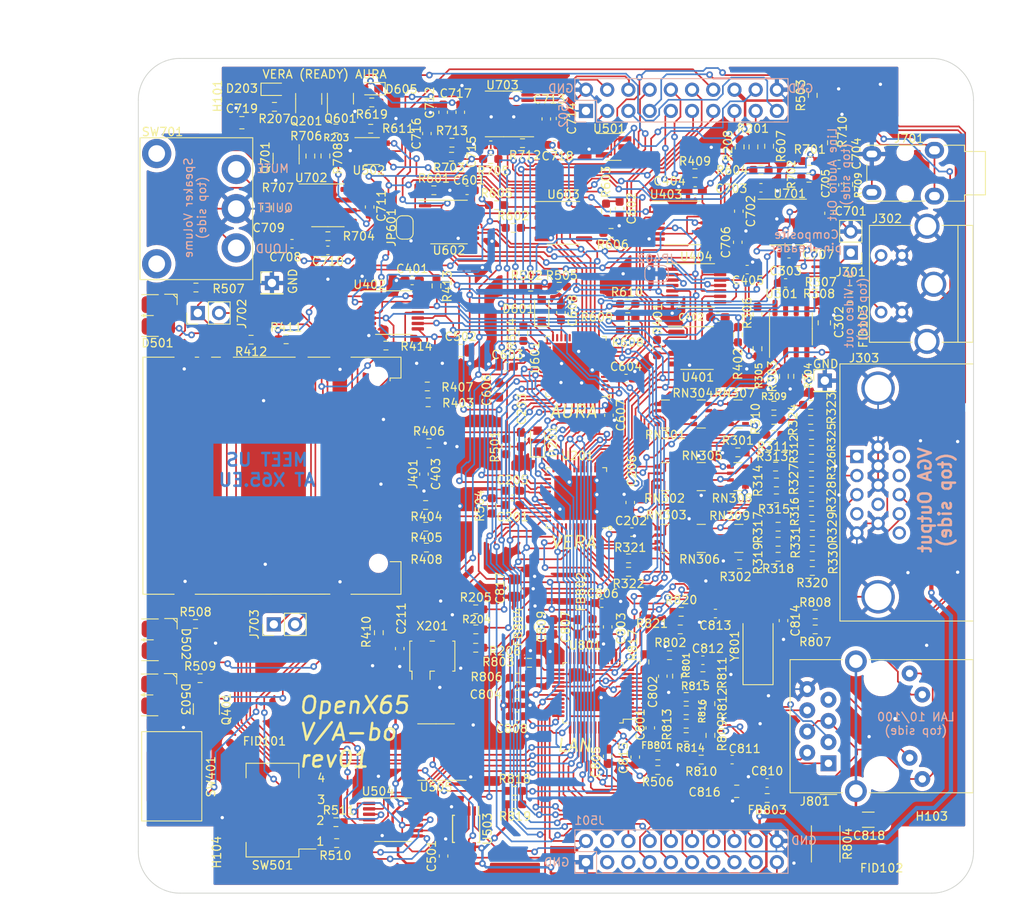
<source format=kicad_pcb>
(kicad_pcb (version 20211014) (generator pcbnew)
  (title_block (title "OpenX65 Video/Audio & Ethernet Board") (date "2023-04-28") (rev "rev01") (company "X65.EU"))
  (layers (0 "F.Cu" signal) (31 "B.Cu" signal) (34 "B.Paste" user) (35 "F.Paste" user) (36 "B.SilkS" user "B.Silkscreen") (37 "F.SilkS" user "F.Silkscreen") (38 "B.Mask" user) (39 "F.Mask" user) (44 "Edge.Cuts" user))
  (net 0 "")
  (net 1 "GND")
  (net 2 "L_AUDIO")
  (net 3 "R_AUDIO")
  (net 4 "+3V3")
  (net 5 "+1V2")
  (net 6 "Net-(C302-Pad1)")
  (net 7 "Net-(C303-Pad1)")
  (net 8 "Net-(C303-Pad2)")
  (net 9 "+5V")
  (net 10 "Net-(J302-Pad3)")
  (net 11 "Net-(J302-Pad4)")
  (net 17 "Net-(R301-Pad2)")
  (net 18 "Net-(R302-Pad2)")
  (net 19 "Net-(R303-Pad1)")
  (net 20 "Net-(R304-Pad1)")
  (net 21 "Net-(R306-Pad2)")
  (net 22 "Net-(R307-Pad2)")
  (net 23 "VGA_R3")
  (net 24 "VGA_R2")
  (net 25 "VGA_R1")
  (net 26 "VGA_R0")
  (net 27 "VGA_G3")
  (net 28 "VGA_G2")
  (net 29 "VGA_G1")
  (net 30 "VGA_G0")
  (net 31 "VGA_B3")
  (net 32 "VGA_B2")
  (net 33 "VGA_B1")
  (net 34 "VGA_B0")
  (net 35 "VGA_VSYNC")
  (net 36 "VGA_HSYNC")
  (net 37 "Net-(R402-Pad2)")
  (net 38 "Net-(RN301-Pad5)")
  (net 39 "Net-(RN301-Pad6)")
  (net 40 "Net-(RN301-Pad7)")
  (net 41 "Net-(RN301-Pad8)")
  (net 42 "Net-(RN302-Pad5)")
  (net 43 "Net-(RN302-Pad6)")
  (net 44 "Net-(RN302-Pad7)")
  (net 45 "Net-(RN302-Pad8)")
  (net 46 "Net-(RN303-Pad5)")
  (net 47 "Net-(RN303-Pad6)")
  (net 48 "Net-(RN303-Pad7)")
  (net 49 "Net-(RN303-Pad8)")
  (net 50 "Net-(RN304-Pad5)")
  (net 51 "Net-(RN304-Pad6)")
  (net 52 "Net-(RN304-Pad7)")
  (net 53 "Net-(RN305-Pad5)")
  (net 54 "Net-(RN305-Pad7)")
  (net 55 "Net-(RN305-Pad8)")
  (net 56 "Net-(RN306-Pad5)")
  (net 57 "Net-(RN306-Pad6)")
  (net 58 "Net-(RN306-Pad7)")
  (net 59 "Net-(RN306-Pad8)")
  (net 60 "AUDIO_DATA")
  (net 61 "AUDIO_LRCK")
  (net 62 "AUDIO_BCK")
  (net 63 "VFPGA_CDONE")
  (net 64 "VSPI_MOSI")
  (net 65 "VSPI_SCK")
  (net 66 "VSPI_MISO")
  (net 67 "D7")
  (net 68 "D6")
  (net 69 "D5")
  (net 70 "D4")
  (net 71 "D3")
  (net 72 "D2")
  (net 73 "D1")
  (net 74 "D0")
  (net 75 "~{VCS0}")
  (net 76 "~{MWR}")
  (net 77 "A4")
  (net 78 "~{MRD}")
  (net 79 "A2")
  (net 80 "VAUDIO_BCK")
  (net 81 "A1")
  (net 82 "A0")
  (net 83 "A3")
  (net 84 "VAUDIO_DATA")
  (net 85 "VAUDIO_LRCK")
  (net 86 "Net-(C708-Pad1)")
  (net 88 "A7")
  (net 89 "A6")
  (net 90 "A5")
  (net 91 "~{VIRQ}")
  (net 92 "FMISO")
  (net 93 "FSCK")
  (net 94 "FMOSI")
  (net 95 "Net-(D201-Pad1)")
  (net 96 "~{ECS2}")
  (net 97 "~{ACS1}")
  (net 98 "Net-(D601-Pad1)")
  (net 99 "VSYSCLK")
  (net 100 "ASYSCLK")
  (net 101 "ESYSCLK")
  (net 102 "Net-(D203-Pad1)")
  (net 103 "VERAFCS")
  (net 104 "Net-(Q201-Pad3)")
  (net 105 "~{VSPI_SSEL}")
  (net 106 "~{VFLASH_SSEL}")
  (net 107 "~{SD_SSEL}")
  (net 108 "AURAFCS")
  (net 109 "Net-(JP601-Pad1)")
  (net 110 "Net-(R602-Pad2)")
  (net 111 "Net-(R603-Pad2)")
  (net 112 "Net-(D605-Pad1)")
  (net 113 "/Motherboard Connectors/FCDONE")
  (net 114 "~{AFLASH_SSEL}")
  (net 115 "ASPI_MOSI")
  (net 116 "ASPI_SCK")
  (net 117 "ASPI_MISO")
  (net 118 "Net-(C701-Pad1)")
  (net 119 "Net-(C702-Pad1)")
  (net 120 "Net-(C702-Pad2)")
  (net 121 "Net-(C703-Pad1)")
  (net 122 "/Audio DAC, Output/LINEOUTL")
  (net 123 "/Audio DAC, Output/LINEOUTR")
  (net 124 "Net-(JP402-Pad1)")
  (net 125 "/Video VERA FPGA/VFPGA_CRESB")
  (net 126 "Net-(R401-Pad2)")
  (net 127 "/Audio AURA FPGA/AFRESB")
  (net 128 "~{SD_CD}")
  (net 129 "SD_WP")
  (net 130 "AFPGA_CDONE")
  (net 131 "~{ARST}")
  (net 132 "~{VRST}")
  (net 133 "~{AIRQ}")
  (net 134 "/Ethernet/CTVDD")
  (net 139 "/Ethernet/1V2A")
  (net 140 "/Ethernet/3V3A")
  (net 141 "/Ethernet/1V2O")
  (net 142 "/Ethernet/RSET")
  (net 143 "Net-(R801-Pad2)")
  (net 144 "~{EIRQ}")
  (net 146 "Net-(C811-Pad2)")
  (net 147 "Net-(C812-Pad2)")
  (net 148 "/Ethernet/TDP")
  (net 149 "/Ethernet/TDN")
  (net 150 "/Ethernet/RDP")
  (net 151 "/Ethernet/RDN")
  (net 152 "/Ethernet/TXOP")
  (net 153 "/Ethernet/TXON")
  (net 154 "/Ethernet/RXIP")
  (net 155 "/Ethernet/RXIN")
  (net 156 "~{ERST}")
  (net 157 "/Motherboard Connectors/~{IRQ}")
  (net 158 "Net-(Q601-Pad3)")
  (net 159 "Net-(C709-Pad2)")
  (net 160 "Net-(R309-Pad1)")
  (net 161 "/Audio DAC, Output/~{LOUD}")
  (net 162 "Net-(Q701-Pad3)")
  (net 163 "/Audio DAC, Output/~{MUTE}")
  (net 164 "Net-(R310-Pad1)")
  (net 165 "Net-(R311-Pad1)")
  (net 166 "Net-(R313-Pad1)")
  (net 167 "Net-(R314-Pad1)")
  (net 168 "Net-(R315-Pad1)")
  (net 169 "Net-(R317-Pad1)")
  (net 170 "Net-(R318-Pad1)")
  (net 171 "Net-(R319-Pad1)")
  (net 172 "Net-(D501-Pad1)")
  (net 173 "Net-(D502-Pad1)")
  (net 174 "Net-(D503-Pad1)")
  (net 175 "/Motherboard Connectors/LED0")
  (net 176 "/Motherboard Connectors/LED1")
  (net 177 "/Motherboard Connectors/LED2")
  (net 178 "/Audio DAC, Output/LJACK")
  (net 179 "/Audio DAC, Output/RJACK")
  (net 180 "/Audio DAC, Output/SPK1")
  (net 181 "/Audio DAC, Output/SPK2")
  (net 182 "/Ethernet/XSCO")
  (net 183 "/Ethernet/XSCI")
  (net 184 "/Video Outputs/RED")
  (net 185 "/Video Outputs/GREEN")
  (net 186 "/Video Outputs/BLUE")
  (net 187 "/Video Outputs/HSYNC")
  (net 188 "/Video Outputs/VSYNC")
  (net 189 "/Video VERA FPGA/25MHZ")
  (net 190 "/Ethernet/3V3D")
  (net 191 "/Ethernet/MOD0")
  (net 192 "/Ethernet/MOD2")
  (net 193 "/Ethernet/~{WIZRST}")
  (net 194 "/VERA SPI-Flash, SDC/CDDAT3")
  (net 195 "/VERA SPI-Flash, SDC/CMD")
  (net 196 "/VERA SPI-Flash, SDC/CLK")
  (net 197 "/VERA SPI-Flash, SDC/DAT0")
  (net 198 "/VERA SPI-Flash, SDC/DAT1")
  (net 199 "/VERA SPI-Flash, SDC/DAT2")
  (net 200 "/VERA SPI-Flash, SDC/BTNL")
  (net 201 "/VERA SPI-Flash, SDC/BTNH")
  (net 202 "/Audio DAC, Output/AMPINN")
  (net 208 "Net-(U403-Pad10)")
  (net 209 "Net-(C712-Pad1)")
  (net 210 "Net-(C713-Pad1)")
  (net 211 "Net-(C713-Pad2)")
  (net 212 "Net-(C714-Pad1)")
  (net 213 "/Audio DAC, Output/NLINEOUTL")
  (net 214 "/Audio DAC, Output/NLINEOUTR")
  (net 215 "Net-(U403-Pad3)")
  (net 216 "NAUDIO_DATA")
  (net 217 "NAUDIO_LRCK")
  (net 218 "NAUDIO_BCK")
  (net 219 "~{IOCS}")
  (net 228 "/Ethernet/LEDYK")
  (net 229 "/Ethernet/LEDGK")
  (net 230 "/Ethernet/~{LLED}")
  (net 231 "/Ethernet/~{ALED}")
  (net 232 "/Motherboard Connectors/IOWR")
  (net 233 "/Motherboard Connectors/IORD")
  (net 234 "/Motherboard Connectors/DIP1")
  (net 235 "/Motherboard Connectors/DIP2")
  (net 236 "/Ethernet/LANSH")
  (footprint "Resistor_SMD:R_0603_1608Metric_Pad0.98x0.95mm_HandSolder" (layer "F.Cu") (at 116.6 60.9)
    (fp_text reference "R606")
    (fp_text value "10k")
  )
  (footprint "Capacitor_SMD:C_0603_1608Metric_Pad1.08x0.95mm_HandSolder" (layer "F.Cu") (at 119.1 96.75)
    (fp_text reference "C202")
    (fp_text value "1u")
  )
  (footprint "ledplcc2:PLCC2_4x4mm" (layer "F.Cu") (at 62.4 109.65 -90)
    (fp_text reference "D502")
    (fp_text value "AA4040SESK")
  )
  (footprint "Resistor_SMD:R_0603_1608Metric_Pad0.98x0.95mm_HandSolder" (layer "F.Cu") (at 116 58.3125 -90)
    (fp_text reference "R603")
    (fp_text value "10k")
  )
  (footprint "Package_QFP:LQFP-48_7x7mm_P0.5mm" (layer "F.Cu") (at 114.45 116 180)
    (fp_text reference "U801")
    (fp_text value "W6100L")
  )
  (footprint "Resistor_SMD:R_0603_1608Metric_Pad0.98x0.95mm_HandSolder" (layer "F.Cu") (at 110.4 67.35)
    (fp_text reference "R505")
    (fp_text value "10k")
  )
  (footprint "Resistor_SMD:R_0603_1608Metric_Pad0.98x0.95mm_HandSolder" (layer "F.Cu") (at 140.5 83.3 180)
    (fp_text reference "R324")
    (fp_text value "160R")
  )
  (footprint "Capacitor_SMD:C_0603_1608Metric_Pad1.08x0.95mm_HandSolder" (layer "F.Cu") (at 98.55 46.45 -90)
    (fp_text reference "C717")
    (fp_text value "4u7")
  )
  (footprint "Resistor_SMD:R_0603_1608Metric_Pad0.98x0.95mm_HandSolder" (layer "F.Cu") (at 135.3 128.6 180)
    (fp_text reference "FB803")
    (fp_text value "GBK160808T-221Y-N")
  )
  (footprint "Capacitor_SMD:C_0603_1608Metric_Pad1.08x0.95mm_HandSolder" (layer "F.Cu") (at 127.6 112.1)
    (fp_text reference "C812")
    (fp_text value "100n")
  )
  (footprint "Package_SO:TSSOP-14_4.4x5mm_P0.65mm" (layer "F.Cu") (at 90.6 70.45)
    (fp_text reference "U402")
    (fp_text value "74CBTLV3126PW,118")
  )
  (footprint "Resistor_SMD:R_0603_1608Metric_Pad0.98x0.95mm_HandSolder" (layer "F.Cu") (at 137.3 78.0875 -90)
    (fp_text reference "R303")
    (fp_text value "470R")
  )
  (footprint "Resistor_SMD:R_0603_1608Metric_Pad0.98x0.95mm_HandSolder" (layer "F.Cu") (at 83.6625 131.5)
    (fp_text reference "R511")
    (fp_text value "10k")
  )
  (footprint "Resistor_SMD:R_0603_1608Metric_Pad0.98x0.95mm_HandSolder" (layer "F.Cu") (at 136.6 97.9 180)
    (fp_text reference "R319")
    (fp_text value "2k")
  )
  (footprint "Resistor_SMD:R_0603_1608Metric_Pad0.98x0.95mm_HandSolder" (layer "F.Cu") (at 134.1375 74.775 90)
    (fp_text reference "R305")
    (fp_text value "0R")
  )
  (footprint "MountingHole:MountingHole_3.2mm_M3" (layer "F.Cu") (at 155 45)
    (fp_text reference "H102" hide)
    (fp_text value "MountingHole")
  )
  (footprint "Package_TO_SOT_SMD:SOT-23" (layer "F.Cu") (at 80.4 44.85 90)
    (fp_text reference "Q201")
    (fp_text value "BSS138")
  )
  (footprint "Capacitor_SMD:C_0603_1608Metric_Pad1.08x0.95mm_HandSolder" (layer "F.Cu") (at 118.9 93.2 90)
    (fp_text reference "C206")
    (fp_text value "1u")
  )
  (footprint "Package_SO:SOIC-8_3.9x4.9mm_P1.27mm" (layer "F.Cu") (at 126.9 74.7)
    (fp_text reference "U401")
    (fp_text value "W25Q16JVSNIQ")
  )
  (footprint "Resistor_SMD:R_0603_1608Metric_Pad0.98x0.95mm_HandSolder" (layer "F.Cu") (at 76.3 45.8 180)
    (fp_text reference "R207")
    (fp_text value "470R")
  )
  (footprint "vera-module:DS1093-01-BN40" (layer "F.Cu") (at 159.9375 67 -90)
    (fp_text reference "J302")
    (fp_text value "DS1093-01-BN40")
  )
  (footprint "Capacitor_SMD:C_0603_1608Metric_Pad1.08x0.95mm_HandSolder" (layer "F.Cu") (at 108.85 47.25 90)
    (fp_text reference "C713")
    (fp_text value "1u")
  )
  (footprint "Capacitor_SMD:C_0603_1608Metric_Pad1.08x0.95mm_HandSolder" (layer "F.Cu") (at 94.2 89.8 -90)
    (fp_text reference "C403")
    (fp_text value "4u7")
  )
  (footprint "Resistor_SMD:R_0603_1608Metric_Pad0.98x0.95mm_HandSolder" (layer "F.Cu") (at 124.5 114 90)
    (fp_text reference "R801")
    (fp_text value "12k")
  )
  (footprint "Capacitor_SMD:C_0603_1608Metric_Pad1.08x0.95mm_HandSolder" (layer "F.Cu") (at 117.625 57.975 -90)
    (fp_text reference "C602")
    (fp_text value "1u")
  )
  (footprint "Capacitor_SMD:C_0603_1608Metric_Pad1.08x0.95mm_HandSolder" (layer "F.Cu") (at 91.3 110.7 -90)
    (fp_text reference "C211")
    (fp_text value "1u")
  )
  (footprint "Resistor_SMD:R_0603_1608Metric_Pad0.98x0.95mm_HandSolder" (layer "F.Cu") (at 75.4 57.9 -90)
    (fp_text reference "R707")
    (fp_text value "4k7")
  )
  (footprint "Resistor_SMD:R_0603_1608Metric_Pad0.98x0.95mm_HandSolder" (layer "F.Cu") (at 127.4 124 180)
    (fp_text reference "R810")
    (fp_text value "50R")
  )
  (footprint "Resistor_SMD:R_0603_1608Metric_Pad0.98x0.95mm_HandSolder" (layer "F.Cu") (at 120.6 112.3 90)
    (fp_text reference "R817")
    (fp_text value "1M")
  )
  (footprint "Package_SO:TSSOP-14_4.4x5mm_P0.65mm" (layer "F.Cu") (at 125.1625 59.7)
    (fp_text reference "U403")
    (fp_text value "74AHC00PW")
  )
  (footprint "Capacitor_SMD:C_0603_1608Metric_Pad1.08x0.95mm_HandSolder" (layer "F.Cu") (at 142.7 58.55 -90)
    (fp_text reference "C701")
    (fp_text value "3u3")
  )
  (footprint "Capacitor_SMD:C_0603_1608Metric_Pad1.08x0.95mm_HandSolder" (layer "F.Cu") (at 96.5 46.45 90)
    (fp_text reference "C712")
    (fp_text value "3u3")
  )
  (footprint "Resistor_SMD:R_0603_1608Metric_Pad0.98x0.95mm_HandSolder" (layer "F.Cu") (at 135.525 50.525 -90)
    (fp_text reference "R607")
    (fp_text value "0R")
  )
  (footprint "Resistor_SMD:R_0603_1608Metric_Pad0.98x0.95mm_HandSolder" (layer "F.Cu") (at 141.05 108.4)
    (fp_text reference "R807")
    (fp_text value "470R")
  )
  (footprint "Resistor_SMD:R_0603_1608Metric_Pad0.98x0.95mm_HandSolder" (layer "F.Cu") (at 88.8 108.8 -90)
    (fp_text reference "R410")
    (fp_text value "10k")
  )
  (footprint "Resistor_SMD:R_0603_1608Metric_Pad0.98x0.95mm_HandSolder" (layer "F.Cu") (at 134.55 53.35)
    (fp_text reference "R604")
    (fp_text value "10k")
  )
  (footprint "Resistor_SMD:R_0603_1608Metric_Pad0.98x0.95mm_HandSolder" (layer "F.Cu") (at 122.2 123.5 180)
    (fp_text reference "FB801")
    (fp_text value "GBK160808T-221Y-N")
  )
  (footprint "Resistor_SMD:R_0603_1608Metric_Pad0.98x0.95mm_HandSolder" (layer "F.Cu") (at 106.975 67.35 180)
    (fp_text reference "R502")
    (fp_text value "10k")
  )
  (footprint "Resistor_SMD:R_0603_1608Metric_Pad0.98x0.95mm_HandSolder" (layer "F.Cu") (at 118.6 69.4 180)
    (fp_text reference "R610")
    (fp_text value "0R")
  )
  (footprint "Resistor_SMD:R_0603_1608Metric_Pad0.98x0.95mm_HandSolder" (layer "F.Cu") (at 136.1 81.6 180)
    (fp_text reference "R309")
    (fp_text value "510R")
  )
  (footprint "Resistor_SMD:R_0603_1608Metric_Pad0.98x0.95mm_HandSolder" (layer "F.Cu") (at 140.3 54.3 180)
    (fp_text reference "R702")
    (fp_text value "560R")
  )
  (footprint "Package_SO:TSSOP-14_4.4x5mm_P0.65mm" (layer "F.Cu") (at 97.2 59.6)
    (fp_text reference "U602")
    (fp_text value "74CBTLV3126PW,118")
  )
  (footprint "Resistor_SMD:R_0603_1608Metric_Pad0.98x0.95mm_HandSolder" (layer "F.Cu") (at 100.4125 108.4)
    (fp_text reference "R204")
    (fp_text value "50R")
  )
  (footprint "Connector_PinHeader_2.54mm:PinHeader_1x01_P2.54mm_Vertical" (layer "F.Cu") (at 76 66.9)
    (fp_text reference "J503" hide)
    (fp_text value "Conn_01x01")
  )
  (footprint "Capacitor_SMD:C_0603_1608Metric_Pad1.08x0.95mm_HandSolder" (layer "F.Cu") (at 109.85 50.35)
    (fp_text reference "C718")
    (fp_text value "4u7")
  )
  (footprint "Package_SO:TSSOP-14_4.4x5mm_P0.65mm" (layer "F.Cu") (at 126.8 67.2)
    (fp_text reference "U404")
    (fp_text value "74CBTLV3126PW,118")
  )
  (footprint "Capacitor_SMD:C_0603_1608Metric_Pad1.08x0.95mm_HandSolder" (layer "F.Cu") (at 116.35 82.75 -90)
    (fp_text reference "C607")
    (fp_text value "1u")
  )
  (footprint "Capacitor_SMD:C_0603_1608Metric_Pad1.08x0.95mm_HandSolder" (layer "F.Cu") (at 99.3625 55.8 180)
    (fp_text reference "C601")
    (fp_text value "1u")
  )
  (footprint "Resistor_SMD:R_0603_1608Metric_Pad0.98x0.95mm_HandSolder" (layer "F.Cu") (at 100.4 110.6)
    (fp_text reference "R206")
    (fp_text value "50R")
  )
  (footprint "Resistor_SMD:R_0603_1608Metric_Pad0.98x0.95mm_HandSolder" (layer "F.Cu") (at 83.65 48.4)
    (fp_text reference "R203")
    (fp_text value "10k")
  )
  (footprint "Resistor_SMD:R_0603_1608Metric_Pad0.98x0.95mm_HandSolder" (layer "F.Cu") (at 94.4 93.5 180)
    (fp_text reference "R404")
    (fp_text value "47k")
  )
  (footprint "Resistor_SMD:R_0603_1608Metric_Pad0.98x0.95mm_HandSolder" (layer "F.Cu") (at 141.05 106.6)
    (fp_text reference "R808")
    (fp_text value "470R")
  )
  (footprint "Resistor_SMD:R_0603_1608Metric_Pad0.98x0.95mm_HandSolder" (layer "F.Cu") (at 136.6 99.7 180)
    (fp_text reference "R318")
    (fp_text value "910R")
  )
  (footprint "Capacitor_SMD:C_0603_1608Metric_Pad1.08x0.95mm_HandSolder" (layer "F.Cu") (at 131.1 124 180)
    (fp_text reference "C811")
    (fp_text value "100n")
  )
  (footprint "Capacitor_SMD:C_0603_1608Metric_Pad1.08x0.95mm_HandSolder" (layer "F.Cu") (at 134.55 55.5)
    (fp_text reference "C703")
    (fp_text value "1u")
  )
  (footprint "Capacitor_SMD:C_0603_1608Metric_Pad1.08x0.95mm_HandSolder" (layer "F.Cu") (at 105.4 118.8 180)
    (fp_text reference "C808")
    (fp_text value "1u")
  )
  (footprint "Resistor_SMD:R_0603_1608Metric_Pad0.98x0.95mm_HandSolder" (layer "F.Cu") (at 136.4 92.7 180)
    (fp_text reference "R315")
    (fp_text value "2k")
  )
  (footprint "Resistor_SMD:R_0603_1608Metric_Pad0.98x0.95mm_HandSolder" (layer "F.Cu") (at 140.4 52.3 180)
    (fp_text reference "R701")
    (fp_text value "560R")
  )
  (footprint "Package_SO:TSSOP-20_4.4x6.5mm_P0.65mm" (layer "F.Cu") (at 95.65 123.1 180)
    (fp_text reference "U505")
    (fp_text value "74AHCT573PW")
  )
  (footprint "Resistor_SMD:R_0603_1608Metric_Pad0.98x0.95mm_HandSolder" (layer "F.Cu") (at 66.85 107.75)
    (fp_text reference "R508")
    (fp_text value "470R")
  )
  (footprint "Connector_PinHeader_2.54mm:PinHeader_1x02_P2.54mm_Vertical" (layer "F.Cu") (at 76.225 107.8 90)
    (fp_text reference "J703")
    (fp_text value "PINS 1x2")
  )
  (footprint "Fiducial:Fiducial_1mm_Mask2mm" (layer "F.Cu") (at 145 72)
    (fp_text reference "FID103")
    (fp_text value "Fiducial")
  )
  (footprint "switches:Switch_5M_M6" (layer "F.Cu") (at 62.2 58 -90)
    (fp_text reference "SW701")
    (fp_text value "5MS3S102AM6QE")
  )
  (footprint "Connector_PinHeader_2.54mm:PinHeader_1x02_P2.54mm_Vertical" (layer "F.Cu") (at 145.3 63.275 180)
    (fp_text reference "J301")
    (fp_text value "Composite")
  )
  (footprint "Capacitor_SMD:C_0805_2012Metric_Pad1.18x1.45mm_HandSolder" (layer "F.Cu") (at 72.4 47.7)
    (fp_text reference "C719")
    (fp_text value "22u/16V")
  )
  (footprint "Capacitor_SMD:C_0603_1608Metric_Pad1.08x0.95mm_HandSolder" (layer "F.Cu") (at 129.1 106.5 180)
    (fp_text reference "C813")
    (fp_text value "8p")
  )
  (footprint "Resistor_SMD:R_0603_1608Metric_Pad0.98x0.95mm_HandSolder" (layer "F.Cu") (at 95.3875 55.8)
    (fp_text reference "R601")
    (fp_text value "10k")
  )
  (footprint "Capacitor_SMD:C_0603_1608Metric_Pad1.08x0.95mm_HandSolder" (layer "F.Cu") (at 119.5 123.7 90)
    (fp_text reference "C815")
    (fp_text value "100n")
  )
  (footprint "Resistor_SMD:R_0603_1608Metric_Pad0.98x0.95mm_HandSolder" (layer "F.Cu") (at 105.05 127.75)
    (fp_text reference "R818")
    (fp_text value "470R")
  )
  (footprint "Capacitor_SMD:C_0603_1608Metric_Pad1.08x0.95mm_HandSolder" (layer "F.Cu") (at 137.9 63.4)
    (fp_text reference "C707")
    (fp_text value "4u7")
  )
  (footprint "Resistor_SMD:R_0603_1608Metric_Pad0.98x0.95mm_HandSolder" (layer "F.Cu") (at 106 50.15)
    (fp_text reference "R712")
    (fp_text value "560R")
  )
  (footprint "Resistor_SMD:R_0603_1608Metric_Pad0.98x0.95mm_HandSolder" (layer "F.Cu") (at 87.95 45.275 180)
    (fp_text reference "R619")
    (fp_text value "470R")
  )
  (footprint "ledplcc2:PLCC2_4x4mm" (layer "F.Cu") (at 62.4 70.8 -90)
    (fp_text reference "D501")
    (fp_text value "AA4040LCGCK-AMT")
  )
  (footprint "Package_SO:TSSOP-16_4.4x5mm_P0.65mm" (layer "F.Cu") (at 103.7375 46.65 180)
    (fp_text reference "U703")
    (fp_text value "WM8524CGEDT")
  )
  (footprint "Package_DFN_QFN:QFN-48-1EP_7x7mm_P0.5mm_EP5.3x5.3mm" (layer "F.Cu") (at 112.46 92.64 180)
    (fp_text reference "U201")
    (fp_text value "ICE40UP5K-SG48ITR50")
  )
  (footprint "vera-module:ICD15S13E4GV00LF" (layer "F.Cu") (at 160.005 92 90)
    (fp_text reference "J303")
    (fp_text value "ICD15S13E4GV00LF")
  )
  (footprint "Resistor_SMD:R_0603_1608Metric_Pad0.98x0.95mm_HandSolder" (layer "F.Cu") (at 139 78.0875 -90)
    (fp_text reference "R304")
    (fp_text value "470R")
  )
  (footprint "Resistor_SMD:R_0603_1608Metric_Pad0.98x0.95mm_HandSolder" (layer "F.Cu") (at 97.55 50.1)
    (fp_text reference "R713")
    (fp_text value "560R")
  )
  (footprint "Capacitor_SMD:C_1206_3216Metric_Pad1.33x1.80mm_HandSolder" (layer "F.Cu") (at 147.4 131.2)
    (fp_text reference "C818")
    (fp_text value "1nF/2kV")
  )
  (footprint "MountingHole:MountingHole_3.2mm_M3" (layer "F.Cu") (at 155 135)
    (fp_text reference "H103")
    (fp_text value "MountingHole")
  )
  (footprint "Capacitor_SMD:C_0603_1608Metric_Pad1.08x0.95mm_HandSolder" (layer "F.Cu") (at 112.6 108.1 90)
    (fp_text reference "C807")
    (fp_text value "1u")
  )
  (footprint "Resistor_SMD:R_0603_1608Metric_Pad0.98x0.95mm_HandSolder" (layer "F.Cu") (at 136.1 85.1 180)
    (fp_text reference "R311")
    (fp_text value "2k")
  )
  (footprint "Package_TO_SOT_SMD:SOT-23-6_Handsoldering" (layer "F.Cu") (at 116.9 50.6)
    (fp_text reference "U501")
    (fp_text value "74LVC1G11")
  )
  (footprint "Resistor_SMD:R_0603_1608Metric_Pad0.98x0.95mm_HandSolder" (layer "F.Cu") (at 128.5 121.1 90)
    (fp_text reference "R809")
    (fp_text value "50R")
  )
  (footprint "Resistor_SMD:R_0603_1608Metric_Pad0.98x0.95mm_HandSolder" (layer "F.Cu") (at 145.2 68.7 180)
    (fp_text reference "R308")
    (fp_text value "75R")
  )
  (footprint "Resistor_SMD:R_0603_1608Metric_Pad0.98x0.95mm_HandSolder" (layer "F.Cu") (at 94.7 81.2 180)
    (fp_text reference "R403")
    (fp_text value "47k")
  )
  (footprint "Fiducial:Fiducial_1mm_Mask2mm" (layer "F.Cu") (at 149 135)
    (fp_text reference "FID102")
    (fp_text value "Fiducial")
  )
  (footprint "Resistor_SMD:R_0603_1608Metric_Pad0.98x0.95mm_HandSolder" (layer "F.Cu") (at 102.325 93.6 90)
    (fp_text reference "R504")
    (fp_text value "10k")
  )
  (footprint "Connector_PinHeader_2.54mm:PinHeader_1x01_P2.54mm_Vertical" (layer "F.Cu") (at 142.2 78.6)
    (fp_text reference "J504" hide)
    (fp_text value "Conn_01x01")
  )
  (footprint "ledplcc2:PLCC2_4x4mm" (layer "F.Cu") (at 62.35 116.25 -90)
    (fp_text reference "D503")
    (fp_text value "AA4040SESK")
  )
  (footprint "Resistor_SMD:R_0603_1608Metric_Pad0.98x0.95mm_HandSolder" (layer "F.Cu") (at 94.4125 96.1 180)
    (fp_text reference "R405")
    (fp_text value "47k")
  )
  (footprint "Capacitor_SMD:C_0603_1608Metric_Pad1.08x0.95mm_HandSolder" (layer "F.Cu") (at 77.5 57.9 90)
    (fp_text reference "C709")
    (fp_text value "1u")
  )
  (footprint "Capacitor_SMD:C_0603_1608Metric_Pad1.08x0.95mm_HandSolder" (layer "F.Cu") (at 121.3 120.2 -90)
    (fp_text reference "C801")
    (fp_text value "1u")
  )
  (footprint "Capacitor_SMD:C_0603_1608Metric_Pad1.08x0.95mm_HandSolder" (layer "F.Cu") (at 137.5 66.9)
    (fp_text reference "C303")
    (fp_text value "1nF")
  )
  (footprint "Resistor_SMD:R_0603_1608Metric_Pad0.98x0.95mm_HandSolder" (layer "F.Cu") (at 136.1 83.3 180)
    (fp_text reference "R310")
    (fp_text value "910R")
  )
  (footprint "Resistor_SMD:R_0603_1608Metric_Pad0.98x0.95mm_HandSolder" (layer "F.Cu") (at 136.6 96.1 180)
    (fp_text reference "R317")
    (fp_text value "510R")
  )
  (footprint "Capacitor_SMD:C_0603_1608Metric_Pad1.08x0.95mm_HandSolder" (layer "F.Cu") (at 137.25 107.35 -90)
    (fp_text reference "C814")
    (fp_text value "8p")
  )
  (footprint "Resistor_SMD:R_0603_1608Metric_Pad0.98x0.95mm_HandSolder" (layer "F.Cu") (at 82.7 61.3)
    (fp_text reference "R704")
    (fp_text value "10k")
  )
  (footprint "Capacitor_SMD:C_0603_1608Metric_Pad1.08x0.95mm_HandSolder" (layer "F.Cu") (at 116.2 108.1 90)
    (fp_text reference "C803")
    (fp_text value "1u")
  )
  (footprint "Capacitor_SMD:C_0603_1608Metric_Pad1.08x0.95mm_HandSolder" (layer "F.Cu") (at 110.6 70.45 90)
    (fp_text reference "C608")
    (fp_text value "1u")
  )
  (footprint "Resistor_SMD:R_0603_1608Metric_Pad0.98x0.95mm_HandSolder" (layer "F.Cu") (at 140.6 85.1 180)
    (fp_text reference "R325")
    (fp_text value "150R")
  )
  (footprint "Resistor_SMD:R_2512_6332Metric_Pad1.40x3.35mm_HandSolder" (layer "F.Cu") (at 142.3 134.1 -90)
    (fp_text reference "R804")
    (fp_text value "10M")
  )
  (footprint "Package_SO:TSSOP-16_4.4x5mm_P0.65mm" (layer "F.Cu") (at 137.8 59.6)
    (fp_text reference "U701")
    (fp_text value "WM8524CGEDT")
  )
  (footprint "Resistor_SMD:R_0603_1608Metric_Pad0.98x0.95mm_HandSolder" (layer "F.Cu") (at 123.6 111.5 180)
    (fp_text reference "R802")
    (fp_text value "300R")
  )
  (footprint "Resistor_SMD:R_0603_1608Metric_Pad0.98x0.95mm_HandSolder" (layer "F.Cu") (at 145 55.1 -90)
    (fp_text reference "R709")
    (fp_text value "560R")
  )
  (footprint "Capacitor_SMD:C_0603_1608Metric_Pad1.08x0.95mm_HandSolder" (layer "F.Cu") (at 109.7 108.1 90)
    (fp_text reference "C809")
    (fp_text value "1u")
  )
  (footprint "Resistor_SMD:R_0603_1608Metric_Pad0.98x0.95mm_HandSolder" (layer "F.Cu") (at 114.4 108.1 90)
    (fp_text reference "FB802")
    (fp_text value "GBK160808T-221Y-N")
  )
  (footprint "Capacitor_SMD:C_0603_1608Metric_Pad1.08x0.95mm_HandSolder" (layer "F.Cu") (at 78.4 62.2)
    (fp_text reference "C708")
    (fp_text value "330n")
  )
  (footprint "Resistor_SMD:R_Array_Convex_4x0603" (layer "F.Cu") (at 123.1 82.6)
    (fp_text reference "RN301")
    (fp_text value "CAY16-1001F4LF")
  )
  (footprint "Resistor_SMD:R_0603_1608Metric_Pad0.98x0.95mm_HandSolder" (layer "F.Cu") (at 106.9 108.1 90)
    (fp_text reference "FB804")
    (fp_text value "GBK160808T-221Y-N")
  )
  (footprint "Crystal:Crystal_SMD_Abracon_ABM3-2Pin_5.0x3.2mm_HandSoldering" (layer "F.Cu") (at 134.2 110.4 90)
    (fp_text reference "Y801")
    (fp_text value "ABM3-25.000MHZ-D2Y-T")
  )
  (footprint "Package_SO:SOIC-8_3.9x4.9mm_P1.27mm" (layer "F.Cu") (at 110.9 59.7)
    (fp_text reference "U603")
    (fp_text value "W25Q16JVSNIQ")
  )
  (footprint "Connector_PinHeader_2.54mm:PinHeader_1x02_P2.54mm_Vertical" (layer "F.Cu") (at 67.125 70.5 90)
    (fp_text reference "J702")
    (fp_text value "PINS 1x2")
  )
  (footprint "Resistor_SMD:R_0603_1608Metric_Pad0.98x0.95mm_HandSolder" (layer "F.Cu") (at 145.2 66.7 180)
    (fp_text reference "R307")
    (fp_text value "75R")
  )
  (footprint "Resistor_SMD:R_Array_Convex_4x0603" (layer "F.Cu") (at 131.8 82.6)
    (fp_text reference "RN307")
    (fp_text value "CAY16-1001F4LF")
  )
  (footprint "Capacitor_SMD:C_0603_1608Metric_Pad1.08x0.95mm_HandSolder" (layer "F.Cu") (at 115.5 105.25 180)
    (fp_text reference "C806")
    (fp_text value "3u3")
  )
  (footprint "Resistor_SMD:R_Array_Convex_4x0603" (layer "F.Cu") (at 127.4 90.1)
    (fp_text reference "RN305")
    (fp_text value "CAY16-1001F4LF")
  )
  (footprint "MountingHole:MountingHole_3.2mm_M3" (layer "F.Cu") (at 65 45)
    (fp_text reference "H101")
    (fp_text value "MountingHole")
  )
  (footprint "Resistor_SMD:R_0603_1608Metric_Pad0.98x0.95mm_HandSolder" (layer "F.Cu") (at 118.6 71 180)
    (fp_text reference "R609")
    (fp_text value "0R")
  )
  (footprint "Resistor_SMD:R_0603_1608Metric_Pad0.98x0.95mm_HandSolder" (layer "F.Cu") (at 125 106.3)
    (fp_text reference "R820")
    (fp_text value "1k5")
  )
  (footprint "Resistor_SMD:R_0603_1608Metric_Pad0.98x0.95mm_HandSolder" (layer "F.Cu") (at 126.65 53.75)
    (fp_text reference "R409")
    (fp_text value "10k")
  )
  (footprint "Resistor_SMD:R_0603_1608Metric_Pad0.98x0.95mm_HandSolder" (layer "F.Cu") (at 80.6 51.7 90)
    (fp_text reference "R706")
    (fp_text value "10k")
  )
  (footprint "Package_TO_SOT_SMD:SOT-23" (layer "F.Cu") (at 77.7 52 -90)
    (fp_text reference "Q701")
    (fp_text value "BSS138")
  )
  (footprint "Resistor_SMD:R_0603_1608Metric_Pad0.98x0.95mm_HandSolder" (layer "F.Cu") (at 131.7875 87.2)
    (fp_text reference "R301")
    (fp_text value "1k")
  )
  (footprint "Capacitor_SMD:C_0603_1608Metric_Pad1.08x0.95mm_HandSolder" (layer "F.Cu") (at 132.9 65.3)
    (fp_text reference "C405")
    (fp_text value "1u")
  )
  (footprint "Capacitor_SMD:C_0805_2012Metric_Pad1.18x1.45mm_HandSolder" (layer "F.Cu") (at 98.6 75)
    (fp_text reference "C502")
    (fp_text value "22u/16V")
  )
  (footprint "Resistor_SMD:R_0603_1608Metric_Pad0.98x0.95mm_HandSolder" (layer "F.Cu") (at 132 100.6)
    (fp_text reference "R302")
    (fp_text value "1k")
  )
  (footprint "Capacitor_SMD:C_0603_1608Metric_Pad1.08x0.95mm_HandSolder" (layer "F.Cu") (at 135.2875 126.8)
    (fp_text reference "C810")
    (fp_text value "1u")
  )
  (footprint "Capacitor_SMD:C_0603_1608Metric_Pad1.08x0.95mm_HandSolder" (layer "F.Cu") (at 87.7 57.8 90)
    (fp_text reference "C711")
    (fp_text value "1u")
  )
  (footprint "LED_SMD:LED_0603_1608Metric_Pad1.05x0.95mm_HandSolder" (layer "F.Cu") (at 76.35 43.7)
    (fp_text reference "D203")
    (fp_text value "LED_GREEN_0603")
  )
  (footprint "Capacitor_SMD:C_0603_1608Metric_Pad1.08x0.95mm_HandSolder" (layer "F.Cu") (at 118.4 78.35)
    (fp_text reference "C604")
    (fp_text value "1u")
  )
  (footprint "Resistor_SMD:R_0603_1608Metric_Pad0.98x0.95mm_HandSolder" (layer "F.Cu") (at 122.2 125.25 180)
    (fp_text reference "R506")
    (fp_text value "10k")
  )
  (footprint "Capacitor_SMD:C_0603_1608Metric_Pad1.08x0.95mm_HandSolder" (layer "F.Cu") (at 96.55 135.55 90)
    (fp_text reference "C501")
    (fp_text value "1u")
  )
  (footprint "Resistor_SMD:R_0603_1608Metric_Pad0.98x0.95mm_HandSolder" (layer "F.Cu") (at 140.7125 96 180)
    (fp_text reference "R329")
    (fp_text value "27R")
  )
  (footprint "LED_SMD:LED_0603_1608Metric_Pad1.05x0.95mm_HandSolder" (layer "F.Cu") (at 87.9 43.625 180)
    (fp_text reference "D605")
    (fp_text value "LED_GREEN_0603")
  )
  (footprint "Resistor_SMD:R_0603_1608Metric_Pad0.98x0.95mm_HandSolder" (layer "F.Cu") (at 136.3 88.9 180)
    (fp_text reference "R313")
    (fp_text value "510R")
  )
  (footprint "Capacitor_SMD:C_0603_1608Metric_Pad1.08x0.95mm_HandSolder" (layer "F.Cu") (at 105.4 116.2 180)
    (fp_text reference "C804")
    (fp_text value "1u")
  )
  (footprint "Resistor_SMD:R_Array_Convex_4x0603" (layer "F.Cu") (at 127.4 97.5)
    (fp_text reference "RN306")
    (fp_text value "CAY16-1001F4LF")
  )
  (footprint "Package_SO:SOIC-8_3.9x4.9mm_P1.27mm" (layer "F.Cu") (at 82.7 57.6)
    (fp_text reference "U702")
    (fp_text value "LM4890MX")
  )
  (footprint "Capacitor_SMD:C_0603_1608Metric_Pad1.08x0.95mm_HandSolder" (layer "F.Cu") (at 104.05 76.925 180)
    (fp_text reference "C603")
    (fp_text value "1u")
  )
  (footprint "Resistor_SMD:R_0603_1608Metric_Pad0.98x0.95mm_HandSolder" (layer "F.Cu") (at 140.6 94.2 180)
    (fp_text reference "R316")
    (fp_text value "4k3")
  )
  (footprint "Package_TO_SOT_SMD:SOT-23" (layer "F.Cu") (at 68.15 117.95 -90)
    (fp_text reference "Q401")
    (fp_text value "BSS138")
  )
  (footprint "Resistor_SMD:R_0603_1608Metric_Pad0.98x0.95mm_HandSolder" (layer "F.Cu") (at 143.05 50.1 -90)
    (fp_text reference "R710")
    (fp_text value "560R")
  )
  (footprint "Package_DFN_QFN:QFN-48-1EP_7x7mm_P0.5mm_EP5.6x5.6mm" (layer "F.Cu") (at 112.4 76.9 180)
    (fp_text reference "U601")
    (fp_text value "ICE5LP{1,2,4}K-SG48")
  )
  (footprint "Oscillator:Oscillator_SMD_SeikoEpson_SG8002LB-4Pin_5.0x3.2mm_HandSoldering" (layer "F.Cu") (at 95.2 111.6)
    (fp_text reference "X201")
    (fp_text value "SG5032CAN_25.000000M-TJGA3")
  )
  (footprint "Resistor_SMD:R_Array_Convex_4x0603" (layer "F.Cu") (at 131.8 90.1)
    (fp_text reference "RN308")
    (fp_text value "CAY16-1001F4LF")
  )
  (footprint "Jumper:SolderJumper-2_P1.3mm_Bridged_RoundedPad1.0x1.5mm" (layer "F.Cu") (at 91.9 60.25 -90)
    (fp_text reference "JP601")
    (fp_text value "SolderJumper_2_Bridged")
  )
  (footprint "Resistor_SMD:R_0603_1608Metric_Pad0.98x0.95mm_HandSolder" (layer "F.Cu") (at 140.6 90.7 180)
    (fp_text reference "R327")
    (fp_text value "160R")
  )
  (footprint "Capacitor_SMD:C_0603_1608Metric_Pad1.08x0.95mm_HandSolder" (layer "F.Cu") (at 129.4 71 180)
    (fp_text reference "C402")
    (fp_text value "1u")
  )
  (footprint "Capacitor_SMD:C_0603_1608Metric_Pad1.08x0.95mm_HandSolder" (layer "F.Cu") (at 102.2 50.4 180)
    (fp_text reference "C715")
    (fp_text value "2n7")
  )
  (footprint "Resistor_SMD:R_0603_1608Metric_Pad0.98x0.95mm_HandSolder" (layer "F.Cu") (at 140.75 44.425 90)
    (fp_text reference "R503")
    (fp_text value "10k")
  )
  (footprint "Capacitor_SMD:C_0805_2012Metric_Pad1.18x1.45mm_HandSolder" (layer "F.Cu") (at 105 103.45 90)
    (fp_text reference "C817")
    (fp_text value "22u/16V")
  )
  (footprint "Capacitor_SMD:C_0603_1608Metric_Pad1.08x0.95mm_HandSolder" (layer "F.Cu") (at 131.9 58.3 -90)
    (fp_text reference "C702")
    (fp_text value "1u")
  )
  (footprint "Resistor_SMD:R_0603_1608Metric_Pad0.98x0.95mm_HandSolder" (layer "F.Cu") (at 132 50.6 -90)
    (fp_text reference "R208")
    (fp_text value "0R")
  )
  (footprint "MountingHole:MountingHole_3.2mm_M3" (layer "F.Cu") (at 65 135)
    (fp_text reference "H104")
    (fp_text value "MountingHole")
  )
  (footprint "Resistor_SMD:R_0603_1608Metric_Pad0.98x0.95mm_HandSolder" (layer "F.Cu") (at 134.1375 70.675 -90)
    (fp_text reference "R306")
    (fp_text value "75R")
  )
  (footprint "Resistor_SMD:R_0603_1608Metric_Pad0.98x0.95mm_HandSolder" (layer "F.Cu") (at 94.6 79.3 180)
    (fp_text reference "R407")
    (fp_text value "47k")
  )
  (footprint "Capacitor_SMD:C_0603_1608Metric_Pad1.08x0.95mm_HandSolder" (layer "F.Cu") (at 126.675 55.875 180)
    (fp_text reference "C404")
    (fp_text value "1u")
  )
  (footprint "Resistor_SMD:R_0603_1608Metric_Pad0.98x0.95mm_HandSolder" (layer "F.Cu") (at 100.4 106)
    (fp_text reference "R205")
    (fp_text value "50R")
  )
  (footprint "Capacitor_SMD:C_0603_1608Metric_Pad1.08x0.95mm_HandSolder" (layer "F.Cu") (at 131.775 62.025 90)
    (fp_text reference "C706")
    (fp_text value "4u7")
  )
  (footprint "Resistor_SMD:R_0603_1608Metric_Pad0.98x0.95mm_HandSolder" (layer "F.Cu") (at 82.4 51.6875 90)
    (fp_text reference "R708")
    (fp_text value "10k")
  )
  (footprint "Capacitor_SMD:C_0603_1608Metric_Pad1.08x0.95mm_HandSolder" (layer "F.Cu") (at 116.2 123.6 -90)
    (fp_text reference "C805")
    (fp_text value "1u")
  )
  (footprint "Capacitor_SMD:C_0603_1608Metric_Pad1.08x0.95mm_HandSolder" (layer "F.Cu") (at 104.8 93.5 180)
    (fp_text reference "C201")
    (fp_text value "1u")
  )
  (footprint "Resistor_SMD:R_0603_1608Metric_Pad0.98x0.95mm_HandSolder" (layer "F.Cu") (at 128.5 117.3 -90)
    (fp_text reference "R812")
    (fp_text value "50R")
  )
  (footprint "Resistor_SMD:R_0603_1608Metric_Pad0.98x0.95mm_HandSolder" (layer "F.Cu") (at 66.9 67.45)
    (fp_text reference "R507")
    (fp_text value "470R")
  )
  (footprint "Resistor_SMD:R_0603_1608Metric_Pad0.98x0.95mm_HandSolder" (layer "F.Cu") (at 140.7 99.6 180)
    (fp_text reference "R330")
    (fp_text value "160R")
  )
  (footprint "Resistor_SMD:R_0603_1608Metric_Pad0.98x0.95mm_HandSolder" (layer "F.Cu") (at 102.2 52.05 180)
    (fp_text reference "R705")
    (fp_text value "39k")
  )
  (footprint "Resistor_SMD:R_0603_1608Metric_Pad0.98x0.95mm_HandSolder" (layer "F.Cu") (at 94.5 98.6 180)
    (fp_text reference "R408")
    (fp_text value "47k")
  )
  (footprint "Capacitor_SMD:C_0805_2012Metric_Pad1.18x1.45mm_HandSolder" (layer "F.Cu") (at 131.65 127.8)
    (fp_text reference "C816")
    (fp_text value "22u/16V")
  )
  (footprint "Capacitor_SMD:C_0603_1608Metric_Pad1.08x0.95mm_HandSolder" (layer "F.Cu") (at 122.8 114 90)
    (fp_text reference "C802")
    (fp_text value "1u")
  )
  (footprint "Resistor_SMD:R_0603_1608Metric_Pad0.98x0.95mm_HandSolder" (layer "F.Cu") (at 118.6 72.6 180)
    (fp_text reference "R608")
    (fp_text value "0R")
  )
  (footprint "Resistor_SMD:R_0603_1608Metric_Pad0.98x0.95mm_HandSolder" (layer "F.Cu") (at 125.6 118.1)
    (fp_text reference "R816")
    (fp_text value "3R3")
  )
  (footprint "Resistor_SMD:R_0603_1608Metric_Pad0.98x0.95mm_HandSolder" (layer "F.Cu") (at 106.8375 112.4 180)
    (fp_text reference "R803")
    (fp_text value "10k")
  )
  (footprint "Resistor_SMD:R_0603_1608Metric_Pad0.98x0.95mm_HandSolder" (layer "F.Cu") (at 77.7 73.65)
    (fp_text reference "R411")
    (fp_text value "10k")
  )
  (footprint "Resistor_SMD:R_0603_1608Metric_Pad0.98x0.95mm_HandSolder" (layer "F.Cu") (at 140.7 101.4 180)
    (fp_text reference "R320")
    (fp_text value "4k3")
  )
  (footprint "Connector_Card:SD_Hirose_DM1AA_SF_PEJ82" (layer "F.Cu") (at 76 89.99 -90)
    (fp_text reference "J401")
    (fp_text value "DM1AA-SF-PEJ")
  )
  (footprint "Resistor_SMD:R_0603_1608Metric_Pad0.98x0.95mm_HandSolder" (layer "F.Cu") (at 124.8875 108.4)
    (fp_text reference "R821")
    (fp_text value "820R")
  )
  (footprint "Resistor_SMD:R_0603_1608Metric_Pad0.98x0.95mm_HandSolder" (layer "F.Cu") (at 102.9 57.575)
    (fp_text reference "R605")
    (fp_text value "10k")
  )
  (footprint "Resistor_SMD:R_0603_1608Metric_Pad0.98x0.95mm_HandSolder" (layer "F.Cu") (at 67.4 114.25)
    (fp_text reference "R509")
    (fp_text value "470R")
  )
  (footprint "Capacitor_SMD:C_0603_1608Metric_Pad1.08x0.95mm_HandSolder" (layer "F.Cu") (at 105.8 85.65 -90)
    (fp_text reference "C203")
    (fp_text value "1u")
  )
  (footprint "Resistor_SMD:R_Array_Convex_4x0603" (layer "F.Cu") (at 131.9 97.5)
    (fp_text reference "RN309")
    (fp_text value "CAY16-1001F4LF")
  )
  (footprint "Package_SO:TSSOP-8_3x3mm_P0.65mm" (layer "F.Cu") (at 99.25 132.3 -90)
    (fp_text reference "U503")
    (fp_text value "74LVC2G02")
  )
  (footprint "Resistor_SMD:R_0603_1608Metric_Pad0.98x0.95mm_HandSolder" (layer "F.Cu") (at 136.4 90.8 180)
    (fp_text reference "R314")
    (fp_text value "910R")
  )
  (footprint "Package_TO_SOT_SMD:SOT-23-6_Handsoldering" (layer "F.Cu") (at 87.975 51.1)
    (fp_text reference "U502")
    (fp_text value "74LVC1G11")
  )
  (footprint "Resistor_SMD:R_0603_1608Metric_Pad0.98x0.95mm_HandSolder" (layer "F.Cu") (at 140.6 88.9 180)
    (fp_text reference "R326")
    (fp_text value "27R")
  )
  (footprint "Resistor_SMD:R_Array_Convex_4x0603" (layer "F.Cu") (at 123.1 97.5)
    (fp_text reference "RN303")
    (fp_text value "CAY16-1001F4LF")
  )
  (footprint "Resistor_SMD:R_0603_1608Metric_Pad0.98x0.95mm_HandSolder" (layer "F.Cu") (at 105.05 129.35)
    (fp_text reference "R819")
    (fp_text value "10k")
  )
  (footprint "Resistor_SMD:R_0603_1608Metric_Pad0.98x0.95mm_HandSolder" (layer "F.Cu") (at 95.7 67.25 90)
    (fp_text reference "R413")
    (fp_text value "4k7")
  )
  (footprint "Capacitor_SMD:C_0805_2012Metric_Pad1.18x1.45mm_HandSolder" (layer "F.Cu") (at 142.1375 71.675 90)
    (fp_text reference "C302")
    (fp_text value "22u/16V")
  )
  (footprint "Fiducial:Fiducial_1mm_Mask2mm" (layer "F.Cu") (at 71 122)
    (fp_text reference "FID101")
    (fp_text value "Fiducial")
  )
  (footprint "Resistor_SMD:R_0603_1608Metric_Pad0.98x0.95mm_HandSolder" (layer "F.Cu") (at 140.5 81.5 180)
    (fp_text reference "R323")
    (fp_text value "27R")
  )
  (footprint "Resistor_SMD:R_0603_1608Metric_Pad0.98x0.95mm_HandSolder" (layer "F.Cu") (at 104.05 86.5 -90)
    (fp_text reference "R501")
    (fp_text value "10k")
  )
  (footprint "Resistor_SMD:R_0603_1608Metric_Pad0.98x0.95mm_HandSolder" (layer "F.Cu") (at 104.9 60.3)
    (fp_text reference "R602")
    (fp_text value "10k")
  )
  (footprint "Capacitor_SMD:C_0603_1608Metric_Pad1.08x0.95mm_HandSolder" (layer "F.Cu") (at 82.7 63)
    (fp_text reference "C710")
    (fp_text value "C")
  )
  (footprint "Resistor_SMD:R_0603_1608Metric_Pad0.98x0.95mm_HandSolder" (layer "F.Cu") (at 122.1 74.65 -90)
    (fp_text reference "R401")
    (fp_text value "10k")
  )
  (footprint "Diode_SMD:D_SOD-323_HandSoldering" (layer "F.Cu") (at 108.3 70.2 90)
    (fp_text reference "D601")
    (fp_text value "CUS10S30,H3F")
  )
  (footprint "Resistor_SMD:R_0603_1608Metric_Pad0.98x0.95mm_HandSolder" (layer "F.Cu") (at 125.6 116.5)
    (fp_text reference "R815")
    (fp_text value "3R3")
  )
  (footprint "switches:PTS645VM13SMTR92 LFS" (layer "F.Cu") (at 60.4 126.05 90)
    (fp_text reference "SW401")
    (fp_text value "PTS645VM13SMTR92 LFS")
  )
  (footprint "Capacitor_SMD:C_0603_1608Metric_Pad1.08x0.95mm_HandSolder" (layer "F.Cu") (at 143.9 52.7)
    (fp_text reference "C704")
    (fp_text value "2n7")
  )
  (footprint "Resistor_SMD:R_Array_Convex_4x0603" (layer "F.Cu") (at 123.1 90.1)
    (fp_text reference "RN302")
    (fp_text value "CAY16-1001F4LF")
  )
  (footprint "Resistor_SMD:R_0603_1608Metric_Pad0.98x0.95mm_HandSolder" (layer "F.Cu") (at 97.5 51.775)
    (fp_text reference "R703")
    (fp_text value "39k")
  )
  (footprint "Resistor_SMD:R_0603_1608Metric_Pad0.98x0.95mm_HandSolder" (layer "F.Cu") (at 127.6 114 180)
    (fp_text reference "R811")
    (fp_text value "50R")
  )
  (footprint "Resistor_SMD:R_0603_1608Metric_Pad0.98x0.95mm_HandSolder" (layer "F.Cu") (at 118.7 101.5 180)
    (fp_text reference "R322")
    (fp_text value "820R")
  )
  (footprint "Resistor_SMD:R_0603_1608Metric_Pad0.98x0.95mm_HandSolder" (layer "F.Cu") (at 106.1 72.925 -90)
    (fp_text reference "R514")
    (fp_text value "0R")
  )
  (footprint "Resistor_SMD:R_0603_1608Metric_Pad0.98x0.95mm_HandSolder" (layer "F.Cu") (at 89.65 74.4 180)
    (fp_text reference "R414")
    (fp_text value "4k7")
  )
  (footprint "Resistor_SMD:R_0603_1608Metric_Pad0.98x0.95mm_HandSolder" (layer "F.Cu") (at 83.75 134)
    (fp_text reference "R510")
    (fp_text value "10k")
  )
  (footprint "Resistor_SMD:R_0603_1608Metric_Pad0.98x0.95mm_HandSolder" (layer "F.Cu") (at 133.65 50.6 -90)
    (fp_text reference "R201")
    (fp_text value "10k")
  )
  (footprint "Button_Switch_SMD:SW_DIP_SPSTx04_Slide_Omron_A6S-410x_W8.9mm_P2.54mm" (layer "F.Cu") (at 76.0625 130.05 180)
    (fp_text reference "SW501")
    (fp_text value "A6SN-4101")
  )
  (footprint "Resistor_SMD:R_0603_1608Metric_Pad0.98x0.95mm_HandSolder" (layer "F.Cu") (at 140.7 97.8 180)
    (fp_text reference "R331")
    (fp_text value "150R")
  )
  (footprint "Capacitor_SMD:C_0603_1608Metric_Pad1.08x0.95mm_HandSolder" (layer "F.Cu") (at 103.2 79.725 -90)
    (fp_text reference "C606")
    (fp_text value "1u")
  )
  (footprint "Package_SO:TSSOP-14_4.4x5mm_P0.65mm" (layer "F.Cu") (at 90.5 131.2)
    (fp_text reference "U504")
    (fp_text value "74CBTLV3126PW,118")
  )
  (footprint "Resistor_SMD:R_Array_Convex_4x0603" (layer "F.Cu") (at 127.4 82.6)
    (fp_text reference "RN304")
    (fp_text value "CAY16-1001F4LF")
  )
  (footprint "Resistor_SMD:R_0603_1608Metric_Pad0.98x0.95mm_HandSolder" (layer "F.Cu") (at 131.8 73.1 -90)
    (fp_text reference "R402")
    (fp_text value "10k")
  )
  (footprint "Resistor_SMD:R_0603_1608Metric_Pad0.98x0.95mm_HandSolder" (layer "F.Cu") (at 118.7 99.9 180)
    (fp_text reference "R321")
    (fp_text value "820R")
  )
  (footprint "Capacitor_SMD:C_0603_1608Metric_Pad1.08x0.95mm_HandSolder" (layer "F.Cu") (at 94.55 49 90)
    (fp_text reference "C716")
    (fp_text value "2n7")
  )
  (footprint "Diode_SMD:D_SOD-323_HandSoldering" (layer "F.Cu") (at 107.8 85.85 90)
    (fp_text reference "D201")
    (fp_text value "CUS10S30,H3F")
  )
  (footprint "Resistor_SMD:R_0603_1608Metric_Pad0.98x0.95mm_HandSolder" (layer "F.Cu") (at 87.825 48.425 180)
    (fp_text reference "R611")
    (fp_text value "10k")
  )
  (footprint "Package_SO:SOIC-8_3.9x4.9mm_P1.27mm" (layer "F.Cu") (at 138.1375 72.375 90)
    (fp_text reference "U301")
    (fp_text value "THS7314D")
  )
  (footprint "Resistor_SMD:R_0603_1608Metric_Pad0.98x0.95mm_HandSolder" (layer "F.Cu") (at 105.4 114.2)
    (fp_text reference "R806")
    (fp_text value "10k")
  )
  (footprint "Capacitor_SMD:C_0603_1608Metric_Pad1.08x0.95mm_HandSolder" (layer "F.Cu") (at 104.8 91.8 180)
    (fp_text reference "C205")
    (fp_text value "1u")
  )
  (footprint "Resistor_SMD:R_0603_1608Metric_Pad0.98x0.95mm_HandSolder" (layer "F.Cu") (at 125.6 121.3)
    (fp_text reference "R814")
    (fp_text value "3R3")
  )
  (footprint "Connector_RJ:RJ45_Amphenol_RJMG1BD3B8K1ANR" (layer "F.Cu") (at 142.63 124.445 90)
    (fp_text reference "J801")
    (fp_text value "RJMG1BD3B8K1ANR")
  )
  (footprint "Capacitor_SMD:C_0603_1608Metric_Pad1.08x0.95mm_HandSolder" (layer "F.Cu") (at 143.35 55.15 90)
    (fp_text reference "C705")
    (fp_text value "2n7")
  )
  (footprint "Resistor_SMD:R_0603_1608Metric_Pad0.98x0.95mm_HandSolder" (layer "F.Cu") (at 94.8 86.1)
    (fp_text reference "R406")
    (fp_text value "47k")
  )
  (footprint "Capacitor_SMD:C_0603_1608Metric_Pad1.08x0.95mm_HandSolder" (layer "F.Cu") (at 92.7875 66.6 180)
    (fp_text reference "C401")
    (fp_text value "1u")
  )
  (footprint "Capacitor_SMD:C_0603_1608Metric_Pad1.08x0.95mm_HandSolder" (layer "F.Cu") (at 110.55 47.2 90)
    (fp_text reference "C714")
    (fp_text value "1uF")
  )
  (footprint "Resistor_SMD:R_0603_1608Metric_Pad0.98x0.95mm_HandSolder" (layer "F.Cu") (at 140.6 92.5 180)
    (fp_text reference "R328")
    (fp_text value "150R")
  )
  (footprint "Resistor_SMD:R_0603_1608Metric_Pad0.98x0.95mm_HandSolder" (layer "F.Cu") (at 125.6 119.7)
    (fp_text reference "R813")
    (fp_text value "3R3")
  )
  (footprint "Package_TO_SOT_SMD:SOT-23" (layer "F.Cu") (at 84.2 44.825 90)
    (fp_text reference "Q601")
    (fp_text value "BSS138")
  )
  (footprint "Resistor_SMD:R_0603_1608Metric_Pad0.98x0.95mm_HandSolder" (layer "F.Cu") (at 140.6 86.9 180)
    (fp_text reference "R312")
    (fp_text value "4k3")
  )
  (footprint "Resistor_SMD:R_0603_1608Metric_Pad0.98x0.95mm_HandSolder" (layer "F.Cu") (at 73.5 73.7 180)
    (fp_text reference "R412")
    (fp_text value "10k")
  )
  (footprint "Connector_Audio:Jack_3.5mm_Lumberg_1503_07_Horizontal" (layer "F.Cu") (at 155.325 51 -90)
    (fp_text reference "J701")
    (fp_text value "Lumberg 1503-07")
  )
  (footprint "Connector_PinSocket_2.54mm:PinSocket_2x10_P2.54mm_Vertical" (layer "B.Cu") (at 113.6 136.29 -90)
    (fp_text reference "J501")
    (fp_text value "SOCK 2x10p 2,54mm")
  )
  (footprint "Connector_PinSocket_2.54mm:PinSocket_2x10_P2.54mm_Vertical" (layer "B.Cu") (at 113.6 46.29 -90)
    (fp_text reference "J502")
    (fp_text value "SOCK 2x10p 2,54mm")
  )
  (footprint "Jumper:SolderJumper-2_P1.3mm_Bridged_RoundedPad1.0x1.5mm" (layer "B.Cu") (at 122.05 65.8 180)
    (fp_text reference "JP402")
    (fp_text value "SolderJumper_2_Bridged")
  )
  (gr_circle (center 116.5 96.25) (end 116.59 96.44) (layer "F.SilkS") (width 0.15) (fill none))
  (gr_circle (center 116.4 80.51) (end 116.49 80.7) (layer "F.SilkS") (width 0.15) (fill none))
  (gr_line locked (start 65 40) (end 155 40) (layer "Edge.Cuts") (width 0.1))
  (gr_line locked (start 160 135) (end 160 45) (layer "Edge.Cuts") (width 0.1))
  (gr_arc locked (start 60 44.98) (mid 61.465684 41.45153) (end 65 40) (layer "Edge.Cuts") (width 0.1))
  (gr_arc locked (start 65 140) (mid 61.464466 138.535534) (end 60 135) (layer "Edge.Cuts") (width 0.1))
  (gr_line locked (start 155 140) (end 65 140) (layer "Edge.Cuts") (width 0.1))
  (gr_line locked (start 60 135) (end 60 44.98) (layer "Edge.Cuts") (width 0.1))
  (gr_arc locked (start 160 135) (mid 158.535534 138.535534) (end 155 140) (layer "Edge.Cuts") (width 0.1))
  (gr_arc locked (start 155 40) (mid 158.535534 41.464466) (end 160 45) (layer "Edge.Cuts") (width 0.1))
  (gr_text "X65.EU" (at 83 115) (layer "F.Cu") (effects (font (size 1.5 1.5) (thickness 0.3))))
  (gr_text "MEET US\nAT X65.EU" (at 75.4 89.3) (layer "B.Cu") (effects (font (size 1.5 1.5) (thickness 0.3)) (justify mirror)))
  (gr_text "GND" (at 139.3 43.6) (layer "B.SilkS") (effects (font (size 1 1)) (justify mirror)))
  (gr_text "QUIET" (at 76.4 57.9) (layer "B.SilkS") (effects (font (size 1 1)) (justify mirror)))
  (gr_text "LAN 10/100\n(top side)" (at 153.1 119.7) (layer "B.SilkS") (effects (font (size 1 1)) (justify mirror)))
  (gr_text "LOUD" (at 76 62.8) (layer "B.SilkS") (effects (font (size 1 1)) (justify mirror)))
  (gr_text "Composite\npin-header" (at 140 61.9) (layer "B.SilkS") (effects (font (size 1 1)) (justify mirror)))
  (gr_text "S-Video out\n(top side)" (at 145.9 70 90) (layer "B.SilkS") (effects (font (size 1 1)) (justify mirror)))
  (gr_text "VGA Output\n(top side)" (at 155.4 92.9 90) (layer "B.SilkS") (effects (font (size 1.5 1.5) (thickness 0.3)) (justify mirror)))
  (gr_text "Line Audio Out\n(top side)" (at 143.9 53.9 90) (layer "B.SilkS") (effects (font (size 1 1)) (justify mirror)))
  (gr_text "GND" (at 110.1 136.3) (layer "B.SilkS") (effects (font (size 1 1)) (justify mirror)))
  (gr_text "Speaker Volume\n(top side)" (at 66.8 57.9 90) (layer "B.SilkS") (effects (font (size 1 1)) (justify mirror)))
  (gr_text "MUTE" (at 76.1 53.2) (layer "B.SilkS") (effects (font (size 1 1)) (justify mirror)))
  (gr_text "GND" (at 110.6 43.6) (layer "B.SilkS") (effects (font (size 1 1)) (justify mirror)))
  (gr_text "GND" (at 139.7 133.7) (layer "B.SilkS") (effects (font (size 1 1)) (justify mirror)))
  (gr_text "2" (at 81.8 131.3) (layer "F.SilkS") (effects (font (size 1 1))))
  (gr_text "AURA" (at 112.1 82.3) (layer "F.SilkS") (effects (font (size 1.5 1.5) (thickness 0.2) italic)))
  (gr_text "1" (at 81.8 133.8) (layer "F.SilkS") (effects (font (size 1 1))))
  (gr_text "LAN" (at 112.2 122.3) (layer "F.SilkS") (effects (font (size 1.5 1.5) (thickness 0.2) italic)))
  (gr_text "4" (at 81.9 126.2) (layer "F.SilkS") (effects (font (size 1 1))))
  (gr_text "OpenX65\nV/A-bo\nrev01" (at 79.1 120.7) (layer "F.SilkS") (effects (font (size 2 2) (thickness 0.3) italic) (justify left)))
  (gr_text "3" (at 81.9 128.8) (layer "F.SilkS") (effects (font (size 1 1))))
  (gr_text "VERA" (at 112.1 98) (layer "F.SilkS") (effects (font (size 1.5 1.5) (thickness 0.2) italic)))
  (gr_text "GND" (at 142.3 76.6) (layer "F.SilkS") (effects (font (size 1 1))))
  (gr_text "GND" (at 78.5 66.7 90) (layer "F.SilkS") (effects (font (size 1 1))))
  (gr_text "VERA (READY) AURA" (at 82.3 41.9) (layer "F.SilkS") (effects (font (size 1 1))))
  (segment (start 99.325 78.925) (end 99.325 76.9) (width 0.2) (layer "F.Cu") (net 1))
  (segment (start 133.85 119.1) (end 130 119.1) (width 0.2) (layer "F.Cu") (net 1))
  (segment (start 77.5 58.7625) (end 76.7375 58) (width 0.2) (layer "F.Cu") (net 1))
  (segment (start 116.942701 116.565686) (end 115.415686 116.565686) (width 0.2) (layer "F.Cu") (net 1))
  (segment (start 88.95 87.3) (end 88.95 84.6) (width 0.2) (layer "F.Cu") (net 1))
  (segment (start 89.965 83.565) (end 89.8 83.4) (width 0.2) (layer "F.Cu") (net 1))
  (segment (start 116.259322 115.269872) (end 116.879194 114.65) (width 0.2) (layer "F.Cu") (net 1))
  (segment (start 111.95 113.75) (end 110.2875 113.75) (width 0.2) (layer "F.Cu") (net 1))
  (segment (start 127.5625 54.125) (end 125.8125 55.875) (width 0.2) (layer "F.Cu") (net 1))
  (segment (start 108.9875 107.2375) (end 108.65 106.9) (width 0.2) (layer "F.Cu") (net 1))
  (segment (start 99.625 120.175) (end 98.5125 120.175) (width 0.2) (layer "F.Cu") (net 1))
  (segment (start 116.7375 83.6125) (end 117 83.35) (width 0.2) (layer "F.Cu") (net 1))
  (segment (start 128.702547 71) (end 129.153058 71.450511) (width 0.2) (layer "F.Cu") (net 1))
  (segment (start 109.7 107.2375) (end 108.9875 107.2375) (width 0.2) (layer "F.Cu") (net 1))
  (segment (start 116.2 124.4625) (end 117.6125 124.4625) (width 0.2) (layer "F.Cu") (net 1))
  (segment (start 119.45 77.5) (end 119.45 76.96486) (width 0.2) (layer "F.Cu") (net 1))
  (segment (start 123.9375 70.5125) (end 123.925 70.525) (width 0.2) (layer "F.Cu") (net 1))
  (segment (start 103.2 80.5875) (end 100.9875 80.5875) (width 0.2) (layer "F.Cu") (net 1))
  (segment (start 98.5125 126.025) (end 99.7505 126.025) (width 0.2) (layer "F.Cu") (net 1))
  (segment (start 91.925 66.6) (end 90.9 66.6) (width 0.2) (layer "F.Cu") (net 1))
  (segment (start 127.5625 53.75) (end 127.5625 54.125) (width 0.2) (layer "F.Cu") (net 1))
  (segment (start 121.187 61.65) (end 121.162 61.625) (width 0.2) (layer "F.Cu") (net 1))
  (segment (start 67.2 117.0125) (end 66.5 117.7125) (width 0.2) (layer "F.Cu") (net 1))
  (segment (start 121.549174 114.25) (end 121.549174 113.700826) (width 0.2) (layer "F.Cu") (net 1))
  (segment (start 84.701104 45.7625) (end 85.15 45.7625) (width 0.2) (layer "F.Cu") (net 1))
  (segment (start 122.6875 110.8625) (end 123.1 110.45) (width 0.2) (layer "F.Cu") (net 1))
  (segment (start 117.75 105.05) (end 117.7 105.05) (width 0.2) (layer "F.Cu") (net 1))
  (segment (start 85.425 51.1) (end 85.375 51.05) (width 0.2) (layer "F.Cu") (net 1))
  (segment (start 111.75 114.75) (end 111.95 114.55) (width 0.2) (layer "F.Cu") (net 1))
  (segment (start 95.1625 46.5875) (end 94.425 47.325) (width 0.2) (layer "F.Cu") (net 1))
  (segment (start 119.4 124.4625) (end 119.5 124.5625) (width 0.2) (layer "F.Cu") (net 1))
  (segment (start 140.6625 59.275) (end 143.3125 59.275) (width 0.2) (layer "F.Cu") (net 1))
  (segment (start 110.6125 46.3375) (end 111.55 47.275) (width 0.2) (layer "F.Cu") (net 1))
  (segment (start 139 79) (end 138.2 79) (width 0.2) (layer "F.Cu") (net 1))
  (segment (start 95.1625 46.5875) (end 95.0875 46.5875) (width 0.2) (layer "F.Cu") (net 1))
  (segment (start 119.9625 96.75) (end 119.8505 96.75) (width 0.2) (layer "F.Cu") (net 1))
  (segment (start 99.7 120.25) (end 99.625 120.175) (width 0.2) (layer "F.Cu") (net 1))
  (segment (start 143.1375 70.6375) (end 143.25 70.75) (width 0.2) (layer "F.Cu") (net 1))
  (segment (start 82.295 58.905) (end 84.235 56.965) (width 0.2) (layer "F.Cu") (net 1))
  (segment (start 98.225 47.3125) (end 96.5 45.5875) (width 0.2) (layer "F.Cu") (net 1))
  (segment (start 112.2 113.5) (end 111.95 113.75) (width 0.2) (layer "F.Cu") (net 1))
  (segment (start 114.6375 105.25) (end 107.848256 105.25) (width 0.2) (layer "F.Cu") (net 1))
  (segment (start 143.35 54.2875) (end 143.35 54.1125) (width 0.2) (layer "F.Cu") (net 1))
  (segment (start 61.9 130.35) (end 66.5 130.35) (width 0.2) (layer "F.Cu") (net 1))
  (segment (start 122.973604 74.525) (end 123.15 74.348604) (width 0.2) (layer "F.Cu") (net 1))
  (segment (start 68 76.39) (end 66.45 76.39) (width 0.2) (layer "F.Cu") (net 1))
  (segment (start 99.8 122.6) (end 99.8 122) (width 0.2) (layer "F.Cu") (net 1))
  (segment (start 98.55 47.3125) (end 98.225 47.3125) (width 0.2) (layer "F.Cu") (net 1))
  (segment (start 148.575 95.705) (end 149.675 94.605) (width 0.2) (layer "F.Cu") (net 1))
  (segment (start 98.175 88.725) (end 98.175 86.525) (width 0.2) (layer "F.Cu") (net 1))
  (segment (start 97.7 93.625) (end 97.175 93.1) (width 0.2) (layer "F.Cu") (net 1))
  (segment (start 146.0125 51.45) (end 147.825 51.45) (width 0.2) (layer "F.Cu") (net 1))
  (segment (start 95.0875 46.5875) (end 94.975 46.475) (width 0.2) (layer "F.Cu") (net 1))
  (segment (start 122.6875 111.5) (end 122.6875 110.8625) (width 0.2) (layer "F.Cu") (net 1))
  (segment (start 148.575 95.705) (end 147.175 95.705) (width 0.2) (layer "F.Cu") (net 1))
  (segment (start 104.5375 117.5875) (end 103.7875 117.5875) (width 0.2) (layer "F.Cu") (net 1))
  (segment (start 130 119.1) (end 127.16014 119.1) (width 0.2) (layer "F.Cu") (net 1))
  (segment (start 134.9375 59.275) (end 138.725 59.275) (width 0.2) (layer "F.Cu") (net 1))
  (segment (start 99.775 120.325) (end 99.7 120.25) (width 0.2) (layer "F.Cu") (net 1))
  (segment (start 97.5625 75.3625) (end 96.4 76.525) (width 0.2) (layer "F.Cu") (net 1))
  (segment (start 117.6125 124.4625) (end 119.4 124.4625) (width 0.2) (layer "F.Cu") (net 1))
  (segment (start 119.8505 96.75) (end 119.4 97.2005) (width 0.2) (layer "F.Cu") (net 1))
  (segment (start 101.45 121.2) (end 106.55 121.2) (width 0.2) (layer "F.Cu") (net 1))
  (segment (start 98.8875 46.975) (end 98.55 47.3125) (width 0.2) (layer "F.Cu") (net 1))
  (segment (start 106.4 101) (end 103.2 101) (width 0.2) (layer "F.Cu") (net 1))
  (segment (start 132.2625 61.1625) (end 132.75 60.675) (width 0.2) (layer "F.Cu") (net 1))
  (segment (start 108.85 86) (end 109.019768 86.169768) (width 0.2) (layer "F.Cu") (net 1))
  (segment (start 121.549174 113.700826) (end 122.1125 113.1375) (width 0.2) (layer "F.Cu") (net 1))
  (segment (start 137.25 109.6) (end 137.25 112.715) (width 0.2) (layer "F.Cu") (net 1))
  (segment (start 124.4 124.45) (end 120 124.45) (width 0.2) (layer "F.Cu") (net 1))
  (segment (start 128.6 50.65) (end 130.2 49.05) (width 0.2) (layer "F.Cu") (net 1))
  (segment (start 123.9 123.03986) (end 123.9 123.95) (width 0.2) (layer "F.Cu") (net 1))
  (segment (start 122.3 61.65) (end 121.187 61.65) (width 0.2) (layer "F.Cu") (net 1))
  (segment (start 118.6125 114.25) (end 121.549174 114.25) (width 0.2) (layer "F.Cu") (net 1))
  (segment (start 142.1375 70.6375) (end 143.1375 70.6375) (width 0.2) (layer "F.Cu") (net 1))
  (segment (start 116.2 120.1625) (end 116.2 118.384314) (width 0.2) (layer "F.Cu") (net 1))
  (segment (start 85.925 46.35) (end 85.7375 46.35) (width 0.2) (layer "F.Cu") (net 1))
  (segment (start 125.8555 76.605) (end 124.425 76.605) (width 0.2) (layer "F.Cu") (net 1))
  (segment (start 97.6 106.63986) (end 97.6 106.65) (width 0.2) (layer "F.Cu") (net 1))
  (segment (start 61.9 121.7) (end 66.5 121.7) (width 0.2) (layer "F.Cu") (net 1))
  (segment (start 110.55 46.3375) (end 111.0125 46.3375) (width 0.2) (layer "F.Cu") (net 1))
  (segment (start 103.1875 76.925) (end 102.25 76.925) (width 0.2) (layer "F.Cu") (net 1))
  (segment (start 126.0005 76.75) (end 125.8555 76.605) (width 0.2) (layer "F.Cu") (net 1))
  (segment (start 127.16014 119.1) (end 126.98514 118.925) (width 0.2) (layer "F.Cu") (net 1))
  (segment (start 111.65 69.2) (end 110.9875 69.2) (width 0.2) (layer "F.Cu") (net 1))
  (segment (start 126 110.45) (end 126.7375 111.1875) (width 0.2) (layer "F.Cu") (net 1))
  (segment (start 144.7625 52.7) (end 146.0125 51.45) (width 0.2) (layer "F.Cu") (net 1))
  (segment (start 100.75 93.625) (end 98.325 93.625) (width 0.2) (layer "F.Cu") (net 1))
  (segment (start 114.2495 50.6) (end 113.9745 50.875) (width 0.2) (layer "F.Cu") (net 1))
  (segment (start 89.8 83.4) (end 89.5 83.4) (width 0.2) (layer "F.Cu") (net 1))
  (segment (start 122.8 111.6125) (end 122.6875 111.5) (width 0.2) (layer "F.Cu") (net 1))
  (segment (start 94.425 48.0125) (end 94.55 48.1375) (width 0.2) (layer "F.Cu") (net 1))
  (segment (start 100.9875 80.5875) (end 99.325 78.925) (width 0.2) (layer "F.Cu") (net 1))
  (segment (start 144.35 103.5) (end 144 103.15) (width 0.2) (layer "F.Cu") (net 1))
  (segment (start 102.25 76.925) (end 101.95 76.625) (width 0.2) (layer "F.Cu") (net 1))
  (segment (start 66.5 121.7) (end 66.5 121.25) (width 0.2) (layer "F.Cu") (net 1))
  (segment (start 117.625 58.8375) (end 117.625 60) (width 0.2) (layer "F.Cu") (net 1))
  (segment (start 143.35 54.1125) (end 144.7625 52.7) (width 0.2) (layer "F.Cu") (net 1))
  (segment (start 97.4 55.8) (end 97.3 55.8) (width 0.2) (layer "F.Cu") (net 1))
  (segment (start 125.35 125.4) (end 132 125.4) (width 0.2) (layer "F.Cu") (net 1))
  (segment (start 149.675 94.605) (end 149.675 92.225) (width 0.2) (layer "F.Cu") (net 1))
  (segment (start 111.55 47.275) (end 111.55 49.5125) (width 0.2) (layer "F.Cu") (net 1))
  (segment (start 138.4875 62.3875) (end 138.45 62.35) (width 0.2) (layer "F.Cu") (net 1))
  (segment (start 87.6375 133.15) (end 89.15 133.15) (width 0.2) (layer "F.Cu") (net 1))
  (segment (start 149.675 92.225) (end 148.575 91.125) (width 0.2) (layer "F.Cu") (net 1))
  (segment (start 148.575 86.545) (end 148.575 88.835) (width 0.2) (layer "F.Cu") (net 1))
  (segment (start 121.865685 119.3375) (end 123.55 121.021815) (width 0.2) (layer "F.Cu") (net 1))
  (segment (start 75.9875 50.3) (end 68.8 50.3) (width 0.2) (layer "F.Cu") (net 1))
  (segment (start 123.15 73.728604) (end 123.483604 73.395) (width 0.2) (layer "F.Cu") (net 1))
  (segment (start 100.1 119.85) (end 101.45 121.2) (width 0.2) (layer "F.Cu") (net 1))
  (segment (start 103.7875 91.65) (end 100.75 91.65) (width 0.2) (layer "F.Cu") (net 1))
  (segment (start 135.4 127.775) (end 135.4 132.69) (width 0.2) (layer "F.Cu") (net 1))
  (segment (start 130.45 100.6) (end 130.05 100.2) (width 0.2) (layer "F.Cu") (net 1))
  (segment (start 85.2025 56.9375) (end 85.175 56.965) (width 0.2) (layer "F.Cu") (net 1))
  (segment (start 93.7975 91.065) (end 94.2 90.6625) (width 0.2) (layer "F.Cu") (net 1))
  (segment (start 140.0425 69.9) (end 141.4 69.9) (width 0.2) (layer "F.Cu") (net 1))
  (segment (start 66.5 117.7125) (end 66.5 121.7) (width 0.2) (layer "F.Cu") (net 1))
  (segment (start 70.42 131.32) (end 70.05 130.95) (width 0.2) (layer "F.Cu") (net 1))
  (segment (start 90.95 91.065) (end 89.115 91.065) (width 0.2) (layer "F.Cu") (net 1))
  (segment (start 101.3375 50.4) (end 100.275 50.4) (width 0.2) (layer "F.Cu") (net 1))
  (segment (start 115.415686 116.134314) (end 116.259322 115.290678) (width 0.2) (layer "F.Cu") (net 1))
  (segment (start 107.848256 105.25) (end 107.499128 105.599128) (width 0.2) (layer "F.Cu") (net 1))
  (segment (start 99.725 121.475) (end 98.5125 121.475) (width 0.2) (layer "F.Cu") (net 1))
  (segment (start 86.625 51.1) (end 85.425 51.1) (width 0.2) (layer "F.Cu") (net 1))
  (segment (start 105.5995 76.1) (end 104.0125 76.1) (width 0.2) (layer "F.Cu") (net 1))
  (segment (start 138.7625 59.3125) (end 138.725 59.275) (width 0.2) (layer "F.Cu") (net 1))
  (segment (start 125.7 72.45) (end 123.925 70.675) (width 0.2) (layer "F.Cu") (net 1))
  (segment (start 115.55 50.6) (end 114.2495 50.6) (width 0.2) (layer "F.Cu") (net 1))
  (segment (start 105.925 112.4) (end 105.45 112.875) (width 0.2) (layer "F.Cu") (net 1))
  (segment (start 115.7 111.8375) (end 115.7 110.15) (width 0.2) (layer "F.Cu") (net 1))
  (segment (start 117.5125 60.1125) (end 117.575 60.05) (width 0.2) (layer "F.Cu") (net 1))
  (segment (start 106.324623 104.4875) (end 107.282058 103.530065) (width 0.2) (layer "F.Cu") (net 1))
  (segment (start 123.925 70.675) (end 123.925 70.525) (width 0.2) (layer "F.Cu") (net 1))
  (segment (start 125.555 73.395) (end 125.7 73.25) (width 0.2) (layer "F.Cu") (net 1))
  (segment (start 123.15 74.348604) (end 123.15 73.728604) (width 0.2) (layer "F.Cu") (net 1))
  (segment (start 116.879194 114.65) (end 117.05 114.65) (width 0.2) (layer "F.Cu") (net 1))
  (segment (start 99.625 122.775) (end 99.8 122.6) (width 0.2) (layer "F.Cu") (net 1))
  (segment (start 98 130.15) (end 97.5 129.65) (width 0.2) (layer "F.Cu") (net 1))
  (segment (start 110.2875 114.75) (end 108.9 114.75) (width 0.2) (layer "F.Cu") (net 1))
  (segment (start 122.8 113.1375) (end 122.8 111.6125) (width 0.2) (layer "F.Cu") (net 1))
  (segment (start 152.15 101.6) (end 151.47 101.6) (width 0.2) (layer "F.Cu") (net 1))
  (segment (start 125.8 108.4) (end 126.3375 108.4) (width 0.2) (layer "F.Cu") (net 1))
  (segment (start 112.2 111.8375) (end 112.2 113.5) (width 0.2) (layer "F.Cu") (net 1))
  (segment (start 151.47 101.6) (end 148.575 104.495) (width 0.2) (layer "F.Cu") (net 1))
  (segment (start 137.25 112.715) (end 140.09 115.555) (width 0.2) (layer "F.Cu") (net 1))
  (segment (start 98.5125 120.825) (end 99.775 120.825) (width 0.2) (layer "F.Cu") (net 1))
  (segment (start 99.675 76.55) (end 96.425 76.55) (width 0.2) (layer "F.Cu") (net 1))
  (segment (start 99.7 120.25) (end 100.1 119.85) (width 0.2) (layer "F.Cu") (net 1))
  (segment (start 132 125.4) (end 132.2 125.2) (width 0.2) (layer "F.Cu") (net 1))
  (segment (start 96.55 134.6875) (end 96.55 133.75) (width 0.2) (layer "F.Cu") (net 1))
  (segment (start 84.2 75.49) (end 84.2 77.2) (width 0.2) (layer "F.Cu") (net 1))
  (segment (start 116.2 107.2375) (end 116.2 106.8125) (width 0.2) (layer "F.Cu") (net 1))
  (segment (start 97.4 55.8) (end 98.5 55.8) (width 0.2) (layer "F.Cu") (net 1))
  (segment (start 94.425 47.325) (end 94.425 48.0125) (width 0.2) (layer "F.Cu") (net 1))
  (segment (start 116.2 106.8125) (end 114.6375 105.25) (width 0.2) (layer "F.Cu") (net 1))
  (segment (start 120.7125 118.75) (end 121.3 119.3375) (width 0.2) (layer "F.Cu") (net 1))
  (segment (start 112.6 107.2375) (end 109.7 107.2375) (width 0.2) (layer "F.Cu") (net 1))
  (segment (start 138.7625 62.3875) (end 138.4875 62.3875) (width 0.2) (layer "F.Cu") (net 1))
  (segment (start 65.55 104.49) (end 65.55 102.7) (width 0.2) (layer "F.Cu") (net 1))
  (segment (start 135.4125 55.5) (end 136.15 55.5) (width 0.2) (layer "F.Cu") (net 1))
  (segment (start 71.6125 131.32) (end 71.6125 128.78) (width 0.2) (layer "F.Cu") (net 1))
  (segment (start 98.5125 122.125) (end 99.675 122.125) (width 0.2) (layer "F.Cu") (net 1))
  (segment (start 110.9875 69.2) (end 110.6 69.5875) (width 0.2) (layer "F.Cu") (net 1))
  (segment (start 95.0625 114.5625) (end 95.0625 115.4) (width 0.2) (layer "F.Cu") (net 1))
  (segment (start 105.45 112.875) (end 105.45 115.15) (width 0.2) (layer "F.Cu") (net 1))
  (segment (start 107.45 102.05) (end 112.4 102.05) (width 0.2) (layer "F.Cu") (net 1))
  (segment (start 109.2955 61.605) (end 109.4005 61.5) (width 0.2) (layer "F.Cu") (net 1))
  (segment (start 99.775 120.825) (end 99.8 120.85) (width 0.2) (layer "F.Cu") (net 1))
  (segment (start 134.425 126.8) (end 135.4 127.775) (width 0.2) (layer "F.Cu") (net 1))
  (segment (start 99.675 122.125) (end 99.8 122) (width 0.2) (layer "F.Cu") (net 1))
  (segment (start 103.8125 93.625) (end 103.9375 93.5) (width 0.2) (layer "F.Cu") (net 1))
  (segment (start 132.2 124.2375) (end 131.9625 124) (width 0.2) (layer "F.Cu") (net 1))
  (segment (start 144 103.15) (end 140.25 103.15) (width 0.2) (layer "F.Cu") (net 1))
  (segment (start 119.45 76.96486) (end 121.88986 74.525) (width 0.2) (layer "F.Cu") (net 1))
  (segment (start 118.6125 115.75) (end 123.3 115.75) (width 0.2) (layer "F.Cu") (net 1))
  (segment (start 99.7505 126.025) (end 99.8 126.0745) (width 0.2) (layer "F.Cu") (net 1))
  (segment (start 103.2 101) (end 102.7 100.5) (width 0.2) (layer "F.Cu") (net 1))
  (segment (start 84.235 56.965) (end 85.175 56.965) (width 0.2) (layer "F.Cu") (net 1))
  (segment (start 98.325 93.625) (end 97.7 93.625) (width 0.2) (layer "F.Cu") (net 1))
  (segment (start 99.75236 104.4875) (end 97.6 106.63986) (width 0.2) (layer "F.Cu") (net 1))
  (segment (start 81.35 45.7875) (end 82.476104 44.661396) (width 0.2) (layer "F.Cu") (net 1))
  (segment (start 66.45 76.39) (end 65.55 75.49) (width 0.2) (layer "F.Cu") (net 1))
  (segment (start 105.45 115.15) (end 105.4 115.2) (width 0.2) (layer "F.Cu") (net 1))
  (segment (start 117.05 114.65) (end 117.45 114.25) (width 0.2) (layer "F.Cu") (net 1))
  (segment (start 102.25 47) (end 100.9 47) (width 0.2) (layer "F.Cu") (net 1))
  (segment (start 95.7125 86.1) (end 96.75 86.1) (width 0.2) (layer "F.Cu") (net 1))
  (segment (start 96.55 113.075) (end 95.0625 114.5625) (width 0.2) (layer "F.Cu") (net 1))
  (segment (start 105.925 112.4) (end 105.925 111.975) (width 0.2) (layer "F.Cu") (net 1))
  (segment (start 119.2625 78.35) (end 119.2625 77.6875) (width 0.2) (layer "F.Cu") (net 1))
  (segment (start 89.115 91.065) (end 89.05 91) (width 0.2) (layer "F.Cu") (net 1))
  (segment (start 77.5 58.7625) (end 77.6425 58.905) (width 0.2) (layer "F.Cu") (net 1))
  (segment (start 117.865686 115.75) (end 117.815686 115.8) (width 0.2) (layer "F.Cu") (net 1))
  (segment (start 126.3375 108.4) (end 127.19375 107.54375) (width 0.2) (layer "F.Cu") (net 1))
  (segment (start 133.7625 65.3) (end 133.7625 64.6125) (width 0.2) (layer "F.Cu") (net 1))
  (segment (start 104.5375 116.2) (end 104.5375 117.5875) (width 0.2) (layer "F.Cu") (net 1))
  (segment (start 97.175 93.1) (end 97.175 89.725) (width 0.2) (layer "F.Cu") (net 1))
  (segment (start 104.5375 115.9125) (end 104.5375 116.2) (width 0.2) (layer "F.Cu") (net 1))
  (segment (start 136.15 55.5) (end 136.525 55.875) (width 0.2) (layer "F.Cu") (net 1))
  (segment (start 131.15 128.95) (end 131.15 128.3375) (width 0.2) (layer "F.Cu") (net 1))
  (segment (start 68 56.5) (end 69.5 58) (width 0.2) (layer "F.Cu") (net 1))
  (segment (start 88.95 84.6) (end 89.985 83.565) (width 0.2) (layer "F.Cu") (net 1))
  (segment (start 98.325 93.625) (end 98.5005 93.625) (width 0.2) (layer "F.Cu") (net 1))
  (segment (start 140.25 103.15) (end 128.5 103.15) (width 0.2) (layer "F.Cu") (net 1))
  (segment (start 143.4 59.3625) (end 143.9275 59.3625) (width 0.2) (layer "F.Cu") (net 1))
  (segment (start 76.75 51.0625) (end 75.9875 50.3) (width 0.2) (layer "F.Cu") (net 1))
  (segment (start 111.55 49.5125) (end 110.7125 50.35) (width 0.2) (layer "F.Cu") (net 1))
  (segment (start 65.55 102.7) (end 65.6 102.65) (width 0.2) (layer "F.Cu") (net 1))
  (segment (start 130 87.2) (end 129.95 87.25) (width 0.2) (layer "F.Cu") (net 1))
  (segment (start 105.925 111.975) (end 106.95 110.95) (width 0.2) (layer "F.Cu") (net 1))
  (segment (start 117.6125 124.4625) (end 117.6125 124.6625) (width 0.2) (layer "F.Cu") (net 1))
  (segment (start 147.175 95.705) (end 146.035 96.845) (width 0.2) (layer "F.Cu") (net 1))
  (segment (start 111.95 114.55) (end 111.95 113.75) (width 0.2) (layer "F.Cu") (net 1))
  (segment (start 104.5375 117.5875) (end 104.5375 118.8) (width 0.2) (layer "F.Cu") (net 1))
  (segment (start 123.508886 118.925) (end 121.833886 117.25) (width 0.2) (layer "F.Cu") (net 1))
  (segment (start 123.55 121.021815) (end 123.55 122.68986) (width 0.2) (layer "F.Cu") (net 1))
  (segment (start 128.5 103.15) (end 127.95 102.6) (width 0.2) (layer "F.Cu") (net 1))
  (segment (start 138.7625 62.3875) (end 138.7625 59.3125) (width 0.2) (layer "F.Cu") (net 1))
  (segment (start 108.75 85.9) (end 108.85 86) (width 0.2) (layer "F.Cu") (net 1))
  (segment (start 138.05 79.6) (end 138.2 79.45) (width 0.2) (layer "F.Cu") (net 1))
  (segment (start 98.575 113.075) (end 98.6 113.05) (width 0.2) (layer "F.Cu") (net 1))
  (segment (start 96.1625 45.5875) (end 95.1625 46.5875) (width 0.2) (layer "F.Cu") (net 1))
  (segment (start 65.55 75.49) (end 65.55 77.15) (width 0.2) (layer "F.Cu") (net 1))
  (segment (start 89.985 83.565) (end 90.95 83.565) (width 0.2) (layer "F.Cu") (net 1))
  (segment (start 144.95 137.15) (end 142.3 137.15) (width 0.2) (layer "F.Cu") (net 1))
  (segment (start 106.1375 86.5125) (end 106.75 85.9) (width 0.2) (layer "F.Cu") (net 1))
  (segment (start 132.2 125.2) (end 132.2 124.2375) (width 0.2) (layer "F.Cu") (net 1))
  (segment (start 130.875 87.2) (end 130 87.2) (width 0.2) (layer "F.Cu") (net 1))
  (segment (start 116.15 113.75) (end 117.05 114.65) (width 0.2) (layer "F.Cu") (net 1))
  (segment (start 99.325 76.9) (end 99.675 76.55) (width 0.2) (layer "F.Cu") (net 1))
  (segment (start 71.3625 47.7) (end 71.3625 46.2875) (width 0.2) (layer "F.Cu") (net 1))
  (segment (start 143.9275 59.3625) (end 145.3 60.735) (width 0.2) (layer "F.Cu") (net 1))
  (segment (start 92.65 61.65) (end 92.65 61.85) (width 0.2) (layer "F.Cu") (net 1))
  (segment (start 94.5125 87.3) (end 88.95 87.3) (width 0.2) (layer "F.Cu") (net 1))
  (segment (start 106.75 85.9) (end 108.75 85.9) (width 0.2) (layer "F.Cu") (net 1))
  (segment (start 119.2625 77.6875) (end 119.45 77.5) (width 0.2) (layer "F.Cu") (net 1))
  (segment (start 87.7375 73.0625) (end 87.6 73.2) (width 0.2) (layer "F.Cu") (net 1))
  (segment (start 97.175 89.725) (end 98.175 88.725) (width 0.2) (layer "F.Cu") (net 1))
  (segment (start 99.8 120.85) (end 99.8 121.4) (width 0.2) (layer "F.Cu") (net 1))
  (segment (start 95.0625 115.4) (end 96.05 115.4) (width 0.2) (layer "F.Cu") (net 1))
  (segment (start 131.0875 100.6) (end 130.45 100.6) (width 0.2) (layer "F.Cu") (net 1))
  (segment (start 118.6125 118.75) (end 120.7125 118.75) (width 0.2) (layer "F.Cu") (net 1))
  (segment (start 143.3125 59.275) (end 143.4 59.3625) (width 0.2) (layer "F.Cu") (net 1))
  (segment (start 123.1 110.45) (end 126 110.45) (width 0.2) (layer "F.Cu") (net 1))
  (segment (start 108.9 114.75) (end 108.45 115.2) (width 0.2) (layer "F.Cu") (net 1))
  (segment (start 141.4 69.9) (end 142.1375 70.6375) (width 0.2) (layer "F.Cu") (net 1))
  (segment (start 85.7375 46.35) (end 85.15 45.7625) (width 0.2) (layer "F.Cu") (net 1))
  (segment (start 125.8125 55.875) (end 125.225 55.875) (width 0.2) (layer "F.Cu") (net 1))
  (segment (start 92.55 61.55) (end 92.65 61.65) (width 0.2) (layer "F.Cu") (net 1))
  (segment (start 84.2 77.2) (end 84.15 77.25) (width 0.2) (layer "F.Cu") (net 1))
  (segment (start 131.775 61.1625) (end 132.2625 61.1625) (width 0.2) (layer "F.Cu") (net 1))
  (segment (start 148.575 88.835) (end 148.575 91.125) (width 0.2) (layer "F.Cu") (net 1))
  (segment (start 103.9375 91.8) (end 103.7875 91.65) (width 0.2) (layer "F.Cu") (net 1))
  (segment (start 99.8 122) (end 99.8 121.4) (width 0.2) (layer "F.Cu") (net 1))
  (segment (start 123.3 115.75) (end 123.5 115.95) (width 0.2) (layer "F.Cu") (net 1))
  (segment (start 100.75 93.625) (end 103.8125 93.625) (width 0.2) (layer "F.Cu") (net 1))
  (segment (start 131.15 128.3375) (end 130.6125 127.8) (width 0.2) (layer "F.Cu") (net 1))
  (segment (start 130.2 49.05) (end 130.55 49.05) (width 0.2) (layer "F.Cu") (net 1))
  (segment (start 123.9375 69.15) (end 123.9375 70.5125) (width 0.2) (layer "F.Cu") (net 1))
  (segment (start 105 104.4875) (end 99.75236 104.4875) (width 0.2) (layer "F.Cu") (net 1))
  (segment (start 110.55 46.3375) (end 110.6125 46.3375) (width 0.2) (layer "F.Cu") (net 1))
  (segment (start 98.275 130.15) (end 98 130.15) (width 0.2) (layer "F.Cu") (net 1))
  (segment (start 69.5 58) (end 71.73 58) (width 0.2) (layer "F.Cu") (net 1))
  (segment (start 138.725 59.275) (end 140.6625 59.275) (width 0.2) (layer "F.Cu") (net 1))
  (segment (start 99.8 121.4) (end 99.725 121.475) (width 0.2) (layer "F.Cu") (net 1))
  (segment (start 102.7 100.5) (end 102.7 100) (width 0.2) (layer "F.Cu") (net 1))
  (segment (start 77.6425 58.905) (end 82.295 58.905) (width 0.2) (layer "F.Cu") (net 1))
  (segment (start 117.7 105.05) (end 117.125 104.475) (width 0.2) (layer "F.Cu") (net 1))
  (segment (start 71.6125 131.32) (end 70.42 131.32) (width 0.2) (layer "F.Cu") (net 1))
  (segment (start 89.5 83.4) (end 89.35 83.25) (width 0.2) (layer "F.Cu") (net 1))
  (segment (start 105.8 86.5125) (end 98.1625 86.5125) (width 0.2) (layer "F.Cu") (net 1))
  (segment (start 97.5625 75) (end 97.5625 75.3625) (width 0.2) (layer "F.Cu") (net 1))
  (segment (start 121.3 119.3375) (end 121.865685 119.3375) (width 0.2) (layer "F.Cu") (net 1))
  (segment (start 68.8 50.3) (end 68 51.1) (width 0.2) (layer "F.Cu") (net 1))
  (segment (start 148.9625 131.2) (end 148.9625 133.1375) (width 0.2) (layer "F.Cu") (net 1))
  (segment (start 110.2875 114.75) (end 111.75 114.75) (width 0.2) (layer "F.Cu") (net 1))
  (segment (start 138.05 79.6) (end 135.4 79.6) (width 0.2) (layer "F.Cu") (net 1))
  (segment (start 125.225 55.875) (end 124.7 55.35) (width 0.2) (layer "F.Cu") (net 1))
  (segment (start 100.75 91.65) (end 100.75 93.625) (width 0.2) (layer "F.Cu") (net 1))
  (segment (start 112.4 102.05) (end 112.45 102) (width 0.2) (layer "F.Cu") (net 1))
  (segment (start 67.47 131.32) (end 71.6125 131.32) (width 0.2) (layer "F.Cu") (net 1))
  (segment (start 71.6125 133.86) (end 71.6125 131.32) (width 0.2) (layer "F.Cu") (net 1))
  (segment (start 96.425 76.55) (end 96.4 76.525) (width 0.2) (layer "F.Cu") (net 1))
  (segment (start 105.25 115.2) (end 104.5375 115.9125) (width 0.2) (layer "F.Cu") (net 1))
  (segment (start 142.3 137.15) (end 139.25 137.15) (width 0.2) (layer "F.Cu") (net 1))
  (segment (start 117.45 114.25) (end 118.6125 114.25) (width 0.2) (layer "F.Cu") (net 1))
  (segment (start 94.2 90.6625) (end 94.2 91.825) (width 0.2) (layer "F.Cu") (net 1))
  (segment (start 107.45 102.05) (end 106.4 101) (width 0.2) (layer "F.Cu") (net 1))
  (segment (start 100.9 47) (end 100.875 46.975) (width 0.2) (layer "F.Cu") (net 1))
  (segment (start 98.5125 122.775) (end 99.625 122.775) (width 0.2) (layer "F.Cu") (net 1))
  (segment (start 111.0125 46.3375) (end 113.6 43.75) (width 0.2) (layer "F.Cu") (net 1))
  (segment (start 89.15 133.15) (end 89.2 133.1) (width 0.2) (layer "F.Cu") (net 1))
  (segment (start 130.55 49.05) (end 130.55 49.028084) (width 0.2) (layer "F.Cu") (net 1))
  (segment (start 106.6 46.975) (end 104.975 46.975) (width 0.2) (layer "F.Cu") (net 1))
  (segment (start 96.3 55.8) (end 97.4 55.8) (width 0.2) (layer "F.Cu") (net 1))
  (segment (start 138.2 79) (end 137.3 79) (width 0.2) (layer "F.Cu") (net 1))
  (segment (start 87.7 56.9375) (end 85.2025 56.9375) (width 0.2) (layer "F.Cu") (net 1))
  (segment (start 123.483604 73.395) (end 125.555 73.395) (width 0.2) (layer "F.Cu") (net 1))
  (segment (start 98.1625 86.5125) (end 98.15 86.5) (width 0.2) (layer "F.Cu") (net 1))
  (segment (start 104.975 46.975) (end 104.95 47) (width 0.2) (layer "F.Cu") (net 1))
  (segment (start 135.4 132.69) (end 136.46 133.75) (width 0.2) (layer "F.Cu") (net 1))
  (segment (start 134.425 126.8) (end 133.8 126.8) (width 0.2) (layer "F.Cu") (net 1))
  (segment (start 71.6125 128.78) (end 71.6125 126.24) (width 0.2) (layer "F.Cu") (net 1))
  (segment (start 138.2 79.45) (end 138.2 79) (width 0.2) (layer "F.Cu") (net 1))
  (segment (start 109.2 110.95) (end 109.3 111.05) (width 0.2) (layer "F.Cu") (net 1))
  (segment (start 109.019768 86.169768) (end 109.019768 87.408713) (width 0.2) (layer "F.Cu") (net 1))
  (segment (start 137.25 108.2125) (end 137.25 109.6) (width 0.2) (layer "F.Cu") (net 1))
  (segment (start 65.55 77.15) (end 65.5 77.2) (width 0.2) (layer "F.Cu") (net 1))
  (segment (start 108.45 115.2) (end 105.4 115.2) (width 0.2) (layer "F.Cu") (net 1))
  (segment (start 123.9 123.95) (end 125.35 125.4) (width 0.2) (layer "F.Cu") (net 1))
  (segment (start 148.575 104.495) (end 145.345 104.495) (width 0.2) (layer "F.Cu") (net 1))
  (segment (start 128.2375 106.5) (end 127.19375 107.54375) (width 0.2) (layer "F.Cu") (net 1))
  (segment (start 103.7 117.5) (end 106.9 117.5) (width 0.2) (layer "F.Cu") (net 1))
  (segment (start 118.280435 92.3375) (end 118.166089 92.223154) (width 0.2) (layer "F.Cu") (net 1))
  (segment (start 121.833886 117.25) (end 120.3 117.25) (width 0.2) (layer "F.Cu") (net 1))
  (segment (start 101.95 76.625) (end 99.75 76.625) (width 0.2) (layer "F.Cu") (net 1))
  (segment (start 123.55 122.68986) (end 123.9 123.03986) (width 0.2) (layer "F.Cu") (net 1))
  (segment (start 117.125 104.475) (end 115.4125 104.475) (width 0.2) (layer "F.Cu") (net 1))
  (segment (start 118.6125 115.75) (end 117.865686 115.75) (width 0.2) (layer "F.Cu") (net 1))
  (segment (start 115.415686 116.565686) (end 115.415686 116.134314) (width 0.2) (layer "F.Cu") (net 1))
  (segment (start 99.775 120.825) (end 99.775 120.325) (width 0.2) (layer "F.Cu") (net 1))
  (segment (start 66.5 130.35) (end 67.47 131.32) (width 0.2) (layer "F.Cu") (net 1))
  (segment (start 122.1125 113.1375) (end 122.8 113.1375) (width 0.2) (layer "F.Cu") (net 1))
  (segment (start 106.1 75.5995) (end 105.5995 76.1) (width 0.2) (layer "F.Cu") (net 1))
  (segment (start 133.7625 64.6125) (end 133.55 64.4) (width 0.2) (layer "F.Cu") (net 1))
  (segment (start 130.55 49.028084) (end 130.601137 48.976947) (width 0.2) (layer "F.Cu") (net 1))
  (segment (start 108.425 61.605) (end 109.2955 61.605) (width 0.2) (layer "F.Cu") (net 1))
  (segment (start 100.275 50.4) (end 100.15 50.275) (width 0.2) (layer "F.Cu") (net 1))
  (segment (start 145.345 104.495) (end 144.35 103.5) (width 0.2) (layer "F.Cu") (net 1))
  (segment (start 98.175 86.525) (end 98.15 86.5) (width 0.2) (layer "F.Cu") (net 1))
  (segment (start 90.95 91.065) (end 93.7975 91.065) (width 0.2) (layer "F.Cu") (net 1))
  (segment (start 124.575 124.625) (end 124.4 124.45) (width 0.2) (layer "F.Cu") (net 1))
  (segment (start 92.55 61.55) (end 94.3375 61.55) (width 0.2) (layer "F.Cu") (net 1))
  (segment (start 76.7375 58) (end 71.73 58) (width 0.2) (layer "F.Cu") (net 1))
  (segment (start 116.259322 115.290678) (end 116.259322 115.269872) (width 0.2) (layer "F.Cu") (net 1))
  (segment (start 106.95 110.95) (end 109.2 110.95) (width 0.2) (layer "F.Cu") (net 1))
  (segment (start 99.75 76.625) (end 99.675 76.55) (width 0.2) (layer "F.Cu") (net 1))
  (segment (start 96.5 45.5875) (end 96.1625 45.5875) (width 0.2) (layer "F.Cu") (net 1))
  (segment (start 117.708387 115.8) (end 116.942701 116.565686) (width 0.2) (layer "F.Cu") (net 1))
  (segment (start 111.95 113.75) (end 116.15 113.75) (width 0.2) (layer "F.Cu") (net 1))
  (segment (start 133.8 126.8) (end 132.2 125.2) (width 0.2) (layer "F.Cu") (net 1))
  (segment (start 91.3 111.5625) (end 91.3 112.85) (width 0.2) (layer "F.Cu") (net 1))
  (segment (start 105.8 86.5125) (end 106.1375 86.5125) (width 0.2) (layer "F.Cu") (net 1))
  (segment (start 83.6 44.661396) (end 84.701104 45.7625) (width 0.2) (layer "F.Cu") (net 1))
  (segment (start 134.45 119.7) (end 133.85 119.1) (width 0.2) (layer "F.Cu") (net 1))
  (segment (start 96.55 133.75) (end 96.8 133.5) (width 0.2) (layer "F.Cu") (net 1))
  (segment (start 105.4 115.2) (end 105.25 115.2) (width 0.2) (layer "F.Cu") (net 1))
  (segment (start 84.2 104.49) (end 84.2 102.75) (width 0.2) (layer "F.Cu") (net 1))
  (segment (start 116.35 83.6125) (end 116.7375 83.6125) (width 0.2) (layer "F.Cu") (net 1))
  (segment (start 125.7 73.25) (end 125.7 72.45) (width 0.2) (layer "F.Cu") (net 1))
  (segment (start 68 51.1) (end 68 56.5) (width 0.2) (layer "F.Cu") (net 1))
  (segment (start 126.98514 118.925) (end 123.508886 118.925) (width 0.2) (layer "F.Cu") (net 1))
  (segment (start 115.415686 117.6) (end 115.415686 116.565686) (width 0.2) (layer "F.Cu") (net 1))
  (segment (start 117.625 60) (end 117.575 60.05) (width 0.2) (layer "F.Cu") (net 1))
  (segment (start 104.0125 76.1) (end 103.1875 76.925) (width 0.2) (layer "F.Cu") (net 1))
  (segment (start 118.7 92.3375) (end 118.280435 92.3375) (width 0.2) (layer "F.Cu") (net 1))
  (segment (start 90.95 83.565) (end 89.965 83.565) (width 0.2) (layer "F.Cu") (net 1))
  (segment (start 116.2 118.384314) (end 115.415686 117.6) (width 0.2) (layer "F.Cu") (net 1))
  (segment (start 138.7625 63.4) (end 138.7625 62.3875) (width 0.2) (layer "F.Cu") (net 1))
  (segment (start 100.875 46.975) (end 98.8875 46.975) (width 0.2) (layer "F.Cu") (net 1))
  (segment (start 91.9 60.9) (end 92.55 61.55) (width 0.2) (layer "F.Cu") (net 1))
  (segment (start 103.7875 117.5875) (end 103.7 117.5) (width 0.2) (layer "F.Cu") (net 1))
  (segment (start 139.25 137.15) (end 138.5 136.4) (width 0.2) (layer "F.Cu") (net 1))
  (segment (start 71.3625 46.2875) (end 71.7 45.95) (width 0.2) (layer "F.Cu") (net 1))
  (segment (start 96.55 113.075) (end 98.575 113.075) (width 0.2) (layer "F.Cu") (net 1))
  (segment (start 121.88986 74.525) (end 122.973604 74.525) (width 0.2) (layer "F.Cu") (net 1))
  (segment (start 115.4125 104.475) (end 114.6375 105.25) (width 0.2) (layer "F.Cu") (net 1))
  (segment (start 117.6125 124.6625) (end 117.95 125) (width 0.2) (layer "F.Cu") (net 1))
  (segment (start 105 104.4875) (end 106.324623 104.4875) (width 0.2) (layer "F.Cu") (net 1))
  (segment (start 95.7125 86.1) (end 94.5125 87.3) (width 0.2) (layer "F.Cu") (net 1))
  (segment (start 117.5125 60.9) (end 117.5125 60.1125) (width 0.2) (layer "F.Cu") (net 1))
  (segment (start 148.9625 133.1375) (end 144.95 137.15) (width 0.2) (layer "F.Cu") (net 1))
  (segment (start 82.476104 44.661396) (end 83.6 44.661396) (width 0.2) (layer "F.Cu") (net 1))
  (segment (start 87.7375 72.4) (end 87.7375 73.0625) (width 0.2) (layer "F.Cu") (net 1))
  (segment (start 84.2 102.75) (end 84.15 102.7) (width 0.2) (layer "F.Cu") (net 1))
  (segment (start 96.05 115.4) (end 96.1 115.35) (width 0.2) (layer "F.Cu") (net 1))
  (segment (start 117.815686 115.8) (end 117.708387 115.8) (width 0.2) (layer "F.Cu") (net 1))
  (segment (start 126.7375 111.1875) (end 126.7375 112.1) (width 0.2) (layer "F.Cu") (net 1))
  (segment (start 128.5375 71) (end 128.702547 71) (width 0.2) (layer "F.Cu") (net 1))
  (segment (start 107.282058 103.530065) (end 114.119935 103.530065) (width 0.2) (layer "F.Cu") (net 1))
  (segment (start 66.5 121.25) (end 65.4 120.15) (width 0.2) (layer "F.Cu") (net 1))
  (via (at 91.3 112.85) (size 0.8) (drill 0.4) (layers "F.Cu" "B.Cu") (net 1))
  (via (at 97.5 129.65) (size 0.8) (drill 0.4) (layers "F.Cu" "B.Cu") (net 1))
  (via (at 102.25 47) (size 0.8) (drill 0.4) (layers "F.Cu" "B.Cu") (net 1))
  (via (at 114.8995 94.3) (size 0.8) (drill 0.4) (layers "F.Cu" "B.Cu") (net 1))
  (via (at 65.6 102.65) (size 0.8) (drill 0.4) (layers "F.Cu" "B.Cu") (net 1))
  (via (at 110.675 76.55) (size 0.8) (drill 0.4) (layers "F.Cu" "B.Cu") (net 1))
  (via (at 138.5 136.4) (size 0.8) (drill 0.4) (layers "F.Cu" "B.Cu") (net 1))
  (via (at 90.85 47.2) (size 0.8) (drill 0.4) (layers "F.Cu" "B.Cu") (net 1))
  (via (at 104.95 47) (size 0.8) (drill 0.4) (layers "F.Cu" "B.Cu") (net 1))
  (via (at 123.925 70.525) (size 0.8) (drill 0.4) (layers "F.Cu" "B.Cu") (net 1))
  (via (at 107.282058 103.530065) (size 0.8) (drill 0.4) (layers "F.Cu" "B.Cu") (net 1))
  (via (at 98.75 43.25) (size 0.8) (drill 0.4) (layers "F.Cu" "B.Cu") (net 1))
  (via (at 119.45 77.5) (size 0.8) (drill 0.4) (layers "F.Cu" "B.Cu") (net 1))
  (via (at 96.4 76.525) (size 0.8) (drill 0.4) (layers "F.Cu" "B.Cu") (net 1))
  (via (at 117.95 125) (size 0.8) (drill 0.4) (layers "F.Cu" "B.Cu") (net 1))
  (via (at 92.65 61.85) (size 0.8) (drill 0.4) (layers "F.Cu" "B.Cu") (net 1))
  (via (at 153.65 85.8) (size 0.8) (drill 0.4) (layers "F.Cu" "B.Cu") (net 1))
  (via (at 85.375 51.05) (size 0.8) (drill 0.4) (layers "F.Cu" "B.Cu") (net 1))
  (via (at 122.75 107.7005) (size 0.8) (drill 0.4) (layers "F.Cu" "B.Cu") (net 1))
  (via (at 158.1 85.9) (size 0.8) (drill 0.4) (layers "F.Cu" "B.Cu") (net 1))
  (via (at 103.7 117.5) (size 0.8) (drill 0.4) (layers "F.Cu" "B.Cu") (net 1))
  (via (at 85.925 46.35) (size 0.8) (drill 0.4) (layers "F.Cu" "B.Cu") (net 1))
  (via (at 127.19375 107.54375) (size 0.8) (drill 0.4) (layers "F.Cu" "B.Cu") (net 1))
  (via (at 114.35 77.325) (size 0.8) (drill 0.4) (layers "F.Cu" "B.Cu") (net 1))
  (via (at 152.15 101.6) (size 0.8) (drill 0.4) (layers "F.Cu" "B.Cu") (net 1))
  (via (at 130.601137 48.976947) (size 0.8) (drill 0.4) (layers "F.Cu" "B.Cu") (net 1))
  (via (at 127.1 87.6) (size 0.8) (drill 0.4) (layers "F.Cu" "B.Cu") (net 1))
  (via (at 117.75 105.05) (size 0.8) (drill 0.4) (layers "F.Cu" "B.Cu") (net 1))
  (via (at 106.55 121.2) (size 0.8) (drill 0.4) (layers "F.Cu" "B.Cu") (net 1))
  (via (at 127.4 92.3505) (size 0.8) (drill 0.4) (layers "F.Cu" "B.Cu") (net 1))
  (via (at 134.45 119.7) (size 0.8) (drill 0.4) (layers "F.Cu" "B.Cu") (net 1))
  (via (at 144.25 46.7) (size 0.8) (drill 0.4) (layers "F.Cu" "B.Cu") (net 1))
  (via (at 99.8 126.0745) (size 0.8) (drill 0.4) (layers "F.Cu" "B.Cu") (net 1))
  (via (at 112.725 75.1) (size 0.8) (drill 0.4) (layers "F.Cu" "B.Cu") (net 1))
  (via (at 97.3 55.8) (size 0.8) (drill 0.4) (layers "F.Cu" "B.Cu") (net 1))
  (via (at 118.166089 92.223154) (size 0.8) (drill 0.4) (layers "F.Cu" "B.Cu") (net 1))
  (via (at 131.15 128.95) (size 0.8) (drill 0.4) (layers "F.Cu" "B.Cu") (net 1))
  (via (at 102.35 61.9) (size 0.8) (drill 0.4) (layers "F.Cu" "B.Cu") (net 1))
  (via (at 94.975 46.475) (size 0.8) (drill 0.4) (layers "F.Cu" "B.Cu") (net 1))
  (via (at 121.162 61.625) (size 0.8) (drill 0.4) (layers "F.Cu" "B.Cu") (net 1))
  (via (at 65.5 77.2) (size 0.8) (drill 0.4) (layers "F.Cu" "B.Cu") (net 1))
  (via (at 86.8 66.1) (size 0.8) (drill 0.4) (layers "F.Cu" "B.Cu") (net 1))
  (via (at 70.05 130.95) (size 0.8) (drill 0.4) (layers "F.Cu" "B.Cu") (net 1))
  (via (at 124.7 55.35) (size 0.8) (drill 0.4) (layers "F.Cu" "B.Cu") (net 1))
  (via (at 150.6 119.1) (size 0.8) (drill 0.4) (layers "F.Cu" "B.Cu") (net 1))
  (via (at 133.05 126.05) (size 0.8) (drill 0.4) (layers "F.Cu" "B.Cu") (net 1))
  (via (at 113.9745 50.875) (size 0.8) (drill 0.4) (layers "F.Cu" "B.Cu") (net 1))
  (via (at 111.65 69.2) (size 0.8) (drill 0.4) (layers "F.Cu" "B.Cu") (net 1))
  (via (at 133.55 64.4) (size 0.8) (drill 0.4) (layers "F.Cu" "B.Cu") (net 1))
  (via (at 125.95 95.1495) (size 0.8) (drill 0.4) (layers "F.Cu" "B.Cu") (net 1))
  (via (at 130.05 100.2) (size 0.8) (drill 0.4) (layers "F.Cu" "B.Cu") (net 1))
  (via (at 76.45 54.6) (size 0.8) (drill 0.4) (layers "F.Cu" "B.Cu") (net 1))
  (via (at 127.95 102.6) (size 0.8) (drill 0.4) (layers "F.Cu" "B.Cu") (net 1))
  (via (at 93.325 76.525) (size 0.8) (drill 0.4) (layers "F.Cu" "B.Cu") (net 1))
  (via (at 143.85 43.65) (size 0.8) (drill 0.4) (layers "F.Cu" "B.Cu") (net 1))
  (via (at 84.15 102.7) (size 0.8) (drill 0.4) (layers "F.Cu" "B.Cu") (net 1))
  (via (at 129.95 87.25) (size 0.8) (drill 0.4) (layers "F.Cu" "B.Cu") (net 1))
  (via (at 69.25 110.05) (size 0.8) (drill 0.4) (layers "F.Cu" "B.Cu") (net 1))
  (via (at 96.2 105) (size 0.8) (drill 0.4) (layers "F.Cu" "B.Cu") (net 1))
  (via (at 109.019768 87.408713) (size 0.8) (drill 0.4) (layers "F.Cu" "B.Cu") (net 1))
  (via (at 96.8 133.5) (size 0.8) (drill 0.4) (layers "F.Cu" "B.Cu") (net 1))
  (via (at 89.05 91) (size 0.8) (drill 0.4) (layers "F.Cu" "B.Cu") (net 1))
  (via (at 98.5005 93.625) (size 0.8) (drill 0.4) (layers "F.Cu" "B.Cu") (net 1))
  (via (at 143.5 88.85) (size 0.8) (drill 0.4) (layers "F.Cu" "B.Cu") (net 1))
  (via (at 113.075 78.875) (size 0.8) (drill 0.4) (layers "F.Cu" "B.Cu") (net 1))
  (via (at 143.25 70.75) (size 0.8) (drill 0.4) (layers "F.Cu" "B.Cu") (net 1))
  (via (at 82.7 66.45) (size 0.8) (drill 0.4) (layers "F.Cu" "B.Cu") (net 1))
  (via (at 137.25 109.6) (size 0.8) (drill 0.4) (layers "F.Cu" "B.Cu") (net 1))
  (via (at 90.9 66.6) (size 0.8) (drill 0.4) (layers "F.Cu" "B.Cu") (net 1))
  (via (at 88.75 126) (size 0.8) (drill 0.4) (layers "F.Cu" "B.Cu") (net 1))
  (via (at 65.4 120.15) (size 0.8) (drill 0.4) (layers "F.Cu" "B.Cu") (net 1))
  (via (at 106.9 117.5) (size 0.8) (drill 0.4) (layers "F.Cu" "B.Cu") (net 1))
  (via (at 100.75 93.625) (size 0.8) (drill 0.4) (layers "F.Cu" "B.Cu") (net 1))
  (via (at 106.1 75.5995) (size 0.8) (drill 0.4) (layers "F.Cu" "B.Cu") (net 1))
  (via (at 108.65 106.9) (size 0.8) (drill 0.4) (layers "F.Cu" "B.Cu") (net 1))
  (via (at 75.2 100.6) (size 0.8) (drill 0.4) (layers "F.Cu" "B.Cu") (net 1))
  (via (at 96.1 115.35) (size 0.8) (drill 0.4) (layers "F.Cu" "B.Cu") (net 1))
  (via (at 148.85 43.1) (size 0.8) (drill 0.4) (layers "F.Cu" "B.Cu") (net 1))
  (via (at 147.5 121.25) (size 0.8) (drill 0.4) (layers "F.Cu" "B.Cu") (net 1))
  (via (at 124.575 124.625) (size 0.8) (drill 0.4) (layers "F.Cu" "B.Cu") (net 1))
  (via (at 138.45 62.35) (size 0.8) (drill 0.4) (layers "F.Cu" "B.Cu") (net 1))
  (via (at 129.153058 71.450511) (size 0.8) (drill 0.4) (layers "F.Cu" "B.Cu") (net 1))
  (via (at 99.675 76.55) (size 0.8) (drill 0.4) (layers "F.Cu" "B.Cu") (net 1))
  (via (at 96.75 86.1) (size 0.8) (drill 0.4) (layers "F.Cu" "B.Cu") (net 1))
  (via (at 88.05 112.75) (size 0.8) (drill 0.4) (layers "F.Cu" "B.Cu") (net 1))
  (via (at 109.4005 61.5) (size 0.8) (drill 0.4) (layers "F.Cu" "B.Cu") (net 1))
  (via (at 138.05 79.6) (size 0.8) (drill 0.4) (layers "F.Cu" "B.Cu") (net 1))
  (via (at 97.6 106.65) (size 0.8) (drill 0.4) (layers "F.Cu" "B.Cu") (net 1))
  (via (at 123.5 115.95) (size 0.8) (drill 0.4) (layers "F.Cu" "B.Cu") (net 1))
  (via (at 107.499128 105.599128) (size 0.8) (drill 0.4) (layers "F.Cu" "B.Cu") (net 1))
  (via (at 71.7 45.95) (size 0.8) (drill 0.4) (layers "F.Cu" "B.Cu") (net 1))
  (via (at 109.3 111.05) (size 0.8) (drill 0.4) (layers "F.Cu" "B.Cu") (net 1))
  (via (at 117.575 60.05) (size 0.8) (drill 0.4) (layers "F.Cu" "B.Cu") (net 1))
  (via (at 89.35 83.25) (size 0.8) (drill 0.4) (layers "F.Cu" "B.Cu") (net 1))
  (via (at 135.45 116.35) (size 0.8) (drill 0.4) (layers "F.Cu" "B.Cu") (net 1))
  (via (at 107.45 102.05) (size 0.8) (drill 0.4) (layers "F.Cu" "B.Cu") (net 1))
  (via (at 130 119.1) (size 0.8) (drill 0.4) (layers "F.Cu" "B.Cu") (net 1))
  (via (at 110.475 94) (size 0.8) (drill 0.4) (layers "F.Cu" "B.Cu") (net 1))
  (via (at 119.4 97.2005) (size 0.8) (drill 0.4) (layers "F.Cu" "B.Cu") (net 1))
  (via (at 101.95 76.625) (size 0.8) (drill 0.4) (layers "F.Cu" "B.Cu") (net 1))
  (via (at 136.525 55.875) (size 0.8) (drill 0.4) (layers "F.Cu" "B.Cu") (net 1))
  (via (at 117 83.35) (size 0.8) (drill 0.4) (layers "F.Cu" "B.Cu") (net 1))
  (via (at 101.2 65.05) (size 0.8) (drill 0.4) (layers "F.Cu" "B.Cu") (net 1))
  (via (at 114.8995 92.25) (size 0.8) (drill 0.4) (layers "F.Cu" "B.Cu") (net 1))
  (via (at 89.2 133.1) (size 0.8) (drill 0.4) (layers "F.Cu" "B.Cu") (net 1))
  (via (at 87.6 73.2) (size 0.8) (drill 0.4) (layers "F.Cu" "B.Cu") (net 1))
  (via (at 128.6 50.65) (size 0.8) (drill 0.4) (layers "F.Cu" "B.Cu") (net 1))
  (via (at 158.1 101.55) (size 0.8) (drill 0.4) (layers "F.Cu" "B.Cu") (net 1))
  (via (at 110.6 78.825) (size 0.8) (drill 0.4) (layers "F.Cu" "B.Cu") (net 1))
  (via (at 115.7 110.15) (size 0.8) (drill 0.4) (layers "F.Cu" "B.Cu") (net 1))
  (via (at 75 81) (size 0.8) (drill 0.4) (layers "F.Cu" "B.Cu") (net 1))
  (via (at 135.4 79.6) (size 0.8) (drill 0.4) (layers "F.Cu" "B.Cu") (net 1))
  (via (at 143.9 92.3) (size 0.8) (drill 0.4) (layers "F.Cu" "B.Cu") (net 1))
  (via (at 98.6 113.05) (size 0.8) (drill 0.4) (layers "F.Cu" "B.Cu") (net 1))
  (via (at 115.415686 116.565686) (size 0.8) (drill 0.4) (layers "F.Cu" "B.Cu") (net 1))
  (via (at 84.15 77.25) (size 0.8) (drill 0.4) (layers "F.Cu" "B.Cu") (net 1))
  (via (at 94.2 91.825) (size 0.8) (drill 0.4) (layers "F.Cu" "B.Cu") (net 1))
  (via (at 98.3 61.55) (size 0.8) (drill 0.4) (layers "F.Cu" "B.Cu") (net 1))
  (via (at 100.1 119.85) (size 0.8) (drill 0.4) (layers "F.Cu" "B.Cu") (net 1))
  (via (at 98.15 86.5) (size 0.8) (drill 0.4) (layers "F.Cu" "B.Cu") (net 1))
  (via (at 132.75 60.675) (size 0.8) (drill 0.4) (layers "F.Cu" "B.Cu") (net 1))
  (via (at 111.6 90.75) (size 0.8) (drill 0.4) (layers "F.Cu" "B.Cu") (net 1))
  (via (at 100.15 50.275) (size 0.8) (drill 0.4) (layers "F.Cu" "B.Cu") (net 1))
  (via (at 154.39 110.31) (size 0.8) (drill 0.4) (layers "F.Cu" "B.Cu") (net 1))
  (via (at 106.95 110.95) (size 0.8) (drill 0.4) (layers "F.Cu" "B.Cu") (net 1))
  (via (at 118.05 65.8) (size 0.8) (drill 0.4) (layers "F.Cu" "B.Cu") (net 1))
  (via (at 123.1 110.45) (size 0.8) (drill 0.4) (layers "F.Cu" "B.Cu") (net 1))
  (via (at 130.95 113.8) (size 0.8) (drill 0.4) (layers "F.Cu" "B.Cu") (net 1))
  (via (at 136.45 59.225) (size 0.8) (drill 0.4) (layers "F.Cu" "B.Cu") (net 1))
  (via (at 126.0005 76.75) (size 0.8) (drill 0.4) (layers "F.Cu" "B.Cu") (net 1))
  (via (at 121.1495 65.15) (size 0.8) (drill 0.4) (layers "F.Cu" "B.Cu") (net 1))
  (via (at 114.8995 90.55) (size 0.8) (drill 0.4) (layers "F.Cu" "B.Cu") (net 1))
  (via (at 132.85 77.2) (size 0.8) (drill 0.4) (layers "F.Cu" "B.Cu") (net 1))
  (segment (start 83.05 66.1) (end 82.7 66.45) (width 0.2) (layer "B.Cu") (net 1))
  (segment (start 109.019768 88.169768) (end 111.6 90.75) (width 0.2) (layer "B.Cu") (net 1))
  (segment (start 135.6 116.35) (end 135.45 116.35) (width 0.2) (layer "B.Cu") (net 1))
  (segment (start 137.1 135) (end 136.4 135) (width 0.2) (layer "B.Cu") (net 1))
  (segment (start 120.3 90.61005) (end 120.28995 90.6) (width 0.2) (layer "B.Cu") (net 1))
  (segment (start 114.75 50.0995) (end 114.75 44.9) (width 0.2) (layer "B.Cu") (net 1))
  (segment (start 158.05 101.6) (end 158.1 101.55) (width 0.2) (layer "B.Cu") (net 1))
  (segment (start 69.25 106.3) (end 69.25 110.05) (width 0.2) (layer "B.Cu") (net 1))
  (segment (start 108.65 106.9) (end 107.45 105.7) (width 0.2) (layer "B.Cu") (net 1))
  (segment (start 123.1 108.0505) (end 122.75 107.7005) (width 0.2) (layer "B.Cu") (net 1))
  (segment (start 76.45 54.6) (end 76.45 50.7) (width 0.2) (layer "B.Cu") (net 1))
  (segment (start 137.6 81.18995) (end 137.6 80.85) (width 0.2) (layer "B.Cu") (net 1))
  (segment (start 136.545 115.555) (end 135.675 116.425) (width 0.2) (layer "B.Cu") (net 1))
  (segment (start 132.75 61.85) (end 132.75 60.675) (width 0.2) (layer "B.Cu") (net 1))
  (segment (start 111.58945 65.8) (end 109.18945 68.2) (width 0.2) (layer "B.Cu") (net 1))
  (segment (start 113.05 75.175) (end 112.975 75.1) (width 0.2) (layer "B.Cu") (net 1))
  (segment (start 143.17 109.9) (end 137.55 109.9) (width 0.2) (layer "B.Cu") (net 1))
  (segment (start 115.5 90.55) (end 114.8995 90.55) (width 0.2) (layer "B.Cu") (net 1))
  (segment (start 93.325 126.65) (end 93.325 123.625) (width 0.2) (layer "B.Cu") (net 1))
  (segment (start 96.2 105) (end 97.6 106.4) (width 0.2) (layer "B.Cu") (net 1))
  (segment (start 148.575 79.505) (end 148.575 86.545) (width 0.2) (layer "B.Cu") (net 1))
  (segment (start 110.6 70.25) (end 99.231372 70.25) (width 0.2) (layer "B.Cu") (net 1))
  (segment (start 151.5 120) (end 150.6 119.1) (width 0.2) (layer "B.Cu") (net 1))
  (segment (start 118.166089 92.223154) (end 118.142935 92.2) (width 0.2) (layer "B.Cu") (net 1))
  (segment (start 107.45 104.95) (end 107.45 102.7) (width 0.2) (layer "B.Cu") (net 1))
  (segment (start 94.85 46.35) (end 94.975 46.475) (width 0.2) (layer "B.Cu") (net 1))
  (segment (start 112.975 75.1) (end 112.725 75.1) (width 0.2) (layer "B.Cu") (net 1))
  (segment (start 113.075 78.875) (end 113.025 78.825) (width 0.2) (layer "B.Cu") (net 1))
  (segment (start 115.88945 80.55) (end 114.5 80.55) (width 0.2) (layer "B.Cu") (net 1))
  (segment (start 136.4 133.81) (end 136.4 135) (width 0.2) (layer "B.Cu") (net 1))
  (segment (start 131.9 77.6) (end 132.85 77.6) (width 0.2) (layer "B.Cu") (net 1))
  (segment (start 117 83.35) (end 110.55 83.35) (width 0.2) (layer "B.Cu") (net 1))
  (segment (start 114.75 44.9) (end 113.6 43.75) (width 0.2) (layer "B.Cu") (net 1))
  (segment (start 144.19 46.64) (end 144.25 46.7) (width 0.2) (layer "B.Cu") (net 1))
  (segment (start 87.15 64.5) (end 86.8 64.85) (width 0.2) (layer "B.Cu") (net 1))
  (segment (start 100.53995 68.2) (end 99.96495 67.625) (width 0.2) (layer "B.Cu") (net 1))
  (segment (start 112.2 70.8) (end 112.15 70.75) (width 0.2) (layer "B.Cu") (net 1))
  (segment (start 121.4 65.8) (end 121.4 65.4005) (width 0.2) (layer "B.Cu") (net 1))
  (segment (start 101.8 76.475) (end 101.8 74.6) (width 0.2) (layer "B.Cu") (net 1))
  (segment (start 100.4 47) (end 102.25 47) (width 0.2) (layer "B.Cu") (net 1))
  (segment (start 102.25 46.75) (end 98.75 43.25) (width 0.2) (layer "B.Cu") (net 1))
  (segment (start 107.45 103.362123) (end 107.45 102.7) (width 0.2) (layer "B.Cu") (net 1))
  (segment (start 104 46.05) (end 104.95 47) (width 0.2) (layer "B.Cu") (net 1))
  (segment (start 143.5 84.58) (end 143.5 88.85) (width 0.2) (layer "B.Cu") (net 1))
  (segment (start 130.05 100.2) (end 127.95 102.3) (width 0.2) (layer "B.Cu") (net 1))
  (segment (start 138.5 135.79) (end 136.46 133.75) (width 0.2) (layer "B.Cu") (net 1))
  (segment (start 98 61.85) (end 98.3 61.55) (width 0.2) (layer "B.Cu") (net 1))
  (segment (start 87.45 136.45) (end 87.95 136.95) (width 0.2) (layer "B.Cu") (net 1))
  (segment (start 117.7 103.6) (end 117.75 103.55) (width 0.2) (layer "B.Cu") (net 1))
  (segment (start 87.6 73.2) (end 87.6 73.8) (width 0.2) (layer "B.Cu") (net 1))
  (segment (start 143.5 88.85) (end 143.5 91.9) (width 0.2) (layer "B.Cu") (net 1))
  (segment (start 96.4 65.6) (end 98.95 65.6) (width 0.2) (layer "B.Cu") (net 1))
  (segment (start 137.6 80.05) (end 138.05 79.6) (width 0.2) (layer "B.Cu") (net 1))
  (segment (start 132.75 63.6) (end 132.75 61.85) (width 0.2) (layer "B.Cu") (net 1))
  (segment (start 136 61.4) (end 133.2 61.4) (width 0.2) (layer "B.Cu") (net 1))
  (segment (start 138.05 79.6) (end 139.3 78.35) (width 0.2) (layer "B.Cu") (net 1))
  (segment (start 92.65 61.85) (end 89.8 61.85) (width 0.2) (layer "B.Cu") (net 1))
  (segment (start 91.3 112.85) (end 91.3 109.9) (width 0.2) (layer "B.Cu") (net 1))
  (segment (start 118.166089 92.223154) (end 117.7 92.689243) (width 0.2) (layer "B.Cu") (net 1))
  (segment (start 116.9 83.45) (end 116.9 89.15) (width 0.2) (layer "B.Cu") (net 1))
  (segment (start 106.7 126.65) (end 110.05 126.65) (width 0.2) (layer "B.Cu") (net 1))
  (segment (start 123.925 70.525) (end 124.55 69.9) (width 0.2) (layer "B.Cu") (net 1))
  (segment (start 111.7 70.75) (end 111.65 70.7) (width 0.2) (layer "B.Cu") (net 1))
  (segment (start 106.4 121.05) (end 108.5 121.05) (width 0.2) (layer "B.Cu") (net 1))
  (segment (start 117 83.35) (end 117.55 82.8) (width 0.2) (layer "B.Cu") (net 1))
  (segment (start 118.142935 92.2) (end 115.95 92.2) (width 0.2) (layer "B.Cu") (net 1))
  (segment (start 138.45 62.35) (end 138.25 62.55) (width 0.2) (layer "B.Cu") (net 1))
  (segment (start 110.225 76.1) (end 110.675 76.55) (width 0.2) (layer "B.Cu") (net 1))
  (segment (start 137.15 69.35) (end 137.15 62.55) (width 0.2) (layer "B.Cu") (net 1))
  (segment (start 116.5995 81.2995) (end 116.5995 81.26005) (width 0.2) (layer "B.Cu") (net 1))
  (segment (start 144.25 44.05) (end 143.85 43.65) (width 0.2) (layer "B.Cu") (net 1))
  (segment (start 96.7005 91.825) (end 98.5005 93.625) (width 0.2) (layer "B.Cu") (net 1))
  (segment (start 117.95 126.55) (end 118.85 127.45) (width 0.2) (layer "B.Cu") (net 1))
  (segment (start 121.162 61.625) (end 119.15 61.625) (width 0.2) (layer "B.Cu") (net 1))
  (segment (start 90.9 67.1) (end 87.6 70.4) (width 0.2) (layer "B.Cu") (net 1))
  (segment (start 106.4 117.5) (end 106.4 120.7) (width 0.2) (layer "B.Cu") (net 1))
  (segment (start 98.8 57.3) (end 98.8 57.4) (width 0.2) (layer "B.Cu") (net 1))
  (segment (start 106.6 126.55) (end 106.5 126.65) (width 0.2) (layer "B.Cu") (net 1))
  (segment (start 117.75 105.05) (end 117.75 103.65) (width 0.2) (layer "B.Cu") (net 1))
  (segment (start 83.75 61.65) (end 80.1 58) (width 0.2) (layer "B.Cu") (net 1))
  (segment (start 134.75 124.35) (end 134.75 119.95) (width 0.2) (layer "B.Cu") (net 1))
  (segment (start 98.15 86.5) (end 97.15 86.5) (width 0.2) (layer "B.Cu") (net 1))
  (segment (start 107.1 76.1) (end 110.225 76.1) (width 0.2) (layer "B.Cu") (net 1))
  (segment (start 106.95 110.95) (end 106.95 112.85) (width 0.2) (layer "B.Cu") (net 1))
  (segment (start 89.05 86.15) (end 89.05 83.55) (width 0.2) (layer "B.Cu") (net 1))
  (segment (start 127.45 102.1) (end 127.95 102.6) (width 0.2) (layer "B.Cu") (net 1))
  (segment (start 99.231372 70.25) (end 98.181372 69.2) (width 0.2) (layer "B.Cu") (net 1))
  (segment (start 101.95 76.625) (end 101.8 76.475) (width 0.2) (layer "B.Cu") (net 1))
  (segment (start 113.075 79.125) (end 113.075 78.875) (width 0.2) (layer "B.Cu") (net 1))
  (segment (start 133.55 64.4) (end 132.75 63.6) (width 0.2) (layer "B.Cu") (net 1))
  (segment (start 139.3 78.35) (end 139.3 77) (width 0.2) (layer "B.Cu") (net 1))
  (segment (start 96.4 76.525) (end 93.325 76.525) (width 0.2) (layer "B.Cu") (net 1))
  (segment (start 123.1 110.45) (end 123.1 108.0505) (width 0.2) (layer "B.Cu") (net 1))
  (segment (start 137.15 62.55) (end 136 61.4) (width 0.2) (layer "B.Cu") (net 1))
  (segment (start 139.3 77) (end 143.675 77) (width 0.2) (layer "B.Cu") (net 1))
  (segment (start 139.35 47.45) (end 139.35 46.64) (width 0.2) (layer "B.Cu") (net 1))
  (segment (start 99.8 126.0745) (end 100.1 125.7745) (width 0.2) (layer "B.Cu") (net 1))
  (segment (start 106.6005 76.1) (end 107.1 76.1) (width 0.2) (layer "B.Cu") (net 1))
  (segment (start 132.85 77.6) (end 132.85 77.2) (width 0.2) (layer "B.Cu") (net 1))
  (segment (start 124.7 55.35) (end 124.7 55.31005) (width 0.2) (layer "B.Cu") (net 1))
  (segment (start 104.95 47) (end 102.25 47) (width 0.2) (layer "B.Cu") (net 1))
  (segment (start 98.675 67.625) (end 97.1 69.2) (width 0.2) (layer "B.Cu") (net 1))
  (segment (start 135.675 116.425) (end 135.6 116.35) (width 0.2) (layer "B.Cu") (net 1))
  (segment (start 97.5 129.65) (end 96.325 129.65) (width 0.2) (layer "B.Cu") (net 1))
  (segment (start 132.85 77.6) (end 133.7 77.6) (width 0.2) (layer "B.Cu") (net 1))
  (segment (start 137.6 73.05) (end 137.65 73) (width 0.2) (layer "B.Cu") (net 1))
  (segment (start 143.675 71.175) (end 143.675 77) (width 0.2) (layer "B.Cu") (net 1))
  (segment (start 136.525 59.15) (end 136.45 59.225) (width 0.2) (layer "B.Cu") (net 1))
  (segment (start 73.15 102.65) (end 75.2 100.6) (width 0.2) (layer "B.Cu") (net 1))
  (segment (start 96.325 129.65) (end 93.325 126.65) (width 0.2) (layer "B.Cu") (net 1))
  (segment (start 107.1 77.3) (end 107.1 76.1) (width 0.2) (layer "B.Cu") (net 1))
  (segment (start 93.8 115.35) (end 96.1 115.35) (width 0.2) (layer "B.Cu") (net 1))
  (segment (start 124.7 55.31005) (end 128.3 51.71005) (width 0.2) (layer "B.Cu") (net 1))
  (segment (start 88.15 112.85) (end 91.3 112.85) (width 0.2) (layer "B.Cu") (net 1))
  (segment (start 155.6 111.52) (end 155.6 120) (width 0.2) (layer "B.Cu") (net 1))
  (segment (start 138.25 62.55) (end 137.15 62.55) (width 0.2) (layer "B.Cu") (net 1))
  (segment (start 126.0005 76.3495) (end 129.153058 73.196942) (width 0.2) (layer "B.Cu") (net 1))
  (segment (start 97.15 86.5) (end 96.75 86.1) (width 0.2) (layer "B.Cu") (net 1))
  (segment (start 138.5 136.4) (end 138.5 135.79) (width 0.2) (layer "B.Cu") (net 1))
  (segment (start 96.28995 69.2) (end 93.68995 66.6) (width 0.2) (layer "B.Cu") (net 1))
  (segment (start 117.7 92.689243) (end 117.7 97.4) (width 0.2) (layer "B.Cu") (net 1))
  (segment (start 65.5 77.2) (end 71.2 77.2) (width 0.2) (layer "B.Cu") (net 1))
  (segment (start 158 85.8) (end 158.1 85.9) (width 0.2) (layer "B.Cu") (net 1))
  (segment (start 116.5995 81.26005) (end 115.88945 80.55) (width 0.2) (layer "B.Cu") (net 1))
  (segment (start 144.25 46.7) (end 144.25 44.05) (width 0.2) (layer "B.Cu") (net 1))
  (segment (start 75.13 54.6) (end 76.45 54.6) (width 0.2) (layer "B.Cu") (net 1))
  (segment (start 127.19375 107.54375) (end 130.95 111.3) (width 0.2) (layer "B.Cu") (net 1))
  (segment (start 119.4 97.2005) (end 119.2005 97.4) (width 0.2) (layer "B.Cu") (net 1))
  (segment (start 143.9 92.3) (end 143.9 97.7) (width 0.2) (layer "B.Cu") (net 1))
  (segment (start 65.4 126.65) (end 69.7 130.95) (width 0.2) (layer "B.Cu") (net 1))
  (segment (start 106.4 120.7) (end 106.4 121.05) (width 0.2) (layer "B.Cu") (net 1))
  (segment (start 89.2 133.1) (end 72.2 133.1) (width 0.2) (layer "B.Cu") (net 1))
  (segment (start 106.95 102.55) (end 107.45 102.05) (width 0.2) (layer "B.Cu") (net 1))
  (segment (start 115.95 93.2495) (end 114.8995 94.3) (width 0.2) (layer "B.Cu") (net 1))
  (segment (start 90.9 66.6) (end 90.9 67.1) (width 0.2) (layer "B.Cu") (net 1))
  (segment (start 143.5 91.9) (end 143.9 92.3) (width 0.2) (layer "B.Cu") (net 1))
  (segment (start 107.45 102.7) (end 107.45 102.05) (width 0.2) (layer "B.Cu") (net 1))
  (segment (start 113.025 78.825) (end 110.6 78.825) (width 0.2) (layer "B.Cu") (net 1))
  (segment (start 127.1 86.95) (end 127.1 87.6) (width 0.2) (layer "B.Cu") (net 1))
  (segment (start 100.1 125.7745) (end 100.1 119.85) (width 0.2) (layer "B.Cu") (net 1))
  (segment (start 94.85 61.35) (end 93.15 61.35) (width 0.2) (layer "B.Cu") (net 1))
  (segment (start 85.925 46.35) (end 94.85 46.35) (width 0.2) (layer "B.Cu") (net 1))
  (segment (start 119.275 77.325) (end 114.35 77.325) (width 0.2) (layer "B.Cu") (net 1))
  (segment (start 106.5 126.65) (end 106.5 128.55) (width 0.2) (layer "B.Cu") (net 1))
  (segment (start 65.6 102.65) (end 73.15 102.65) (width 0.2) (layer "B.Cu") (net 1))
  (segment (start 76.45 50.7) (end 71.7 45.95) (width 0.2) (layer "B.Cu") (net 1))
  (segment (start 91.3 109.9) (end 96.2 105) (width 0.2) (layer "B.Cu") (net 1))
  (segment (start 128.3 50.95) (end 128.6 50.65) (width 0.2) (layer "B.Cu") (net 1))
  (segment (start 106.95 110.95) (end 106.95 102.55) (width 0.2) (layer "B.Cu") (net 1))
  (segment (start 101.2 65.05) (end 102.35 63.9) (width 0.2) (layer "B.Cu") (net 1))
  (segment (start 134.55 47.45) (end 139.35 47.45) (width 0.2) (layer "B.Cu") (net 1))
  (segment (start 131.53995 87.25) (end 137.6 81.18995) (width 0.2) (layer "B.Cu") (net 1))
  (segment (start 109.3 111.05) (end 109.3 107.65) (width 0.2) (layer "B.Cu") (net 1))
  (segment (start 140.09 115.555) (end 136.545 115.555) (width 0.2) (layer "B.Cu") (net 1))
  (segment (start 116.15 107.05) (end 116.15 109.7) (width 0.2) (layer "B.Cu") (net 1))
  (segment (start 117.65 128.65) (end 118.85 127.45) (width 0.2) (layer "B.Cu") (net 1))
  (segment (start 107.282058 103.530065) (end 107.45 103.362123) (width 0.2) (layer "B.Cu") (net 1))
  (segment (start 98.181372 69.2) (end 97.1 69.2) (width 0.2) (layer "B.Cu") (net 1))
  (segment (start 127.4 92.3505) (end 127.4 93.6995) (width 0.2) (layer "B.Cu") (net 1))
  (segment (start 106.4 126.35) (end 106.6 126.55) (width 0.2) (layer "B.Cu") (net 1))
  (segment (start 119.2005 97.4) (end 117.7 97.4) (width 0.2) (layer "B.Cu") (net 1))
  (segment (start 150.6 119.1) (end 149.65 119.1) (width 0.2) (layer "B.Cu") (net 1))
  (segment (start 86.8 66.1) (end 83.05 66.1) (width 0.2) (layer "B.Cu") (net 1))
  (segment (start 71.2 77.2) (end 75 81) (width 0.2) (layer "B.Cu") (net 1))
  (segment (start 137.55 109.9) (end 137.25 109.6) (width 0.2) (layer "B.Cu") (net 1))
  (segment (start 98.6 113.05) (end 96.3 115.35) (width 0.2) (layer "B.Cu") (net 1))
  (segment (start 134.75 119.95) (end 134.5 119.7) (width 0.2) (layer "B.Cu") (net 1))
  (segment (start 111.65 70.7) (end 111.65 69.2) (width 0.2) (layer "B.Cu") (net 1))
  (segment (start 131.85 48.16005) (end 132.36005 47.65) (width 0.2) (layer "B.Cu") (net 1))
  (segment (start 97.5 132.8) (end 97.5 129.65) (width 0.2) (layer "B.Cu") (net 1))
  (segment (start 133.05 127.05) (end 133.05 126.05) (width 0.2) (layer "B.Cu") (net 1))
  (segment (start 91.3 112.85) (end 93.8 115.35) (width 0.2) (layer "B.Cu") (net 1))
  (segment (start 129.95 87.25) (end 131.53995 87.25) (width 0.2) (layer "B.Cu") (net 1))
  (segment (start 137.65 73) (end 141.85 73) (width 0.2) (layer "B.Cu") (net 1))
  (segment (start 112.74045 70.8) (end 112.2 70.8) (width 0.2) (layer "B.Cu") (net 1))
  (segment (start 85.925 50.5) (end 85.925 46.35) (width 0.2) (layer "B.Cu") (net 1))
  (segment (start 109.019768 87.408713) (end 109.019768 88.169768) (width 0.2) (layer "B.Cu") (net 1))
  (segment (start 102.25 47) (end 102.25 46.75) (width 0.2) (layer "B.Cu") (net 1))
  (segment (start 141.85 73) (end 143.25 71.6) (width 0.2) (layer "B.Cu") (net 1))
  (segment (start 89.2 133.1) (end 87.45 134.85) (width 0.2) (layer "B.Cu") (net 1))
  (segment (start 127.19375 107.54375) (end 127.19375 109.24375) (width 0.2) (layer "B.Cu") (net 1))
  (segment (start 87.45 134.85) (end 87.45 136.45) (width 0.2) (layer "B.Cu") (net 1))
  (segment (start 148.575 104.495) (end 155.6 111.52) (width 0.2) (layer "B.Cu") (net 1))
  (segment (start 136.46 133.75) (end 136.4 133.81) (width 0.2) (layer "B.Cu") (net 1))
  (segment (start 87.6 73.8) (end 84.15 77.25) (width 0.2) (layer "B.Cu") (net 1))
  (segment (start 114.35 77.325) (end 114.35 76.475) (width 0.2) (layer "B.Cu") (net 1))
  (segment (start 94.975 46.475) (end 95.5 47) (width 0.2) (layer "B.Cu") (net 1))
  (segment (start 131.85 48.2) (end 131.85 48.16005) (width 0.2) (layer "B.Cu") (net 1))
  (segment (start 96.9255 123.2) (end 99.8 126.0745) (width 0.2) (layer "B.Cu") (net 1))
  (segment (start 89.1 86.1) (end 89.05 86.15) (width 0.2) (layer "B.Cu") (net 1))
  (segment (start 120.3 91.18995) (end 120.3 90.61005) (width 0.2) (layer "B.Cu") (net 1))
  (segment (start 114.35 76.475) (end 113.05 75.175) (width 0.2) (layer "B.Cu") (net 1))
  (segment (start 106.85 77.55) (end 107.1 77.3) (width 0.2) (layer "B.Cu") (net 1))
  (segment (start 100.15 47.25) (end 100.4 47) (width 0.2) (layer "B.Cu") (net 1))
  (segment (start 71.73 58) (end 75.13 54.6) (width 0.2) (layer "B.Cu") (net 1))
  (segment (start 136.6 69.9) (end 137.15 69.35) (width 0.2) (layer "B.Cu") (net 1))
  (segment (start 127.95 106.7875) (end 127.19375 107.54375) (width 0.2) (layer "B.Cu") (net 1))
  (segment (start 88.05 112.75) (end 88.15 112.85) (width 0.2) (layer "B.Cu") (net 1))
  (segment (start 132.75 60.675) (end 134.2 59.225) (width 0.2) (layer "B.Cu") (net 1))
  (segment (start 107.45 105.7) (end 107.45 104.95) (width 0.2) (layer "B.Cu") (net 1))
  (segment (start 98.8 57.4) (end 94.85 61.35) (width 0.2) (layer "B.Cu") (net 1))
  (segment (start 143.9 97.7) (end 144.25 98.05) (width 0.2) (layer "B.Cu") (net 1))
  (segment (start 144.25 98.05) (end 144.83 98.05) (width 0.2) (layer "B.Cu") (net 1))
  (segment (start 94.2 91.825) (end 96.7005 91.825) (width 0.2) (layer "B.Cu") (net 1))
  (segment (start 127.1 92.0505) (end 127.1 87.6) (width 0.2) (layer "B.Cu") (net 1))
  (segment (start 86.8 64.85) (end 86.8 66.1) (width 0.2) (layer "B.Cu") (net 1))
  (segment (start 117.8 105.1) (end 117.8 105.4) (width 0.2) (layer "B.Cu") (net 1))
  (segment (start 149.65 119.1) (end 147.5 121.25) (width 0.2) (layer "B.Cu") (net 1))
  (segment (start 106.9 117.5) (end 106.4 117.5) (width 0.2) (layer "B.Cu") (net 1))
  (segment (start 106.55 120.85) (end 106.4 120.7) (width 0.2) (layer "B.Cu") (net 1))
  (segment (start 144.83 98.05) (end 146.035 96.845) (width 0.2) (layer "B.Cu") (net 1))
  (segment (start 106.95 112.85) (end 106.4 113.4) (width 0.2) (layer "B.Cu") (net 1))
  (segment (start 110.6 78.825) (end 110.6 76.625) (width 0.2) (layer "B.Cu") (net 1))
  (segment (start 117.75 105.05) (end 117.8 105.1) (width 0.2) (layer "B.Cu") (net 1))
  (segment (start 72.2 133.1) (end 70.05 130.95) (width 0.2) (layer "B.Cu") (net 1))
  (segment (start 124.184158 102.1) (end 127.45 102.1) (width 0.2) (layer "B.Cu") (net 1))
  (segment (start 117.7 97.4) (end 117.7 103.6) (width 0.2) (layer "B.Cu") (net 1))
  (segment (start 85.925 46.35) (end 90 46.35) (width 0.2) (layer "B.Cu") (net 1))
  (segment (start 97.1 69.2) (end 96.28995 69.2) (width 0.2) (layer "B.Cu") (net 1))
  (segment (start 106.4 113.4) (end 106.4 117.5) (width 0.2) (layer "B.Cu") (net 1))
  (segment (start 92.65 61.85) (end 98 61.85) (width 0.2) (layer "B.Cu") (net 1))
  (segment (start 107.15 79.95) (end 107.15 78.675) (width 0.2) (layer "B.Cu") (net 1))
  (segment (start 118.166089 92.223154) (end 119.266796 92.223154) (width 0.2) (layer "B.Cu") (net 1))
  (segment (start 113.9745 50.875) (end 114.75 50.0995) (width 0.2) (layer "B.Cu") (net 1))
  (segment (start 130.675 76.375) (end 131.9 77.6) (width 0.2) (layer "B.Cu") (net 1))
  (segment (start 124.55 69.9) (end 136.6 69.9) (width 0.2) (layer "B.Cu") (net 1))
  (segment (start 117.95 125) (end 117.95 126.55) (width 0.2) (layer "B.Cu") (net 1))
  (segment (start 95.5 47) (end 100.4 47) (width 0.2) (layer "B.Cu") (net 1))
  (segment (start 98.95 65.6) (end 100.65 65.6) (width 0.2) (layer "B.Cu") (net 1))
  (segment (start 111.65 69.2) (end 110.6 70.25) (width 0.2) (layer "B.Cu") (net 1))
  (segment (start 144.4 43.1) (end 148.85 43.1) (width 0.2) (layer "B.Cu") (net 1))
  (segment (start 106.4 121.05) (end 106.4 126.35) (width 0.2) (layer "B.Cu") (net 1))
  (segment (start 89.8 61.85) (end 87.15 64.5) (width 0.2) (layer "B.Cu") (net 1))
  (segment (start 134.2 59.225) (end 136.45 59.225) (width 0.2) (layer "B.Cu") (net 1))
  (segment (start 106.6 128.65) (end 117.65 128.65) (width 0.2) (layer "B.Cu") (net 1))
  (segment (start 110.6 76.625) (end 110.675 76.55) (width 0.2) (layer "B.Cu") (net 1))
  (segment (start 117.55 82.8) (end 117.55 82.25) (width 0.2) (layer "B.Cu") (net 1))
  (segment (start 115.95 92.2) (end 115.95 93.2495) (width 0.2) (layer "B.Cu") (net 1))
  (segment (start 117.8 105.4) (end 116.15 107.05) (width 0.2) (layer "B.Cu") (net 1))
  (segment (start 127.95 102.6) (end 127.95 106.7875) (width 0.2) (layer "B.Cu") (net 1))
  (segment (start 116.9 89.15) (end 115.5 90.55) (width 0.2) (layer "B.Cu") (net 1))
  (segment (start 133.2 61.4) (end 132.75 61.85) (width 0.2) (layer "B.Cu") (net 1))
  (segment (start 134.35 47.65) (end 134.55 47.45) (width 0.2) (layer "B.Cu") (net 1))
  (segment (start 96.3 115.35) (end 96.1 115.35) (width 0.2) (layer "B.Cu") (net 1))
  (segment (start 124.575 125.725) (end 124.575 124.625) (width 0.2) (layer "B.Cu") (net 1))
  (segment (start 127.2 109.25) (end 126 110.45) (width 0.2) (layer "B.Cu") (net 1))
  (segment (start 143.675 77) (end 146.07 77) (width 0.2) (layer "B.Cu") (net 1))
  (segment (start 109.55 107.4) (end 109.05 106.9) (width 0.2) (layer "B.Cu") (net 1))
  (segment (start 94.05 136.95) (end 96.8 134.2) (width 0.2) (layer "B.Cu") (net 1))
  (segment (start 153.65 101.5) (end 153.55 101.6) (width 0.2) (layer "B.Cu") (net 1))
  (segment (start 137.6 73.7) (end 137.6 73.05) (width 0.2) (layer "B.Cu") (net 1))
  (segment (start 99.96495 67.625) (end 98.675 67.625) (width 0.2) (layer "B.Cu") (net 1))
  (segment (start 65.4 120.15) (end 65.4 126.65) (width 0.2) (layer "B.Cu") (net 1))
  (segment (start 102.35 61.8) (end 102.35 61.9) (width 0.2) (layer "B.Cu") (net 1))
  (segment (start 133 82) (end 132.05 82) (width 0.2) (layer "B.Cu") (net 1))
  (segment (start 93.325 76.525) (end 90.925 76.525) (width 0.2) (layer "B.Cu") (net 1))
  (segment (start 92.45 61.65) (end 83.75 61.65) (width 0.2) (layer "B.Cu") (net 1))
  (segment (start 131.15 128.95) (end 133.05 127.05) (width 0.2) (layer "B.Cu") (net 1))
  (segment (start 148.575 79.505) (end 153.65 84.58) (width 0.2) (layer "B.Cu") (net 1))
  (segment (start 87.95 136.95) (end 94.05 136.95) (width 0.2) (layer "B.Cu") (net 1))
  (segment (start 130.95 111.3) (end 130.95 113.8) (width 0.2) (layer "B.Cu") (net 1))
  (segment (start 106.6 126.55) (end 106.7 126.65) (width 0.2) (layer "B.Cu") (net 1))
  (segment (start 92.65 61.85) (end 92.45 61.65) (width 0.2) (layer "B.Cu") (net 1))
  (segment (start 69.7 130.95) (end 70.05 130.95) (width 0.2) (layer "B.Cu") (net 1))
  (segment (start 122.85 127.45) (end 124.575 125.725) (width 0.2) (layer "B.Cu") (net 1))
  (segment (start 126.85 115.95) (end 123.5 115.95) (width 0.2) (layer "B.Cu") (net 1))
  (segment (start 119.45 77.5) (end 119.275 77.325) (width 0.2) (layer "B.Cu") (net 1))
  (segment (start 153.65 85.8) (end 153.65 101.5) (width 0.2) (layer "B.Cu") (net 1))
  (segment (start 133.7 77.6) (end 137.6 73.7) (width 0.2) (layer "B.Cu") (net 1))
  (segment (start 116.15 109.7) (end 115.7 110.15) (width 0.2) (layer "B.Cu") (net 1))
  (segment (start 90 46.35) (end 90.85 47.2) (width 0.2) (layer "B.Cu") (net 1))
  (segment (start 97.3 55.8) (end 98.8 57.3) (width 0.2) (layer "B.Cu") (net 1))
  (segment (start 88.05 112.75) (end 88.05 125.3) (width 0.2) (layer "B.Cu") (net 1))
  (segment (start 143.25 70.75) (end 143.675 71.175) (width 0.2) (layer "B.Cu") (net 1))
  (segment (start 153.65 84.58) (end 153.65 85.8) (width 0.2) (layer "B.Cu") (net 1))
  (segment (start 109.18945 68.2) (end 100.53995 68.2) (width 0.2) (layer "B.Cu") (net 1))
  (segment (start 106.55 121.2) (end 106.55 120.85) (width 0.2) (layer "B.Cu") (net 1))
  (segment (start 96.75 86.1) (end 89.1 86.1) (width 0.2) (layer "B.Cu") (net 1))
  (segment (start 132.36005 47.65) (end 134.35 47.65) (width 0.2) (layer "B.Cu") (net 1))
  (segment (start 106.5 128.55) (end 106.6 128.65) (width 0.2) (layer "B.Cu") (net 1))
  (segment (start 126.3755 76.375) (end 130.675 76.375) (width 0.2) (layer "B.Cu") (net 1))
  (segment (start 107.15 78.675) (end 106.85 78.375) (width 0.2) (layer "B.Cu") (net 1))
  (segment (start 136.4 135) (end 114.89 135) (width 0.2) (layer "B.Cu") (net 1))
  (segment (start 127.4 92.3505) (end 127.1 92.0505) (width 0.2) (layer "B.Cu") (net 1))
  (segment (start 104 43.6) (end 104 46.05) (width 0.2) (layer "B.Cu") (net 1))
  (segment (start 114.7 92.25) (end 114.8995 92.25) (width 0.2) (layer "B.Cu") (net 1))
  (segment (start 132.05 82) (end 127.1 86.95) (width 0.2) (layer "B.Cu") (net 1))
  (segment (start 102.35 63.9) (end 102.35 61.9) (width 0.2) (layer "B.Cu") (net 1))
  (segment (start 130 119.1) (end 126.85 115.95) (width 0.2) (layer "B.Cu") (net 1))
  (segment (start 93.75 123.2) (end 96.9255 123.2) (width 0.2) (layer "B.Cu") (net 1))
  (segment (start 88.05 125.3) (end 88.75 126) (width 0.2) (layer "B.Cu") (net 1))
  (segment (start 97.6 106.4) (end 97.6 106.65) (width 0.2) (layer "B.Cu") (net 1))
  (segment (start 117.55 82.25) (end 116.5995 81.2995) (width 0.2) (layer "B.Cu") (net 1))
  (segment (start 146.035 96.845) (end 146.035 101.955) (width 0.2) (layer "B.Cu") (net 1))
  (segment (start 114.8995 91.1495) (end 114.8995 90.55) (width 0.2) (layer "B.Cu") (net 1))
  (segment (start 112.35 42.5) (end 105.1 42.5) (width 0.2) (layer "B.Cu") (net 1))
  (segment (start 138.5 136.4) (end 137.1 135) (width 0.2) (layer "B.Cu") (net 1))
  (segment (start 119.15 61.625) (end 117.575 60.05) (width 0.2) (layer "B.Cu") (net 1))
  (segment (start 130.601137 48.976947) (end 131.073053 48.976947) (width 0.2) (layer "B.Cu") (net 1))
  (segment (start 136.525 55.875) (end 136.525 59.15) (width 0.2) (layer "B.Cu") (net 1))
  (segment (start 106.1 75.5995) (end 106.6005 76.1) (width 0.2) (layer "B.Cu") (net 1))
  (segment (start 127.95 102.3) (end 127.95 102.6) (width 0.2) (layer "B.Cu") (net 1))
  (segment (start 153.55 101.6) (end 152.15 101.6) (width 0.2) (layer "B.Cu") (net 1))
  (segment (start 96.1 115.85) (end 96.1 115.35) (width 0.2) (layer "B.Cu") (net 1))
  (segment (start 89.05 83.55) (end 89.35 83.25) (width 0.2) (layer "B.Cu") (net 1))
  (segment (start 110.55 83.35) (end 107.15 79.95) (width 0.2) (layer "B.Cu") (net 1))
  (segment (start 87.6 70.4) (end 87.6 73.2) (width 0.2) (layer "B.Cu") (net 1))
  (segment (start 148.575 104.495) (end 143.17 109.9) (width 0.2) (layer "B.Cu") (net 1))
  (segment (start 117 83.35) (end 116.9 83.45) (width 0.2) (layer "B.Cu") (net 1))
  (segment (start 105.1 42.5) (end 104 43.6) (width 0.2) (layer "B.Cu") (net 1))
  (segment (start 107.499128 105.599128) (end 107.499128 104.999128) (width 0.2) (layer "B.Cu") (net 1))
  (segment (start 93.15 61.35) (end 92.65 61.85) (width 0.2) (layer "B.Cu") (net 1))
  (segment (start 118.85 127.45) (end 122.85 127.45) (width 0.2) (layer "B.Cu") (net 1))
  (segment (start 113.6 43.75) (end 112.35 42.5) (width 0.2) (layer "B.Cu") (net 1))
  (segment (start 129.153058 73.196942) (end 129.153058 71.450511) (width 0.2) (layer "B.Cu") (net 1))
  (segment (start 119.266796 92.223154) (end 120.3 91.18995) (width 0.2) (layer "B.Cu") (net 1))
  (segment (start 126.0005 76.75) (end 126.0005 76.3495) (width 0.2) (layer "B.Cu") (net 1))
  (segment (start 139.35 46.64) (end 136.46 43.75) (width 0.2) (layer "B.Cu") (net 1))
  (segment (start 85.375 51.05) (end 85.925 50.5) (width 0.2) (layer "B.Cu") (net 1))
  (segment (start 121.4 65.4005) (end 121.1495 65.15) (width 0.2) (layer "B.Cu") (net 1))
  (segment (start 134.45 117.65) (end 134.45 119.7) (width 0.2) (layer "B.Cu") (net 1))
  (segment (start 122.734158 103.55) (end 124.184158 102.1) (width 0.2) (layer "B.Cu") (net 1))
  (segment (start 90.925 76.525) (end 87.6 73.2) (width 0.2) (layer "B.Cu") (net 1))
  (segment (start 114.65 92.2) (end 114.7 92.25) (width 0.2) (layer "B.Cu") (net 1))
  (segment (start 155.6 120) (end 151.5 120) (width 0.2) (layer "B.Cu") (net 1))
  (segment (start 146.07 77) (end 148.575 79.505) (width 0.2) (layer "B.Cu") (net 1))
  (segment (start 146.035 101.955) (end 148.575 104.495) (width 0.2) (layer "B.Cu") (net 1))
  (segment (start 112.15 70.75) (end 111.7 70.75) (width 0.2) (layer "B.Cu") (net 1))
  (segment (start 153.65 85.8) (end 158 85.8) (width 0.2) (layer "B.Cu") (net 1))
  (segment (start 126 110.45) (end 123.1 110.45) (width 0.2) (layer "B.Cu") (net 1))
  (segment (start 114.89 135) (end 113.6 136.29) (width 0.2) (layer "B.Cu") (net 1))
  (segment (start 117.75 103.55) (end 122.734158 103.55) (width 0.2) (layer "B.Cu") (net 1))
  (segment (start 137.6 80.85) (end 137.6 80.05) (width 0.2) (layer "B.Cu") (net 1))
  (segment (start 143.25 71.6) (end 143.25 70.75) (width 0.2) (layer "B.Cu") (net 1))
  (segment (start 109.3 107.65) (end 109.55 107.4) (width 0.2) (layer "B.Cu") (net 1))
  (segment (start 134.5 119.7) (end 134.45 119.7) (width 0.2) (layer "B.Cu") (net 1))
  (segment (start 113.01545 70.525) (end 112.74045 70.8) (width 0.2) (layer "B.Cu") (net 1))
  (segment (start 126.0005 76.75) (end 126.3755 76.375) (width 0.2) (layer "B.Cu") (net 1))
  (segment (start 100.1 119.85) (end 96.1 115.85) (width 0.2) (layer "B.Cu") (net 1))
  (segment (start 127.4 93.6995) (end 125.95 95.1495) (width 0.2) (layer "B.Cu") (net 1))
  (segment (start 119.6 89.91005) (end 119.6 88.3) (width 0.2) (layer "B.Cu") (net 1))
  (segment (start 65.6 102.65) (end 69.25 106.3) (width 0.2) (layer "B.Cu") (net 1))
  (segment (start 106.85 78.375) (end 106.85 77.55) (width 0.2) (layer "B.Cu") (net 1))
  (segment (start 115.95 92.2) (end 114.8995 91.1495) (width 0.2) (layer "B.Cu") (net 1))
  (segment (start 139.35 46.64) (end 144.19 46.64) (width 0.2) (layer "B.Cu") (net 1))
  (segment (start 148.575 79.505) (end 143.5 84.58) (width 0.2) (layer "B.Cu") (net 1))
  (segment (start 123.925 70.525) (end 113.01545 70.525) (width 0.2) (layer "B.Cu") (net 1))
  (segment (start 128.3 51.71005) (end 128.3 50.95) (width 0.2) (layer "B.Cu") (net 1))
  (segment (start 107.499128 104.999128) (end 107.45 104.95) (width 0.2) (layer "B.Cu") (net 1))
  (segment (start 121.4 65.8) (end 111.58945 65.8) (width 0.2) (layer "B.Cu") (net 1))
  (segment (start 133.05 126.05) (end 134.75 124.35) (width 0.2) (layer "B.Cu") (net 1))
  (segment (start 80.1 58) (end 71.73 58) (width 0.2) (layer "B.Cu") (net 1))
  (segment (start 93.325 123.625) (end 93.75 123.2) (width 0.2) (layer "B.Cu") (net 1))
  (segment (start 100.65 65.6) (end 101.2 65.05) (width 0.2) (layer "B.Cu") (net 1))
  (segment (start 120.28995 90.6) (end 119.6 89.91005) (width 0.2) (layer "B.Cu") (net 1))
  (segment (start 93.68995 66.6) (end 90.9 66.6) (width 0.2) (layer "B.Cu") (net 1))
  (segment (start 152.15 101.6) (end 158.05 101.6) (width 0.2) (layer "B.Cu") (net 1))
  (segment (start 109.05 106.9) (end 108.65 106.9) (width 0.2) (layer "B.Cu") (net 1))
  (segment (start 135.4 79.6) (end 133 82) (width 0.2) (layer "B.Cu") (net 1))
  (segment (start 115.95 92.2) (end 114.65 92.2) (width 0.2) (layer "B.Cu") (net 1))
  (segment (start 114.5 80.55) (end 113.075 79.125) (width 0.2) (layer "B.Cu") (net 1))
  (segment (start 117.75 103.65) (end 117.7 103.6) (width 0.2) (layer "B.Cu") (net 1))
  (segment (start 135.675 116.425) (end 134.45 117.65) (width 0.2) (layer "B.Cu") (net 1))
  (segment (start 127.19375 109.24375) (end 127.2 109.25) (width 0.2) (layer "B.Cu") (net 1))
  (segment (start 131.073053 48.976947) (end 131.85 48.2) (width 0.2) (layer "B.Cu") (net 1))
  (segment (start 100.15 50.275) (end 100.15 47.25) (width 0.2) (layer "B.Cu") (net 1))
  (segment (start 96.8 134.2) (end 96.8 133.5) (width 0.2) (layer "B.Cu") (net 1))
  (segment (start 89.05 91) (end 89.05 86.15) (width 0.2) (layer "B.Cu") (net 1))
  (segment (start 92.65 61.85) (end 96.4 65.6) (width 0.2) (layer "B.Cu") (net 1))
  (segment (start 143.85 43.65) (end 144.4 43.1) (width 0.2) (layer "B.Cu") (net 1))
  (segment (start 96.8 133.5) (end 97.5 132.8) (width 0.2) (layer "B.Cu") (net 1))
  (segment (start 117.622242 54.9) (end 117.340686 54.9) (width 0.2) (layer "F.Cu") (net 2))
  (segment (start 113.393864 54.75) (end 104.356372 54.75) (width 0.2) (layer "F.Cu") (net 2))
  (segment (start 103.0625 53.456128) (end 103.0625 50.4) (width 0.2) (layer "F.Cu") (net 2))
  (segment (start 143.0375 51.2625) (end 143.0375 52.7) (width 0.2) (layer "F.Cu") (net 2))
  (segment (start 117.8255 54.696742) (end 117.622242 54.9) (width 0.2) (layer "F.Cu") (net 2))
  (segment (start 143.0375 52.7) (end 141.7125 52.7) (width 0.2) (layer "F.Cu") (net 2))
  (segment (start 116.440185 53.9995) (end 114.144364 53.9995) (width 0.2) (layer "F.Cu") (net 2))
  (segment (start 141.275 52.3) (end 140.475 51.5) (width 0.2) (layer "F.Cu") (net 2))
  (segment (start 141.7125 52.7) (end 141.3125 52.3) (width 0.2) (layer "F.Cu") (net 2))
  (segment (start 117.340686 54.9) (end 116.440185 53.9995) (width 0.2) (layer "F.Cu") (net 2))
  (segment (start 105.0375 50.4) (end 103.0625 50.4) (width 0.2) (layer "F.Cu") (net 2))
  (segment (start 141.3125 52.3) (end 141.275 52.3) (width 0.2) (layer "F.Cu") (net 2))
  (segment (start 114.144364 53.9995) (end 113.393864 54.75) (width 0.2) (layer "F.Cu") (net 2))
  (segment (start 104.356372 54.75) (end 103.0625 53.456128) (width 0.2) (layer "F.Cu") (net 2))
  (via (at 117.8255 54.696742) (size 0.8) (drill 0.4) (layers "F.Cu" "B.Cu") (net 2))
  (via (at 140.475 51.5) (size 0.8) (drill 0.4) (layers "F.Cu" "B.Cu") (net 2))
  (segment (start 139.925 52.05) (end 139.925 53.075) (width 0.2) (layer "B.Cu") (net 2))
  (segment (start 140.475 51.5) (end 139.925 52.05) (width 0.2) (layer "B.Cu") (net 2))
  (segment (start 121.505136 56.25) (end 119.951878 54.696742) (width 0.2) (layer "B.Cu") (net 2))
  (segment (start 119.951878 54.696742) (end 117.8255 54.696742) (width 0.2) (layer "B.Cu") (net 2))
  (segment (start 139.925 53.075) (end 132.984315 53.075) (width 0.2) (layer "B.Cu") (net 2))
  (segment (start 129.809315 56.25) (end 121.505136 56.25) (width 0.2) (layer "B.Cu") (net 2))
  (segment (start 132.984315 53.075) (end 129.809315 56.25) (width 0.2) (layer "B.Cu") (net 2))
  (segment (start 116.2745 54.3995) (end 114.31005 54.3995) (width 0.2) (layer "F.Cu") (net 3))
  (segment (start 142.5125 56.0125) (end 143.35 56.0125) (width 0.2) (layer "F.Cu") (net 3))
  (segment (start 141.2125 54.3) (end 141.2125 54.1375) (width 0.2) (layer "F.Cu") (net 3))
  (segment (start 97.7375 52.925) (end 96.5875 51.775) (width 0.2) (layer "F.Cu") (net 3))
  (segment (start 117.525 55.65) (end 116.2745 54.3995) (width 0.2) (layer "F.Cu") (net 3))
  (segment (start 113.55955 55.15) (end 104.190686 55.15) (width 0.2) (layer "F.Cu") (net 3))
  (segment (start 143.35 56.0125) (end 145 56.0125) (width 0.2) (layer "F.Cu") (net 3))
  (segment (start 96.6375 50.1) (end 94.7875 50.1) (width 0.2) (layer "F.Cu") (net 3))
  (segment (start 141.2125 54.1375) (end 140.75 53.675) (width 0.2) (layer "F.Cu") (net 3))
  (segment (start 94.7875 50.1) (end 94.55 49.8625) (width 0.2) (layer "F.Cu") (net 3))
  (segment (start 141.2125 54.3) (end 141.2125 54.7125) (width 0.2) (layer "F.Cu") (net 3))
  (segment (start 96.5875 50.15) (end 96.6375 50.1) (width 0.2) (layer "F.Cu") (net 3))
  (segment (start 96.5875 51.775) (end 96.5875 50.15) (width 0.2) (layer "F.Cu") (net 3))
  (segment (start 114.31005 54.3995) (end 113.55955 55.15) (width 0.2) (layer "F.Cu") (net 3))
  (segment (start 101.965686 52.925) (end 97.7375 52.925) (width 0.2) (layer "F.Cu") (net 3))
  (segment (start 104.190686 55.15) (end 101.965686 52.925) (width 0.2) (layer "F.Cu") (net 3))
  (segment (start 141.2125 54.7125) (end 142.5125 56.0125) (width 0.2) (layer "F.Cu") (net 3))
  (via (at 117.525 55.65) (size 0.8) (drill 0.4) (layers "F.Cu" "B.Cu") (net 3))
  (via (at 140.75 53.675) (size 0.8) (drill 0.4) (layers "F.Cu" "B.Cu") (net 3))
  (segment (start 140.75 53.675) (end 140.65 53.775) (width 0.2) (layer "B.Cu") (net 3))
  (segment (start 129.775 56.85) (end 121.53945 56.85) (width 0.2) (layer "B.Cu") (net 3))
  (segment (start 140.65 53.775) (end 132.85 53.775) (width 0.2) (layer "B.Cu") (net 3))
  (segment (start 121.53945 56.85) (end 120.33945 55.65) (width 0.2) (layer "B.Cu") (net 3))
  (segment (start 132.85 53.775) (end 129.775 56.85) (width 0.2) (layer "B.Cu") (net 3))
  (segment (start 120.33945 55.65) (end 117.525 55.65) (width 0.2) (layer "B.Cu") (net 3))
  (segment (start 123.15 126.35) (end 123.1125 126.3125) (width 0.2) (layer "F.Cu") (net 4))
  (segment (start 90.8 120.075) (end 90.8 117.9375) (width 0.3) (layer "F.Cu") (net 4))
  (segment (start 89.4375 116.575) (end 90.8 117.9375) (width 0.3) (layer "F.Cu") (net 4))
  (segment (start 141.9 59.975) (end 141.9 60.525) (width 0.2) (layer "F.Cu") (net 4))
  (segment (start 108.6 67.35) (end 108.6 66.9) (width 0.2) (layer "F.Cu") (net 4))
  (segment (start 116.35 81.8875) (end 116.35 80.1625) (width 0.2) (layer "F.Cu") (net 4))
  (segment (start 99.65 45.6) (end 99.6625 45.5875) (width 0.2) (layer "F.Cu") (net 4))
  (segment (start 100.85 136.45) (end 100.9 136.45) (width 0.3) (layer "F.Cu") (net 4))
  (segment (start 90.45 130.5) (end 90.45 133.3) (width 0.3) (layer "F.Cu") (net 4))
  (segment (start 77.225 43.7) (end 78.3 42.625) (width 0.2) (layer "F.Cu") (net 4))
  (segment (start 74.4125 73.9) (end 76.6875 73.9) (width 0.2) (layer "F.Cu") (net 4))
  (segment (start 67.3 111.95) (end 66.3 110.95) (width 0.2) (layer "F.Cu") (net 4))
  (segment (start 140.6625 59.925) (end 141.85 59.925) (width 0.2) (layer "F.Cu") (net 4))
  (segment (start 91.05 134) (end 91.1 133.95) (width 0.3) (layer "F.Cu") (net 4))
  (segment (start 97.45 83.0375) (end 97.45 84.75) (width 0.2) (layer "F.Cu") (net 4))
  (segment (start 116.49 95.39) (end 117.85 96.75) (width 0.2) (layer "F.Cu") (net 4))
  (segment (start 95.5125 81.1) (end 95.6125 81.2) (width 0.2) (layer "F.Cu") (net 4))
  (segment (start 66.3 110.95) (end 62.4 110.95) (width 0.2) (layer "F.Cu") (net 4))
  (segment (start 104.1375 129.35) (end 104.1375 131.9125) (width 0.3) (layer "F.Cu") (net 4))
  (segment (start 102.9375 48.1375) (end 103 48.075) (width 0.2) (layer "F.Cu") (net 4))
  (segment (start 122.1 73.7375) (end 122.1 72.879878) (width 0.2) (layer "F.Cu") (net 4))
  (segment (start 107.8875 68.5375) (end 108.3 68.95) (width 0.2) (layer "F.Cu") (net 4))
  (segment (start 76.35 44.575) (end 77.225 43.7) (width 0.2) (layer "F.Cu") (net 4))
  (segment (start 130.95 53.05) (end 131 53) (width 0.2) (layer "F.Cu") (net 4))
  (segment (start 84.017157 66.567157) (end 80.45 70.134314) (width 0.2) (layer "F.Cu") (net 4))
  (segment (start 108.4 84.55) (end 106.9375 84.55) (width 0.2) (layer "F.Cu") (net 4))
  (segment (start 100.8505 136.4495) (end 100.85 136.45) (width 0.3) (layer "F.Cu") (net 4))
  (segment (start 95.5125 79.3) (end 95.5125 73.4125) (width 0.2) (layer "F.Cu") (net 4))
  (segment (start 137.35 61) (end 137.35 63.0875) (width 0.2) (layer "F.Cu") (net 4))
  (segment (start 105.9 49.7) (end 104.3375 48.1375) (width 0.2) (layer "F.Cu") (net 4))
  (segment (start 88.075 44.675) (end 88.075 47.7625) (width 0.2) (layer "F.Cu") (net 4))
  (segment (start 87.025 43.625) (end 87.025 43.475) (width 0.2) (layer "F.Cu") (net 4))
  (segment (start 132.53 48.5675) (end 132.65 48.4475) (width 0.3) (layer "F.Cu") (net 4))
  (segment (start 131.1925 72.795) (end 131.8 72.1875) (width 0.2) (layer "F.Cu") (net 4))
  (segment (start 133.1 75.6) (end 133.3 75.8) (width 0.2) (layer "F.Cu") (net 4))
  (segment (start 67.3 112.35) (end 67.3 111.95) (width 0.2) (layer "F.Cu") (net 4))
  (segment (start 103.9875 60.3) (end 103.8 60.3) (width 0.2) (layer "F.Cu") (net 4))
  (segment (start 132.53 44.9) (end 132.68 45.05) (width 0.2) (layer "F.Cu") (net 4))
  (segment (start 98.2625 45.3) (end 98.55 45.5875) (width 0.2) (layer "F.Cu") (net 4))
  (segment (start 132.0375 65.3) (end 133.1 66.3625) (width 0.2) (layer "F.Cu") (net 4))
  (segment (start 141.85 60.575) (end 140.6625 60.575) (width 0.2) (layer "F.Cu") (net 4))
  (segment (start 134.3875 128.6) (end 134.3875 130.7875) (width 0.3) (layer "F.Cu") (net 4))
  (segment (start 87.025 43.625) (end 86.85 43.625) (width 0.2) (layer "F.Cu") (net 4))
  (segment (start 134.1 60.575) (end 131.7875 62.8875) (width 0.2) (layer "F.Cu") (net 4))
  (segment (start 64.880378 72.330378) (end 62.630378 72.330378) (width 0.2) (layer "F.Cu") (net 4))
  (segment (start 106.9375 84.55) (end 106.7 84.7875) (width 0.2) (layer "F.Cu") (net 4))
  (segment (start 102.375 48.275) (end 102.8 48.275) (width 0.2) (layer "F.Cu") (net 4))
  (segment (start 139.125 57.975) (end 138.7 58.4) (width 0.2) (layer "F.Cu") (net 4))
  (segment (start 101.2 136.4495) (end 100.8505 136.4495) (width 0.3) (layer "F.Cu") (net 4))
  (segment (start 109.0375 50.4) (end 108.9875 50.35) (width 0.2) (layer "F.Cu") (net 4))
  (segment (start 109.5 106) (end 109.45 106.05) (width 0.2) (layer "F.Cu") (net 4))
  (segment (start 141.85 59.925) (end 141.9 59.975) (width 0.2) (layer "F.Cu") (net 4))
  (segment (start 95.3125 90.05) (end 95.3125 93.5) (width 0.2) (layer "F.Cu") (net 4))
  (segment (start 76.35 47.025) (end 76.35 44.575) (width 0.2) (layer "F.Cu") (net 4))
  (segment (start 131.35 53.35) (end 131 53) (width 0.2) (layer "F.Cu") (net 4))
  (segment (start 127.575 55.875) (end 128.5 54.95) (width 0.2) (layer "F.Cu") (net 4))
  (segment (start 142.65 60.95) (end 142.275 60.575) (width 0.2) (layer "F.Cu") (net 4))
  (segment (start 100.925 101.575) (end 100.75 101.4) (width 0.2) (layer "F.Cu") (net 4))
  (segment (start 73.6375 72.925) (end 66.65 72.925) (width 0.2) (layer "F.Cu") (net 4))
  (segment (start 62.35 117.55) (end 64.6 117.55) (width 0.2) (layer "F.Cu") (net 4))
  (segment (start 97.9 66.85) (end 95.85 64.8) (width 0.2) (layer "F.Cu") (net 4))
  (segment (start 132.53 44.9) (end 131.38 43.75) (width 0.5) (layer "F.Cu") (net 4))
  (segment (start 93.85 110.125) (end 93.85 108.65) (width 0.2) (layer "F.Cu") (net 4))
  (segment (start 134.3875 132.3375) (end 135.2 133.15) (width 0.3) (layer "F.Cu") (net 4))
  (segment (start 95.5125 73.4125) (end 95.45 73.35) (width 0.2) (layer "F.Cu") (net 4))
  (segment (start 115.2995 103.3) (end 114.7495 102.75) (width 0.2) (layer "F.Cu") (net 4))
  (segment (start 137.0375 63.4) (end 137.0375 64.0375) (width 0.2) (layer "F.Cu") (net 4))
  (segment (start 131.2375 126.35) (end 123.15 126.35) (width 0.2) (layer "F.Cu") (net 4))
  (segment (start 110.65 73.4625) (end 110.65 71.3625) (width 0.2) (layer "F.Cu") (net 4))
  (segment (start 104.3125 94.85) (end 100.75 94.85) (width 0.2) (layer "F.Cu") (net 4))
  (segment (start 84.6625 134) (end 91.05 134) (width 0.3) (layer "F.Cu") (net 4))
  (segment (start 85.784314 64.8) (end 84.017157 66.567157) (width 0.2) (layer "F.Cu") (net 4))
  (segment (start 100.875 45.675) (end 103 45.675) (width 0.2) (layer "F.Cu") (net 4))
  (segment (start 100.875 48.275) (end 102.375 48.275) (width 0.2) (layer "F.Cu") (net 4))
  (segment (start 91.575 49) (end 91 48.425) (width 0.2) (layer "F.Cu") (net 4))
  (segment (start 116.0125 81.55) (end 116.35 81.8875) (width 0.2) (layer "F.Cu") (net 4))
  (segment (start 141.9 60.525) (end 141.85 60.575) (width 0.2) (layer "F.Cu") (net 4))
  (segment (start 105.01005 78) (end 104.14755 78.8625) (width 0.2) (layer "F.Cu") (net 4))
  (segment (start 140.75 45.3375) (end 146.4875 45.3375) (width 0.5) (layer "F.Cu") (net 4))
  (segment (start 114.7495 102.75) (end 105.5 102.75) (width 0.2) (layer "F.Cu") (net 4))
  (segment (start 88.8 109.7125) (end 91.175 109.7125) (width 0.2) (layer "F.Cu") (net 4))
  (segment (start 133.6375 53.35) (end 131.35 53.35) (width 0.2) (layer "F.Cu") (net 4))
  (segment (start 77.725 48.4) (end 76.35 47.025) (width 0.2) (layer "F.Cu") (net 4))
  (segment (start 137.5 60.55) (end 137.35 60.7) (width 0.2) (layer "F.Cu") (net 4))
  (segment (start 66.85 110.4) (end 66.3 110.95) (width 0.2) (layer "F.Cu") (net 4))
  (segment (start 64.6 117.55) (end 67.3 114.85) (width 0.2) (layer "F.Cu") (net 4))
  (segment (start 67.3 114.85) (end 67.3 112.35) (width 0.2) (layer "F.Cu") (net 4))
  (segment (start 91 48.425) (end 88.7375 48.425) (width 0.2) (layer "F.Cu") (net 4))
  (segment (start 108.9875 50.35) (end 108.4125 50.925) (width 0.2) (layer "F.Cu") (net 4))
  (segment (start 90.45 133.3) (end 91.1 133.95) (width 0.3) (layer "F.Cu") (net 4))
  (segment (start 81 112.85) (end 84.1375 109.7125) (width 0.2) (layer "F.Cu") (net 4))
  (segment (start 91.7 129.25) (end 91.6125 129.3375) (width 0.3) (layer "F.Cu") (net 4))
  (segment (start 95.45 73.35) (end 97.88995 73.35) (width 0.2) (layer "F.Cu") (net 4))
  (segment (start 97.355378 64.844622) (end 97.310756 64.8) (width 0.2) (layer "F.Cu") (net 4))
  (segment (start 137.35 60.7) (end 137.35 61) (width 0.2) (layer "F.Cu") (net 4))
  (segment (start 103.8 60.3) (end 103.15 59.65) (width 0.2) (layer "F.Cu") (net 4))
  (segment (start 133.3 75.8) (end 134.025 75.8) (width 0.2) (layer "F.Cu") (net 4))
  (segment (start 131.775 65.0375) (end 132.0375 65.3) (width 0.2) (layer "F.Cu") (net 4))
  (segment (start 133.1 66.3625) (end 133.1 75.6) (width 0.2) (layer "F.Cu") (net 4))
  (segment (start 142.65 63.675) (end 142.65 60.95) (width 0.2) (layer "F.Cu") (net 4))
  (segment (start 99.7 46.325) (end 99.65 46.275) (width 0.2) (layer "F.Cu") (net 4))
  (segment (start 80.45 70.134314) (end 80.45 70.4) (width 0.2) (layer "F.Cu") (net 4))
  (segment (start 102.197706 48.452294) (end 102.375 48.275) (width 0.2) (layer "F.Cu") (net 4))
  (segment (start 97.45 84.75) (end 97.45 88) (width 0.2) (layer "F.Cu") (net 4))
  (segment (start 115.605 57.795) (end 116 57.4) (width 0.2) (layer "F.Cu") (net 4))
  (segment (start 95.3125 94.8125) (end 95.3125 96.0875) (width 0.2) (layer "F.Cu") (net 4))
  (segment (start 134.075 75.625) (end 134.1375 75.6875) (width 0.2) (layer "F.Cu") (net 4))
  (segment (start 106.9 107.1875) (end 108.0375 106.05) (width 0.2) (layer "F.Cu") (net 4))
  (segment (start 91.1 135.45) (end 92.1 136.45) (width 0.3) (layer "F.Cu") (net 4))
  (segment (start 129.375 72.795) (end 130.2625 71.9075) (width 0.2) (layer "F.Cu") (net 4))
  (segment (start 132.6875 127.8) (end 131.2375 126.35) (width 0.2) (layer "F.Cu") (net 4))
  (segment (start 108.6 66.9) (end 108.65 66.85) (width 0.2) (layer "F.Cu") (net 4))
  (segment (start 93.3625 129.25) (end 91.7 129.25) (width 0.3) (layer "F.Cu") (net 4))
  (segment (start 95.3125 96.0875) (end 95.325 96.1) (width 0.2) (layer "F.Cu") (net 4))
  (segment (start 103.7125 78.8625) (end 103.2 78.8625) (width 0.2) (layer "F.Cu") (net 4))
  (segment (start 117.85 96.75) (end 118.2375 96.75) (width 0.2) (layer "F.Cu") (net 4))
  (segment (start 131 53) (end 130.3 52.3) (width 0.2) (layer "F.Cu") (net 4))
  (segment (start 132.65 45.02) (end 132.53 44.9) (width 0.3) (layer "F.Cu") (net 4))
  (segment (start 158 51.05) (end 158 79.7) (width 0.5) (layer "F.Cu") (net 4))
  (segment (start 104.1375 131.9125) (end 102.65 133.4) (width 0.3) (layer "F.Cu") (net 4))
  (segment (start 93.4625 67.7625) (end 93.4625 66.7875) (width 0.2) (layer "F.Cu") (net 4))
  (segment (start 158 79.7) (end 154.955378 82.744622) (width 0.5) (layer "F.Cu") (net 4))
  (segment (start 150.45 49.3) (end 156.25 49.3) (width 0.5) (layer "F.Cu") (net 4))
  (segment (start 108.9625 78.15) (end 108.4375 78.15) (width 0.2) (layer "F.Cu") (net 4))
  (segment (start 95.325 98.5125) (end 95.4125 98.6) (width 0.2) (layer "F.Cu") (net 4))
  (segment (start 117.625 57.1125) (end 116.2875 57.1125) (width 0.2) (layer "F.Cu") (net 4))
  (segment (start 98.4 67.35) (end 97.9 66.85) (width 0.2) (layer "F.Cu") (net 4))
  (segment (start 135.2 136.8) (end 134.35 137.65) (width 0.3) (layer "F.Cu") (net 4))
  (segment (start 76.7875 73.65) (end 76.7875 72.5875) (width 0.2) (layer "F.Cu") (net 4))
  (segment (start 100.225 55.8) (end 100.225 57.4875) (width 0.2) (layer "F.Cu") (net 4))
  (segment (start 137.0375 64.0375) (end 137.2 64.2) (width 0.2) (layer "F.Cu") (net 4))
  (segment (start 137.2 64.2) (end 142.125 64.2) (width 0.2) (layer "F.Cu") (net 4))
  (segment (start 86.85 43.625) (end 85.85 42.625) (width 0.2) (layer "F.Cu") (net 4))
  (segment (start 87.025 43.625) (end 88.075 44.675) (width 0.2) (layer "F.Cu") (net 4))
  (segment (start 110.6 71.25) (end 108.3 68.95) (width 0.2) (layer "F.Cu") (net 4))
  (segment (start 154.955378 82.744622) (end 154.955378 104.005378) (width 0.5) (layer "F.Cu") (net 4))
  (segment (start 106.18986 50.925) (end 105.9 50.63514) (width 0.2) (layer "F.Cu") (net 4))
  (segment (start 97.5745 45.3) (end 98.2625 45.3) (width 0.2) (layer "F.Cu") (net 4))
  (segment (start 105.6625 93.5) (end 104.3125 94.85) (width 0.2) (layer "F.Cu") (net 4))
  (segment (start 90.8 126.875) (end 91.65 126.025) (width 0.3) (layer "F.Cu") (net 4))
  (segment (start 109.4875 67.35) (end 108.6 67.35) (width 0.2) (layer "F.Cu") (net 4))
  (segment (start 130.2625 71.9075) (end 130.2625 71) (width 0.2) (layer "F.Cu") (net 4))
  (segment (start 119.35 50.48) (end 119.35 48.35) (width 0.2) (layer "F.Cu") (net 4))
  (segment (start 95.85 64.8) (end 90.55 64.8) (width 0.2) (layer "F.Cu") (net 4))
  (segment (start 106.0525 93.89) (end 105.6625 93.5) (width 0.2) (layer "F.Cu") (net 4))
  (segment (start 104.14755 78.8625) (end 104.14755 84.72745) (width 0.2) (layer "F.Cu") (net 4))
  (segment (start 66.85 107.41486) (end 66.85 110.4) (width 0.2) (layer "F.Cu") (net 4))
  (segment (start 109.45 106.05) (end 109.1 106.05) (width 0.2) (layer "F.Cu") (net 4))
  (segment (start 113.375 57.795) (end 111.995 57.795) (width 0.2) (layer "F.Cu") (net 4))
  (segment (start 104.05 84.825) (end 104.0875 84.7875) (width 0.2) (layer "F.Cu") (net 4))
  (segment (start 97.4875 84.7875) (end 97.45 84.75) (width 0.2) (layer "F.Cu") (net 4))
  (segment (start 131.85 71.05) (end 131.85 72.1375) (width 0.2) (layer "F.Cu") (net 4))
  (segment (start 91.6125 129.3375) (end 91.525 129.25) (width 0.3) (layer "F.Cu") (net 4))
  (segment (start 93.8275 88.565) (end 90.95 88.565) (width 0.2) (layer "F.Cu") (net 4))
  (segment (start 123.1125 126.3125) (end 123.1125 125.2) (width 0.2) (layer "F.Cu") (net 4))
  (segment (start 91.575 51.1) (end 91.575 49) (width 0.2) (layer "F.Cu") (net 4))
  (segment (start 131.775 62.8875) (end 130.95 62.0625) (width 0.2) (layer "F.Cu") (net 4))
  (segment (start 87.025 43.475) (end 87.8 42.7) (width 0.2) (layer "F.Cu") (net 4))
  (segment (start 94.2 88.9375) (end 93.8275 88.565) (width 0.2) (layer "F.Cu") (net 4))
  (segment (start 93.4125 68.45) (end 93.4625 68.5) (width 0.2) (layer "F.Cu") (net 4))
  (segment (start 115.8995 81.55) (end 116.0125 81.55) (width 0.2) (layer "F.Cu") (net 4))
  (segment (start 84.1375 109.7125) (end 88.8 109.7125) (width 0.2) (layer "F.Cu") (net 4))
  (segment (start 105.9 50.63514) (end 105.9 49.7) (width 0.2) (layer "F.Cu") (net 4))
  (segment (start 88.075 47.7625) (end 88.7375 48.425) (width 0.2) (layer "F.Cu") (net 4))
  (segment (start 100.95 134.45) (end 101.1 134.6) (width 0.3) (layer "F.Cu") (net 4))
  (segment (start 98.155378 67.155378) (end 98.155378 67.105378) (width 0.2) (layer "F.Cu") (net 4))
  (segment (start 95.5125 79.3) (end 95.5125 81.1) (width 0.2) (layer "F.Cu") (net 4))
  (segment (start 115.91 95.39) (end 116.49 95.39) (width 0.2) (layer "F.Cu") (net 4))
  (segment (start 91.6125 129.3375) (end 90.45 130.5) (width 0.3) (layer "F.Cu") (net 4))
  (segment (start 76.7875 72.5875) (end 76.75 72.55) (width 0.2) (layer "F.Cu") (net 4))
  (segment (start 100.875 46.325) (end 99.7 46.325) (width 0.2) (layer "F.Cu") (net 4))
  (segment (start 101.9125 57.65) (end 101.9875 57.575) (width 0.2) (layer "F.Cu") (net 4))
  (segment (start 97.310756 64.8) (end 95.85 64.8) (width 0.2) (layer "F.Cu") (net 4))
  (segment (start 119.23 50.6) (end 119.35 50.48) (width 0.2) (layer "F.Cu") (net 4))
  (segment (start 109.01 93.89) (end 106.0525 93.89) (width 0.2) (layer "F.Cu") (net 4))
  (segment (start 114.4 106.8) (end 114.4 107.1875) (width 0.2) (layer "F.Cu") (net 4))
  (segment (start 100.225 134.45) (end 100.95 134.45) (width 0.3) (layer "F.Cu") (net 4))
  (segment (start 104.3375 48.1375) (end 102.9375 48.1375) (width 0.2) (layer "F.Cu") (net 4))
  (segment (start 134.9375 60.575) (end 134.1 60.575) (width 0.2) (layer "F.Cu") (net 4))
  (segment (start 116.35 80.1625) (end 115.8375 79.65) (width 0.2) (layer "F.Cu") (net 4))
  (segment (start 89.4375 111.7) (end 89.4375 116.575) (width 0.3) (layer "F.Cu") (net 4))
  (segment (start 93.85 108.65) (end 100.925 101.575) (width 0.2) (layer "F.Cu") (net 4))
  (segment (start 110.6 71.3125) (end 110.6 71.25) (width 0.2) (layer "F.Cu") (net 4))
  (segment (start 131.7875 62.8875) (end 131.775 62.8875) (width 0.2) (layer "F.Cu") (net 4))
  (segment (start 65.48514 106.05) (end 66.85 107.41486) (width 0.2) (layer "F.Cu") (net 4))
  (segment (start 135.2 133.15) (end 135.2 136.8) (width 0.3) (layer "F.Cu") (net 4))
  (segment (start 108.2875 78) (end 105.01005 78) (width 0.2) (layer "F.Cu") (net 4))
  (segment (start 92 68.45) (end 93.4125 68.45) (width 0.2) (layer "F.Cu") (net 4))
  (segment (start 93.4625 66.7875) (end 93.65 66.6) (width 0.2) (layer "F.Cu") (net 4))
  (segment (start 127.5375 55.875) (end 127.575 55.875) (width 0.2) (layer "F.Cu") (net 4))
  (segment (start 98.4 72.83995) (end 98.4 67.35) (width 0.2) (layer "F.Cu") (net 4))
  (segment (start 104.0875 84.7875) (end 97.4875 84.7875) (width 0.2) (layer "F.Cu") (net 4))
  (segment (start 140.4625 45.05) (end 140.75 45.3375) (width 0.2) (layer "F.Cu") (net 4))
  (segment (start 62.630378 72.330378) (end 62.4 72.1) (width 0.2) (layer "F.Cu") (net 4))
  (segment (start 98.55 45.5875) (end 99.6625 45.5875) (width 0.2) (layer "F.Cu") (net 4))
  (segment (start 127.5375 55.875) (end 127.5375 57.2625) (width 0.2) (layer "F.Cu") (net 4))
  (segment (start 108.6 67.35) (end 107.8875 67.35) (width 0.2) (layer "F.Cu") (net 4))
  (segment (start 100.0625 57.65) (end 101.9125 57.65) (width 0.2) (layer "F.Cu") (net 4))
  (segment (start 111.995 57.795) (end 111.55 57.35) (width 0.2) (layer "F.Cu") (net 4))
  (segment (start 104.05 85.5875) (end 104.05 84.825) (width 0.2) (layer "F.Cu") (net 4))
  (segment (start 108.0375 106.05) (end 109.1 106.05) (width 0.2) (layer "F.Cu") (net 4))
  (segment (start 99.65 46.275) (end 99.65 45.6) (width 0.2) (layer "F.Cu") (net 4))
  (segment (start 70.55 112.35) (end 70.7 112.5) (width 0.2) (layer "F.Cu") (net 4))
  (segment (start 74.4125 73.7) (end 73.6375 72.925) (width 0.2) (layer "F.Cu") (net 4))
  (segment (start 91.3 109.8375) (end 89.4375 111.7) (width 0.3) (layer "F.Cu") (net 4))
  (segment (start 91.65 126.025) (end 92.7875 126.025) (width 0.3) (layer "F.Cu") (net 4))
  (segment (start 133.125 75.625) (end 134.075 75.625) (width 0.2) (layer "F.Cu") (net 4))
  (segment (start 91.5875 110.125) (end 93.85 110.125) (width 0.2) (layer "F.Cu") (net 4))
  (segment (start 110.71 89.19) (end 110.71 86.86) (width 0.2) (layer "F.Cu") (net 4))
  (segment (start 129.375 72.795) (end 131.1925 72.795) (width 0.2) (layer "F.Cu") (net 4))
  (segment (start 109.3995 137.5995) (end 109.3995 136.9) (width 0.3) (layer "F.Cu") (net 4))
  (segment (start 137.35 60.575) (end 137.35 61) (width 0.2) (layer "F.Cu") (net 4))
  (segment (start 94.2 88.9375) (end 95.3125 90.05) (width 0.2) (layer "F.Cu") (net 4))
  (segment (start 137.35 63.0875) (end 137.0375 63.4) (width 0.2) (layer "F.Cu") (net 4))
  (segment (start 110.65 71.3625) (end 110.6 71.3125) (width 0.2) (layer "F.Cu") (net 4))
  (segment (start 101.2625 56.85) (end 101.9875 57.575) (width 0.2) (layer "F.Cu") (net 4))
  (segment (start 131.85 72.1375) (end 131.8 72.1875) (width 0.2) (layer "F.Cu") (net 4))
  (segment (start 134.3875 130.7875) (end 134.3875 132.3375) (width 0.3) (layer "F.Cu") (net 4))
  (segment (start 131.9875 65.25) (end 132.0375 65.3) (width 0.2) (layer "F.Cu") (net 4))
  (segment (start 67.3 112.35) (end 70.55 112.35) (width 0.2) (layer "F.Cu") (net 4))
  (segment (start 108.4375 78.15) (end 108.2875 78) (width 0.2) (layer "F.Cu") (net 4))
  (segment (start 97.45 88) (end 96.5125 88.9375) (width 0.2) (layer "F.Cu") (net 4))
  (segment (start 78.3 42.625) (end 85.85 42.625) (width 0.2) (layer "F.Cu") (net 4))
  (segment (start 104.14755 84.72745) (end 104.0875 84.7875) (width 0.2) (layer "F.Cu") (net 4))
  (segment (start 91.3 109.8375) (end 91.5875 110.125) (width 0.2) (layer "F.Cu") (net 4))
  (segment (start 100.75 94.85) (end 95.35 94.85) (width 0.2) (layer "F.Cu") (net 4))
  (segment (start 110.71 86.86) (end 108.4 84.55) (width 0.2) (layer "F.Cu") (net 4))
  (segment (start 108.4125 50.925) (end 106.18986 50.925) (width 0.2) (layer "F.Cu") (net 4))
  (segment (start 90.55 64.8) (end 85.784314 64.8) (width 0.2) (layer "F.Cu") (net 4))
  (segment (start 109.5755 50.4) (end 109.0375 50.4) (width 0.2) (layer "F.Cu") (net 4))
  (segment (start 95.35 94.85) (end 95.3125 94.8125) (width 0.2) (layer "F.Cu") (net 4))
  (segment (start 134.9375 60.575) (end 137.35 60.575) (width 0.2) (layer "F.Cu") (net 4))
  (segment (start 103 48.075) (end 103 45.675) (width 0.2) (layer "F.Cu") (net 4))
  (segment (start 100.925 101.575) (end 101.7 102.35) (width 0.2) (layer "F.Cu") (net 4))
  (segment (start 134.025 75.8) (end 134.1375 75.6875) (width 0.2) (layer "F.Cu") (net 4))
  (segment (start 96.5125 88.9375) (end 94.2 88.9375) (width 0.2) (layer "F.Cu") (net 4))
  (segment (start 132.65 48.4475) (end 132.65 45.02) (width 0.3) (layer "F.Cu") (net 4))
  (segment (start 116.2875 57.1125) (end 116 57.4) (width 0.2) (layer "F.Cu") (net 4))
  (segment (start 130.95 62.0625) (end 130.95 53.05) (width 0.2) (layer "F.Cu") (net 4))
  (segment (start 109.45 137.65) (end 109.3995 137.5995) (width 0.3) (layer "F.Cu") (net 4))
  (segment (start 106.7 84.7875) (end 104.0875 84.7875) (width 0.2) (layer "F.Cu") (net 4))
  (segment (start 140.6625 57.975) (end 139.125 57.975) (width 0.2) (layer "F.Cu") (net 4))
  (segment (start 100.7875 45.5875) (end 100.875 45.675) (width 0.2) (layer "F.Cu") (net 4))
  (segment (start 118.25 50.6) (end 119.23 50.6) (width 0.2) (layer "F.Cu") (net 4))
  (segment (start 95.3125 93.5) (end 95.3125 94.8125) (width 0.2) (layer "F.Cu") (net 4))
  (segment (start 142.125 64.2) (end 142.65 63.675) (width 0.2) (layer "F.Cu") (net 4))
  (segment (start 62.4 104.9) (end 63.55 106.05) (width 0.2) (layer "F.Cu") (net 4))
  (segment (start 122.1 72.879878) (end 122.130378 72.8495) (width 0.2) (layer "F.Cu") (net 4))
  (segment (start 132.68 45.05) (end 140.4625 45.05) (width 0.3) (layer "F.Cu") (net 4))
  (segment (start 138.7 58.4) (end 138 58.4) (width 0.2) (layer "F.Cu") (net 4))
  (segment (start 66.575 72.925) (end 66.375 73.125) (width 0.2) (layer "F.Cu") (net 4))
  (segment (start 104.9375 102.35) (end 105 102.4125) (width 0.2) (layer "F.Cu") (net 4))
  (segment (start 109.1 106.05) (end 113.65 106.05) (width 0.2) (layer "F.Cu") (net 4))
  (segment (start 103 45.675) (end 106.6 45.675) (width 0.2) (layer "F.Cu") (net 4))
  (segment (start 104.14755 78.8625) (end 103.7125 78.8625) (width 0.2) (layer "F.Cu") (net 4))
  (segment (start 101.15 56.85) (end 101.2625 56.85) (width 0.2) (layer "F.Cu") (net 4))
  (segment (start 100.225 57.4875) (end 100.0625 57.65) (width 0.2) (layer "F.Cu") (net 4))
  (segment (start 92.1 136.45) (end 100.85 136.45) (width 0.3) (layer "F.Cu") (net 4))
  (segment (start 91.175 109.7125) (end 91.3 109.8375) (width 0.2) (layer "F.Cu") (net 4))
  (segment (start 95.325 96.1) (end 95.325 98.5125) (width 0.2) (layer "F.Cu") (net 4))
  (segment (start 133.5875 127.8) (end 132.6875 127.8) (width 0.2) (layer "F.Cu") (net 4))
  (segment (start 116.6 96.75) (end 116.35 97) (width 0.2) (layer "F.Cu") (net 4))
  (segment (start 131.775 62.8875) (end 131.775 65.0375) (width 0.2) (layer "F.Cu") (net 4))
  (segment (start 93.4625 68.5) (end 93.4625 67.7625) (width 0.2) (layer "F.Cu") (net 4))
  (segment (start 103.15 59.65) (end 103 59.5) (width 0.2) (layer "F.Cu") (net 4))
  (segment (start 134.35 137.65) (end 109.45 137.65) (width 0.3) (layer "F.Cu") (net 4))
  (segment (start 102.197706 51.259383) (end 102.197706 48.452294) (width 0.2) (layer "F.Cu") (net 4))
  (segment (start 103 59.5) (end 102.1 59.5) (width 0.2) (layer "F.Cu") (net 4))
  (segment (start 118.2375 96.75) (end 116.6 96.75) (width 0.2) (layer "F.Cu") (net 4))
  (segment (start 82.7375 48.4) (end 77.725 48.4) (width 0.2) (layer "F.Cu") (net 4))
  (segment (start 134.3875 128.6) (end 133.5875 127.8) (width 0.2) (layer "F.Cu") (net 4))
  (segment (start 84.575 133.9125) (end 84.6625 134) (width 0.2) (layer "F.Cu") (net 4))
  (segment (start 156.25 49.3) (end 158 51.05) (width 0.5) (layer "F.Cu") (net 4))
  (segment (start 101.7 102.35) (end 104.9375 102.35) (width 0.2) (layer "F.Cu") (net 4))
  (segment (start 127.5375 57.2625) (end 128.025 57.75) (width 0.2) (layer "F.Cu") (net 4))
  (segment (start 107.8875 67.35) (end 107.8875 68.5375) (width 0.2) (layer "F.Cu") (net 4))
  (segment (start 113.65 106.05) (end 114.4 106.8) (width 0.2) (layer "F.Cu") (net 4))
  (segment (start 133.65 49.6875) (end 132.53 48.5675) (width 0.2) (layer "F.Cu") (net 4))
  (segment (start 76.6875 73.9) (end 76.7875 73.8) (width 0.2) (layer "F.Cu") (net 4))
  (segment (start 113.375 57.795) (end 115.605 57.795) (width 0.2) (layer "F.Cu") (net 4))
  (segment (start 84.575 131.5) (end 84.575 133.9125) (width 0.2) (layer "F.Cu") (net 4))
  (segment (start 146.4875 45.3375) (end 150.45 49.3) (width 0.5) (layer "F.Cu") (net 4))
  (segment (start 102.8 48.275) (end 102.9375 48.1375) (width 0.2) (layer "F.Cu") (net 4))
  (segment (start 97.88995 73.35) (end 98.4 72.83995) (width 0.2) (layer "F.Cu") (net 4))
  (segment (start 99.6625 45.5875) (end 100.7875 45.5875) (width 0.2) (layer "F.Cu") (net 4))
  (segment (start 63.55 106.05) (end 65.48514 106.05) (width 0.2) (layer "F.Cu") (net 4))
  (segment (start 62.4 72.1) (end 62.4 104.9) (width 0.2) (layer "F.Cu") (net 4))
  (segment (start 91.525 129.25) (end 91.45 129.25) (width 0.3) (layer "F.Cu") (net 4))
  (segment (start 129.6625 65.25) (end 131.9875 65.25) (width 0.2) (layer "F.Cu") (net 4))
  (segment (start 100.75 101.4) (end 100.75 94.85) (width 0.2) (layer "F.Cu") (net 4))
  (segment (start 95.6125 81.2) (end 97.45 83.0375) (width 0.2) (layer "F.Cu") (net 4))
  (segment (start 142.275 60.575) (end 141.85 60.575) (width 0.2) (layer "F.Cu") (net 4))
  (segment (start 98.155378 67.105378) (end 97.9 66.85) (width 0.2) (layer "F.Cu") (net 4))
  (segment (start 89.325 51.1) (end 91.575 51.1) (width 0.2) (layer "F.Cu") (net 4))
  (segment (start 66.65 72.925) (end 66.575 72.925) (width 0.2) (layer "F.Cu") (net 4))
  (segment (start 91.1 133.95) (end 91.1 135.45) (width 0.3) (layer "F.Cu") (net 4))
  (via (at 133.125 75.625) (size 0.8) (drill 0.4) (layers "F.Cu" "B.Cu") (net 4))
  (via (at 90.8 126.875) (size 0.8) (drill 0.4) (layers "F.Cu" "B.Cu") (net 4))
  (via (at 131.85 71.05) (size 0.8) (drill 0.4) (layers "F.Cu" "B.Cu") (net 4))
  (via (at 116.35 97) (size 0.8) (drill 0.4) (layers "F.Cu" "B.Cu") (net 4))
  (via (at 66.375 73.125) (size 0.8) (drill 0.4) (layers "F.Cu" "B.Cu") (net 4))
  (via (at 76.75 72.55) (size 0.8) (drill 0.4) (layers "F.Cu" "B.Cu") (net 4))
  (via (at 101.15 56.85) (size 0.8) (drill 0.4) (layers "F.Cu" "B.Cu") (net 4))
  (via (at 87.8 42.7) (size 0.8) (drill 0.4) (layers "F.Cu" "B.Cu") (net 4))
  (via (at 109.3 102.75) (size 0.8) (drill 0.4) (layers "F.Cu" "B.Cu") (net 4))
  (via (at 81 112.85) (size 0.8) (drill 0.4) (layers "F.Cu" "B.Cu") (net 4))
  (via (at 134.3875 130.7875) (size 0.8) (drill 0.4) (layers "F.Cu" "B.Cu") (net 4))
  (via (at 138 58.4) (size 0.8) (drill 0.4) (layers "F.Cu" "B.Cu") (net 4))
  (via (at 137.5 60.55) (size 0.8) (drill 0.4) (layers "F.Cu" "B.Cu") (net 4))
  (via (at 107.55 77.9505) (size 0.8) (drill 0.4) (layers "F.Cu" "B.Cu") (net 4))
  (via (at 111.55 57.35) (size 0.8) (drill 0.4) (layers "F.Cu" "B.Cu") (net 4))
  (via (at 115.8995 81.55) (size 0.8) (drill 0.4) (layers "F.Cu" "B.Cu") (net 4))
  (via (at 97.5745 45.3) (size 0.8) (drill 0.4) (layers "F.Cu" "B.Cu") (net 4))
  (via (at 64.880378 72.330378) (size 0.8) (drill 0.4) (layers "F.Cu" "B.Cu") (net 4))
  (via (at 101.2 136.4495) (size 0.8) (drill 0.4) (layers "F.Cu" "B.Cu") (net 4))
  (via (at 91.45 129.25) (size 0.8) (drill 0.4) (layers "F.Cu" "B.Cu") (net 4))
  (via (at 128.5 54.95) (size 0.8) (drill 0.4) (layers "F.Cu" "B.Cu") (net 4))
  (via (at 108.65 66.85) (size 0.8) (drill 0.4) (layers "F.Cu" "B.Cu") (net 4))
  (via (at 109.3995 136.9) (size 0.8) (drill 0.4) (layers "F.Cu" "B.Cu") (net 4))
  (via (at 92 68.45) (size 0.8) (drill 0.4) (layers "F.Cu" "B.Cu") (net 4))
  (via (at 119.35 48.35) (size 0.8) (drill 0.4) (layers "F.Cu" "B.Cu") (net 4))
  (via (at 102.65 133.4) (size 0.8) (drill 0.4) (layers "F.Cu" "B.Cu") (net 4))
  (via (at 101.1 134.6) (size 0.8) (drill 0.4) (layers "F.Cu" "B.Cu") (net 4))
  (via (at 90.8 120.075) (size 0.8) (drill 0.4) (layers "F.Cu" "B.Cu") (net 4))
  (via (at 154.955378 104.005378) (size 0.8) (drill 0.4) (layers "F.Cu" "B.Cu") (net 4))
  (via (at 98.155378 67.155378) (size 0.8) (drill 0.4) (layers "F.Cu" "B.Cu") (net 4))
  (via (at 102.1 59.5) (size 0.8) (drill 0.4) (layers "F.Cu" "B.Cu") (net 4))
  (via (at 130.3 52.3) (size 0.8) (drill 0.4) (layers "F.Cu" "B.Cu") (net 4))
  (via (at 70.7 112.5) (size 0.8) (drill 0.4) (layers "F.Cu" "B.Cu") (net 4))
  (via (at 109.5 106) (size 0.8) (drill 0.4) (layers "F.Cu" "B.Cu") (net 4))
  (via (at 122.130378 72.8495) (size 0.8) (drill 0.4) (layers "F.Cu" "B.Cu") (net 4))
  (via (at 80.45 70.4) (size 0.8) (drill 0.4) (layers "F.Cu" "B.Cu") (net 4))
  (via (at 102.197706 51.259383) (size 0.8) (drill 0.4) (layers "F.Cu" "B.Cu") (net 4))
  (via (at 109.5755 50.4) (size 0.8) (drill 0.4) (layers "F.Cu" "B.Cu") (net 4))
  (via (at 115.2995 103.3) (size 0.8) (drill 0.4) (layers "F.Cu" "B.Cu") (net 4))
  (via (at 97.355378 64.844622) (size 0.8) (drill 0.4) (layers "F.Cu" "B.Cu") (net 4))
  (via (at 95.45 73.35) (size 0.8) (drill 0.4) (layers "F.Cu" "B.Cu") (net 4))
  (via (at 132.55 48.45) (size 0.8) (drill 0.4) (layers "F.Cu" "B.Cu") (net 4))
  (segment (start 108.65 66.85) (end 108.5 67) (width 0.2) (layer "B.Cu") (net 4))
  (segment (start 119.35 48.35) (end 119.35 49.5) (width 0.2) (layer "B.Cu") (net 4))
  (segment (start 128.453058 71.160561) (end 128.863108 70.750511) (width 0.2) (layer "B.Cu") (net 4))
  (segment (start 116.35 97) (end 116.35 102.15) (width 0.2) (layer "B.Cu") (net 4))
  (segment (start 112.1 52.1) (end 115.6 52.1) (width 0.2) (layer "B.Cu") (net 4))
  (segment (start 80.45 71.35) (end 79.25 72.55) (width 0.2) (layer "B.Cu") (net 4))
  (segment (start 91.45 129.25) (end 90.8 128.6) (width 0.3) (layer "B.Cu") (net 4))
  (segment (start 102.65 133.4) (end 101.45 134.6) (width 0.3) (layer "B.Cu") (net 4))
  (segment (start 102.1 59.5) (end 101.2 60.4) (width 0.2) (layer "B.Cu") (net 4))
  (segment (start 81 112.9) (end 81 112.85) (width 0.2) (layer "B.Cu") (net 4))
  (segment (start 102.1 57.8) (end 101.15 56.85) (width 0.2) (layer "B.Cu") (net 4))
  (segment (start 91.9 68.55) (end 92 68.45) (width 0.2) (layer "B.Cu") (net 4))
  (segment (start 101.15 56.85) (end 101.15 52.307089) (width 0.2) (layer "B.Cu") (net 4))
  (segment (start 126.85 73.1) (end 127.95 72) (width 0.2) (layer "B.Cu") (net 4))
  (segment (start 101.6505 136.9) (end 101.2 136.4495) (width 0.3) (layer "B.Cu") (net 4))
  (segment (start 90.65 68.55) (end 91.65 68.55) (width 0.2) (layer "B.Cu") (net 4))
  (segment (start 98.310756 67) (end 98.155378 67.155378) (width 0.2) (layer "B.Cu") (net 4))
  (segment (start 109.3995 136.9) (end 101.6505 136.9) (width 0.3) (layer "B.Cu") (net 4))
  (segment (start 97.65 45.35) (end 97.6245 45.35) (width 0.2) (layer "B.Cu") (net 4))
  (segment (start 130.3 53.15) (end 130.3 52.3) (width 0.2) (layer "B.Cu") (net 4))
  (segment (start 128.453058 71.546942) (end 128.453058 71.160561) (width 0.2) (layer "B.Cu") (net 4))
  (segment (start 90.8 128.6) (end 90.8 126.875) (width 0.3) (layer "B.Cu") (net 4))
  (segment (start 115.3 103.2) (end 115.2995 103.2005) (width 0.2) (layer "B.Cu") (net 4))
  (segment (start 97.6245 45.35) (end 97.5745 45.3) (width 0.2) (layer "B.Cu") (net 4))
  (segment (start 71.2 113) (end 80.9 113) (width 0.2) (layer "B.Cu") (net 4))
  (segment (start 90.8 120.075) (end 90.8 126.875) (width 0.3) (layer "B.Cu") (net 4))
  (segment (start 123.8 48.7) (end 126.9 48.7) (width 0.2) (layer "B.Cu") (net 4))
  (segment (start 99.8 67) (end 98.310756 67) (width 0.2) (layer "B.Cu") (net 4))
  (segment (start 70.7 112.5) (end 71.2 113) (width 0.2) (layer "B.Cu") (net 4))
  (segment (start 91.65 68.55) (end 91.9 68.55) (width 0.2) (layer "B.Cu") (net 4))
  (segment (start 107.55 77.9505) (end 107.55 79.45) (width 0.2) (layer "B.Cu") (net 4))
  (segment (start 80.9 113) (end 81 112.9) (width 0.2) (layer "B.Cu") (net 4))
  (segment (start 116.35 102.15) (end 115.3 103.2) (width 0.2) (layer "B.Cu") (net 4))
  (segment (start 64.880378 72.330378) (end 65.675 73.125) (width 0.2) (layer "B.Cu") (net 4))
  (segment (start 101.15 52.307089) (end 102.197706 51.259383) (width 0.2) (layer "B.Cu") (net 4))
  (segment (start 101.45 134.6) (end 101.1 134.6) (width 0.3) (layer "B.Cu") (net 4))
  (segment (start 138 58.4) (end 138 60.05) (width 0.2) (layer "B.Cu") (net 4))
  (segment (start 130.2 49.55) (end 130.825 50.175) (width 0.2) (layer "B.Cu") (net 4))
  (segment (start 109.5755 50.6755) (end 111.55 52.65) (width 0.2) (layer "B.Cu") (net 4))
  (segment (start 130.3 50.7) (end 130.825 50.175) (width 0.2) (layer "B.Cu") (net 4))
  (segment (start 139.9 133.4) (end 149.6 133.4) (width 0.5) (layer "B.Cu") (net 4))
  (segment (start 134.3875 130.7875) (end 137.2875 130.7875) (width 0.5) (layer "B.Cu") (net 4))
  (segment (start 149.6 133.4) (end 153.2 129.8) (width 0.5) (layer "B.Cu") (net 4))
  (segment (start 115.6 52.1) (end 119.35 48.35) (width 0.2) (layer "B.Cu") (net 4))
  (segment (start 154.955378 104.455378) (end 156.65 106.15) (width 0.5) (layer "B.Cu") (net 4))
  (segment (start 111.55 52.65) (end 112.1 52.1) (width 0.2) (layer "B.Cu") (net 4))
  (segment (start 95.45 73.35) (end 90.2 73.35) (width 0.2) (layer "B.Cu") (net 4))
  (segment (start 109.3 102.75) (end 109.5 102.95) (width 0.2) (layer "B.Cu") (net 4))
  (segment (start 130.2 49.55) (end 127.7 49.55) (width 0.2) (layer "B.Cu") (net 4))
  (segment (start 97.6 45.3) (end 97.65 45.35) (width 0.2) (layer "B.Cu") (net 4))
  (segment (start 101.2 134.7) (end 101.2 136.4495) (width 0.3) (layer "B.Cu") (net 4))
  (segment (start 122 50.5) (end 123.8 48.7) (width 0.2) (layer "B.Cu") (net 4))
  (segment (start 76.75 72.55) (end 79.25 72.55) (width 0.2) (layer "B.Cu") (net 4))
  (segment (start 122.130378 72.8495) (end 122.380878 73.1) (width 0.2) (layer "B.Cu") (net 4))
  (segment (start 90.2 73.35) (end 88.9 72.05) (width 0.2) (layer "B.Cu") (net 4))
  (segment (start 155.3 129.8) (end 157.3 127.8) (width 0.5) (layer "B.Cu") (net 4))
  (segment (start 120.35 50.5) (end 122 50.5) (width 0.2) (layer "B.Cu") (net 4))
  (segment (start 101.1 134.6) (end 101.2 134.7) (width 0.3) (layer "B.Cu") (net 4))
  (segment (start 65.675 73.125) (end 66.375 73.125) (width 0.2) (layer "B.Cu") (net 4))
  (segment (start 153.2 129.8) (end 155.3 129.8) (width 0.5) (layer "B.Cu") (net 4))
  (segment (start 130.3 52.3) (end 130.3 50.7) (width 0.2) (layer "B.Cu") (net 4))
  (segment (start 126.9 48.7) (end 127.65 49.45) (width 0.2) (layer "B.Cu") (net 4))
  (segment (start 109.5755 50.4) (end 109.5755 50.6755) (width 0.2) (layer "B.Cu") (net 4))
  (segment (start 107.55 79.45) (end 110.025 81.925) (width 0.2) (layer "B.Cu") (net 4))
  (segment (start 98.15 64.05) (end 97.355378 64.844622) (width 0.2) (layer "B.Cu") (net 4))
  (segment (start 101.2 60.4) (end 101.2 64.05) (width 0.2) (layer "B.Cu") (net 4))
  (segment (start 138 60.05) (end 137.5 60.55) (width 0.2) (layer "B.Cu") (net 4))
  (segment (start 110.025 81.925) (end 115.5245 81.925) (width 0.2) (layer "B.Cu") (net 4))
  (segment (start 101.2 64.05) (end 98.15 64.05) (width 0.2) (layer "B.Cu") (net 4))
  (segment (start 128 72) (end 128.453058 71.546942) (width 0.2) (layer "B.Cu") (net 4))
  (segment (start 115.5245 81.925) (end 115.8995 81.55) (width 0.2) (layer "B.Cu") (net 4))
  (segment (start 88.9 72.05) (end 88.9 70.3) (width 0.2) (layer "B.Cu") (net 4))
  (segment (start 111.55 57.35) (end 111.55 52.65) (width 0.2) (layer "B.Cu") (net 4))
  (segment (start 127.95 72) (end 128 72) (width 0.2) (layer "B.Cu") (net 4))
  (segment (start 87.8 42.7) (end 90.4 45.3) (width 0.2) (layer "B.Cu") (net 4))
  (segment (start 119.35 49.5) (end 120.35 50.5) (width 0.2) (layer "B.Cu") (net 4))
  (segment (start 109.5 102.95) (end 109.5 106) (width 0.2) (layer "B.Cu") (net 4))
  (segment (start 133.125 75.625) (end 131.85 74.35) (width 0.2) (layer "B.Cu") (net 4))
  (segment (start 115.2995 103.2005) (end 115.2995 103.3) (width 0.2) (layer "B.Cu") (net 4))
  (segment (start 131.85 74.35) (end 131.85 71.05) (width 0.2) (layer "B.Cu") (net 4))
  (segment (start 122.380878 73.1) (end 126.85 73.1) (width 0.2) (layer "B.Cu") (net 4))
  (segment (start 137.2875 130.7875) (end 139.9 133.4) (width 0.5) (layer "B.Cu") (net 4))
  (segment (start 89.75 69.45) (end 90.65 68.55) (width 0.2) (layer "B.Cu") (net 4))
  (segment (start 130.825 50.175) (end 132.55 48.45) (width 0.2) (layer "B.Cu") (net 4))
  (segment (start 128.863108 70.750511) (end 131.550511 70.750511) (width 0.2) (layer "B.Cu") (net 4))
  (segment (start 154.955378 104.005378) (end 154.955378 104.455378) (width 0.5) (layer "B.Cu") (net 4))
  (segment (start 128.5 54.95) (end 130.3 53.15) (width 0.2) (layer "B.Cu") (net 4))
  (segment (start 131.550511 70.750511) (end 131.85 71.05) (width 0.2) (layer "B.Cu") (net 4))
  (segment (start 102.1 59.5) (end 102.1 57.8) (width 0.2) (layer "B.Cu") (net 4))
  (segment (start 157.3 106.8) (end 156.65 106.15) (width 0.5) (layer "B.Cu") (net 4))
  (segment (start 90.4 45.3) (end 97.6 45.3) (width 0.2) (layer "B.Cu") (net 4))
  (segment (start 157.3 127.8) (end 157.3 106.8) (width 0.5) (layer "B.Cu") (net 4))
  (segment (start 80.45 70.4) (end 80.45 71.35) (width 0.2) (layer "B.Cu") (net 4))
  (segment (start 108.5 67) (end 99.8 67) (width 0.2) (layer "B.Cu") (net 4))
  (segment (start 88.9 70.3) (end 89.75 69.45) (width 0.2) (layer "B.Cu") (net 4))
  (segment (start 121.4 49.6) (end 122.2 48.8) (width 0.2) (layer "F.Cu") (net 5))
  (segment (start 108.15 76.55) (end 108.25 76.65) (width 0.2) (layer "F.Cu") (net 5))
  (segment (start 102.7 90.75) (end 98.6 90.75) (width 0.2) (layer "F.Cu") (net 5))
  (segment (start 118.85 79.45) (end 118.6375 79.45) (width 0.2) (layer "F.Cu") (net 5))
  (segment (start 108.15 76.2) (end 108.15 76.55) (width 0.2) (layer "F.Cu") (net 5))
  (segment (start 108.4 91.9) (end 108.3 92) (width 0.2) (layer "F.Cu") (net 5))
  (segment (start 118.9125 94.075) (end 118.9 94.0625) (width 0.2) (layer "F.Cu") (net 5))
  (segment (start 98.6 90.75) (end 98.45 90.6) (width 0.2) (layer "F.Cu") (net 5))
  (segment (start 99.6375 75) (end 100.825 73.8125) (width 0.2) (layer "F.Cu") (net 5))
  (segment (start 104.9125 76.925) (end 103.9875 77.85) (width 0.2) (layer "F.Cu") (net 5))
  (segment (start 108.39 92.39) (end 109.01 92.39) (width 0.2) (layer "F.Cu") (net 5))
  (segment (start 118.1625 94.0625) (end 117.49 93.39) (width 0.2) (layer "F.Cu") (net 5))
  (segment (start 105.579505 54) (end 112.45 54) (width 0.2) (layer "F.Cu") (net 5))
  (segment (start 118.6375 79.45) (end 117.5375 78.35) (width 0.2) (layer "F.Cu") (net 5))
  (segment (start 115.8375 77.65) (end 116.8375 77.65) (width 0.2) (layer "F.Cu") (net 5))
  (segment (start 105.7625 91.9) (end 105.6625 91.8) (width 0.2) (layer "F.Cu") (net 5))
  (segment (start 105.6625 91.8) (end 104.6125 90.75) (width 0.2) (layer "F.Cu") (net 5))
  (segment (start 108.3 92.3) (end 108 92) (width 0.2) (layer "F.Cu") (net 5))
  (segment (start 117.55 78.3625) (end 117.5375 78.35) (width 0.2) (layer "F.Cu") (net 5))
  (segment (start 117.55 80.1) (end 117.55 78.3625) (width 0.2) (layer "F.Cu") (net 5))
  (segment (start 109 91.9) (end 108.4 91.9) (width 0.2) (layer "F.Cu") (net 5))
  (segment (start 108.45 76.65) (end 108.9625 76.65) (width 0.2) (layer "F.Cu") (net 5))
  (segment (start 106.734315 91.9) (end 105.7625 91.9) (width 0.2) (layer "F.Cu") (net 5))
  (segment (start 105.3375 76.5) (end 106.18945 76.5) (width 0.2) (layer "F.Cu") (net 5))
  (segment (start 104.929803 52.230453) (end 104.85 52.310256) (width 0.2) (layer "F.Cu") (net 5))
  (segment (start 100.975 77.85) (end 100.9 77.775) (width 0.2) (layer "F.Cu") (net 5))
  (segment (start 109.01 91.89) (end 109 91.9) (width 0.2) (layer "F.Cu") (net 5))
  (segment (start 100.825 67.424346) (end 103.151879 65.097467) (width 0.2) (layer "F.Cu") (net 5))
  (segment (start 104.6125 90.75) (end 102.7 90.75) (width 0.2) (layer "F.Cu") (net 5))
  (segment (start 108.9625 76.15) (end 108.2 76.15) (width 0.2) (layer "F.Cu") (net 5))
  (segment (start 112.8505 53.5995) (end 118.9505 53.5995) (width 0.2) (layer "F.Cu") (net 5))
  (segment (start 100.825 73.375) (end 100.825 67.424346) (width 0.2) (layer "F.Cu") (net 5))
  (segment (start 108 92) (end 106.834315 92) (width 0.2) (layer "F.Cu") (net 5))
  (segment (start 104.85 52.310256) (end 104.85 53.270495) (width 0.2) (layer "F.Cu") (net 5))
  (segment (start 120.175 94.075) (end 118.9125 94.075) (width 0.2) (layer "F.Cu") (net 5))
  (segment (start 116.8375 77.65) (end 117.5375 78.35) (width 0.2) (layer "F.Cu") (net 5))
  (segment (start 112.45 54) (end 112.8505 53.5995) (width 0.2) (layer "F.Cu") (net 5))
  (segment (start 103.9875 77.85) (end 100.975 77.85) (width 0.2) (layer "F.Cu") (net 5))
  (segment (start 106.834315 92) (end 106.734315 91.9) (width 0.2) (layer "F.Cu") (net 5))
  (segment (start 104.85 53.270495) (end 105.579505 54) (width 0.2) (layer "F.Cu") (net 5))
  (segment (start 108.25 76.65) (end 108.45 76.65) (width 0.2) (layer "F.Cu") (net 5))
  (segment (start 104.9125 76.925) (end 105.3375 76.5) (width 0.2) (layer "F.Cu") (net 5))
  (segment (start 100.825 73.8125) (end 100.825 73.375) (width 0.2) (layer "F.Cu") (net 5))
  (segment (start 118.9505 53.5995) (end 121.4 51.15) (width 0.2) (layer "F.Cu") (net 5))
  (segment (start 108.2 76.15) (end 108.15 76.2) (width 0.2) (layer "F.Cu") (net 5))
  (segment (start 108.3 92) (end 108.3 92.3) (width 0.2) (layer "F.Cu") (net 5))
  (segment (start 117.49 93.39) (end 115.91 93.39) (width 0.2) (layer "F.Cu") (net 5))
  (segment (start 108.3 92.3) (end 108.39 92.39) (width 0.2) (layer "F.Cu") (net 5))
  (segment (start 121.4 51.15) (end 121.4 49.6) (width 0.2) (layer "F.Cu") (net 5))
  (segment (start 107.7 76.1) (end 108.25 76.65) (width 0.2) (layer "F.Cu") (net 5))
  (segment (start 106.58945 76.1) (end 107.7 76.1) (width 0.2) (layer "F.Cu") (net 5))
  (segment (start 118.7 94.0625) (end 118.1625 94.0625) (width 0.2) (layer "F.Cu") (net 5))
  (segment (start 106.18945 76.5) (end 106.58945 76.1) (width 0.2) (layer "F.Cu") (net 5))
  (via (at 104.929803 52.230453) (size 0.8) (drill 0.4) (layers "F.Cu" "B.Cu") (net 5))
  (via (at 98.45 90.6) (size 0.8) (drill 0.4) (layers "F.Cu" "B.Cu") (net 5))
  (via (at 100.725 77.875) (size 0.8) (drill 0.4) (layers "F.Cu" "B.Cu") (net 5))
  (via (at 100.825 73.375) (size 0.8) (drill 0.4) (layers "F.Cu" "B.Cu") (net 5))
  (via (at 103.151879 65.097467) (size 0.8) (drill 0.4) (layers "F.Cu" "B.Cu") (net 5))
  (via (at 118.85 79.45) (size 0.8) (drill 0.4) (layers "F.Cu" "B.Cu") (net 5))
  (via (at 117.55 80.1) (size 0.8) (drill 0.4) (layers "F.Cu" "B.Cu") (net 5))
  (via (at 122.2 48.8) (size 0.8) (drill 0.4) (layers "F.Cu" "B.Cu") (net 5))
  (via (at 120.175 94.075) (size 0.8) (drill 0.4) (layers "F.Cu" "B.Cu") (net 5))
  (segment (start 130.86 45.14) (end 129.99 46.01) (width 0.2) (layer "B.Cu") (net 5))
  (segment (start 121.75 93.325) (end 121 94.075) (width 0.2) (layer "B.Cu") (net 5))
  (segment (start 116.35 80.1) (end 117.55 80.1) (width 0.2) (layer "B.Cu") (net 5))
  (segment (start 99.725 88.175) (end 99.725 78.875) (width 0.2) (layer "B.Cu") (net 5))
  (segment (start 98.45 90.6) (end 98.7 90.35) (width 0.2) (layer "B.Cu") (net 5))
  (segment (start 119.875 80.475) (end 119.875 82.275) (width 0.2) (layer "B.Cu") (net 5))
  (segment (start 129.99 46.01) (end 129.99 48.26) (width 0.2) (layer "B.Cu") (net 5))
  (segment (start 103.3 64.949346) (end 103.3 52.2) (width 0.2) (layer "B.Cu") (net 5))
  (segment (start 98.7 90.35) (end 98.7 89.025) (width 0.2) (layer "B.Cu") (net 5))
  (segment (start 129.95 48.3) (end 122.7 48.3) (width 0.2) (layer "B.Cu") (net 5))
  (segment (start 118.85 79.45) (end 119.875 80.475) (width 0.2) (layer "B.Cu") (net 5))
  (segment (start 100.825 77.775) (end 100.825 73.525) (width 0.2) (layer "B.Cu") (net 5))
  (segment (start 121 94.075) (end 120.175 94.075) (width 0.2) (layer "B.Cu") (net 5))
  (segment (start 133.92 43.75) (end 132.53 45.14) (width 0.2) (layer "B.Cu") (net 5))
  (segment (start 104.89935 52.2) (end 104.929803 52.230453) (width 0.2) (layer "B.Cu") (net 5))
  (segment (start 114.675 78.425) (end 116.35 80.1) (width 0.2) (layer "B.Cu") (net 5))
  (segment (start 99.5 88.4) (end 99.725 88.175) (width 0.2) (layer "B.Cu") (net 5))
  (segment (start 99.325 88.4) (end 99.5 88.4) (width 0.2) (layer "B.Cu") (net 5))
  (segment (start 108.619364 73.15) (end 113.894365 78.425) (width 0.2) (layer "B.Cu") (net 5))
  (segment (start 100.825 73.525) (end 100.825 73.375) (width 0.2) (layer "B.Cu") (net 5))
  (segment (start 121.75 84.15) (end 121.75 93.325) (width 0.2) (layer "B.Cu") (net 5))
  (segment (start 100.825 73.375) (end 101.05 73.15) (width 0.2) (layer "B.Cu") (net 5))
  (segment (start 129.99 48.26) (end 129.95 48.3) (width 0.2) (layer "B.Cu") (net 5))
  (segment (start 98.7 89.025) (end 99.325 88.4) (width 0.2) (layer "B.Cu") (net 5))
  (segment (start 103.151879 65.097467) (end 103.3 64.949346) (width 0.2) (layer "B.Cu") (net 5))
  (segment (start 101.05 73.15) (end 108.619364 73.15) (width 0.2) (layer "B.Cu") (net 5))
  (segment (start 132.53 45.14) (end 130.86 45.14) (width 0.2) (layer "B.Cu") (net 5))
  (segment (start 119.875 82.275) (end 121.75 84.15) (width 0.2) (layer "B.Cu") (net 5))
  (segment (start 100.725 77.875) (end 100.825 77.775) (width 0.2) (layer "B.Cu") (net 5))
  (segment (start 122.7 48.3) (end 122.2 48.8) (width 0.2) (layer "B.Cu") (net 5))
  (segment (start 103.3 52.2) (end 104.89935 52.2) (width 0.2) (layer "B.Cu") (net 5))
  (segment (start 99.725 78.875) (end 100.725 77.875) (width 0.2) (layer "B.Cu") (net 5))
  (segment (start 113.894365 78.425) (end 114.675 78.425) (width 0.2) (layer "B.Cu") (net 5))
  (segment (start 140.0425 74.85) (end 140.0425 73.77) (width 0.2) (layer "F.Cu") (net 6))
  (segment (start 140.0425 73.68) (end 140.0425 74.85) (width 0.2) (layer "F.Cu") (net 6))
  (segment (start 135.025 72.975) (end 139.3375 72.975) (width 0.2) (layer "F.Cu") (net 6))
  (segment (start 141.1 72.7125) (end 142.1375 72.7125) (width 0.2) (layer "F.Cu") (net 6))
  (segment (start 140.0425 73.77) (end 141.1 72.7125) (width 0.2) (layer "F.Cu") (net 6))
  (segment (start 139.3375 72.975) (end 140.0425 73.68) (width 0.2) (layer "F.Cu") (net 6))
  (segment (start 134.1375 73.8625) (end 135.025 72.975) (width 0.2) (layer "F.Cu") (net 6))
  (segment (start 142.85 65.725) (end 137.400001 65.725) (width 0.2) (layer "F.Cu") (net 7))
  (segment (start 134.1375 69.7625) (end 134.1375 69.4) (width 0.2) (layer "F.Cu") (net 7))
  (segment (start 145.3 63.275) (end 142.85 65.725) (width 0.2) (layer "F.Cu") (net 7))
  (segment (start 136.6375 66.4875) (end 136.6375 66.9) (width 0.2) (layer "F.Cu") (net 7))
  (segment (start 134.1375 69.4) (end 136.6375 66.9) (width 0.2) (layer "F.Cu") (net 7))
  (segment (start 137.400001 65.725) (end 136.6375 66.4875) (width 0.2) (layer "F.Cu") (net 7))
  (segment (start 143.59 68.0025) (end 144.2875 68.7) (width 0.2) (layer "F.Cu") (net 8))
  (segment (start 138.7725 67.31) (end 138.3625 66.9) (width 0.2) (layer "F.Cu") (net 8))
  (segment (start 138.7725 69.9) (end 138.7725 68.0025) (width 0.2) (layer "F.Cu") (net 8))
  (segment (start 138.7725 68.0025) (end 143.59 68.0025) (width 0.2) (layer "F.Cu") (net 8))
  (segment (start 138.7725 68.0025) (end 138.7725 67.31) (width 0.2) (layer "F.Cu") (net 8))
  (segment (start 80.6 50.7875) (end 82.3875 50.7875) (width 0.2) (layer "F.Cu") (net 9))
  (segment (start 74.75 48.95) (end 78.7625 48.95) (width 0.2) (layer "F.Cu") (net 9))
  (segment (start 85.175 58.235) (end 87.2725 58.235) (width 0.2) (layer "F.Cu") (net 9))
  (segment (start 87.7 59.4) (end 87.3 59.8) (width 0.2) (layer "F.Cu") (net 9))
  (segment (start 82.3875 50.7875) (end 82.4 50.775) (width 0.2) (layer "F.Cu") (net 9))
  (segment (start 94.85 42) (end 73.7 42) (width 0.2) (layer "F.Cu") (net 9))
  (segment (start 87.2725 58.235) (end 87.7 58.6625) (width 0.2) (layer "F.Cu") (net 9))
  (segment (start 78.7625 48.95) (end 80.6 50.7875) (width 0.2) (layer "F.Cu") (net 9))
  (segment (start 83.425 50.775) (end 82.4 50.775) (width 0.2) (layer "F.Cu") (net 9))
  (segment (start 83.95 51.3) (end 83.425 50.775) (width 0.2) (layer "F.Cu") (net 9))
  (segment (start 73.1 47.3) (end 74.75 48.95) (width 0.2) (layer "F.Cu") (net 9))
  (segment (start 73.1 42.6) (end 73.1 47.3) (width 0.2) (layer "F.Cu") (net 9))
  (segment (start 73.7 42) (end 73.1 42.6) (width 0.2) (layer "F.Cu") (net 9))
  (segment (start 87.7 58.6625) (end 87.7 59.4) (width 0.2) (layer "F.Cu") (net 9))
  (segment (start 83.95 53.9) (end 83.95 51.3) (width 0.2) (layer "F.Cu") (net 9))
  (via (at 94.85 42) (size 0.8) (drill 0.4) (layers "F.Cu" "B.Cu") (net 9))
  (via (at 87.3 59.8) (size 0.8) (drill 0.4) (layers "F.Cu" "B.Cu") (net 9))
  (via (at 83.95 53.9) (size 0.8) (drill 0.4) (layers "F.Cu" "B.Cu") (net 9))
  (segment (start 122.37 46.053654) (end 122.37 46.766346) (width 0.2) (layer "B.Cu") (net 9))
  (segment (start 135.31 45.14) (end 135.31 42.71) (width 0.2) (layer "B.Cu") (net 9))
  (segment (start 129.99 43.31) (end 129.99 44.26) (width 0.2) (layer "B.Cu") (net 9))
  (segment (start 136.46 46.29) (end 135.31 45.14) (width 0.2) (layer "B.Cu") (net 9))
  (segment (start 119.83 46.526346) (end 119.83 43.273654) (width 0.2) (layer "B.Cu") (net 9))
  (segment (start 129.3 44.95) (end 123.473654 44.95) (width 0.2) (layer "B.Cu") (net 9))
  (segment (start 123.473654 44.95) (end 122.37 46.053654) (width 0.2) (layer "B.Cu") (net 9))
  (segment (start 94.8 41.95) (end 94.85 42) (width 0.2) (layer "B.Cu") (net 9))
  (segment (start 120.743654 47.44) (end 119.83 46.526346) (width 0.2) (layer "B.Cu") (net 9))
  (segment (start 94.8 41.9) (end 94.8 41.95) (width 0.2) (layer "B.Cu") (net 9))
  (segment (start 131 42.3) (end 129.99 43.31) (width 0.2) (layer "B.Cu") (net 9))
  (segment (start 121.696346 47.44) (end 120.743654 47.44) (width 0.2) (layer "B.Cu") (net 9))
  (segment (start 134.9 42.3) (end 131 42.3) (width 0.2) (layer "B.Cu") (net 9))
  (segment (start 87.3 59.8) (end 83.95 56.45) (width 0.2) (layer "B.Cu") (net 9))
  (segment (start 119.83 43.273654) (end 118.381346 41.825) (width 0.2) (layer "B.Cu") (net 9))
  (segment (start 94.875 41.825) (end 94.8 41.9) (width 0.2) (layer "B.Cu") (net 9))
  (segment (start 122.37 46.766346) (end 121.696346 47.44) (width 0.2) (layer "B.Cu") (net 9))
  (segment (start 118.381346 41.825) (end 94.875 41.825) (width 0.2) (layer "B.Cu") (net 9))
  (segment (start 83.95 56.45) (end 83.95 53.9) (width 0.2) (layer "B.Cu") (net 9))
  (segment (start 135.31 42.71) (end 134.9 42.3) (width 0.2) (layer "B.Cu") (net 9))
  (segment (start 129.99 44.26) (end 129.3 44.95) (width 0.2) (layer "B.Cu") (net 9))
  (segment (start 146.1125 66.5925) (end 146.1125 66.7) (width 0.2) (layer "F.Cu") (net 10))
  (segment (start 149.105 63.6) (end 146.1125 66.5925) (width 0.2) (layer "F.Cu") (net 10))
  (segment (start 147.405 68.7) (end 149.105 70.4) (width 0.2) (layer "F.Cu") (net 11))
  (segment (start 146.1125 68.7) (end 147.405 68.7) (width 0.2) (layer "F.Cu") (net 11))
  (segment (start 132.7 87.2) (end 133.4 87.9) (width 0.2) (layer "F.Cu") (net 17))
  (segment (start 133.4 87.9) (end 133.4 89.7) (width 0.2) (layer "F.Cu") (net 17))
  (segment (start 133.4 89.7) (end 132.7 89.7) (width 0.2) (layer "F.Cu") (net 17))
  (segment (start 132.8 98.7) (end 132.8 100.4875) (width 0.2) (layer "F.Cu") (net 18))
  (segment (start 132.8 100.4875) (end 132.9125 100.6) (width 0.2) (layer "F.Cu") (net 18))
  (segment (start 129.7 81.4) (end 129.7 81.3) (width 0.2) (layer "F.Cu") (net 19))
  (segment (start 135.7 78) (end 136.525 77.175) (width 0.2) (layer "F.Cu") (net 19))
  (segment (start 137.4 77.075) (end 137.4 74.9525) (width 0.2) (layer "F.Cu") (net 19))
  (segment (start 137.3 77.175) (end 137.4 77.075) (width 0.2) (layer "F.Cu") (net 19))
  (segment (start 136.2325 74.85) (end 136.2325 76.1075) (width 0.2) (layer "F.Cu") (net 19))
  (segment (start 128.3 81.4) (end 129.7 81.4) (width 0.2) (layer "F.Cu") (net 19))
  (segment (start 136.525 77.175) (end 137.3 77.175) (width 0.2) (layer "F.Cu") (net 19))
  (segment (start 129.7 81.4) (end 130.9 81.4) (width 0.2) (layer "F.Cu") (net 19))
  (segment (start 135.7 78.25) (end 135.7 78) (width 0.2) (layer "F.Cu") (net 19))
  (segment (start 136.2325 76.1075) (end 137.3 77.175) (width 0.2) (layer "F.Cu") (net 19))
  (segment (start 135.744622 78.294622) (end 135.7 78.25) (width 0.2) (layer "F.Cu") (net 19))
  (segment (start 137.4 74.9525) (end 137.5025 74.85) (width 0.2) (layer "F.Cu") (net 19))
  (via (at 135.744622 78.294622) (size 0.8) (drill 0.4) (layers "F.Cu" "B.Cu") (net 19))
  (via (at 129.7 81.3) (size 0.8) (drill 0.4) (layers "F.Cu" "B.Cu") (net 19))
  (segment (start 135.089244 78.95) (end 132.05 78.95) (width 0.2) (layer "B.Cu") (net 19))
  (segment (start 135.744622 78.294622) (end 135.089244 78.95) (width 0.2) (layer "B.Cu") (net 19))
  (segment (start 132.05 78.95) (end 129.7 81.3) (width 0.2) (layer "B.Cu") (net 19))
  (segment (start 138.7725 74.85) (end 138.7725 76.9475) (width 0.2) (layer "F.Cu") (net 20))
  (segment (start 129.7 90.5) (end 130.9 90.5) (width 0.2) (layer "F.Cu") (net 20))
  (segment (start 140.3 78.475) (end 139 77.175) (width 0.2) (layer "F.Cu") (net 20))
  (segment (start 129.7 90.5) (end 129.7 90.3995) (width 0.2) (layer "F.Cu") (net 20))
  (segment (start 138.7725 76.9475) (end 139 77.175) (width 0.2) (layer "F.Cu") (net 20))
  (segment (start 128.3 90.5) (end 129.7 90.5) (width 0.2) (layer "F.Cu") (net 20))
  (segment (start 140.3 78.6) (end 140.3 78.475) (width 0.2) (layer "F.Cu") (net 20))
  (via (at 140.3 78.6) (size 0.8) (drill 0.4) (layers "F.Cu" "B.Cu") (net 20))
  (via (at 129.7 90.3995) (size 0.8) (drill 0.4) (layers "F.Cu" "B.Cu") (net 20))
  (segment (start 130.6005 90.3995) (end 131.8 89.2) (width 0.2) (layer "B.Cu") (net 20))
  (segment (start 131.8 89.2) (end 140.3 80.7) (width 0.2) (layer "B.Cu") (net 20))
  (segment (start 140.3 80.7) (end 140.3 78.6) (width 0.2) (layer "B.Cu") (net 20))
  (segment (start 129.7 90.3995) (end 130.6005 90.3995) (width 0.2) (layer "B.Cu") (net 20))
  (segment (start 135.825 69.9) (end 134.1375 71.5875) (width 0.2) (layer "F.Cu") (net 21))
  (segment (start 136.2325 69.9) (end 135.825 69.9) (width 0.2) (layer "F.Cu") (net 21))
  (segment (start 143.7125 66.125) (end 137.565686 66.125) (width 0.2) (layer "F.Cu") (net 22))
  (segment (start 137.565686 66.125) (end 137.5025 66.188186) (width 0.2) (layer "F.Cu") (net 22))
  (segment (start 144.2875 66.7) (end 143.7125 66.125) (width 0.2) (layer "F.Cu") (net 22))
  (segment (start 137.5025 66.188186) (end 137.5025 69.9) (width 0.2) (layer "F.Cu") (net 22))
  (segment (start 117.734314 88) (end 120.2 85.534314) (width 0.2) (layer "F.Cu") (net 23))
  (segment (start 135.1875 81.6) (end 135.1875 81.321815) (width 0.2) (layer "F.Cu") (net 23))
  (segment (start 123.6 80) (end 122.2 81.4) (width 0.2) (layer "F.Cu") (net 23))
  (segment (start 133.865685 80) (end 123.6 80) (width 0.2) (layer "F.Cu") (net 23))
  (segment (start 120.2 82.7) (end 121.5 81.4) (width 0.2) (layer "F.Cu") (net 23))
  (segment (start 115.21 88.59) (end 115.8 88) (width 0.2) (layer "F.Cu") (net 23))
  (segment (start 135.1875 81.321815) (end 133.865685 80) (width 0.2) (layer "F.Cu") (net 23))
  (segment (start 121.5 81.4) (end 122.2 81.4) (width 0.2) (layer "F.Cu") (net 23))
  (segment (start 120.2 85.534314) (end 120.2 82.7) (width 0.2) (layer "F.Cu") (net 23))
  (segment (start 115.21 89.19) (end 115.21 88.59) (width 0.2) (layer "F.Cu") (net 23))
  (segment (start 115.8 88) (end 117.734314 88) (width 0.2) (layer "F.Cu") (net 23))
  (segment (start 135.1875 83.3) (end 133.7 81.8125) (width 0.2) (layer "F.Cu") (net 24))
  (segment (start 123.1 81.1) (end 123.1 82.1) (width 0.2) (layer "F.Cu") (net 24))
  (segment (start 115.91 89.89) (end 116.41 89.89) (width 0.2) (layer "F.Cu") (net 24))
  (segment (start 123 82.2) (end 122.2 82.2) (width 0.2) (layer "F.Cu") (net 24))
  (segment (start 133.7 81.8125) (end 133.7 80.4) (width 0.2) (layer "F.Cu") (net 24))
  (segment (start 121.6 82.2) (end 122.2 82.2) (width 0.2) (layer "F.Cu") (net 24))
  (segment (start 133.7 80.4) (end 123.8 80.4) (width 0.2) (layer "F.Cu") (net 24))
  (segment (start 123.1 82.1) (end 123 82.2) (width 0.2) (layer "F.Cu") (net 24))
  (segment (start 116.41 89.89) (end 120.6 85.7) (width 0.2) (layer "F.Cu") (net 24))
  (segment (start 123.8 80.4) (end 123.1 81.1) (width 0.2) (layer "F.Cu") (net 24))
  (segment (start 120.6 83.2) (end 121.6 82.2) (width 0.2) (layer "F.Cu") (net 24))
  (segment (start 120.6 85.7) (end 120.6 83.2) (width 0.2) (layer "F.Cu") (net 24))
  (segment (start 116.578628 90.39) (end 121.084314 85.884314) (width 0.2) (layer "F.Cu") (net 25))
  (segment (start 123.7 85.1) (end 123.1 84.5) (width 0.2) (layer "F.Cu") (net 25))
  (segment (start 122.2 83) (end 121.9 83) (width 0.2) (layer "F.Cu") (net 25))
  (segment (start 135.1875 85.1) (end 123.7 85.1) (width 0.2) (layer "F.Cu") (net 25))
  (segment (start 121.9 83) (end 121.084314 83.815686) (width 0.2) (layer "F.Cu") (net 25))
  (segment (start 115.91 90.39) (end 116.578628 90.39) (width 0.2) (layer "F.Cu") (net 25))
  (segment (start 123.1 83.3) (end 122.8 83) (width 0.2) (layer "F.Cu") (net 25))
  (segment (start 123.1 84.5) (end 123.1 83.3) (width 0.2) (layer "F.Cu") (net 25))
  (segment (start 121.084314 83.815686) (end 121.084314 85.884314) (width 0.2) (layer "F.Cu") (net 25))
  (segment (start 122.8 83) (end 122.2 83) (width 0.2) (layer "F.Cu") (net 25))
  (segment (start 122.6 85.5) (end 133.8 85.5) (width 0.2) (layer "F.Cu") (net 26))
  (segment (start 135.2 86.9) (end 139.6875 86.9) (width 0.2) (layer "F.Cu") (net 26))
  (segment (start 115.91 90.89) (end 116.644314 90.89) (width 0.2) (layer "F.Cu") (net 26))
  (segment (start 122.2 85.1) (end 122.2 83.8) (width 0.2) (layer "F.Cu") (net 26))
  (segment (start 133.8 85.5) (end 135.2 86.9) (width 0.2) (layer "F.Cu") (net 26))
  (segment (start 122.2 85.334314) (end 122.2 85.1) (width 0.2) (layer "F.Cu") (net 26))
  (segment (start 116.644314 90.89) (end 122.2 85.334314) (width 0.2) (layer "F.Cu") (net 26))
  (segment (start 122.2 85.1) (end 122.6 85.5) (width 0.2) (layer "F.Cu") (net 26))
  (segment (start 125.559314 86.025) (end 123.634314 87.95) (width 0.2) (layer "F.Cu") (net 27))
  (segment (start 119.2 88.9) (end 122.2 88.9) (width 0.2) (layer "F.Cu") (net 27))
  (segment (start 135.3875 88.9) (end 135.3875 88.074174) (width 0.2) (layer "F.Cu") (net 27))
  (segment (start 122.2 88.884314) (end 122.2 88.9) (width 0.2) (layer "F.Cu") (net 27))
  (segment (start 115.91 91.39) (end 116.71 91.39) (width 0.2) (layer "F.Cu") (net 27))
  (segment (start 133.338325 86.025) (end 125.559314 86.025) (width 0.2) (layer "F.Cu") (net 27))
  (segment (start 116.71 91.39) (end 119.2 88.9) (width 0.2) (layer "F.Cu") (net 27))
  (segment (start 123.134314 87.95) (end 122.2 88.884314) (width 0.2) (layer "F.Cu") (net 27))
  (segment (start 135.3875 88.074174) (end 133.338325 86.025) (width 0.2) (layer "F.Cu") (net 27))
  (segment (start 123.634314 87.95) (end 123.134314 87.95) (width 0.2) (layer "F.Cu") (net 27))
  (segment (start 123.3 88.35) (end 123.1 88.55) (width 0.2) (layer "F.Cu") (net 28))
  (segment (start 125.725 86.425) (end 123.8 88.35) (width 0.2) (layer "F.Cu") (net 28))
  (segment (start 123.1 88.55) (end 123.1 89.4) (width 0.2) (layer "F.Cu") (net 28))
  (segment (start 135.4875 90.8) (end 134.4875 89.8) (width 0.2) (layer "F.Cu") (net 28))
  (segment (start 134.4875 87.73986) (end 133.17264 86.425) (width 0.2) (layer "F.Cu") (net 28))
  (segment (start 117.95486 92.89) (end 118.26486 93.2) (width 0.2) (layer "F.Cu") (net 28))
  (segment (start 133.17264 86.425) (end 125.725 86.425) (width 0.2) (layer "F.Cu") (net 28))
  (segment (start 123.1 89.4) (end 122.8 89.7) (width 0.2) (layer "F.Cu") (net 28))
  (segment (start 121.1 93) (end 121.1 89.7) (width 0.2) (layer "F.Cu") (net 28))
  (segment (start 122.8 89.7) (end 122.2 89.7) (width 0.2) (layer "F.Cu") (net 28))
  (segment (start 121.1 89.7) (end 122.2 89.7) (width 0.2) (layer "F.Cu") (net 28))
  (segment (start 115.91 92.89) (end 117.95486 92.89) (width 0.2) (layer "F.Cu") (net 28))
  (segment (start 118.26486 93.2) (end 120.9 93.2) (width 0.2) (layer "F.Cu") (net 28))
  (segment (start 123.8 88.35) (end 123.3 88.35) (width 0.2) (layer "F.Cu") (net 28))
  (segment (start 134.4875 89.8) (end 134.4875 87.73986) (width 0.2) (layer "F.Cu") (net 28))
  (segment (start 120.9 93.2) (end 121.1 93) (width 0.2) (layer "F.Cu") (net 28))
  (segment (start 121.075 94.025) (end 121.5 93.6) (width 0.2) (layer "F.Cu") (net 29))
  (segment (start 121.5 90.7) (end 121.7 90.5) (width 0.2) (layer "F.Cu") (net 29))
  (segment (start 124.15 93.05) (end 123 91.9) (width 0.2) (layer "F.Cu") (net 29))
  (segment (start 135.1375 93.05) (end 124.15 93.05) (width 0.2) (layer "F.Cu") (net 29))
  (segment (start 117.22986 93.89) (end 118.23986 94.9) (width 0.2) (layer "F.Cu") (net 29))
  (segment (start 115.91 93.89) (end 117.22986 93.89) (width 0.2) (layer "F.Cu") (net 29))
  (segment (start 118.23986 94.9) (end 120.76014 94.9) (width 0.2) (layer "F.Cu") (net 29))
  (segment (start 122.8 90.5) (end 122.2 90.5) (width 0.2) (layer "F.Cu") (net 29))
  (segment (start 121.5 93.6) (end 121.5 90.7) (width 0.2) (layer "F.Cu") (net 29))
  (segment (start 120.76014 94.9) (end 121.075 94.58514) (width 0.2) (layer "F.Cu") (net 29))
  (segment (start 135.4875 92.7) (end 135.1375 93.05) (width 0.2) (layer "F.Cu") (net 29))
  (segment (start 121.075 94.58514) (end 121.075 94.025) (width 0.2) (layer "F.Cu") (net 29))
  (segment (start 121.7 90.5) (end 122.2 90.5) (width 0.2) (layer "F.Cu") (net 29))
  (segment (start 123 90.7) (end 122.8 90.5) (width 0.2) (layer "F.Cu") (net 29))
  (segment (start 123 91.9) (end 123 90.7) (width 0.2) (layer "F.Cu") (net 29))
  (segment (start 135.8 94.3) (end 139.5875 94.3) (width 0.2) (layer "F.Cu") (net 30))
  (segment (start 139.5875 94.3) (end 139.6875 94.2) (width 0.2) (layer "F.Cu") (net 30))
  (segment (start 117.164174 94.39) (end 118.074174 95.3) (width 0.2) (layer "F.Cu") (net 30))
  (segment (start 115.91 94.39) (end 117.164174 94.39) (width 0.2) (layer "F.Cu") (net 30))
  (segment (start 122.2 93.465686) (end 122.2 91.3) (width 0.2) (layer "F.Cu") (net 30))
  (segment (start 121.2 95.3) (end 121.475 95.025) (width 0.2) (layer "F.Cu") (net 30))
  (segment (start 118.074174 95.3) (end 121.2 95.3) (width 0.2) (layer "F.Cu") (net 30))
  (segment (start 121.475 94.190686) (end 122.2 93.465686) (width 0.2) (layer "F.Cu") (net 30))
  (segment (start 122.2 93.465686) (end 134.965686 93.465686) (width 0.2) (layer "F.Cu") (net 30))
  (segment (start 134.965686 93.465686) (end 135.8 94.3) (width 0.2) (layer "F.Cu") (net 30))
  (segment (start 121.475 95.025) (end 121.475 94.190686) (width 0.2) (layer "F.Cu") (net 30))
  (segment (start 117.5 95.7) (end 121.6 95.7) (width 0.2) (layer "F.Cu") (net 31))
  (segment (start 122.2 95) (end 122.2 96.3) (width 0.2) (layer "F.Cu") (net 31))
  (segment (start 135.6875 96.1) (end 133.453186 93.865686) (width 0.2) (layer "F.Cu") (net 31))
  (segment (start 116.69 94.89) (end 117.5 95.7) (width 0.2) (layer "F.Cu") (net 31))
  (segment (start 121.6 95.7) (end 122.2 96.3) (width 0.2) (layer "F.Cu") (net 31))
  (segment (start 133.453186 93.865686) (end 123.334314 93.865686) (width 0.2) (layer "F.Cu") (net 31))
  (segment (start 123.334314 93.865686) (end 122.2 95) (width 0.2) (layer "F.Cu") (net 31))
  (segment (start 115.91 94.89) (end 116.69 94.89) (width 0.2) (layer "F.Cu") (net 31))
  (segment (start 124.75 94.45) (end 123.1 96.1) (width 0.2) (layer "F.Cu") (net 32))
  (segment (start 136.475 99.0125) (end 136.475 97.43986) (width 0.2) (layer "F.Cu") (net 32))
  (segment (start 115.21 96.09) (end 115.2 96.1) (width 0.2) (layer "F.Cu") (net 32))
  (segment (start 115.2 97) (end 116.1 97.9) (width 0.2) (layer "F.Cu") (net 32))
  (segment (start 133.9 95.584315) (end 132.765685 94.45) (width 0.2) (layer "F.Cu") (net 32))
  (segment (start 132.765685 94.45) (end 124.75 94.45) (width 0.2) (layer "F.Cu") (net 32))
  (segment (start 135.93514 96.9) (end 134.6 96.9) (width 0.2) (layer "F.Cu") (net 32))
  (segment (start 133.9 96.2) (end 133.9 95.584315) (width 0.2) (layer "F.Cu") (net 32))
  (segment (start 135.7875 99.7) (end 136.475 99.0125) (width 0.2) (layer "F.Cu") (net 32))
  (segment (start 121 97.9) (end 121.8 97.1) (width 0.2) (layer "F.Cu") (net 32))
  (segment (start 116.1 97.9) (end 121 97.9) (width 0.2) (layer "F.Cu") (net 32))
  (segment (start 123 97.1) (end 122.2 97.1) (width 0.2) (layer "F.Cu") (net 32))
  (segment (start 123.1 96.1) (end 123.1 97) (width 0.2) (layer "F.Cu") (net 32))
  (segment (start 115.2 96.1) (end 115.2 97) (width 0.2) (layer "F.Cu") (net 32))
  (segment (start 136.475 97.43986) (end 135.93514 96.9) (width 0.2) (layer "F.Cu") (net 32))
  (segment (start 123.1 97) (end 123 97.1) (width 0.2) (layer "F.Cu") (net 32))
  (segment (start 121.8 97.1) (end 122.2 97.1) (width 0.2) (layer "F.Cu") (net 32))
  (segment (start 134.6 96.9) (end 133.9 96.2) (width 0.2) (layer "F.Cu") (net 32))
  (segment (start 122.9 98.7) (end 122.9 98.3) (width 0.2) (layer "F.Cu") (net 33))
  (segment (start 122.9 98.3) (end 122.6 98) (width 0.2) (layer "F.Cu") (net 33))
  (segment (start 134.9 97.9) (end 133.5 96.5) (width 0.2) (layer "F.Cu") (net 33))
  (segment (start 133.5 95.750001) (end 133.049999 95.3) (width 0.2) (layer "F.Cu") (net 33))
  (segment (start 135.6875 97.9) (end 134.9 97.9) (width 0.2) (layer "F.Cu") (net 33))
  (segment (start 133.049999 95.3) (end 127.6 95.3) (width 0.2) (layer "F.Cu") (net 33))
  (segment (start 114.7 96.1) (end 114.7 97.3) (width 0.2) (layer "F.Cu") (net 33))
  (segment (start 114.7 97.3) (end 115.7 98.3) (width 0.2) (layer "F.Cu") (net 33))
  (segment (start 123.45 99.25) (end 122.9 98.7) (width 0.2) (layer "F.Cu") (net 33))
  (segment (start 127.6 95.3) (end 127.6 98.85) (width 0.2) (layer "F.Cu") (net 33))
  (segment (start 114.71 96.09) (end 114.7 96.1) (width 0.2) (layer "F.Cu") (net 33))
  (segment (start 127.6 98.85) (end 127.2 99.25) (width 0.2) (layer "F.Cu") (net 33))
  (segment (start 121.95 98.15) (end 122.2 97.9) (width 0.2) (layer "F.Cu") (net 33))
  (segment (start 133.5 96.5) (end 133.5 95.750001) (width 0.2) (layer "F.Cu") (net 33))
  (segment (start 121.35 98.3) (end 121.5 98.15) (width 0.2) (layer "F.Cu") (net 33))
  (segment (start 127.2 99.25) (end 123.45 99.25) (width 0.2) (layer "F.Cu") (net 33))
  (segment (start 115.7 98.3) (end 121.35 98.3) (width 0.2) (layer "F.Cu") (net 33))
  (segment (start 121.5 98.15) (end 121.95 98.15) (width 0.2) (layer "F.Cu") (net 33))
  (segment (start 114.21 96.09) (end 114.21 97.41) (width 0.2) (layer "F.Cu") (net 34))
  (segment (start 123.7 100.2) (end 122.2 98.7) (width 0.2) (layer "F.Cu") (net 34))
  (segment (start 115.5 98.7) (end 122.2 98.7) (width 0.2) (layer "F.Cu") (net 34))
  (segment (start 114.21 97.41) (end 115.5 98.7) (width 0.2) (layer "F.Cu") (net 34))
  (segment (start 128.1 100.2) (end 123.7 100.2) (width 0.2) (layer "F.Cu") (net 34))
  (segment (start 129.3 101.4) (end 128.1 100.2) (width 0.2) (layer "F.Cu") (net 34))
  (segment (start 139.7875 101.4) (end 129.3 101.4) (width 0.2) (layer "F.Cu") (net 34))
  (segment (start 113.71 97.51) (end 116.1 99.9) (width 0.2) (layer "F.Cu") (net 35))
  (segment (start 116.1 99.9) (end 117.7875 99.9) (width 0.2) (layer "F.Cu") (net 35))
  (segment (start 113.71 96.09) (end 113.71 97.51) (width 0.2) (layer "F.Cu") (net 35))
  (segment (start 113.21 98.01) (end 116.7 101.5) (width 0.2) (layer "F.Cu") (net 36))
  (segment (start 113.21 96.09) (end 113.21 98.01) (width 0.2) (layer "F.Cu") (net 36))
  (segment (start 116.7 101.5) (end 117.7875 101.5) (width 0.2) (layer "F.Cu") (net 36))
  (segment (start 131.7 74.0875) (end 129.3975 74.0875) (width 0.2) (layer "F.Cu") (net 37))
  (segment (start 129.3975 74.0875) (end 129.375 74.065) (width 0.2) (layer "F.Cu") (net 37))
  (segment (start 124 83.8) (end 126.5 83.8) (width 0.2) (layer "F.Cu") (net 38))
  (segment (start 124 83) (end 126.5 83) (width 0.2) (layer "F.Cu") (net 39))
  (segment (start 124 82.2) (end 126.5 82.2) (width 0.2) (layer "F.Cu") (net 40))
  (segment (start 124 81.4) (end 126.5 81.4) (width 0.2) (layer "F.Cu") (net 41))
  (segment (start 124 91.3) (end 126.5 91.3) (width 0.2) (layer "F.Cu") (net 42))
  (segment (start 124 90.5) (end 126.5 90.5) (width 0.2) (layer "F.Cu") (net 43))
  (segment (start 124 89.7) (end 126.5 89.7) (width 0.2) (layer "F.Cu") (net 44))
  (segment (start 124 88.9) (end 126.5 88.9) (width 0.2) (layer "F.Cu") (net 45))
  (segment (start 124 98.7) (end 126.5 98.7) (width 0.2) (layer "F.Cu") (net 46))
  (segment (start 124 97.9) (end 126.5 97.9) (width 0.2) (layer "F.Cu") (net 47))
  (segment (start 124 97.1) (end 126.5 97.1) (width 0.2) (layer "F.Cu") (net 48))
  (segment (start 124 96.3) (end 126.5 96.3) (width 0.2) (layer "F.Cu") (net 49))
  (segment (start 130.9 83.8) (end 131.5 83.8) (width 0.2) (layer "F.Cu") (net 50))
  (segment (start 128.3 83.8) (end 130.9 83.8) (width 0.2) (layer "F.Cu") (net 50))
  (segment (start 131.5 83.8) (end 132.3 83) (width 0.2) (layer "F.Cu") (net 50))
  (segment (start 132.3 83) (end 132.7 83) (width 0.2) (layer "F.Cu") (net 50))
  (segment (start 128.3 83) (end 130.9 83) (width 0.2) (layer "F.Cu") (net 51))
  (segment (start 132.3 82.2) (end 132.7 82.2) (width 0.2) (layer "F.Cu") (net 51))
  (segment (start 131.5 83) (end 132.3 82.2) (width 0.2) (layer "F.Cu") (net 51))
  (segment (start 130.9 83) (end 131.5 83) (width 0.2) (layer "F.Cu") (net 51))
  (segment (start 128.3 82.2) (end 130.9 82.2) (width 0.2) (layer "F.Cu") (net 52))
  (segment (start 131.3 82.2) (end 132.1 81.4) (width 0.2) (layer "F.Cu") (net 52))
  (segment (start 130.9 82.2) (end 131.3 82.2) (width 0.2) (layer "F.Cu") (net 52))
  (segment (start 132.1 81.4) (end 132.7 81.4) (width 0.2) (layer "F.Cu") (net 52))
  (segment (start 128.3 91.3) (end 130.9 91.3) (width 0.2) (layer "F.Cu") (net 53))
  (segment (start 132.3 90.5) (end 132.7 90.5) (width 0.2) (layer "F.Cu") (net 53))
  (segment (start 131.5 91.3) (end 132.3 90.5) (width 0.2) (layer "F.Cu") (net 53))
  (segment (start 130.9 91.3) (end 131.5 91.3) (width 0.2) (layer "F.Cu") (net 53))
  (segment (start 130.9 89.7) (end 131.5 89.7) (width 0.2) (layer "F.Cu") (net 54))
  (segment (start 128.3 89.7) (end 130.9 89.7) (width 0.2) (layer "F.Cu") (net 54))
  (segment (start 132.3 88.9) (end 132.7 88.9) (width 0.2) (layer "F.Cu") (net 54))
  (segment (start 131.5 89.7) (end 132.3 88.9) (width 0.2) (layer "F.Cu") (net 54))
  (segment (start 129.1 88.9) (end 130 88.9) (width 0.2) (layer "F.Cu") (net 55))
  (segment (start 132.9 84) (end 132.7 83.8) (width 0.2) (layer "F.Cu") (net 55))
  (segment (start 133.8 84) (end 132.9 84) (width 0.2) (layer "F.Cu") (net 55))
  (segment (start 128.3 88.9) (end 129.1 88.9) (width 0.2) (layer "F.Cu") (net 55))
  (segment (start 129.1 88.9) (end 130.9 88.9) (width 0.2) (layer "F.Cu") (net 55))
  (via (at 130 88.9) (size 0.8) (drill 0.4) (layers "F.Cu" "B.Cu") (net 55))
  (via (at 133.8 84) (size 0.8) (drill 0.4) (layers "F.Cu" "B.Cu") (net 55))
  (segment (start 129.25 86.25) (end 131.5 84) (width 0.2) (layer "B.Cu") (net 55))
  (segment (start 131.5 84) (end 133.8 84) (width 0.2) (layer "B.Cu") (net 55))
  (segment (start 129.25 88.15) (end 129.25 86.25) (width 0.2) (layer "B.Cu") (net 55))
  (segment (start 130 88.9) (end 129.25 88.15) (width 0.2) (layer "B.Cu") (net 55))
  (segment (start 132.4 97.9) (end 131.6 98.7) (width 0.2) (layer "F.Cu") (net 56))
  (segment (start 132.8 97.9) (end 132.4 97.9) (width 0.2) (layer "F.Cu") (net 56))
  (segment (start 128.3 98.7) (end 131 98.7) (width 0.2) (layer "F.Cu") (net 56))
  (segment (start 131.6 98.7) (end 131 98.7) (width 0.2) (layer "F.Cu") (net 56))
  (segment (start 132.3 97.1) (end 131.5 97.9) (width 0.2) (layer "F.Cu") (net 57))
  (segment (start 132.8 97.1) (end 132.3 97.1) (width 0.2) (layer "F.Cu") (net 57))
  (segment (start 131.5 97.9) (end 131 97.9) (width 0.2) (layer "F.Cu") (net 57))
  (segment (start 128.3 97.9) (end 131 97.9) (width 0.2) (layer "F.Cu") (net 57))
  (segment (start 128.3 97.1) (end 131 97.1) (width 0.2) (layer "F.Cu") (net 58))
  (segment (start 132.8 96.3) (end 132.2 96.3) (width 0.2) (layer "F.Cu") (net 58))
  (segment (start 131.4 97.1) (end 131 97.1) (width 0.2) (layer "F.Cu") (net 58))
  (segment (start 132.2 96.3) (end 131.4 97.1) (width 0.2) (layer "F.Cu") (net 58))
  (segment (start 132.6 92.0005) (end 132.7 91.9005) (width 0.2) (layer "F.Cu") (net 59))
  (segment (start 129.7 96.3) (end 131 96.3) (width 0.2) (layer "F.Cu") (net 59))
  (segment (start 129.7 96.3) (end 129.7 96.2) (width 0.2) (layer "F.Cu") (net 59))
  (segment (start 128.3 96.3) (end 129.7 96.3) (width 0.2) (layer "F.Cu") (net 59))
  (segment (start 132.7 91.9005) (end 132.7 91.3) (width 0.2) (layer "F.Cu") (net 59))
  (via (at 129.7 96.2) (size 0.8) (drill 0.4) (layers "F.Cu" "B.Cu") (net 59))
  (via (at 132.6 92.0005) (size 0.8) (drill 0.4) (layers "F.Cu" "B.Cu") (net 59))
  (segment (start 132.6 93.3) (end 129.7 96.2) (width 0.2) (layer "B.Cu") (net 59))
  (segment (start 132.6 92.0005) (end 132.6 93.3) (width 0.2) (layer "B.Cu") (net 59))
  (segment (start 135.3 63.75) (end 136.8 62.25) (width 0.2) (layer "F.Cu") (net 60))
  (segment (start 117.4375 70.75) (end 117.6875 71) (width 0.2) (layer "F.Cu") (net 60))
  (segment (start 135.0125 61.15) (end 134.9375 61.225) (width 0.2) (layer "F.Cu") (net 60))
  (segment (start 115.45 70.75) (end 115.45 69.15) (width 0.2) (layer "F.Cu") (net 60))
  (segment (start 115.15 71.05) (end 115.45 70.75) (width 0.2) (layer "F.Cu") (net 60))
  (segment (start 115.15 73.4625) (end 115.15 71.05) (width 0.2) (layer "F.Cu") (net 60))
  (segment (start 136.8 61.15) (end 135.0125 61.15) (width 0.2) (layer "F.Cu") (net 60))
  (segment (start 136.8 62.25) (end 136.8 61.15) (width 0.2) (layer "F.Cu") (net 60))
  (segment (start 115.45 69.15) (end 115.4 69.1) (width 0.2) (layer "F.Cu") (net 60))
  (segment (start 115.45 70.75) (end 117.4375 70.75) (width 0.2) (layer "F.Cu") (net 60))
  (via (at 135.3 63.75) (size 0.8) (drill 0.4) (layers "F.Cu" "B.Cu") (net 60))
  (via (at 115.4 69.1) (size 0.8) (drill 0.4) (layers "F.Cu" "B.Cu") (net 60))
  (segment (start 135.3 69) (end 135.2 69.1) (width 0.2) (layer "B.Cu") (net 60))
  (segment (start 135.3 63.75) (end 135.3 69) (width 0.2) (layer "B.Cu") (net 60))
  (segment (start 116.78995 69.1) (end 116.68995 69) (width 0.2) (layer "B.Cu") (net 60))
  (segment (start 135.2 69.1) (end 116.78995 69.1) (width 0.2) (layer "B.Cu") (net 60))
  (segment (start 115.5 69) (end 115.4 69.1) (width 0.2) (layer "B.Cu") (net 60))
  (segment (start 116.68995 69) (end 115.5 69) (width 0.2) (layer "B.Cu") (net 60))
  (segment (start 112.4505 70.1505) (end 112.4505 70.1) (width 0.2) (layer "F.Cu") (net 61))
  (segment (start 117.3875 69.7) (end 117.6875 69.4) (width 0.2) (layer "F.Cu") (net 61))
  (segment (start 116.4 69.7) (end 117.3875 69.7) (width 0.2) (layer "F.Cu") (net 61))
  (segment (start 134.05 62.7625) (end 134.9375 61.875) (width 0.2) (layer "F.Cu") (net 61))
  (segment (start 134.05 63.1) (end 134.05 62.7625) (width 0.2) (layer "F.Cu") (net 61))
  (segment (start 112.65 70.35) (end 112.4505 70.1505) (width 0.2) (layer "F.Cu") (net 61))
  (segment (start 112.65 73.4625) (end 112.65 70.35) (width 0.2) (layer "F.Cu") (net 61))
  (via (at 112.4505 70.1) (size 0.8) (drill 0.4) (layers "F.Cu" "B.Cu") (net 61))
  (via (at 134.05 63.1) (size 0.8) (drill 0.4) (layers "F.Cu" "B.Cu") (net 61))
  (via (at 116.4 69.7) (size 0.8) (drill 0.4) (layers "F.Cu" "B.Cu") (net 61))
  (segment (start 116.3 69.7) (end 116.4 69.7) (width 0.2) (layer "B.Cu") (net 61))
  (segment (start 116.2 69.8) (end 116.3 69.7) (width 0.2) (layer "B.Cu") (net 61))
  (segment (start 136.1 69.5) (end 136.3 69.3) (width 0.2) (layer "B.Cu") (net 61))
  (segment (start 136.3 69.3) (end 136.3 63.2) (width 0.2) (layer "B.Cu") (net 61))
  (segment (start 136.3 63.2) (end 136.1 63) (width 0.2) (layer "B.Cu") (net 61))
  (segment (start 112.4505 70.1) (end 115.9 70.1) (width 0.2) (layer "B.Cu") (net 61))
  (segment (start 116.4 69.7) (end 116.612132 69.487868) (width 0.2) (layer "B.Cu") (net 61))
  (segment (start 116.624265 69.5) (end 136.1 69.5) (width 0.2) (layer "B.Cu") (net 61))
  (segment (start 136.1 63) (end 134.15 63) (width 0.2) (layer "B.Cu") (net 61))
  (segment (start 115.9 70.1) (end 116.2 69.8) (width 0.2) (layer "B.Cu") (net 61))
  (segment (start 116.612132 69.487868) (end 116.624265 69.5) (width 0.2) (layer "B.Cu") (net 61))
  (segment (start 134.15 63) (end 134.05 63.1) (width 0.2) (layer "B.Cu") (net 61))
  (segment (start 116.1375 74.15) (end 117.6875 72.6) (width 0.2) (layer "F.Cu") (net 62))
  (segment (start 116.6875 71.6) (end 116.5 71.6) (width 0.2) (layer "F.Cu") (net 62))
  (segment (start 117.6875 72.6) (end 116.6875 71.6) (width 0.2) (layer "F.Cu") (net 62))
  (segment (start 140.95 63.5) (end 140.95 62.1625) (width 0.2) (layer "F.Cu") (net 62))
  (segment (start 115.8375 74.15) (end 116.1375 74.15) (width 0.2) (layer "F.Cu") (net 62))
  (segment (start 116.5 71.6) (end 116.35 71.45) (width 0.2) (layer "F.Cu") (net 62))
  (segment (start 140.95 62.1625) (end 140.6625 61.875) (width 0.2) (layer "F.Cu") (net 62))
  (via (at 140.95 63.5) (size 0.8) (drill 0.4) (layers "F.Cu" "B.Cu") (net 62))
  (via (at 116.35 71.45) (size 0.8) (drill 0.4) (layers "F.Cu" "B.Cu") (net 62))
  (segment (start 125.91055 70.3) (end 124.76055 71.45) (width 0.2) (layer "B.Cu") (net 62))
  (segment (start 140.95 70.3) (end 125.91055 70.3) (width 0.2) (layer "B.Cu") (net 62))
  (segment (start 140.95 63.5) (end 140.95 70.3) (width 0.2) (layer "B.Cu") (net 62))
  (segment (start 124.76055 71.45) (end 116.35 71.45) (width 0.2) (layer "B.Cu") (net 62))
  (segment (start 89.6 63.85) (end 89.95 63.5) (width 0.2) (layer "F.Cu") (net 63))
  (segment (start 96.8 70.85) (end 97.7 71.75) (width 0.2) (layer "F.Cu") (net 63))
  (segment (start 97.7 71.75) (end 97.7 72.55) (width 0.2) (layer "F.Cu") (net 63))
  (segment (start 75.091866 118.375) (end 75.093792 118.376926) (width 0.2) (layer "F.Cu") (net 63))
  (segment (start 88.95 70.45) (end 87.7375 70.45) (width 0.2) (layer "F.Cu") (net 63))
  (segment (start 92.9245 54.575) (end 92.3495 55.15) (width 0.2) (layer "F.Cu") (net 63))
  (segment (start 87.9 50.375) (end 87.9 51.95) (width 0.2) (layer "F.Cu") (net 63))
  (segment (start 87.9 51.95) (end 87.8 52.05) (width 0.2) (layer "F.Cu") (net 63))
  (segment (start 89.95 63.5) (end 89.95 54.65) (width 0.2) (layer "F.Cu") (net 63))
  (segment (start 75.075 116.575) (end 75.075 118.375) (width 0.2) (layer "F.Cu") (net 63))
  (segment (start 83.3125 47.15) (end 84.5625 48.4) (width 0.2) (layer "F.Cu") (net 63))
  (segment (start 87.675 50.15) (end 87.9 50.375) (width 0.2) (layer "F.Cu") (net 63))
  (segment (start 96.8 67.25) (end 96.8 70.85) (width 0.2) (layer "F.Cu") (net 63))
  (segment (start 90 54.7) (end 89.95 54.65) (width 0.2) (layer "F.Cu") (net 63))
  (segment (start 118.5 90.9) (end 119.6 90.9) (width 0.2) (layer "F.Cu") (net 63))
  (segment (start 93.4625 69.15) (end 89.25 69.15) (width 0.2) (layer "F.Cu") (net 63))
  (segment (start 89.1 66.2) (end 89.1 68.5) (width 0.2) (layer "F.Cu") (net 63))
  (segment (start 93.4 54.575) (end 92.9245 54.575) (width 0.2) (layer "F.Cu") (net 63))
  (segment (start 121.2625 58.3) (end 121.3625 58.4) (width 0.2) (layer "F.Cu") (net 63))
  (segment (start 89.25 69.15) (end 89.2 69.1) (width 0.2) (layer "F.Cu") (net 63))
  (segment (start 121.3625 58.4) (end 122.3 58.4) (width 0.2) (layer "F.Cu") (net 63))
  (segment (start 87.7375 68.5) (end 83.45 68.5) (width 0.2) (layer "F.Cu") (net 63))
  (segment (start 79.45 45.7875) (end 80.8125 47.15) (width 0.2) (layer "F.Cu") (net 63))
  (segment (start 82.6 69.35) (end 82.6 78.75) (width 0.2) (layer "F.Cu") (net 63))
  (segment (start 122.3 57.75) (end 121.3125 57.75) (width 0.2) (layer "F.Cu") (net 63))
  (segment (start 78.655 128.78) (end 80.5125 128.78) (width 0.2) (layer "F.Cu") (net 63))
  (segment (start 89.2 70.2) (end 88.95 70.45) (width 0.2) (layer "F.Cu") (net 63))
  (segment (start 83.45 68.5) (end 82.6 69.35) (width 0.2) (layer "F.Cu") (net 63))
  (segment (start 86.625 50.15) (end 87.675 50.15) (width 0.2) (layer "F.Cu") (net 63))
  (segment (start 94.9 68.365685) (end 94.9 67.4) (width 0.2) (layer "F.Cu") (net 63))
  (segment (start 115.91 92.39) (end 117.01 92.39) (width 0.2) (layer "F.Cu") (net 63))
  (segment (start 93.4625 71.1) (end 95.25 71.1) (width 0.2) (layer "F.Cu") (net 63))
  (segment (start 89.2 69.1) (end 89.2 70.2) (width 0.2) (layer "F.Cu") (net 63))
  (segment (start 84.875 48.4) (end 86.625 50.15) (width 0.2) (layer "F.Cu") (net 63))
  (segment (start 87.7375 68.5) (end 89.1 68.5) (width 0.2) (layer "F.Cu") (net 63))
  (segment (start 128.025 58.4) (end 122.3 58.4) (width 0.2) (layer "F.Cu") (net 63))
  (segment (start 76.2 126.325) (end 78.655 128.78) (width 0.2) (layer "F.Cu") (net 63))
  (segment (start 114.25 56.6495) (end 103.452686 56.6495) (width 0.2) (layer "F.Cu") (net 63))
  (segment (start 93.4625 69.15) (end 94.115685 69.15) (width 0.2) (layer "F.Cu") (net 63))
  (segment (start 118.2 91.2) (end 118.5 90.9) (width 0.2) (layer "F.Cu") (net 63))
  (segment (start 89.1 68.5) (end 89.2 68.6) (width 0.2) (layer "F.Cu") (net 63))
  (segment (start 95.5 70.85) (end 96.8 70.85) (width 0.2) (layer "F.Cu") (net 63))
  (segment (start 121.3625 58.4) (end 120.803338 58.4) (width 0.2) (layer "F.Cu") (net 63))
  (segment (start 87.9 51.95) (end 87.9 52.6) (width 0.2) (layer "F.Cu") (net 63))
  (segment (start 90 55.2) (end 90 54.7) (width 0.2) (layer "F.Cu") (net 63))
  (segment (start 94.9 67.4) (end 95.05 67.25) (width 0.2) (layer "F.Cu") (net 63))
  (segment (start 94.115685 69.15) (end 94.9 68.365685) (width 0.2) (layer "F.Cu") (net 63))
  (segment (start 95.05 67.25) (end 96.8 67.25) (width 0.2) (layer "F.Cu") (net 63))
  (segment (start 80.8125 47.15) (end 83.3125 47.15) (width 0.2) (layer "F.Cu") (net 63))
  (segment (start 121.3125 57.75) (end 121.2625 57.8) (width 0.2) (layer "F.Cu") (net 63))
  (segment (start 117.01 92.39) (end 118.2 91.2) (width 0.2) (layer "F.Cu") (net 63))
  (segment (start 95.25 71.1) (end 95.5 70.85) (width 0.2) (layer "F.Cu") (net 63))
  (segment (start 101.378186 54.575) (end 93.4 54.575) (width 0.2) (layer "F.Cu") (net 63))
  (segment (start 82.65 78.8) (end 82.65 109) (width 0.2) (layer "F.Cu") (net 63))
  (segment (start 103.452686 56.6495) (end 101.378186 54.575) (width 0.2) (layer "F.Cu") (net 63))
  (segment (start 82.65 109) (end 75.075 116.575) (width 0.2) (layer "F.Cu") (net 63))
  (segment (start 121.2625 57.8) (end 121.2625 58.3) (width 0.2) (layer "F.Cu") (net 63))
  (segment (start 84.5625 48.4) (end 84.875 48.4) (width 0.2) (layer "F.Cu") (net 63))
  (segment (start 82.6 78.75) (end 82.65 78.8) (width 0.2) (layer "F.Cu") (net 63))
  (segment (start 87.9 52.6) (end 89.95 54.65) (width 0.2) (layer "F.Cu") (net 63))
  (segment (start 120.803338 58.4) (end 120.753838 58.3505) (width 0.2) (layer "F.Cu") (net 63))
  (segment (start 75.075 118.375) (end 75.091866 118.375) (width 0.2) (layer "F.Cu") (net 63))
  (segment (start 89.2 68.6) (end 89.2 69.1) (width 0.2) (layer "F.Cu") (net 63))
  (segment (start 87.8 52.05) (end 86.625 52.05) (width 0.2) (layer "F.Cu") (net 63))
  (via (at 92.3495 55.15) (size 0.8) (drill 0.4) (layers "F.Cu" "B.Cu") (net 63))
  (via (at 89.1 66.2) (size 0.8) (drill 0.4) (layers "F.Cu" "B.Cu") (net 63))
  (via (at 76.2 126.325) (size 0.8) (drill 0.4) (layers "F.Cu" "B.Cu") (net 63))
  (via (at 97.7 72.55) (size 0.8) (drill 0.4) (layers "F.Cu" "B.Cu") (net 63))
  (via (at 114.25 56.6495) (size 0.8) (drill 0.4) (layers "F.Cu" "B.Cu") (net 63))
  (via (at 119.6 90.9) (size 0.8) (drill 0.4) (layers "F.Cu" "B.Cu") (net 63))
  (via (at 89.6 63.85) (size 0.8) (drill 0.4) (layers "F.Cu" "B.Cu") (net 63))
  (via (at 75.093792 118.376926) (size 0.8) (drill 0.4) (layers "F.Cu" "B.Cu") (net 63))
  (via (at 120.753838 58.3505) (size 0.8) (drill 0.4) (layers "F.Cu" "B.Cu") (net 63))
  (via (at 90 55.2) (size 0.8) (drill 0.4) (layers "F.Cu" "B.Cu") (net 63))
  (segment (start 117.83995 79.4) (end 118.25 79.81005) (width 0.2) (layer "B.Cu") (net 63))
  (segment (start 116.25 79.4) (end 117.83995 79.4) (width 0.2) (layer "B.Cu") (net 63))
  (segment (start 118.7 90) (end 119.6 90.9) (width 0.2) (layer "B.Cu") (net 63))
  (segment (start 110.775 72.525) (end 111.325 73.075) (width 0.2) (layer "B.Cu") (net 63))
  (segment (start 76.075 126.325) (end 75.093792 125.343792) (width 0.2) (layer "B.Cu") (net 63))
  (segment (start 89.6 63.85) (end 89.1 64.35) (width 0.2) (layer "B.Cu") (net 63))
  (segment (start 97.725 72.525) (end 110.775 72.525) (width 0.2) (layer "B.Cu") (net 63))
  (segment (start 118.7 80.15) (end 118.7 90) (width 0.2) (layer "B.Cu") (net 63))
  (segment (start 76.2 126.325) (end 76.075 126.325) (width 0.2) (layer "B.Cu") (net 63))
  (segment (start 118.56005 80.15) (end 118.7 80.15) (width 0.2) (layer "B.Cu") (net 63))
  (segment (start 97.7 72.55) (end 97.725 72.525) (width 0.2) (layer "B.Cu") (net 63))
  (segment (start 118.25 79.83995) (end 118.56005 80.15) (width 0.2) (layer "B.Cu") (net 63))
  (segment (start 118.25 79.81005) (end 118.25 79.83995) (width 0.2) (layer "B.Cu") (net 63))
  (segment (start 116.0505 58.3505) (end 114.25 56.55) (width 0.2) (layer "B.Cu") (net 63))
  (segment (start 114.06005 78.025) (end 114.875 78.025) (width 0.2) (layer "B.Cu") (net 63))
  (segment (start 111.325 73.075) (end 111.325 75.28995) (width 0.2) (layer "B.Cu") (net 63))
  (segment (start 75.093792 125.343792) (end 75.093792 118.376926) (width 0.2) (layer "B.Cu") (net 63))
  (segment (start 114.875 78.025) (end 116.25 79.4) (width 0.2) (layer "B.Cu") (net 63))
  (segment (start 92.2995 55.2) (end 90 55.2) (width 0.2) (layer "B.Cu") (net 63))
  (segment (start 120.753838 58.3505) (end 116.0505 58.3505) (width 0.2) (layer "B.Cu") (net 63))
  (segment (start 111.325 75.28995) (end 114.06005 78.025) (width 0.2) (layer "B.Cu") (net 63))
  (segment (start 92.3495 55.15) (end 92.2995 55.2) (width 0.2) (layer "B.Cu") (net 63))
  (segment (start 114.25 56.55) (end 114.25 56.6495) (width 0.2) (layer "B.Cu") (net 63))
  (segment (start 89.1 64.35) (end 89.1 66.2) (width 0.2) (layer "B.Cu") (net 63))
  (segment (start 90.5625 72.0125) (end 89.65 71.1) (width 0.2) (layer "F.Cu") (net 64))
  (segment (start 119.534314 85.634314) (end 119.534314 81.965686) (width 0.2) (layer "F.Cu") (net 64))
  (segment (start 114.71 88.524314) (end 115.634315 87.6) (width 0.2) (layer "F.Cu") (net 64))
  (segment (start 122.1 79.4) (end 123.1 79.4) (width 0.2) (layer "F.Cu") (net 64))
  (segment (start 89.65 71.1) (end 87.7375 71.1) (width 0.2) (layer "F.Cu") (net 64))
  (segment (start 119.534314 81.965686) (end 122.1 79.4) (width 0.2) (layer "F.Cu") (net 64))
  (segment (start 129.375 78.525) (end 129.375 76.605) (width 0.2) (layer "F.Cu") (net 64))
  (segment (start 123.5 79.4) (end 123.1 79.4) (width 0.2) (layer "F.Cu") (net 64))
  (segment (start 114.71 89.19) (end 114.71 88.524314) (width 0.2) (layer "F.Cu") (net 64))
  (segment (start 132.275 66.55) (end 129.6625 66.55) (width 0.2) (layer "F.Cu") (net 64))
  (segment (start 115.634315 87.6) (end 117.568628 87.6) (width 0.2) (layer "F.Cu") (net 64))
  (segment (start 130.595 76.605) (end 132.7 74.5) (width 0.2) (layer "F.Cu") (net 64))
  (segment (start 129.375 76.605) (end 130.595 76.605) (width 0.2) (layer "F.Cu") (net 64))
  (segment (start 123.5 79.4) (end 128.5 79.4) (width 0.2) (layer "F.Cu") (net 64))
  (segment (start 90.5625 74.4) (end 90.5625 72.0125) (width 0.2) (layer "F.Cu") (net 64))
  (segment (start 132.7 66.975) (end 132.275 66.55) (width 0.2) (layer "F.Cu") (net 64))
  (segment (start 117.568628 87.6) (end 119.534314 85.634314) (width 0.2) (layer "F.Cu") (net 64))
  (segment (start 128.5 79.4) (end 129.375 78.525) (width 0.2) (layer "F.Cu") (net 64))
  (segment (start 132.7 74.5) (end 132.7 66.975) (width 0.2) (layer "F.Cu") (net 64))
  (via (at 89.65 71.1) (size 0.8) (drill 0.4) (layers "F.Cu" "B.Cu") (net 64))
  (via (at 123.1 79.4) (size 0.8) (drill 0.4) (layers "F.Cu" "B.Cu") (net 64))
  (segment (start 123.5 79) (end 123.5 75.5) (width 0.2) (layer "B.Cu") (net 64))
  (segment (start 123.1 79.4) (end 123.5 79) (width 0.2) (layer "B.Cu") (net 64))
  (segment (start 115.894364 72.55) (end 114.944364 71.6) (width 0.2) (layer "B.Cu") (net 64))
  (segment (start 90.05 71.1) (end 89.65 71.1) (width 0.2) (layer "B.Cu") (net 64))
  (segment (start 99.45 71.6) (end 98.45 70.6) (width 0.2) (layer "B.Cu") (net 64))
  (segment (start 98.45 70.6) (end 90.55 70.6) (width 0.2) (layer "B.Cu") (net 64))
  (segment (start 123.5 75.5) (end 120.55 72.55) (width 0.2) (layer "B.Cu") (net 64))
  (segment (start 120.55 72.55) (end 115.894364 72.55) (width 0.2) (layer "B.Cu") (net 64))
  (segment (start 90.55 70.6) (end 90.05 71.1) (width 0.2) (layer "B.Cu") (net 64))
  (segment (start 114.944364 71.6) (end 99.45 71.6) (width 0.2) (layer "B.Cu") (net 64))
  (segment (start 128.065 75.335) (end 129.375 75.335) (width 0.2) (layer "F.Cu") (net 65))
  (segment (start 114.21 89.19) (end 114.21 88.458628) (width 0.2) (layer "F.Cu") (net 65))
  (segment (start 115.46863 87.2) (end 117.402942 87.2) (width 0.2) (layer "F.Cu") (net 65))
  (segment (start 95.65 71.75) (end 93.4625 71.75) (width 0.2) (layer "F.Cu") (net 65))
  (segment (start 119.101471 81.598529) (end 122.2 78.5) (width 0.2) (layer "F.Cu") (net 65))
  (segment (start 127.5 78.3) (end 127.5 75.9) (width 0.2) (layer "F.Cu") (net 65))
  (segment (start 114.21 88.458628) (end 115.46863 87.2) (width 0.2) (layer "F.Cu") (net 65))
  (segment (start 127.8 68.5) (end 129.6625 68.5) (width 0.2) (layer "F.Cu") (net 65))
  (segment (start 127.5 75.9) (end 128.065 75.335) (width 0.2) (layer "F.Cu") (net 65))
  (segment (start 122.2 78.5) (end 122.8 78.5) (width 0.2) (layer "F.Cu") (net 65))
  (segment (start 127.5 75.9) (end 127.5 68.8) (width 0.2) (layer "F.Cu") (net 65))
  (segment (start 127.5 68.8) (end 127.8 68.5) (width 0.2) (layer "F.Cu") (net 65))
  (segment (start 117.402942 87.2) (end 119.101471 85.501471) (width 0.2) (layer "F.Cu") (net 65))
  (segment (start 119.101471 85.501471) (end 119.101471 81.598529) (width 0.2) (layer "F.Cu") (net 65))
  (segment (start 122.8 78.5) (end 122.8 78.3) (width 0.2) (layer "F.Cu") (net 65))
  (segment (start 95.7 71.7) (end 95.65 71.75) (width 0.2) (layer "F.Cu") (net 65))
  (segment (start 122.8 78.5) (end 127.3 78.5) (width 0.2) (layer "F.Cu") (net 65))
  (segment (start 127.3 78.5) (end 127.5 78.3) (width 0.2) (layer "F.Cu") (net 65))
  (via (at 122.8 78.3) (size 0.8) (drill 0.4) (layers "F.Cu" "B.Cu") (net 65))
  (via (at 95.7 71.7) (size 0.8) (drill 0.4) (layers "F.Cu" "B.Cu") (net 65))
  (segment (start 98.8 71.7) (end 95.7 71.7) (width 0.2) (layer "B.Cu") (net 65))
  (segment (start 122.8 75.8) (end 119.95 72.95) (width 0.2) (layer "B.Cu") (net 65))
  (segment (start 114.853678 72.075) (end 99.175 72.075) (width 0.2) (layer "B.Cu") (net 65))
  (segment (start 115.728678 72.95) (end 114.853678 72.075) (width 0.2) (layer "B.Cu") (net 65))
  (segment (start 99.175 72.075) (end 98.8 71.7) (width 0.2) (layer "B.Cu") (net 65))
  (segment (start 122.8 78.3) (end 122.8 75.8) (width 0.2) (layer "B.Cu") (net 65))
  (segment (start 119.95 72.95) (end 115.728678 72.95) (width 0.2) (layer "B.Cu") (net 65))
  (segment (start 118.285785 85.185785) (end 117.07157 86.4) (width 0.2) (layer "F.Cu") (net 66))
  (segment (start 126.1 71.2) (end 126.0005 71.2) (width 0.2) (layer "F.Cu") (net 66))
  (segment (start 126.1 74.065) (end 126.1 71.2) (width 0.2) (layer "F.Cu") (net 66))
  (segment (start 95.75 68.2125) (end 95.7 68.1625) (width 0.2) (layer "F.Cu") (net 66))
  (segment (start 115.134314 86.4) (end 113.21 88.324314) (width 0.2) (layer "F.Cu") (net 66))
  (segment (start 123.35 75.95) (end 125.41005 75.95) (width 0.2) (layer "F.Cu") (net 66))
  (segment (start 125.95 67.85) (end 123.9375 67.85) (width 0.2) (layer "F.Cu") (net 66))
  (segment (start 113.21 88.324314) (end 113.21 89.19) (width 0.2) (layer "F.Cu") (net 66))
  (segment (start 125.544975 75.905025) (end 126.1 75.35) (width 0.2) (layer "F.Cu") (net 66))
  (segment (start 118.285785 81.014215) (end 118.285785 85.185785) (width 0.2) (layer "F.Cu") (net 66))
  (segment (start 122.325 76.975) (end 118.285785 81.014215) (width 0.2) (layer "F.Cu") (net 66))
  (segment (start 122.325 76.975) (end 123.35 75.95) (width 0.2) (layer "F.Cu") (net 66))
  (segment (start 126.1 71.2) (end 126.1 68) (width 0.2) (layer "F.Cu") (net 66))
  (segment (start 126.1 75.35) (end 126.1 74.065) (width 0.2) (layer "F.Cu") (net 66))
  (segment (start 95.75 69.65) (end 95.6 69.8) (width 0.2) (layer "F.Cu") (net 66))
  (segment (start 125.41005 75.95) (end 125.455025 75.905025) (width 0.2) (layer "F.Cu") (net 66))
  (segment (start 117.07157 86.4) (end 115.134314 86.4) (width 0.2) (layer "F.Cu") (net 66))
  (segment (start 126.1 68) (end 125.95 67.85) (width 0.2) (layer "F.Cu") (net 66))
  (segment (start 95.75 69.65) (end 95.75 68.2125) (width 0.2) (layer "F.Cu") (net 66))
  (segment (start 95.6 69.8) (end 93.4625 69.8) (width 0.2) (layer "F.Cu") (net 66))
  (segment (start 125.455025 75.905025) (end 125.544975 75.905025) (width 0.2) (layer "F.Cu") (net 66))
  (segment (start 124.425 74.065) (end 126.1 74.065) (width 0.2) (layer "F.Cu") (net 66))
  (via (at 95.75 69.65) (size 0.8) (drill 0.4) (layers "F.Cu" "B.Cu") (net 66))
  (via (at 126.0005 71.2) (size 0.8) (drill 0.4) (layers "F.Cu" "B.Cu") (net 66))
  (segment (start 98.165686 69.75) (end 99.615686 71.2) (width 0.2) (layer "B.Cu") (net 66))
  (segment (start 99.615686 71.2) (end 115.11005 71.2) (width 0.2) (layer "B.Cu") (net 66))
  (segment (start 125.0505 72.15) (end 126.0005 71.2) (width 0.2) (layer "B.Cu") (net 66))
  (segment (start 95.75 69.65) (end 95.85 69.75) (width 0.2) (layer "B.Cu") (net 66))
  (segment (start 115.11005 71.2) (end 116.06005 72.15) (width 0.2) (layer "B.Cu") (net 66))
  (segment (start 116.06005 72.15) (end 125.0505 72.15) (width 0.2) (layer "B.Cu") (net 66))
  (segment (start 95.85 69.75) (end 98.165686 69.75) (width 0.2) (layer "B.Cu") (net 66))
  (segment (start 116.8 85.28995) (end 116.8 84.71005) (width 0.2) (layer "F.Cu") (net 67))
  (segment (start 117.5 126.8) (end 127.065686 126.8) (width 0.2) (layer "F.Cu") (net 67))
  (segment (start 116.8 84.71005) (end 117.85 83.66005) (width 0.2) (layer "F.Cu") (net 67))
  (segment (start 112.71 87.755686) (end 112.71 89.19) (width 0.2) (layer "F.Cu") (net 67))
  (segment (start 116.287652 79.15) (end 115.8375 79.15) (width 0.2) (layer "F.Cu") (net 67))
  (segment (start 115.286671 85.6995) (end 116.39045 85.6995) (width 0.2) (layer "F.Cu") (net 67))
  (segment (start 127.065686 126.8) (end 133.92 133.654314) (width 0.2) (layer "F.Cu") (net 67))
  (segment (start 115.2 120.1625) (end 115.2 125.5) (width 0.2) (layer "F.Cu") (net 67))
  (segment (start 115.65 125.7505) (end 115.65 125.95) (width 0.2) (layer "F.Cu") (net 67))
  (segment (start 117.85 83.66005) (end 117.85 82.95) (width 0.2) (layer "F.Cu") (net 67))
  (segment (start 115.65 125.95) (end 116.65 125.95) (width 0.2) (layer "F.Cu") (net 67))
  (segment (start 114.766186 85.6995) (end 112.71 87.755686) (width 0.2) (layer "F.Cu") (net 67))
  (segment (start 117.85 82.95) (end 117.125 82.225) (width 0.2) (layer "F.Cu") (net 67))
  (segment (start 115.286671 85.6995) (end 114.766186 85.6995) (width 0.2) (layer "F.Cu") (net 67))
  (segment (start 117.125 81.36486) (end 116.8 81.03986) (width 0.2) (layer "F.Cu") (net 67))
  (segment (start 116.8 81.03986) (end 116.8 79.662348) (width 0.2) (layer "F.Cu") (net 67))
  (segment (start 116.39045 85.6995) (end 116.8 85.28995) (width 0.2) (layer "F.Cu") (net 67))
  (segment (start 133.92 133.654314) (end 133.92 133.75) (width 0.2) (layer "F.Cu") (net 67))
  (segment (start 115.3995 125.5) (end 115.65 125.7505) (width 0.2) (layer "F.Cu") (net 67))
  (segment (start 115.2 125.5) (end 115.65 125.95) (width 0.2) (layer "F.Cu") (net 67))
  (segment (start 117.125 82.225) (end 117.125 81.36486) (width 0.2) (layer "F.Cu") (net 67))
  (segment (start 116.8 79.662348) (end 116.287652 79.15) (width 0.2) (layer "F.Cu") (net 67))
  (segment (start 116.65 125.95) (end 117.5 126.8) (width 0.2) (layer "F.Cu") (net 67))
  (via (at 115.3995 125.5) (size 0.8) (drill 0.4) (layers "F.Cu" "B.Cu") (net 67))
  (via (at 115.286671 85.6995) (size 0.8) (drill 0.4) (layers "F.Cu" "B.Cu") (net 67))
  (segment (start 113.8 101.440198) (end 114.2 101.840199) (width 0.2) (layer "B.Cu") (net 67))
  (segment (start 114.2 101.840199) (end 114.2 123.897443) (width 0.2) (layer "B.Cu") (net 67))
  (segment (start 113.8 87.186171) (end 113.8 101.440198) (width 0.2) (layer "B.Cu") (net 67))
  (segment (start 115.3995 125.096943) (end 115.3995 125.5) (width 0.2) (layer "B.Cu") (net 67))
  (segment (start 115.286671 85.6995) (end 113.8 87.186171) (width 0.2) (layer "B.Cu") (net 67))
  (segment (start 114.2 123.897443) (end 115.3995 125.096943) (width 0.2) (layer "B.Cu") (net 67))
  (segment (start 116 127.2) (end 115.55 126.75) (width 0.2) (layer "F.Cu") (net 68))
  (segment (start 132.7 133) (end 126.9 127.2) (width 0.2) (layer "F.Cu") (net 68))
  (segment (start 112.21 87.69) (end 112.21 89.19) (width 0.2) (layer "F.Cu") (net 68))
  (segment (start 114.7 125.9) (end 114.7 120.1625) (width 0.2) (layer "F.Cu") (net 68))
  (segment (start 132.7 135.07) (end 132.7 133) (width 0.2) (layer "F.Cu") (net 68))
  (segment (start 115.55 126.75) (end 115.2 126.4) (width 0.2) (layer "F.Cu") (net 68))
  (segment (start 114.9 85) (end 112.21 87.69) (width 0.2) (layer "F.Cu") (net 68))
  (segment (start 115.3 85) (end 114.9 85) (width 0.2) (layer "F.Cu") (net 68))
  (segment (start 133.92 136.29) (end 132.7 135.07) (width 0.2) (layer "F.Cu") (net 68))
  (segment (start 115.55 126.75) (end 115.6 126.7) (width 0.2) (layer "F.Cu") (net 68))
  (segment (start 115.2 80.3875) (end 115.2 84.9) (width 0.2) (layer "F.Cu") (net 68))
  (segment (start 115.15 126.35) (end 114.7 125.9) (width 0.2) (layer "F.Cu") (net 68))
  (segment (start 116.1 85) (end 115.3 85) (width 0.2) (layer "F.Cu") (net 68))
  (segment (start 115.15 126.35) (end 115.2 126.4) (width 0.2) (layer "F.Cu") (net 68))
  (segment (start 115.15 80.3375) (end 115.2 80.3875) (width 0.2) (layer "F.Cu") (net 68))
  (segment (start 115.2 84.9) (end 115.3 85) (width 0.2) (layer "F.Cu") (net 68))
  (segment (start 126.9 127.2) (end 116 127.2) (width 0.2) (layer "F.Cu") (net 68))
  (via (at 115.6 126.7) (size 0.8) (drill 0.4) (layers "F.Cu" "B.Cu") (net 68))
  (via (at 116.1 85) (size 0.8) (drill 0.4) (layers "F.Cu" "B.Cu") (net 68))
  (segment (start 114.6 123.71055) (end 116.0995 125.21005) (width 0.2) (layer "B.Cu") (net 68))
  (segment (start 115.986671 85.40955) (end 115.986671 85.98945) (width 0.2) (layer "B.Cu") (net 68))
  (segment (start 114.6 101.674514) (end 114.6 123.71055) (width 0.2) (layer "B.Cu") (net 68))
  (segment (start 115.986671 85.98945) (end 114.2 87.776121) (width 0.2) (layer "B.Cu") (net 68))
  (segment (start 116.1 85) (end 115.83856 85.26144) (width 0.2) (layer "B.Cu") (net 68))
  (segment (start 116.0995 125.21005) (end 116.0995 126.2005) (width 0.2) (layer "B.Cu") (net 68))
  (segment (start 114.2 101.274513) (end 114.6 101.674514) (width 0.2) (layer "B.Cu") (net 68))
  (segment (start 114.2 87.776121) (end 114.2 101.274513) (width 0.2) (layer "B.Cu") (net 68))
  (segment (start 115.83856 85.26144) (end 115.986671 85.40955) (width 0.2) (layer "B.Cu") (net 68))
  (segment (start 116.0995 126.2005) (end 115.6 126.7) (width 0.2) (layer "B.Cu") (net 68))
  (segment (start 131.38 132.68) (end 131.38 133.75) (width 0.2) (layer "F.Cu") (net 69))
  (segment (start 114.520806 83.9) (end 112.860403 85.560403) (width 0.2) (layer "F.Cu") (net 69))
  (segment (start 114.65 83.775) (end 114.525 83.9) (width 0.2) (layer "F.Cu") (net 69))
  (segment (start 111.71 86.710806) (end 111.71 89.19) (width 0.2) (layer "F.Cu") (net 69))
  (segment (start 114.525 83.9) (end 114.520806 83.9) (width 0.2) (layer "F.Cu") (net 69))
  (segment (start 114.65 80.3375) (end 114.65 83.775) (width 0.2) (layer "F.Cu") (net 69))
  (segment (start 114.2 120.1625) (end 114.2 126.3) (width 0.2) (layer "F.Cu") (net 69))
  (segment (start 114.45 127.6) (end 126.3 127.6) (width 0.2) (layer "F.Cu") (net 69))
  (segment (start 126.3 127.6) (end 131.38 132.68) (width 0.2) (layer "F.Cu") (net 69))
  (segment (start 114.178703 126.366423) (end 114.178703 127.328703) (width 0.2) (layer "F.Cu") (net 69))
  (segment (start 112.860403 85.560403) (end 111.71 86.710806) (width 0.2) (layer "F.Cu") (net 69))
  (segment (start 114.178703 127.328703) (end 114.45 127.6) (width 0.2) (layer "F.Cu") (net 69))
  (via (at 114.178703 126.366423) (size 0.8) (drill 0.4) (layers "F.Cu" "B.Cu") (net 69))
  (via (at 112.860403 85.560403) (size 0.8) (drill 0.4) (layers "F.Cu" "B.Cu") (net 69))
  (segment (start 113.938172 124.201301) (end 113.8 124.063129) (width 0.2) (layer "B.Cu") (net 69))
  (segment (start 113.8 102.005884) (end 113.4 101.605884) (width 0.2) (layer "B.Cu") (net 69))
  (segment (start 113.9 126.08772) (end 113.9 125.665686) (width 0.2) (layer "B.Cu") (net 69))
  (segment (start 114.178703 126.366423) (end 113.9 126.08772) (width 0.2) (layer "B.Cu") (net 69))
  (segment (start 113.938172 125.627513) (end 113.938172 124.201301) (width 0.2) (layer "B.Cu") (net 69))
  (segment (start 113.9 125.665686) (end 113.938172 125.627513) (width 0.2) (layer "B.Cu") (net 69))
  (segment (start 113.8 124.063129) (end 113.8 102.005884) (width 0.2) (layer "B.Cu") (net 69))
  (segment (start 113.4 101.605884) (end 113.4 86.1) (width 0.2) (layer "B.Cu") (net 69))
  (segment (start 113.4 86.1) (end 112.860403 85.560403) (width 0.2) (layer "B.Cu") (net 69))
  (segment (start 130.23 132.13) (end 130.23 135.03) (width 0.2) (layer "F.Cu") (net 70))
  (segment (start 130.3 135.1) (end 130.3 135.21) (width 0.2) (layer "F.Cu") (net 70))
  (segment (start 111.21 86.09) (end 111.21 89.19) (width 0.2) (layer "F.Cu") (net 70))
  (segment (start 113.2 125.8) (end 113.2 127.5) (width 0.2) (layer "F.Cu") (net 70))
  (segment (start 130.3 135.21) (end 131.38 136.29) (width 0.2) (layer "F.Cu") (net 70))
  (segment (start 114.2 81.7) (end 114.2 83.3) (width 0.2) (layer "F.Cu") (net 70))
  (segment (start 113.7 128) (end 126.1 128) (width 0.2) (layer "F.Cu") (net 70))
  (segment (start 126.1 128) (end 130.23 132.13) (width 0.2) (layer "F.Cu") (net 70))
  (segment (start 111.7 85.6) (end 111.21 86.09) (width 0.2) (layer "F.Cu") (net 70))
  (segment (start 114.15 81.65) (end 114.2 81.7) (width 0.2) (layer "F.Cu") (net 70))
  (segment (start 130.23 135.03) (end 130.3 135.1) (width 0.2) (layer "F.Cu") (net 70))
  (segment (start 113.7 125.3) (end 113.7 120.1625) (width 0.2) (layer "F.Cu") (net 70))
  (segment (start 112.439597 84.860403) (end 111.7 85.6) (width 0.2) (layer "F.Cu") (net 70))
  (segment (start 113.2 125.8) (end 113.7 125.3) (width 0.2) (layer "F.Cu") (net 70))
  (segment (start 114.15 80.3375) (end 114.15 81.65) (width 0.2) (layer "F.Cu") (net 70))
  (segment (start 113.2 127.5) (end 113.7 128) (width 0.2) (layer "F.Cu") (net 70))
  (segment (start 112.639597 84.860403) (end 112.439597 84.860403) (width 0.2) (layer "F.Cu") (net 70))
  (segment (start 114.2 83.3) (end 112.639597 84.860403) (width 0.2) (layer "F.Cu") (net 70))
  (via (at 113.2 125.8) (size 0.8) (drill 0.4) (layers "F.Cu" "B.Cu") (net 70))
  (via (at 111.7 85.6) (size 0.8) (drill 0.4) (layers "F.Cu" "B.Cu") (net 70))
  (segment (start 113.538172 124.366986) (end 113.4 124.228814) (width 0.2) (layer "B.Cu") (net 70))
  (segment (start 113.4 124.228814) (end 113.4 102.17157) (width 0.2) (layer "B.Cu") (net 70))
  (segment (start 113.538172 125.461828) (end 113.538172 124.366986) (width 0.2) (layer "B.Cu") (net 70))
  (segment (start 113 101.77157) (end 113 86.9) (width 0.2) (layer "B.Cu") (net 70))
  (segment (start 113 86.9) (end 111.7 85.6) (width 0.2) (layer "B.Cu") (net 70))
  (segment (start 113.4 102.17157) (end 113 101.77157) (width 0.2) (layer "B.Cu") (net 70))
  (segment (start 113.2 125.8) (end 113.538172 125.461828) (width 0.2) (layer "B.Cu") (net 70))
  (segment (start 95.9 131.95) (end 95.35 132.5) (width 0.2) (layer "F.Cu") (net 71))
  (segment (start 128.84 133.75) (end 128.84 131.305686) (width 0.2) (layer "F.Cu") (net 71))
  (segment (start 111.6 84.665686) (end 111.6 84.71005) (width 0.2) (layer "F.Cu") (net 71))
  (segment (start 110.81005 85.5) (end 110.6 85.5) (width 0.2) (layer "F.Cu") (net 71))
  (segment (start 126.034314 128.5) (end 113.238172 128.5) (width 0.2) (layer "F.Cu") (net 71))
  (segment (start 95.35 132.5) (end 93.3625 132.5) (width 0.2) (layer "F.Cu") (net 71))
  (segment (start 98.5125 125.375) (end 97.859315 125.375) (width 0.2) (layer "F.Cu") (net 71))
  (segment (start 113.238172 128.5) (end 112.1 127.361828) (width 0.2) (layer "F.Cu") (net 71))
  (segment (start 112.473911 84.460403) (end 111.805283 84.460403) (width 0.2) (layer "F.Cu") (net 71))
  (segment (start 128.84 131.305686) (end 126.034314 128.5) (width 0.2) (layer "F.Cu") (net 71))
  (segment (start 95.9 127.334315) (end 95.9 131.95) (width 0.2) (layer "F.Cu") (net 71))
  (segment (start 112.1 125.395108) (end 112.838172 124.656936) (width 0.2) (layer "F.Cu") (net 71))
  (segment (start 112.838172 124.656936) (end 113.2 124.295108) (width 0.2) (layer "F.Cu") (net 71))
  (segment (start 109.988273 87.161727) (end 110.21 87.383454) (width 0.2) (layer "F.Cu") (net 71))
  (segment (start 111.805283 84.460403) (end 111.6 84.665686) (width 0.2) (layer "F.Cu") (net 71))
  (segment (start 113.2 124.295108) (end 113.2 120.1625) (width 0.2) (layer "F.Cu") (net 71))
  (segment (start 97.859315 125.375) (end 95.9 127.334315) (width 0.2) (layer "F.Cu") (net 71))
  (segment (start 107.2005 125.543443) (end 107.032057 125.375) (width 0.2) (layer "F.Cu") (net 71))
  (segment (start 110.21 87.383454) (end 110.21 89.19) (width 0.2) (layer "F.Cu") (net 71))
  (segment (start 112.1 127.361828) (end 112.1 125.395108) (width 0.2) (layer "F.Cu") (net 71))
  (segment (start 113.65 83.284314) (end 113.617157 83.317157) (width 0.2) (layer "F.Cu") (net 71))
  (segment (start 111.6 84.71005) (end 110.81005 85.5) (width 0.2) (layer "F.Cu") (net 71))
  (segment (start 113.65 80.3375) (end 113.65 83.284314) (width 0.2) (layer "F.Cu") (net 71))
  (segment (start 107.032057 125.375) (end 98.5125 125.375) (width 0.2) (layer "F.Cu") (net 71))
  (segment (start 113.617157 83.317157) (end 112.473911 84.460403) (width 0.2) (layer "F.Cu") (net 71))
  (via (at 112.838172 124.656936) (size 0.8) (drill 0.4) (layers "F.Cu" "B.Cu") (net 71))
  (via (at 109.988273 87.161727) (size 0.8) (drill 0.4) (layers "F.Cu" "B.Cu") (net 71))
  (via (at 110.6 85.5) (size 0.8) (drill 0.4) (layers "F.Cu" "B.Cu") (net 71))
  (via (at 107.2005 125.543443) (size 0.8) (drill 0.4) (layers "F.Cu" "B.Cu") (net 71))
  (segment (start 109.988273 87.161727) (end 110.126546 87.3) (width 0.2) (layer "B.Cu") (net 71))
  (segment (start 110.6 85.5) (end 110.6 87.3) (width 0.2) (layer "B.Cu") (net 71))
  (segment (start 113 124.495108) (end 113 102.337256) (width 0.2) (layer "B.Cu") (net 71))
  (segment (start 110.126546 87.3) (end 110.6 87.3) (width 0.2) (layer "B.Cu") (net 71))
  (segment (start 112.006557 125.543443) (end 107.2005 125.543443) (width 0.2) (layer "B.Cu") (net 71))
  (segment (start 112.5 89.2) (end 110.6 87.3) (width 0.2) (layer "B.Cu") (net 71))
  (segment (start 112.5 101.837256) (end 112.5 89.2) (width 0.2) (layer "B.Cu") (net 71))
  (segment (start 112.838172 124.711828) (end 112.35 125.2) (width 0.2) (layer "B.Cu") (net 71))
  (segment (start 112.838172 124.656936) (end 113 124.495108) (width 0.2) (layer "B.Cu") (net 71))
  (segment (start 112.35 125.2) (end 112.006557 125.543443) (width 0.2) (layer "B.Cu") (net 71))
  (segment (start 113 102.337256) (end 112.5 101.837256) (width 0.2) (layer "B.Cu") (net 71))
  (segment (start 112.838172 124.656936) (end 112.838172 124.711828) (width 0.2) (layer "B.Cu") (net 71))
  (segment (start 127.69 135.14) (end 128.84 136.29) (width 0.2) (layer "F.Cu") (net 72))
  (segment (start 98.5125 124.725) (end 97.506372 124.725) (width 0.2) (layer "F.Cu") (net 72))
  (segment (start 111.5 124.820829) (end 111.5 127.55) (width 0.2) (layer "F.Cu") (net 72))
  (segment (start 111.857625 124.463204) (end 112.7 123.620829) (width 0.2) (layer "F.Cu") (net 72))
  (segment (start 111.5 127.55) (end 112.85 128.9) (width 0.2) (layer "F.Cu") (net 72))
  (segment (start 111.639598 84.060403) (end 112.308225 84.060403) (width 0.2) (layer "F.Cu") (net 72))
  (segment (start 112.85 128.9) (end 125.4 128.9) (width 0.2) (layer "F.Cu") (net 72))
  (segment (start 127.69 131.19) (end 127.69 135.14) (width 0.2) (layer "F.Cu") (net 72))
  (segment (start 93.4125 130.6) (end 93.3625 130.55) (width 0.2) (layer "F.Cu") (net 72))
  (segment (start 110.8 84.5) (end 111.2 84.5) (width 0.2) (layer "F.Cu") (net 72))
  (segment (start 98.5125 124.725) (end 107.01944 124.725) (width 0.2) (layer "F.Cu") (net 72))
  (segment (start 113.15 83.218628) (end 113.15 80.3375) (width 0.2) (layer "F.Cu") (net 72))
  (segment (start 108.315378 89.195378) (end 109.01 89.89) (width 0.2) (layer "F.Cu") (net 72))
  (segment (start 112.308225 84.060403) (end 113.15 83.218628) (width 0.2) (layer "F.Cu") (net 72))
  (segment (start 112.7 123.620829) (end 112.7 120.1625) (width 0.2) (layer "F.Cu") (net 72))
  (segment (start 111.857625 124.463204) (end 111.5 124.820829) (width 0.2) (layer "F.Cu") (net 72))
  (segment (start 97.506372 124.725) (end 94.95 127.281372) (width 0.2) (layer "F.Cu") (net 72))
  (segment (start 94.45 130.6) (end 93.4125 130.6) (width 0.2) (layer "F.Cu") (net 72))
  (segment (start 111.2 84.5) (end 111.639598 84.060403) (width 0.2) (layer "F.Cu") (net 72))
  (segment (start 108.315378 88.784622) (end 108.315378 89.195378) (width 0.2) (layer "F.Cu") (net 72))
  (segment (start 94.95 127.281372) (end 94.95 130.1) (width 0.2) (layer "F.Cu") (net 72))
  (segment (start 107.01944 124.725) (end 107.2005 124.54394) (width 0.2) (layer "F.Cu") (net 72))
  (segment (start 94.95 130.1) (end 94.45 130.6) (width 0.2) (layer "F.Cu") (net 72))
  (segment (start 125.4 128.9) (end 127.69 131.19) (width 0.2) (layer "F.Cu") (net 72))
  (via (at 110.8 84.5) (size 0.8) (drill 0.4) (layers "F.Cu" "B.Cu") (net 72))
  (via (at 107.2005 124.54394) (size 0.8) (drill 0.4) (layers "F.Cu" "B.Cu") (net 72))
  (via (at 108.315378 88.784622) (size 0.8) (drill 0.4) (layers "F.Cu" "B.Cu") (net 72))
  (via (at 111.857625 124.463204) (size 0.8) (drill 0.4) (layers "F.Cu" "B.Cu") (net 72))
  (segment (start 112.1 92.569244) (end 108.315378 88.784622) (width 0.2) (layer "B.Cu") (net 72))
  (segment (start 112.6 123.720829) (end 112.6 102.502942) (width 0.2) (layer "B.Cu") (net 72))
  (segment (start 112.1 102.002942) (end 112.1 92.569244) (width 0.2) (layer "B.Cu") (net 72))
  (segment (start 107.336796 124.463204) (end 107.3 124.5) (width 0.2) (layer "B.Cu") (net 72))
  (segment (start 108.315378 88.784622) (end 108.315378 86.584622) (width 0.2) (layer "B.Cu") (net 72))
  (segment (start 111.857625 124.463204) (end 107.336796 124.463204) (width 0.2) (layer "B.Cu") (net 72))
  (segment (start 107.25606 124.54394) (end 107.2005 124.54394) (width 0.2) (layer "B.Cu") (net 72))
  (segment (start 107.3 124.5) (end 107.25606 124.54394) (width 0.2) (layer "B.Cu") (net 72))
  (segment (start 108.315378 86.584622) (end 110.3 84.6) (width 0.2) (layer "B.Cu") (net 72))
  (segment (start 111.857625 124.463204) (end 112.6 123.720829) (width 0.2) (layer "B.Cu") (net 72))
  (segment (start 110.4 84.5) (end 110.8 84.5) (width 0.2) (layer "B.Cu") (net 72))
  (segment (start 112.6 102.502942) (end 112.1 102.002942) (width 0.2) (layer "B.Cu") (net 72))
  (segment (start 110.3 84.6) (end 110.4 84.5) (width 0.2) (layer "B.Cu") (net 72))
  (segment (start 107.2005 123.544437) (end 106.669937 124.075) (width 0.2) (layer "F.Cu") (net 73))
  (segment (start 108.520756 90.39) (end 109.01 90.39) (width 0.2) (layer "F.Cu") (net 73))
  (segment (start 110.250353 83.660403) (end 109.755378 84.155378) (width 0.2) (layer "F.Cu") (net 73))
  (segment (start 111.839597 83.660403) (end 110.250353 83.660403) (width 0.2) (layer "F.Cu") (net 73))
  (segment (start 88.8 131.85) (end 87.6375 131.85) (width 0.2) (layer "F.Cu") (net 73))
  (segment (start 110.9 128.15) (end 112.05 129.3) (width 0.2) (layer "F.Cu") (net 73))
  (segment (start 112.2 123.1) (end 111.829104 123.470896) (width 0.2) (layer "F.Cu") (net 73))
  (segment (start 93.265686 128.4) (end 90.35 128.4) (width 0.2) (layer "F.Cu") (net 73))
  (segment (start 112.65 82.85) (end 111.839597 83.660403) (width 0.2) (layer "F.Cu") (net 73))
  (segment (start 90.35 128.4) (end 89.9 128.85) (width 0.2) (layer "F.Cu") (net 73))
  (segment (start 125 129.3) (end 126.3 130.6) (width 0.2) (layer "F.Cu") (net 73))
  (segment (start 89.9 128.85) (end 89.9 130.75) (width 0.2) (layer "F.Cu") (net 73))
  (segment (start 126.3 130.6) (end 126.3 133.75) (width 0.2) (layer "F.Cu") (net 73))
  (segment (start 89.9 130.75) (end 88.8 131.85) (width 0.2) (layer "F.Cu") (net 73))
  (segment (start 110.9 124.308811) (end 110.9 128.15) (width 0.2) (layer "F.Cu") (net 73))
  (segment (start 106.669937 124.075) (end 98.5125 124.075) (width 0.2) (layer "F.Cu") (net 73))
  (segment (start 107.875294 89.744538) (end 108.520756 90.39) (width 0.2) (layer "F.Cu") (net 73))
  (segment (start 112.2 120.1625) (end 112.2 123.1) (width 0.2) (layer "F.Cu") (net 73))
  (segment (start 112.05 129.3) (end 125 129.3) (width 0.2) (layer "F.Cu") (net 73))
  (segment (start 98.5125 124.075) (end 97.590686 124.075) (width 0.2) (layer "F.Cu") (net 73))
  (segment (start 111.737915 123.470896) (end 110.9 124.308811) (width 0.2) (layer "F.Cu") (net 73))
  (segment (start 97.590686 124.075) (end 93.265686 128.4) (width 0.2) (layer "F.Cu") (net 73))
  (segment (start 111.829104 123.470896) (end 111.737915 123.470896) (width 0.2) (layer "F.Cu") (net 73))
  (segment (start 112.65 80.3375) (end 112.65 82.85) (width 0.2) (layer "F.Cu") (net 73))
  (via (at 107.875294 89.744538) (size 0.8) (drill 0.4) (layers "F.Cu" "B.Cu") (net 73))
  (via (at 111.737915 123.470896) (size 0.8) (drill 0.4) (layers "F.Cu" "B.Cu") (net 73))
  (via (at 107.2005 123.544437) (size 0.8) (drill 0.4) (layers "F.Cu" "B.Cu") (net 73))
  (via (at 109.755378 84.155378) (size 0.8) (drill 0.4) (layers "F.Cu" "B.Cu") (net 73))
  (segment (start 107.729104 123.470896) (end 107.7 123.5) (width 0.2) (layer "B.Cu") (net 73))
  (segment (start 107.7 123.5) (end 107.244937 123.5) (width 0.2) (layer "B.Cu") (net 73))
  (segment (start 111.7 102.168628) (end 111.7 93.569244) (width 0.2) (layer "B.Cu") (net 73))
  (segment (start 111.737915 123.470896) (end 107.729104 123.470896) (width 0.2) (layer "B.Cu") (net 73))
  (segment (start 107.6 86.4) (end 109.8 84.2) (width 0.2) (layer "B.Cu") (net 73))
  (segment (start 107.875294 89.744538) (end 107.6 89.469244) (width 0.2) (layer "B.Cu") (net 73))
  (segment (start 107.6 86.9) (end 107.6 86.4) (width 0.2) (layer "B.Cu") (net 73))
  (segment (start 109.8 84.2) (end 109.755378 84.155378) (width 0.2) (layer "B.Cu") (net 73))
  (segment (start 107.244937 123.5) (end 107.2005 123.544437) (width 0.2) (layer "B.Cu") (net 73))
  (segment (start 112.2005 123.008311) (end 112.2005 102.669128) (width 0.2) (layer "B.Cu") (net 73))
  (segment (start 107.6 89.469244) (end 107.6 86.9) (width 0.2) (layer "B.Cu") (net 73))
  (segment (start 112.2005 102.669128) (end 111.7 102.168628) (width 0.2) (layer "B.Cu") (net 73))
  (segment (start 111.7 93.569244) (end 107.875294 89.744538) (width 0.2) (layer "B.Cu") (net 73))
  (segment (start 111.737915 123.470896) (end 112.2005 123.008311) (width 0.2) (layer "B.Cu") (net 73))
  (segment (start 97.675 123.425) (end 93.15 127.95) (width 0.2) (layer "F.Cu") (net 74))
  (segment (start 89.25 129.9) (end 87.6375 129.9) (width 0.2) (layer "F.Cu") (net 74))
  (segment (start 125.15 130.415686) (end 125.15 135.14) (width 0.2) (layer "F.Cu") (net 74))
  (segment (start 111.2 129.7) (end 124.434314 129.7) (width 0.2) (layer "F.Cu") (net 74))
  (segment (start 110.4 128.9) (end 111.2 129.7) (width 0.2) (layer "F.Cu") (net 74))
  (segment (start 106.99 90.89) (end 109.01 90.89) (width 0.2) (layer "F.Cu") (net 74))
  (segment (start 106.3 90.2) (end 106.99 90.89) (width 0.2) (layer "F.Cu") (net 74))
  (segment (start 93.15 127.95) (end 89.7 127.95) (width 0.2) (layer "F.Cu") (net 74))
  (segment (start 108.2 77.6) (end 107.8505 77.2505) (width 0.2) (layer "F.Cu") (net 74))
  (segment (start 89.4 129.75) (end 89.25 129.9) (width 0.2) (layer "F.Cu") (net 74))
  (segment (start 110.4 123.6005) (end 110.4 128.9) (width 0.2) (layer "F.Cu") (net 74))
  (segment (start 108.9625 77.65) (end 108.9125 77.6) (width 0.2) (layer "F.Cu") (net 74))
  (segment (start 106.225 123.425) (end 107.1 122.55) (width 0.2) (layer "F.Cu") (net 74))
  (segment (start 98.5125 123.425) (end 106.225 123.425) (width 0.2) (layer "F.Cu") (net 74))
  (segment (start 111.5005 122.5) (end 110.4 123.6005) (width 0.2) (layer "F.Cu") (net 74))
  (segment (start 107.8505 77.2505) (end 106.252855 77.2505) (width 0.2) (layer "F.Cu") (net 74))
  (segment (start 106.252855 77.2505) (end 106.201748 77.199393) (width 0.2) (layer "F.Cu") (net 74))
  (segment (start 89.7 127.95) (end 89.4 128.25) (width 0.2) (layer "F.Cu") (net 74))
  (segment (start 125.15 135.14) (end 126.3 136.29) (width 0.2) (layer "F.Cu") (net 74))
  (segment (start 98.5125 123.425) (end 97.675 123.425) (width 0.2) (layer "F.Cu") (net 74))
  (segment (start 111.7 120.1625) (end 111.7 122.3005) (width 0.2) (layer "F.Cu") (net 74))
  (segment (start 108.9125 77.6) (end 108.2 77.6) (width 0.2) (layer "F.Cu") (net 74))
  (segment (start 124.434314 129.7) (end 125.15 130.415686) (width 0.2) (layer "F.Cu") (net 74))
  (segment (start 111.7 122.3005) (end 111.5005 122.5) (width 0.2) (layer "F.Cu") (net 74))
  (segment (start 89.4 128.25) (end 89.4 129.75) (width 0.2) (layer "F.Cu") (net 74))
  (via (at 106.201748 77.199393) (size 0.8) (drill 0.4) (layers "F.Cu" "B.Cu") (net 74))
  (via (at 107.1 122.55) (size 0.8) (drill 0.4) (layers "F.Cu" "B.Cu") (net 74))
  (via (at 106.3 90.2) (size 0.8) (drill 0.4) (layers "F.Cu" "B.Cu") (net 74))
  (via (at 111.5005 122.5) (size 0.8) (drill 0.4) (layers "F.Cu" "B.Cu") (net 74))
  (segment (start 107.8 83.5) (end 107.9 83.4) (width 0.2) (layer "B.Cu") (net 74))
  (segment (start 107.9 83.4) (end 107.990447 83.4) (width 0.2) (layer "B.Cu") (net 74))
  (segment (start 108.7 82.690447) (end 108.7 82.1) (width 0.2) (layer "B.Cu") (net 74))
  (segment (start 107.990447 83.4) (end 108.7 82.690447) (width 0.2) (layer "B.Cu") (net 74))
  (segment (start 105.9 77.5) (end 106.200607 77.199393) (width 0.2) (layer "B.Cu") (net 74))
  (segment (start 107.1 122.5) (end 107.05 122.55) (width 0.2) (layer "B.Cu") (net 74))
  (segment (start 111.3 102.9) (end 110.9 102.5) (width 0.2) (layer "B.Cu") (net 74))
  (segment (start 110.9 102.5) (end 110.9 97.17995) (width 0.2) (layer "B.Cu") (net 74))
  (segment (start 107 80.4) (end 106.6 80) (width 0.2) (layer "B.Cu") (net 74))
  (segment (start 107.05 122.55) (end 107.1 122.55) (width 0.2) (layer "B.Cu") (net 74))
  (segment (start 111.3 119.26005) (end 111.3 102.9) (width 0.2) (layer "B.Cu") (net 74))
  (segment (start 106.3 85) (end 107.8 83.5) (width 0.2) (layer "B.Cu") (net 74))
  (segment (start 110.9 97.17995) (end 106.3 92.57995) (width 0.2) (layer "B.Cu") (net 74))
  (segment (start 110.05 122.15) (end 110.05 120.51005) (width 0.2) (layer "B.Cu") (net 74))
  (segment (start 107.9 83.4) (end 108 83.4) (width 0.2) (layer "B.Cu") (net 74))
  (segment (start 111.5005 122.5) (end 107.1 122.5) (width 0.2) (layer "B.Cu") (net 74))
  (segment (start 105.9 77.990686) (end 105.9 77.5) (width 0.2) (layer "B.Cu") (net 74))
  (segment (start 111.5005 122.5) (end 110.4 122.5) (width 0.2) (layer "B.Cu") (net 74))
  (segment (start 108.7 82.1) (end 107 80.4) (width 0.2) (layer "B.Cu") (net 74))
  (segment (start 110.4 122.5) (end 110.05 122.15) (width 0.2) (layer "B.Cu") (net 74))
  (segment (start 110.05 120.51005) (end 111.3 119.26005) (width 0.2) (layer "B.Cu") (net 74))
  (segment (start 106.6 78.690686) (end 105.9 77.990686) (width 0.2) (layer "B.Cu") (net 74))
  (segment (start 106.3 92.57995) (end 106.3 90.2) (width 0.2) (layer "B.Cu") (net 74))
  (segment (start 106.6 80) (end 106.6 78.690686) (width 0.2) (layer "B.Cu") (net 74))
  (segment (start 106.200607 77.199393) (end 106.201748 77.199393) (width 0.2) (layer "B.Cu") (net 74))
  (segment (start 106.3 90.2) (end 106.3 85) (width 0.2) (layer "B.Cu") (net 74))
  (segment (start 113.275 49.155) (end 116.14 46.29) (width 0.2) (layer "F.Cu") (net 75))
  (segment (start 104.214073 75.313443) (end 104.214073 65.214073) (width 0.2) (layer "F.Cu") (net 75))
  (segment (start 101.15 89.95) (end 104.125 89.95) (width 0.2) (layer "F.Cu") (net 75))
  (segment (start 104.213858 51.536142) (end 104.25 51.5) (width 0.2) (layer "F.Cu") (net 75))
  (segment (start 104.42582 75.101696) (end 104.623623 75.2995) (width 0.2) (layer "F.Cu") (net 75))
  (segment (start 105.203523 75.2995) (end 105.603023 74.9) (width 0.2) (layer "F.Cu") (net 75))
  (segment (start 107.81 91.39) (end 109.01 91.39) (width 0.2) (layer "F.Cu") (net 75))
  (segment (start 104.623623 75.2995) (end 105.203523 75.2995) (width 0.2) (layer "F.Cu") (net 75))
  (segment (start 105.06005 89.95) (end 106.01005 90.9) (width 0.2) (layer "F.Cu") (net 75))
  (segment (start 104.214073 75.313443) (end 104.42582 75.101696) (width 0.2) (layer "F.Cu") (net 75))
  (segment (start 107.31005 75.65) (end 108.9625 75.65) (width 0.2) (layer "F.Cu") (net 75))
  (segment (start 104.25 51.5) (end 110.9 51.5) (width 0.2) (layer "F.Cu") (net 75))
  (segment (start 106.01005 90.9) (end 106.3 90.9) (width 0.2) (layer "F.Cu") (net 75))
  (segment (start 104.213858 53.618243) (end 104.213858 51.536142) (width 0.2) (layer "F.Cu") (net 75))
  (segment (start 106.3 90.9) (end 107 91.6) (width 0.2) (layer "F.Cu") (net 75))
  (segment (start 107 91.6) (end 107.6 91.6) (width 0.2) (layer "F.Cu") (net 75))
  (segment (start 113.245 49.155) (end 113.275 49.155) (width 0.2) (layer "F.Cu") (net 75))
  (segment (start 110.9 51.5) (end 113.245 49.155) (width 0.2) (layer "F.Cu") (net 75))
  (segment (start 104.125 89.95) (end 105.06005 89.95) (width 0.2) (layer "F.Cu") (net 75))
  (segment (start 106.56005 74.9) (end 107.31005 75.65) (width 0.2) (layer "F.Cu") (net 75))
  (segment (start 105.603023 74.9) (end 106.56005 74.9) (width 0.2) (layer "F.Cu") (net 75))
  (segment (start 104.05 87.4125) (end 104.05 89.875) (width 0.2) (layer "F.Cu") (net 75))
  (segment (start 104.05 89.875) (end 104.125 89.95) (width 0.2) (layer "F.Cu") (net 75))
  (segment (start 104.214073 65.214073) (end 104.15 65.15) (width 0.2) (layer "F.Cu") (net 75))
  (segment (start 101.1 89.9) (end 101.15 89.95) (width 0.2) (layer "F.Cu") (net 75))
  (segment (start 107.6 91.6) (end 107.81 91.39) (width 0.2) (layer "F.Cu") (net 75))
  (via (at 104.213858 53.618243) (size 0.8) (drill 0.4) (layers "F.Cu" "B.Cu") (net 75))
  (via (at 104.15 65.15) (size 0.8) (drill 0.4) (layers "F.Cu" "B.Cu") (net 75))
  (via (at 104.214073 75.313443) (size 0.8) (drill 0.4) (layers "F.Cu" "B.Cu") (net 75))
  (via (at 101.1 89.9) (size 0.8) (drill 0.4) (layers "F.Cu" "B.Cu") (net 75))
  (segment (start 101.45 80.55) (end 101.45 89.55) (width 0.2) (layer "B.Cu") (net 75))
  (segment (start 104.15 53.682101) (end 104.15 65.15) (width 0.2) (layer "B.Cu") (net 75))
  (segment (start 104.214073 77.785927) (end 101.45 80.55) (width 0.2) (layer "B.Cu") (net 75))
  (segment (start 101.45 89.55) (end 101.1 89.9) (width 0.2) (layer "B.Cu") (net 75))
  (segment (start 104.213858 53.618243) (end 104.15 53.682101) (width 0.2) (layer "B.Cu") (net 75))
  (segment (start 104.214073 75.313443) (end 104.214073 77.785927) (width 0.2) (layer "B.Cu") (net 75))
  (segment (start 103.2 134.95) (end 107.3495 134.95) (width 0.2) (layer "F.Cu") (net 76))
  (segment (start 108.11 92.89) (end 107.6 92.89) (width 0.2) (layer "F.Cu") (net 76))
  (segment (start 109.6 83.4) (end 109.8 83.2) (width 0.2) (layer "F.Cu") (net 76))
  (segment (start 109.51967 118.25) (end 110.2875 118.25) (width 0.2) (layer "F.Cu") (net 76))
  (segment (start 100.225 130.15) (end 100.225 131.975) (width 0.2) (layer "F.Cu") (net 76))
  (segment (start 100.225 131.975) (end 103.2 134.95) (width 0.2) (layer "F.Cu") (net 76))
  (segment (start 107.6 92.89) (end 107.5005 92.7905) (width 0.2) (layer "F.Cu") (net 76))
  (segment (start 110.75 120.8) (end 109.7 120.8) (width 0.2) (layer "F.Cu") (net 76))
  (segment (start 109.25 118.51967) (end 109.51967 118.25) (width 0.2) (layer "F.Cu") (net 76))
  (segment (start 109.7 120.8) (end 109.45 120.55) (width 0.2) (layer "F.Cu") (net 76))
  (segment (start 109.65 133.75) (end 109.25 133.35) (width 0.2) (layer "F.Cu") (net 76))
  (segment (start 109.45 120.55) (end 109.25 120.55) (width 0.2) (layer "F.Cu") (net 76))
  (segment (start 112.15 80.3375) (end 112.15 82.35) (width 0.2) (layer "F.Cu") (net 76))
  (segment (start 107.3495 134.95) (end 107.45 135.0505) (width 0.2) (layer "F.Cu") (net 76))
  (segment (start 109.25 120.55) (end 109.25 118.51967) (width 0.2) (layer "F.Cu") (net 76))
  (segment (start 109.25 133.35) (end 109.25 120.55) (width 0.2) (layer "F.Cu") (net 76))
  (segment (start 113.6 133.75) (end 109.65 133.75) (width 0.2) (layer "F.Cu") (net 76))
  (segment (start 109.01 92.89) (end 108.11 92.89) (width 0.2) (layer "F.Cu") (net 76))
  (segment (start 111.3 83.2) (end 109.8 83.2) (width 0.2) (layer "F.Cu") (net 76))
  (segment (start 112.15 82.35) (end 111.3 83.2) (width 0.2) (layer "F.Cu") (net 76))
  (segment (start 109 83.4) (end 109.6 83.4) (width 0.2) (layer "F.Cu") (net 76))
  (via (at 107.45 135.0505) (size 0.8) (drill 0.4) (layers "F.Cu" "B.Cu") (net 76))
  (via (at 109 83.4) (size 0.8) (drill 0.4) (layers "F.Cu" "B.Cu") (net 76))
  (via (at 107.5005 92.7905) (size 0.8) (drill 0.4) (layers "F.Cu" "B.Cu") (net 76))
  (via (at 110.75 120.8) (size 0.8) (drill 0.4) (layers "F.Cu" "B.Cu") (net 76))
  (segment (start 107.45 135.0505) (end 107.9005 134.6) (width 0.2) (layer "B.Cu") (net 76))
  (segment (start 108.7 84.4) (end 109 84.1) (width 0.2) (layer "B.Cu") (net 76))
  (segment (start 107.9005 134.6) (end 112.75 134.6) (width 0.2) (layer "B.Cu") (net 76))
  (segment (start 111.3 102.334314) (end 111.3 96.59) (width 0.2) (layer "B.Cu") (net 76))
  (segment (start 111.3 96.59) (end 107.5005 92.7905) (width 0.2) (layer "B.Cu") (net 76))
  (segment (start 110.75 120.8) (end 111.7 119.85) (width 0.2) (layer "B.Cu") (net 76))
  (segment (start 107.5005 92.7905) (end 107.5005 90.4005) (width 0.2) (layer "B.Cu") (net 76))
  (segment (start 107 86.1) (end 108.7 84.4) (width 0.2) (layer "B.Cu") (net 76))
  (segment (start 111.7 119.85) (end 111.7 102.734314) (width 0.2) (layer "B.Cu") (net 76))
  (segment (start 107.5005 90.4005) (end 107 89.9) (width 0.2) (layer "B.Cu") (net 76))
  (segment (start 112.75 134.6) (end 113.6 133.75) (width 0.2) (layer "B.Cu") (net 76))
  (segment (start 109 84.1) (end 109 83.4) (width 0.2) (layer "B.Cu") (net 76))
  (segment (start 107 89.9) (end 107 86.1) (width 0.2) (layer "B.Cu") (net 76))
  (segment (start 111.7 102.734314) (end 111.3 102.334314) (width 0.2) (layer "B.Cu") (net 76))
  (segment (start 106.55 78.65) (end 106.5 78.7) (width 0.2) (layer "F.Cu") (net 77))
  (segment (start 110.2495 133.1) (end 110.2 133.0505) (width 0.2) (layer "F.Cu") (net 77))
  (segment (start 111.752457 132.316342) (end 110.968799 133.1) (width 0.2) (layer "F.Cu") (net 77))
  (segment (start 118.68 133.75) (end 118.68 132.38) (width 0.2) (layer "F.Cu") (net 77))
  (segment (start 102.078567 97.188924) (end 103.467491 95.8) (width 0.2) (layer "F.Cu") (net 77))
  (segment (start 110.8 133.1) (end 110.2495 133.1) (width 0.2) (layer "F.Cu") (net 77))
  (segment (start 111.752457 132.3) (end 111.752457 132.316342) (width 0.2) (layer "F.Cu") (net 77))
  (segment (start 105.3 78.7) (end 106.5 78.7) (width 0.2) (layer "F.Cu") (net 77))
  (segment (start 110.968799 133.1) (end 110.8 133.1) (width 0.2) (layer "F.Cu") (net 77))
  (segment (start 118.68 132.38) (end 118.6 132.3) (width 0.2) (layer "F.Cu") (net 77))
  (segment (start 104.434314 95.8) (end 105.844314 94.39) (width 0.2) (layer "F.Cu") (net 77))
  (segment (start 105.844314 94.39) (end 109.01 94.39) (width 0.2) (layer "F.Cu") (net 77))
  (segment (start 118.6 132.3) (end 111.752457 132.3) (width 0.2) (layer "F.Cu") (net 77))
  (segment (start 108.9625 78.65) (end 106.55 78.65) (width 0.2) (layer "F.Cu") (net 77))
  (segment (start 103.467491 95.8) (end 104.434314 95.8) (width 0.2) (layer "F.Cu") (net 77))
  (via (at 110.2 133.0505) (size 0.8) (drill 0.4) (layers "F.Cu" "B.Cu") (net 77))
  (via (at 105.3 78.7) (size 0.8) (drill 0.4) (layers "F.Cu" "B.Cu") (net 77))
  (via (at 102.078567 97.188924) (size 0.8) (drill 0.4) (layers "F.Cu" "B.Cu") (net 77))
  (segment (start 102.078567 97.188924) (end 101.7 97.567491) (width 0.2) (layer "B.Cu") (net 77))
  (segment (start 102.9 132) (end 104.7 133.8) (width 0.2) (layer "B.Cu") (net 77))
  (segment (start 105.2 78.8) (end 105.3 78.7) (width 0.2) (layer "B.Cu") (net 77))
  (segment (start 104.9 78.8) (end 105.2 78.8) (width 0.2) (layer "B.Cu") (net 77))
  (segment (start 102.078567 97.188924) (end 102.4 96.867491) (width 0.2) (layer "B.Cu") (net 77))
  (segment (start 109.4505 133.8) (end 110.2 133.0505) (width 0.2) (layer "B.Cu") (net 77))
  (segment (start 102.4 81.3) (end 104.9 78.8) (width 0.2) (layer "B.Cu") (net 77))
  (segment (start 101.7 97.567491) (end 101.7 100.6) (width 0.2) (layer "B.Cu") (net 77))
  (segment (start 102.4 96.867491) (end 102.4 81.3) (width 0.2) (layer "B.Cu") (net 77))
  (segment (start 101.7 100.6) (end 102.9 101.8) (width 0.2) (layer "B.Cu") (net 77))
  (segment (start 102.9 101.8) (end 102.9 132) (width 0.2) (layer "B.Cu") (net 77))
  (segment (start 104.7 133.8) (end 109.4505 133.8) (width 0.2) (layer "B.Cu") (net 77))
  (segment (start 108.35 79.65) (end 107.5 80.5) (width 0.2) (layer "F.Cu") (net 78))
  (segment (start 108.9625 79.65) (end 108.35 79.65) (width 0.2) (layer "F.Cu") (net 78))
  (segment (start 109.1 138.1) (end 136.1 138.1) (width 0.2) (layer "F.Cu") (net 78))
  (segment (start 108.7 137.7) (end 109.1 138.1) (width 0.2) (layer "F.Cu") (net 78))
  (segment (start 108.7 135.1) (end 108.7 137.7) (width 0.2) (layer "F.Cu") (net 78))
  (segment (start 105.320806 80.5) (end 105.226144 80.594662) (width 0.2) (layer "F.Cu") (net 78))
  (segment (start 103.5 97.4) (end 104.3 96.6) (width 0.2) (layer "F.Cu") (net 78))
  (segment (start 110.2875 117.75) (end 109.453984 117.75) (width 0.2) (layer "F.Cu") (net 78))
  (segment (start 107.5 80.5) (end 105.320806 80.5) (width 0.2) (layer "F.Cu") (net 78))
  (segment (start 98.5 135.75) (end 98.275 135.525) (width 0.2) (layer "F.Cu") (net 78))
  (segment (start 108.1 132.976673) (end 108.676673 132.976673) (width 0.2) (layer "F.Cu") (net 78))
  (segment (start 107.1 96.6) (end 108.31 95.39) (width 0.2) (layer "F.Cu") (net 78))
  (segment (start 104.3 96.6) (end 107.1 96.6) (width 0.2) (layer "F.Cu") (net 78))
  (segment (start 109.453984 117.75) (end 108.7 118.503984) (width 0.2) (layer "F.Cu") (net 78))
  (segment (start 108.676673 132.976673) (end 108.7 133) (width 0.2) (layer "F.Cu") (net 78))
  (segment (start 98.275 135.525) (end 98.275 134.45) (width 0.2) (layer "F.Cu") (net 78))
  (segment (start 136.46 137.74) (end 136.46 136.29) (width 0.2) (layer "F.Cu") (net 78))
  (segment (start 103.5 97.7) (end 103.5 97.4) (width 0.2) (layer "F.Cu") (net 78))
  (segment (start 108.31 95.39) (end 109.01 95.39) (width 0.2) (layer "F.Cu") (net 78))
  (segment (start 108.7 135.1) (end 108.7 135.75) (width 0.2) (layer "F.Cu") (net 78))
  (segment (start 108.7 118.503984) (end 108.7 133) (width 0.2) (layer "F.Cu") (net 78))
  (segment (start 136.1 138.1) (end 136.46 137.74) (width 0.2) (layer "F.Cu") (net 78))
  (segment (start 108.7 135.75) (end 98.5 135.75) (width 0.2) (layer "F.Cu") (net 78))
  (segment (start 108.7 133) (end 108.7 135.1) (width 0.2) (layer "F.Cu") (net 78))
  (via (at 103.5 97.7) (size 0.8) (drill 0.4) (layers "F.Cu" "B.Cu") (net 78))
  (via (at 108.1 132.976673) (size 0.8) (drill 0.4) (layers "F.Cu" "B.Cu") (net 78))
  (via (at 105.226144 80.594662) (size 0.8) (drill 0.4) (layers "F.Cu" "B.Cu") (net 78))
  (segment (start 105.226144 80.594662) (end 104.1 81.720806) (width 0.2) (layer "B.Cu") (net 78))
  (segment (start 105 101.9) (end 105 108.48995) (width 0.2) (layer "B.Cu") (net 78))
  (segment (start 105 108.48995) (end 104.55 108.93995) (width 0.2) (layer "B.Cu") (net 78))
  (segment (start 103.5 97.7) (end 103.5 82.9) (width 0.2) (layer "B.Cu") (net 78))
  (segment (start 103.5 82.9) (end 104.1 82.3) (width 0.2) (layer "B.Cu") (net 78))
  (segment (start 104.55 130.915686) (end 106.610987 132.976673) (width 0.2) (layer "B.Cu") (net 78))
  (segment (start 103.7 97.9) (end 103.7 100.6) (width 0.2) (layer "B.Cu") (net 78))
  (segment (start 103.7 100.6) (end 105 101.9) (width 0.2) (layer "B.Cu") (net 78))
  (segment (start 104.1 81.720806) (end 104.1 82.3) (width 0.2) (layer "B.Cu") (net 78))
  (segment (start 103.5 97.7) (end 103.7 97.9) (width 0.2) (layer "B.Cu") (net 78))
  (segment (start 104.55 108.93995) (end 104.55 130.915686) (width 0.2) (layer "B.Cu") (net 78))
  (segment (start 106.610987 132.976673) (end 108.1 132.976673) (width 0.2) (layer "B.Cu") (net 78))
  (segment (start 109.3 80.9) (end 105.91005 80.9) (width 0.2) (layer "F.Cu") (net 79))
  (segment (start 105.91005 80.9) (end 105.455025 81.355025) (width 0.2) (layer "F.Cu") (net 79))
  (segment (start 105.106611 81.703439) (end 105.106611 81.810377) (width 0.2) (layer "F.Cu") (net 79))
  (segment (start 111.052457 132.026392) (end 111.378849 131.7) (width 0.2) (layer "F.Cu") (net 79))
  (segment (start 109.65 80.55) (end 109.3 80.9) (width 0.2) (layer "F.Cu") (net 79))
  (segment (start 111.378849 131.7) (end 120 131.7) (width 0.2) (layer "F.Cu") (net 79))
  (segment (start 109.71 97.19) (end 109.71 96.09) (width 0.2) (layer "F.Cu") (net 79))
  (segment (start 104.927465 97.3) (end 109.6 97.3) (width 0.2) (layer "F.Cu") (net 79))
  (segment (start 105.455025 81.355025) (end 105.106611 81.703439) (width 0.2) (layer "F.Cu") (net 79))
  (segment (start 120.1 131.7) (end 120.377205 131.977205) (width 0.2) (layer "F.Cu") (net 79))
  (segment (start 120 131.7) (end 120.1 131.7) (width 0.2) (layer "F.Cu") (net 79))
  (segment (start 109.65 80.3375) (end 109.65 80.55) (width 0.2) (layer "F.Cu") (net 79))
  (segment (start 109.6 97.3) (end 109.71 97.19) (width 0.2) (layer "F.Cu") (net 79))
  (segment (start 104.5 97.727465) (end 104.927465 97.3) (width 0.2) (layer "F.Cu") (net 79))
  (via (at 105.106611 81.810377) (size 0.8) (drill 0.4) (layers "F.Cu" "B.Cu") (net 79))
  (via (at 120.377205 131.977205) (size 0.8) (drill 0.4) (layers "F.Cu" "B.Cu") (net 79))
  (via (at 111.052457 132.026392) (size 0.8) (drill 0.4) (layers "F.Cu" "B.Cu") (net 79))
  (via (at 104.5 97.727465) (size 0.8) (drill 0.4) (layers "F.Cu" "B.Cu") (net 79))
  (segment (start 105.4 108.655636) (end 104.95 109.105636) (width 0.2) (layer "B.Cu") (net 79))
  (segment (start 105.4 101.7) (end 105.4 108.655636) (width 0.2) (layer "B.Cu") (net 79))
  (segment (start 105.106611 82.293389) (end 104 83.4) (width 0.2) (layer "B.Cu") (net 79))
  (segment (start 106.477173 132.277173) (end 110.449542 132.277173) (width 0.2) (layer "B.Cu") (net 79))
  (segment (start 120.377205 131.977205) (end 121.22 132.82) (width 0.2) (layer "B.Cu") (net 79))
  (segment (start 104.95 109.105636) (end 104.95 130.75) (width 0.2) (layer "B.Cu") (net 79))
  (segment (start 104.5 95.531372) (end 104.5 97.727465) (width 0.2) (layer "B.Cu") (net 79))
  (segment (start 104 95.031372) (end 104.5 95.531372) (width 0.2) (layer "B.Cu") (net 79))
  (segment (start 104.5 100.8) (end 105.4 101.7) (width 0.2) (layer "B.Cu") (net 79))
  (segment (start 104 83.4) (end 104 95.031372) (width 0.2) (layer "B.Cu") (net 79))
  (segment (start 110.878849 132.2) (end 111.052457 132.026392) (width 0.2) (layer "B.Cu") (net 79))
  (segment (start 104.5 97.727465) (end 104.5 100.8) (width 0.2) (layer "B.Cu") (net 79))
  (segment (start 121.22 132.82) (end 121.22 133.75) (width 0.2) (layer "B.Cu") (net 79))
  (segment (start 105.106611 81.810377) (end 105.106611 82.293389) (width 0.2) (layer "B.Cu") (net 79))
  (segment (start 104.95 130.75) (end 106.477173 132.277173) (width 0.2) (layer "B.Cu") (net 79))
  (segment (start 110.526715 132.2) (end 110.878849 132.2) (width 0.2) (layer "B.Cu") (net 79))
  (segment (start 110.449542 132.277173) (end 110.526715 132.2) (width 0.2) (layer "B.Cu") (net 79))
  (segment (start 114.1 101) (end 114.7 101.6) (width 0.2) (layer "F.Cu") (net 80))
  (segment (start 118.619622 74.030378) (end 118 74.65) (width 0.2) (layer "F.Cu") (net 80))
  (segment (start 114.7 101.6) (end 116.4 103.3) (width 0.2) (layer "F.Cu") (net 80))
  (segment (start 120.6 103.3) (end 121.8995 103.3) (width 0.2) (layer "F.Cu") (net 80))
  (segment (start 108.6 98.1) (end 108.6 98.0005) (width 0.2) (layer "F.Cu") (net 80))
  (segment (start 121.8995 103.3) (end 123 102.1995) (width 0.2) (layer "F.Cu") (net 80))
  (segment (start 118.619622 73.492878) (end 119.5125 72.6) (width 0.2) (layer "F.Cu") (net 80))
  (segment (start 110.21 96.09) (end 110.21 97.39) (width 0.2) (layer "F.Cu") (net 80))
  (segment (start 116.4 103.3) (end 120.6 103.3) (width 0.2) (layer "F.Cu") (net 80))
  (segment (start 110.2 97.4) (end 110.21 97.39) (width 0.2) (layer "F.Cu") (net 80))
  (segment (start 108.7 101) (end 114.1 101) (width 0.2) (layer "F.Cu") (net 80))
  (segment (start 110.2 97.4) (end 109.5 98.1) (width 0.2) (layer "F.Cu") (net 80))
  (segment (start 118 74.65) (end 115.8375 74.65) (width 0.2) (layer "F.Cu") (net 80))
  (segment (start 118.619622 74.030378) (end 118.619622 73.492878) (width 0.2) (layer "F.Cu") (net 80))
  (segment (start 109.5 98.1) (end 108.6 98.1) (width 0.2) (layer "F.Cu") (net 80))
  (via (at 118.619622 74.030378) (size 0.8) (drill 0.4) (layers "F.Cu" "B.Cu") (net 80))
  (via (at 108.7 101) (size 0.8) (drill 0.4) (layers "F.Cu" "B.Cu") (net 80))
  (via (at 123 102.1995) (size 0.8) (drill 0.4) (layers "F.Cu" "B.Cu") (net 80))
  (via (at 108.6 98.0005) (size 0.8) (drill 0.4) (layers "F.Cu" "B.Cu") (net 80))
  (segment (start 108.6 98.0005) (end 108.6 100.7) (width 0.2) (layer "B.Cu") (net 80))
  (segment (start 122.95 83.55) (end 122.95 102.1495) (width 0.2) (layer "B.Cu") (net 80))
  (segment (start 122.95 102.1495) (end 123 102.1995) (width 0.2) (layer "B.Cu") (net 80))
  (segment (start 122 75.8) (end 122 82.6) (width 0.2) (layer "B.Cu") (net 80))
  (segment (start 108.8 100.9) (end 108.7 101) (width 0.2) (layer "B.Cu") (net 80))
  (segment (start 120.230378 74.030378) (end 122 75.8) (width 0.2) (layer "B.Cu") (net 80))
  (segment (start 108.6 100.7) (end 108.8 100.9) (width 0.2) (layer "B.Cu") (net 80))
  (segment (start 122 82.6) (end 122.95 83.55) (width 0.2) (layer "B.Cu") (net 80))
  (segment (start 118.619622 74.030378) (end 120.230378 74.030378) (width 0.2) (layer "B.Cu") (net 80))
  (segment (start 108.3 121) (end 108.3 130.3005) (width 0.2) (layer "F.Cu") (net 81))
  (segment (start 110.499503 81.700497) (end 107.399503 81.700497) (width 0.2) (layer "F.Cu") (net 81))
  (segment (start 110.2 98.4) (end 110.71 97.89) (width 0.2) (layer "F.Cu") (net 81))
  (segment (start 122.61 131.31) (end 122.61 135.14) (width 0.2) (layer "F.Cu") (net 81))
  (segment (start 110.65 81.55) (end 110.499503 81.700497) (width 0.2) (layer "F.Cu") (net 81))
  (segment (start 107.399503 81.700497) (end 106.855378 82.244622) (width 0.2) (layer "F.Cu") (net 81))
  (segment (start 108.3 130.3005) (end 108.0005 130.6) (width 0.2) (layer "F.Cu") (net 81))
  (segment (start 109.91005 98.4) (end 110.2 98.4) (width 0.2) (layer "F.Cu") (net 81))
  (segment (start 122.61 135.14) (end 123.76 136.29) (width 0.2) (layer "F.Cu") (net 81))
  (segment (start 109.61005 98.7) (end 109.91005 98.4) (width 0.2) (layer "F.Cu") (net 81))
  (segment (start 109.388299 117.25) (end 108.3 118.338299) (width 0.2) (layer "F.Cu") (net 81))
  (segment (start 106.5 98.6) (end 106.6 98.7) (width 0.2) (layer "F.Cu") (net 81))
  (segment (start 121.9 130.6) (end 122.61 131.31) (width 0.2) (layer "F.Cu") (net 81))
  (segment (start 110.2875 117.25) (end 109.388299 117.25) (width 0.2) (layer "F.Cu") (net 81))
  (segment (start 106.855378 82.244622) (end 106.855378 82.355378) (width 0.2) (layer "F.Cu") (net 81))
  (segment (start 106.6 98.7) (end 109.61005 98.7) (width 0.2) (layer "F.Cu") (net 81))
  (segment (start 109.9495 130.6) (end 121.9 130.6) (width 0.2) (layer "F.Cu") (net 81))
  (segment (start 110.65 80.3375) (end 110.65 81.55) (width 0.2) (layer "F.Cu") (net 81))
  (segment (start 110.71 97.89) (end 110.71 96.09) (width 0.2) (layer "F.Cu") (net 81))
  (segment (start 108.3 118.338299) (end 108.3 121) (width 0.2) (layer "F.Cu") (net 81))
  (via (at 106.5 98.6) (size 0.8) (drill 0.4) (layers "F.Cu" "B.Cu") (net 81))
  (via (at 108.0005 130.6) (size 0.8) (drill 0.4) (layers "F.Cu" "B.Cu") (net 81))
  (via (at 106.855378 82.355378) (size 0.8) (drill 0.4) (layers "F.Cu" "B.Cu") (net 81))
  (via (at 109.9495 130.6) (size 0.8) (drill 0.4) (layers "F.Cu" "B.Cu") (net 81))
  (segment (start 106.5 82.7) (end 106.6 82.6) (width 0.2) (layer "B.Cu") (net 81))
  (segment (start 107.51797 130.6) (end 108.0005 130.6) (width 0.2) (layer "B.Cu") (net 81))
  (segment (start 109.8 130.6) (end 109.9495 130.6) (width 0.2) (layer "B.Cu") (net 81))
  (segment (start 106.510756 82.7) (end 106.5 82.7) (width 0.2) (layer "B.Cu") (net 81))
  (segment (start 106.5 98.6) (end 105.9 99.2) (width 0.2) (layer "B.Cu") (net 81))
  (segment (start 106.2 99.5) (end 106.2 108.987008) (width 0.2) (layer "B.Cu") (net 81))
  (segment (start 105.75 109.437008) (end 105.75 128.83203) (width 0.2) (layer "B.Cu") (net 81))
  (segment (start 106.855378 82.355378) (end 106.510756 82.7) (width 0.2) (layer "B.Cu") (net 81))
  (segment (start 105 84.2) (end 106.5 82.7) (width 0.2) (layer "B.Cu") (net 81))
  (segment (start 105.75 128.83203) (end 107.51797 130.6) (width 0.2) (layer "B.Cu") (net 81))
  (segment (start 106.2 108.987008) (end 105.75 109.437008) (width 0.2) (layer "B.Cu") (net 81))
  (segment (start 106.5 96.4) (end 105.8 95.7) (width 0.2) (layer "B.Cu") (net 81))
  (segment (start 106.5 98.6) (end 106.5 96.4) (width 0.2) (layer "B.Cu") (net 81))
  (segment (start 105 93.4) (end 105 84.2) (width 0.2) (layer "B.Cu") (net 81))
  (segment (start 108.0005 130.6) (end 109.8 130.6) (width 0.2) (layer "B.Cu") (net 81))
  (segment (start 105.8 94.2) (end 105 93.4) (width 0.2) (layer "B.Cu") (net 81))
  (segment (start 105.8 95.7) (end 105.8 94.2) (width 0.2) (layer "B.Cu") (net 81))
  (segment (start 105.9 99.2) (end 106.2 99.5) (width 0.2) (layer "B.Cu") (net 81))
  (segment (start 108.75 116.75) (end 108.4 117.1) (width 0.2) (layer "F.Cu") (net 82))
  (segment (start 108.4 117.1) (end 107.9 117.6) (width 0.2) (layer "F.Cu") (net 82))
  (segment (start 123.2 130.1) (end 113.6 130.1) (width 0.2) (layer "F.Cu") (net 82))
  (segment (start 110.3 99) (end 111 99) (width 0.2) (layer "F.Cu") (net 82))
  (segment (start 109.9495 129.600497) (end 110.449003 130.1) (width 0.2) (layer "F.Cu") (net 82))
  (segment (start 110.7 82.3) (end 108.534315 82.3) (width 0.2) (layer "F.Cu") (net 82))
  (segment (start 110.2 99.1) (end 110.3 99) (width 0.2) (layer "F.Cu") (net 82))
  (segment (start 107.9 129.381206) (end 107.594563 129.686643) (width 0.2) (layer "F.Cu") (net 82))
  (segment (start 123.76 133.75) (end 123.76 130.66) (width 0.2) (layer "F.Cu") (net 82))
  (segment (start 111.15 81.85) (end 110.7 82.3) (width 0.2) (layer "F.Cu") (net 82))
  (segment (start 108.534315 82.3) (end 108.467157 82.367158) (width 0.2) (layer "F.Cu") (net 82))
  (segment (start 111.21 98.79) (end 111.21 96.09) (width 0.2) (layer "F.Cu") (net 82))
  (segment (start 123.76 130.66) (end 123.2 130.1) (width 0.2) (layer "F.Cu") (net 82))
  (segment (start 107.9 117.6) (end 107.9 129.381206) (width 0.2) (layer "F.Cu") (net 82))
  (segment (start 111 99) (end 111.21 98.79) (width 0.2) (layer "F.Cu") (net 82))
  (segment (start 111.15 80.3375) (end 111.15 81.85) (width 0.2) (layer "F.Cu") (net 82))
  (segment (start 110.2875 116.75) (end 108.75 116.75) (width 0.2) (layer "F.Cu") (net 82))
  (segment (start 108 82.400497) (end 108.433817 82.400497) (width 0.2) (layer "F.Cu") (net 82))
  (segment (start 110.449003 130.1) (end 113.6 130.1) (width 0.2) (layer "F.Cu") (net 82))
  (via (at 108.4 117.1) (size 0.8) (drill 0.4) (layers "F.Cu" "B.Cu") (net 82))
  (via (at 107.594563 129.686643) (size 0.8) (drill 0.4) (layers "F.Cu" "B.Cu") (net 82))
  (via (at 108 82.400497) (size 0.8) (drill 0.4) (layers "F.Cu" "B.Cu") (net 82))
  (via (at 109.9495 129.600497) (size 0.8) (drill 0.4) (layers "F.Cu" "B.Cu") (net 82))
  (via (at 110.2 99.1) (size 0.8) (drill 0.4) (layers "F.Cu" "B.Cu") (net 82))
  (segment (start 107.799503 82.400497) (end 108 82.400497) (width 0.2) (layer "B.Cu") (net 82))
  (segment (start 106.9 83.3) (end 107.799503 82.400497) (width 0.2) (layer "B.Cu") (net 82))
  (segment (start 110.4 114.9) (end 109.9 115.4) (width 0.2) (layer "B.Cu") (net 82))
  (segment (start 110.2 97.4) (end 107.1 94.3) (width 0.2) (layer "B.Cu") (net 82))
  (segment (start 110.2 99.1) (end 110.2 102.5995) (width 0.2) (layer "B.Cu") (net 82))
  (segment (start 109.9 115.6) (end 108.4 117.1) (width 0.2) (layer "B.Cu") (net 82))
  (segment (start 110.4 102.7995) (end 110.4 114.9) (width 0.2) (layer "B.Cu") (net 82))
  (segment (start 109.2 129.7) (end 109.849997 129.7) (width 0.2) (layer "B.Cu") (net 82))
  (segment (start 107.1 94.3) (end 105.6 92.8) (width 0.2) (layer "B.Cu") (net 82))
  (segment (start 109.186643 129.686643) (end 109.2 129.7) (width 0.2) (layer "B.Cu") (net 82))
  (segment (start 109.849997 129.7) (end 109.9495 129.600497) (width 0.2) (layer "B.Cu") (net 82))
  (segment (start 110.2 102.5995) (end 110.4 102.7995) (width 0.2) (layer "B.Cu") (net 82))
  (segment (start 105.6 84.6) (end 106.9 83.3) (width 0.2) (layer "B.Cu") (net 82))
  (segment (start 105.6 92.8) (end 105.6 84.6) (width 0.2) (layer "B.Cu") (net 82))
  (segment (start 109.9 115.4) (end 109.9 115.6) (width 0.2) (layer "B.Cu") (net 82))
  (segment (start 107.594563 129.686643) (end 109.186643 129.686643) (width 0.2) (layer "B.Cu") (net 82))
  (segment (start 110.2 99.1) (end 110.2 97.4) (width 0.2) (layer "B.Cu") (net 82))
  (segment (start 105.5 100.3) (end 105.8 100) (width 0.2) (layer "F.Cu") (net 83))
  (segment (start 120.07 135.14) (end 121.22 136.29) (width 0.2) (layer "F.Cu") (net 83))
  (segment (start 121.5 132) (end 121.343654 132) (width 0.2) (layer "F.Cu") (net 83))
  (segment (start 106.9 81.4) (end 106.6 81.7) (width 0.2) (layer "F.Cu") (net 83))
  (segment (start 110.15 80.787652) (end 109.637155 81.300497) (width 0.2) (layer "F.Cu") (net 83))
  (segment (start 120.6 131.1) (end 121.5 132) (width 0.2) (layer "F.Cu") (net 83))
  (segment (start 109.637155 81.300497) (end 106.999503 81.300497) (width 0.2) (layer "F.Cu") (net 83))
  (segment (start 111.71 98.89) (end 111.71 96.09) (width 0.2) (layer "F.Cu") (net 83))
  (segment (start 121.343654 132) (end 120.07 133.273654) (width 0.2) (layer "F.Cu") (net 83))
  (segment (start 110.15 80.3375) (end 110.15 80.787652) (width 0.2) (layer "F.Cu") (net 83))
  (segment (start 106.999503 81.300497) (end 106.9 81.4) (width 0.2) (layer "F.Cu") (net 83))
  (segment (start 110.636765 131.1) (end 120.6 131.1) (width 0.2) (layer "F.Cu") (net 83))
  (segment (start 120.07 133.273654) (end 120.07 135.14) (width 0.2) (layer "F.Cu") (net 83))
  (segment (start 110.159592 131.577173) (end 110.636765 131.1) (width 0.2) (layer "F.Cu") (net 83))
  (segment (start 106.6 81.7) (end 106.1 81.7) (width 0.2) (layer "F.Cu") (net 83))
  (segment (start 105.8 100) (end 110.6 100) (width 0.2) (layer "F.Cu") (net 83))
  (segment (start 110.6 100) (end 111.71 98.89) (width 0.2) (layer "F.Cu") (net 83))
  (via (at 110.159592 131.577173) (size 0.8) (drill 0.4) (layers "F.Cu" "B.Cu") (net 83))
  (via (at 105.5 100.3) (size 0.8) (drill 0.4) (layers "F.Cu" "B.Cu") (net 83))
  (via (at 106.1 81.7) (size 0.8) (drill 0.4) (layers "F.Cu" "B.Cu") (net 83))
  (segment (start 105.05 100.784314) (end 105.8 101.534315) (width 0.2) (layer "B.Cu") (net 83))
  (segment (start 105.05 100.75) (end 105.05 100.784314) (width 0.2) (layer "B.Cu") (net 83))
  (segment (start 104.4 94.865686) (end 105.5 95.965686) (width 0.2) (layer "B.Cu") (net 83))
  (segment (start 106.1 81.7) (end 106.1 82.2) (width 0.2) (layer "B.Cu") (net 83))
  (segment (start 105.5 100.3) (end 105.05 100.75) (width 0.2) (layer "B.Cu") (net 83))
  (segment (start 110.082419 131.5) (end 110.159592 131.577173) (width 0.2) (layer "B.Cu") (net 83))
  (segment (start 105.8 101.534315) (end 105.8 108.821322) (width 0.2) (layer "B.Cu") (net 83))
  (segment (start 107 131.5) (end 110.082419 131.5) (width 0.2) (layer "B.Cu") (net 83))
  (segment (start 105.8 108.821322) (end 105.35 109.271322) (width 0.2) (layer "B.Cu") (net 83))
  (segment (start 105.5 95.965686) (end 105.5 100.3) (width 0.2) (layer "B.Cu") (net 83))
  (segment (start 105.35 109.271322) (end 105.35 129.85) (width 0.2) (layer "B.Cu") (net 83))
  (segment (start 106.1 82.2) (end 104.4 83.9) (width 0.2) (layer "B.Cu") (net 83))
  (segment (start 104.4 83.9) (end 104.4 94.865686) (width 0.2) (layer "B.Cu") (net 83))
  (segment (start 105.35 129.85) (end 107 131.5) (width 0.2) (layer "B.Cu") (net 83))
  (segment (start 112.21 98.29) (end 112.2 98.3) (width 0.2) (layer "F.Cu") (net 84))
  (segment (start 121.303781 102.9) (end 121.89345 102.310331) (width 0.2) (layer "F.Cu") (net 84))
  (segment (start 120.3 71.7875) (end 119.5125 71) (width 0.2) (layer "F.Cu") (net 84))
  (segment (start 116.8 102.9) (end 121 102.9) (width 0.2) (layer "F.Cu") (net 84))
  (segment (start 112.21 96.09) (end 112.21 98.29) (width 0.2) (layer "F.Cu") (net 84))
  (segment (start 118.616814 75.15) (end 115.8375 75.15) (width 0.2) (layer "F.Cu") (net 84))
  (segment (start 118.6495 75.117314) (end 118.616814 75.15) (width 0.2) (layer "F.Cu") (net 84))
  (segment (start 112.2 98.3) (end 116.8 102.9) (width 0.2) (layer "F.Cu") (net 84))
  (segment (start 121 102.9) (end 121.303781 102.9) (width 0.2) (layer "F.Cu") (net 84))
  (segment (start 120.3 73.466814) (end 120.3 71.7875) (width 0.2) (layer "F.Cu") (net 84))
  (segment (start 118.6495 75.117314) (end 120.3 73.466814) (width 0.2) (layer "F.Cu") (net 84))
  (via (at 118.6495 75.117314) (size 0.8) (drill 0.4) (layers "F.Cu" "B.Cu") (net 84))
  (via (at 121.89345 102.310331) (size 0.8) (drill 0.4) (layers "F.Cu" "B.Cu") (net 84))
  (segment (start 122.55 83.715686) (end 122.55 101.653781) (width 0.2) (layer "B.Cu") (net 84))
  (segment (start 118.6495 75.117314) (end 119.655792 75.117314) (width 0.2) (layer "B.Cu") (net 84))
  (segment (start 121.6 77.061522) (end 121.6 82.765686) (width 0.2) (layer "B.Cu") (net 84))
  (segment (start 122.55 101.653781) (end 121.89345 102.310331) (width 0.2) (layer "B.Cu") (net 84))
  (segment (start 121.6 82.765686) (end 122.55 83.715686) (width 0.2) (layer "B.Cu") (net 84))
  (segment (start 119.655792 75.117314) (end 121.6 77.061522) (width 0.2) (layer "B.Cu") (net 84))
  (segment (start 112.7 97.8) (end 112.7 98.065685) (width 0.2) (layer "F.Cu") (net 85))
  (segment (start 117.134315 102.5) (end 120.9 102.5) (width 0.2) (layer "F.Cu") (net 85))
  (segment (start 120.9 102.5) (end 120.9 102.2005) (width 0.2) (layer "F.Cu") (net 85))
  (segment (start 112.71 96.09) (end 112.71 97.79) (width 0.2) (layer "F.Cu") (net 85))
  (segment (start 112.71 97.79) (end 112.7 97.8) (width 0.2) (layer "F.Cu") (net 85))
  (segment (start 118.725 72.81014) (end 118.725 70.1875) (width 0.2) (layer "F.Cu") (net 85))
  (segment (start 117.63514 73.9) (end 118.725 72.81014) (width 0.2) (layer "F.Cu") (net 85))
  (segment (start 117.7505 75.65) (end 115.8375 75.65) (width 0.2) (layer "F.Cu") (net 85))
  (segment (start 118.725 70.1875) (end 119.5125 69.4) (width 0.2) (layer "F.Cu") (net 85))
  (segment (start 112.7 98.065685) (end 117.134315 102.5) (width 0.2) (layer "F.Cu") (net 85))
  (segment (start 117.95 75.8495) (end 117.7505 75.65) (width 0.2) (layer "F.Cu") (net 85))
  (segment (start 117.5 73.9) (end 117.63514 73.9) (width 0.2) (layer "F.Cu") (net 85))
  (via (at 117.5 73.9) (size 0.8) (drill 0.4) (layers "F.Cu" "B.Cu") (net 85))
  (via (at 117.95 75.8495) (size 0.8) (drill 0.4) (layers "F.Cu" "B.Cu") (net 85))
  (via (at 120.9 102.2005) (size 0.8) (drill 0.4) (layers "F.Cu" "B.Cu") (net 85))
  (segment (start 117.95 75.8495) (end 119.5995 75.8495) (width 0.2) (layer "B.Cu") (net 85))
  (segment (start 122.15 83.881372) (end 122.15 100.9505) (width 0.2) (layer "B.Cu") (net 85))
  (segment (start 119.5995 75.8495) (end 121.2 77.45) (width 0.2) (layer "B.Cu") (net 85))
  (segment (start 122.15 100.9505) (end 120.9 102.2005) (width 0.2) (layer "B.Cu") (net 85))
  (segment (start 121.2 77.45) (end 121.2 82.931372) (width 0.2) (layer "B.Cu") (net 85))
  (segment (start 117.95 75.8495) (end 117.95 74.35) (width 0.2) (layer "B.Cu") (net 85))
  (segment (start 121.2 82.931372) (end 122.15 83.881372) (width 0.2) (layer "B.Cu") (net 85))
  (segment (start 117.95 74.35) (end 117.5 73.9) (width 0.2) (layer "B.Cu") (net 85))
  (segment (start 98.6875 52.05) (end 98.4125 51.775) (width 0.2) (layer "F.Cu") (net 86))
  (segment (start 85.5 64.275) (end 85.1 64.275) (width 0.2) (layer "F.Cu") (net 86))
  (segment (start 75.4 60.0625) (end 77.5375 62.2) (width 0.2) (layer "F.Cu") (net 86))
  (segment (start 79.5875 64.25) (end 77.5375 62.2) (width 0.2) (layer "F.Cu") (net 86))
  (segment (start 75.4 58.8125) (end 75.4 60.0625) (width 0.2) (layer "F.Cu") (net 86))
  (segment (start 101.2875 52.05) (end 99.925 52.05) (width 0.2) (layer "F.Cu") (net 86))
  (segment (start 87.6 54.125) (end 89.3 55.825) (width 0.2) (layer "F.Cu") (net 86))
  (segment (start 89.3 55.825) (end 89.3 60.475) (width 0.2) (layer "F.Cu") (net 86))
  (segment (start 89.3 60.475) (end 86.4 63.375) (width 0.2) (layer "F.Cu") (net 86))
  (segment (start 86.4 63.375) (end 85.5 64.275) (width 0.2) (layer "F.Cu") (net 86))
  (segment (start 99.925 52.05) (end 98.6875 52.05) (width 0.2) (layer "F.Cu") (net 86))
  (segment (start 79.85 64.25) (end 79.5875 64.25) (width 0.2) (layer "F.Cu") (net 86))
  (via (at 99.925 52.05) (size 0.8) (drill 0.4) (layers "F.Cu" "B.Cu") (net 86))
  (via (at 79.85 64.25) (size 0.8) (drill 0.4) (layers "F.Cu" "B.Cu") (net 86))
  (via (at 85.1 64.275) (size 0.8) (drill 0.4) (layers "F.Cu" "B.Cu") (net 86))
  (via (at 87.6 54.125) (size 0.8) (drill 0.4) (layers "F.Cu" "B.Cu") (net 86))
  (segment (start 85.1 64.275) (end 79.875 64.275) (width 0.2) (layer "B.Cu") (net 86))
  (segment (start 87.675 54.075) (end 87.65 54.075) (width 0.2) (layer "B.Cu") (net 86))
  (segment (start 99.925 52.05) (end 97.9 54.075) (width 0.2) (layer "B.Cu") (net 86))
  (segment (start 97.9 54.075) (end 87.675 54.075) (width 0.2) (layer "B.Cu") (net 86))
  (segment (start 87.65 54.075) (end 87.6 54.125) (width 0.2) (layer "B.Cu") (net 86))
  (segment (start 79.875 64.275) (end 79.85 64.25) (width 0.2) (layer "B.Cu") (net 86))
  (segment (start 101.4495 92.675) (end 101.4745 92.7) (width 0.2) (layer "F.Cu") (net 91))
  (segment (start 106.16014 92.7) (end 106.95014 93.49) (width 0.2) (layer "F.Cu") (net 91))
  (segment (start 105.15 66.25) (end 105.15 64.9495) (width 0.2) (layer "F.Cu") (net 91))
  (segment (start 116.825 52.65) (end 117.03 52.445) (width 0.2) (layer "F.Cu") (net 91))
  (segment (start 101.4745 92.7) (end 106.16014 92.7) (width 0.2) (layer "F.Cu") (net 91))
  (segment (start 107.28995 52.8995) (end 107.53945 52.65) (width 0.2) (layer "F.Cu") (net 91))
  (segment (start 117.03 52.445) (end 117.03 49.98) (width 0.2) (layer "F.Cu") (net 91))
  (segment (start 105.1 74.413073) (end 105.1 66.3) (width 0.2) (layer "F.Cu") (net 91))
  (segment (start 104.913573 74.5995) (end 105.1 74.413073) (width 0.2) (layer "F.Cu") (net 91))
  (segment (start 117.36 49.65) (end 118.25 49.65) (width 0.2) (layer "F.Cu") (net 91))
  (segment (start 106.65 52.8995) (end 107.28995 52.8995) (width 0.2) (layer "F.Cu") (net 91))
  (segment (start 108.21 93.39) (end 109.01 93.39) (width 0.2) (layer "F.Cu") (net 91))
  (segment (start 106.95014 93.49) (end 108.11 93.49) (width 0.2) (layer "F.Cu") (net 91))
  (segment (start 105.1 66.3) (end 105.15 66.25) (width 0.2) (layer "F.Cu") (net 91))
  (segment (start 117.03 49.98) (end 117.36 49.65) (width 0.2) (layer "F.Cu") (net 91))
  (segment (start 107.53945 52.65) (end 116.825 52.65) (width 0.2) (layer "F.Cu") (net 91))
  (segment (start 105.95 52.1995) (end 106.65 52.8995) (width 0.2) (layer "F.Cu") (net 91))
  (segment (start 108.11 93.49) (end 108.21 93.39) (width 0.2) (layer "F.Cu") (net 91))
  (via (at 105.95 52.1995) (size 0.8) (drill 0.4) (layers "F.Cu" "B.Cu") (net 91))
  (via (at 105.15 64.9495) (size 0.8) (drill 0.4) (layers "F.Cu" "B.Cu") (net 91))
  (via (at 104.913573 74.5995) (size 0.8) (drill 0.4) (layers "F.Cu" "B.Cu") (net 91))
  (via (at 101.4495 92.675) (size 0.8) (drill 0.4) (layers "F.Cu" "B.Cu") (net 91))
  (segment (start 105.15 52.9995) (end 105.15 64.9495) (width 0.2) (layer "B.Cu") (net 91))
  (segment (start 104.45 78.35) (end 101.85 80.95) (width 0.2) (layer "B.Cu") (net 91))
  (segment (start 105.000306 77.849694) (end 104.5 78.35) (width 0.2) (layer "B.Cu") (net 91))
  (segment (start 101.85 80.95) (end 101.85 92.2745) (width 0.2) (layer "B.Cu") (net 91))
  (segment (start 105.000306 74.686233) (end 105.000306 77.849694) (width 0.2) (layer "B.Cu") (net 91))
  (segment (start 101.85 92.2745) (end 101.4495 92.675) (width 0.2) (layer "B.Cu") (net 91))
  (segment (start 105.95 52.1995) (end 105.15 52.9995) (width 0.2) (layer "B.Cu") (net 91))
  (segment (start 104.5 78.35) (end 104.45 78.35) (width 0.2) (layer "B.Cu") (net 91))
  (segment (start 104.913573 74.5995) (end 105.000306 74.686233) (width 0.2) (layer "B.Cu") (net 91))
  (segment (start 126.525 53.125) (end 126.7 52.95) (width 0.2) (layer "F.Cu") (net 92))
  (segment (start 122.725 63.875) (end 122.2995 64.3005) (width 0.2) (layer "F.Cu") (net 92))
  (segment (start 126.7 52.95) (end 128.509314 52.95) (width 0.2) (layer "F.Cu") (net 92))
  (segment (start 123.96005 54.55) (end 126.18514 54.55) (width 0.2) (layer "F.Cu") (net 92))
  (segment (start 102.939859 60.5) (end 104.64486 62.205) (width 0.2) (layer "F.Cu") (net 92))
  (segment (start 129.75 54.190686) (end 129.75 61.525) (width 0.2) (layer "F.Cu") (net 92))
  (segment (start 100.715685 59.6) (end 101.1 59.984315) (width 0.2) (layer "F.Cu") (net 92))
  (segment (start 127.4 63.875) (end 122.725 63.875) (width 0.2) (layer "F.Cu") (net 92))
  (segment (start 101.1 59.984315) (end 101.1 60.25) (width 0.2) (layer "F.Cu") (net 92))
  (segment (start 101.1 60.25) (end 101.35 60.5) (width 0.2) (layer "F.Cu") (net 92))
  (segment (start 123.1 46.95) (end 123.76 46.29) (width 0.2) (layer "F.Cu") (net 92))
  (segment (start 123.9375 68.5) (end 122.8995 68.5) (width 0.2) (layer "F.Cu") (net 92))
  (segment (start 126.525 54.21014) (end 126.525 53.125) (width 0.2) (layer "F.Cu") (net 92))
  (segment (start 101.35 60.5) (end 102.939859 60.5) (width 0.2) (layer "F.Cu") (net 92))
  (segment (start 126.18514 54.55) (end 126.525 54.21014) (width 0.2) (layer "F.Cu") (net 92))
  (segment (start 123.1 50.75) (end 123.1 46.95) (width 0.2) (layer "F.Cu") (net 92))
  (segment (start 128.509314 52.95) (end 129.75 54.190686) (width 0.2) (layer "F.Cu") (net 92))
  (segment (start 100.0625 59.6) (end 100.715685 59.6) (width 0.2) (layer "F.Cu") (net 92))
  (segment (start 104.64486 62.205) (end 109.539314 62.205) (width 0.2) (layer "F.Cu") (net 92))
  (segment (start 109.539314 62.205) (end 112.4505 65.116186) (width 0.2) (layer "F.Cu") (net 92))
  (segment (start 112.4505 65.116186) (end 112.4505 67.7) (width 0.2) (layer "F.Cu") (net 92))
  (segment (start 129.75 61.525) (end 127.4 63.875) (width 0.2) (layer "F.Cu") (net 92))
  (segment (start 123 54.4755) (end 123.88555 54.4755) (width 0.2) (layer "F.Cu") (net 92))
  (segment (start 122.2995 64.3005) (end 122.2995 67.9) (width 0.2) (layer "F.Cu") (net 92))
  (segment (start 122.8995 68.5) (end 122.2995 67.9) (width 0.2) (layer "F.Cu") (net 92))
  (segment (start 123.88555 54.4755) (end 123.96005 54.55) (width 0.2) (layer "F.Cu") (net 92))
  (via (at 123.1 50.75) (size 0.8) (drill 0.4) (layers "F.Cu" "B.Cu") (net 92))
  (via (at 112.4505 67.7) (size 0.8) (drill 0.4) (layers "F.Cu" "B.Cu") (net 92))
  (via (at 123 54.4755) (size 0.8) (drill 0.4) (layers "F.Cu" "B.Cu") (net 92))
  (via (at 122.2995 67.9) (size 0.8) (drill 0.4) (layers "F.Cu" "B.Cu") (net 92))
  (segment (start 123.1 54.3755) (end 123.1 50.75) (width 0.2) (layer "B.Cu") (net 92))
  (segment (start 122.2995 67.9) (end 122.2 67.8005) (width 0.2) (layer "B.Cu") (net 92))
  (segment (start 122.0995 67.7) (end 122.2995 67.9) (width 0.2) (layer "B.Cu") (net 92))
  (segment (start 112.4505 67.7) (end 122.0995 67.7) (width 0.2) (layer "B.Cu") (net 92))
  (segment (start 123 54.4755) (end 123.1 54.3755) (width 0.2) (layer "B.Cu") (net 92))
  (segment (start 118.525 62.475) (end 118.525 54.759314) (width 0.2) (layer "F.Cu") (net 93))
  (segment (start 126.425 48.425) (end 126.425 46.415) (width 0.2) (layer "F.Cu") (net 93))
  (segment (start 120.909314 52.375) (end 122.475 52.375) (width 0.2) (layer "F.Cu") (net 93))
  (segment (start 122.475 52.375) (end 126.425 48.425) (width 0.2) (layer "F.Cu") (net 93))
  (segment (start 115.85 63.1) (end 117.9 63.1) (width 0.2) (layer "F.Cu") (net 93))
  (segment (start 100.0625 61.55) (end 101.707165 63.194665) (width 0.2) (layer "F.Cu") (net 93))
  (segment (start 101.707165 63.194665) (end 108.549785 63.194665) (width 0.2) (layer "F.Cu") (net 93))
  (segment (start 109.45 63.7) (end 109.772174 63.7) (width 0.2) (layer "F.Cu") (net 93))
  (segment (start 131.575 67.25) (end 131.575 68.525) (width 0.2) (layer "F.Cu") (net 93))
  (segment (start 117.9 63.1) (end 118.525 62.475) (width 0.2) (layer "F.Cu") (net 93))
  (segment (start 109.772174 63.7) (end 109.806795 63.734621) (width 0.2) (layer "F.Cu") (net 93))
  (segment (start 118.525 54.759314) (end 120.909314 52.375) (width 0.2) (layer "F.Cu") (net 93))
  (segment (start 108.549785 63.194665) (end 109.05512 63.7) (width 0.2) (layer "F.Cu") (net 93))
  (segment (start 126.425 46.415) (end 126.3 46.29) (width 0.2) (layer "F.Cu") (net 93))
  (segment (start 130.95 69.15) (end 129.6625 69.15) (width 0.2) (layer "F.Cu") (net 93))
  (segment (start 131.575 68.525) (end 130.95 69.15) (width 0.2) (layer "F.Cu") (net 93))
  (segment (start 109.05512 63.7) (end 109.45 63.7) (width 0.2) (layer "F.Cu") (net 93))
  (via (at 115.85 63.1) (size 0.8) (drill 0.4) (layers "F.Cu" "B.Cu") (net 93))
  (via (at 109.806795 63.734621) (size 0.8) (drill 0.4) (layers "F.Cu" "B.Cu") (net 93))
  (via (at 131.575 67.25) (size 0.8) (drill 0.4) (layers "F.Cu" "B.Cu") (net 93))
  (segment (start 131.575 67.25) (end 130.675 66.35) (width 0.2) (layer "B.Cu") (net 93))
  (segment (start 126.41005 66.5) (end 123.86005 63.95) (width 0.2) (layer "B.Cu") (net 93))
  (segment (start 116.3 63.95) (end 115.85 63.5) (width 0.2) (layer "B.Cu") (net 93))
  (segment (start 123.86005 63.95) (end 116.3 63.95) (width 0.2) (layer "B.Cu") (net 93))
  (segment (start 127.86005 66.35) (end 127.71005 66.5) (width 0.2) (layer "B.Cu") (net 93))
  (segment (start 127.71005 66.5) (end 126.41005 66.5) (width 0.2) (layer "B.Cu") (net 93))
  (segment (start 109.806795 63.734621) (end 113.105329 63.734621) (width 0.2) (layer "B.Cu") (net 93))
  (segment (start 115.85 63.5) (end 115.85 63.1) (width 0.2) (layer "B.Cu") (net 93))
  (segment (start 130.675 66.35) (end 127.86005 66.35) (width 0.2) (layer "B.Cu") (net 93))
  (segment (start 113.105329 63.734621) (end 113.73995 63.1) (width 0.2) (layer "B.Cu") (net 93))
  (segment (start 113.73995 63.1) (end 115.85 63.1) (width 0.2) (layer "B.Cu") (net 93))
  (segment (start 119.025 62.540685) (end 119.025 54.825) (width 0.2) (layer "F.Cu") (net 94))
  (segment (start 127.45 47.965686) (end 127.45 44.9) (width 0.2) (layer "F.Cu") (net 94))
  (segment (start 107.66005 64.25) (end 108.60955 65.1995) (width 0.2) (layer "F.Cu") (net 94))
  (segment (start 116.485205 65.08048) (end 119.025 62.540685) (width 0.2) (layer "F.Cu") (net 94))
  (segment (start 122.640686 52.775) (end 127.45 47.965686) (width 0.2) (layer "F.Cu") (net 94))
  (segment (start 119.025 54.825) (end 121.075 52.775) (width 0.2) (layer "F.Cu") (net 94))
  (segment (start 94.990685 60.9) (end 98.340685 64.25) (width 0.2) (layer "F.Cu") (net 94))
  (segment (start 108.60955 65.1995) (end 111.2 65.1995) (width 0.2) (layer "F.Cu") (net 94))
  (segment (start 115.574384 65.08048) (end 116.485205 65.08048) (width 0.2) (layer "F.Cu") (net 94))
  (segment (start 129.6625 67.2) (end 128.3 67.2) (width 0.2) (layer "F.Cu") (net 94))
  (segment (start 94.3375 60.9) (end 94.990685 60.9) (width 0.2) (layer "F.Cu") (net 94))
  (segment (start 128.3 67.2) (end 128.15 67.05) (width 0.2) (layer "F.Cu") (net 94))
  (segment (start 127.45 44.9) (end 126.3 43.75) (width 0.2) (layer "F.Cu") (net 94))
  (segment (start 121.075 52.775) (end 122.640686 52.775) (width 0.2) (layer "F.Cu") (net 94))
  (segment (start 98.340685 64.25) (end 107.66005 64.25) (width 0.2) (layer "F.Cu") (net 94))
  (via (at 128.15 67.05) (size 0.8) (drill 0.4) (layers "F.Cu" "B.Cu") (net 94))
  (via (at 115.574384 65.08048) (size 0.8) (drill 0.4) (layers "F.Cu" "B.Cu") (net 94))
  (via (at 111.2 65.1995) (size 0.8) (drill 0.4) (layers "F.Cu" "B.Cu") (net 94))
  (segment (start 111.2 65.1995) (end 111.2995 65.1) (width 0.2) (layer "B.Cu") (net 94))
  (segment (start 123.744364 64.4) (end 116.254864 64.4) (width 0.2) (layer "B.Cu") (net 94))
  (segment (start 127.937868 66.837868) (end 127.875735 66.9) (width 0.2) (layer "B.Cu") (net 94))
  (segment (start 115.65 65.1) (end 115.63048 65.08048) (width 0.2) (layer "B.Cu") (net 94))
  (segment (start 126.244364 66.9) (end 123.744364 64.4) (width 0.2) (layer "B.Cu") (net 94))
  (segment (start 116.254864 64.4) (end 115.574384 65.08048) (width 0.2) (layer "B.Cu") (net 94))
  (segment (start 128.15 67.05) (end 127.937868 66.837868) (width 0.2) (layer "B.Cu") (net 94))
  (segment (start 127.875735 66.9) (end 126.244364 66.9) (width 0.2) (layer "B.Cu") (net 94))
  (segment (start 115.63048 65.08048) (end 115.574384 65.08048) (width 0.2) (layer "B.Cu") (net 94))
  (segment (start 111.2995 65.1) (end 115.65 65.1) (width 0.2) (layer "B.Cu") (net 94))
  (segment (start 107.8 87.28) (end 107.8 87.1) (width 0.2) (layer "F.Cu") (net 95))
  (segment (start 109.71 89.19) (end 107.8 87.28) (width 0.2) (layer "F.Cu") (net 95))
  (segment (start 114.930128 114.569872) (end 114.25 115.25) (width 0.2) (layer "F.Cu") (net 96))
  (segment (start 125.33995 102.95) (end 124.324108 102.95) (width 0.2) (layer "F.Cu") (net 96))
  (segment (start 128.4 41.95) (end 128.85 42.4) (width 0.2) (layer "F.Cu") (net 96))
  (segment (start 125.75 103.36005) (end 125.33995 102.95) (width 0.2) (layer "F.Cu") (net 96))
  (segment (start 146.365685 107.45) (end 142.465685 103.55) (width 0.2) (layer "F.Cu") (net 96))
  (segment (start 158.6 49.065686) (end 158.6 81.034314) (width 0.2) (layer "F.Cu") (net 96))
  (segment (start 128.85 42.4) (end 140.65 42.4) (width 0.2) (layer "F.Cu") (net 96))
  (segment (start 140.75 42.5) (end 140.65 42.4) (width 0.2) (layer "F.Cu") (net 96))
  (segment (start 156.65 82.984314) (end 156.65 104.384314) (width 0.2) (layer "F.Cu") (net 96))
  (segment (start 114.25 115.25) (end 110.2875 115.25) (width 0.2) (layer "F.Cu") (net 96))
  (segment (start 142.465685 103.55) (end 125.75 103.55) (width 0.2) (layer "F.Cu") (net 96))
  (segment (start 125.75 103.55) (end 125.75 103.36005) (width 0.2) (layer "F.Cu") (net 96))
  (segment (start 144.784314 42.4) (end 150.984314 48.6) (width 0.2) (layer "F.Cu") (net 96))
  (segment (start 158.134314 48.6) (end 158.6 49.065686) (width 0.2) (layer "F.Cu") (net 96))
  (segment (start 150.984314 48.6) (end 158.134314 48.6) (width 0.2) (layer "F.Cu") (net 96))
  (segment (start 158.6 81.034314) (end 156.65 82.984314) (width 0.2) (layer "F.Cu") (net 96))
  (segment (start 140.65 42.4) (end 144.784314 42.4) (width 0.2) (layer "F.Cu") (net 96))
  (segment (start 156.65 104.384314) (end 153.584314 107.45) (width 0.2) (layer "F.Cu") (net 96))
  (segment (start 124.324108 102.95) (end 123.983456 103.290652) (width 0.2) (layer "F.Cu") (net 96))
  (segment (start 115.969372 114.569872) (end 114.930128 114.569872) (width 0.2) (layer "F.Cu") (net 96))
  (segment (start 140.75 43.5125) (end 140.75 42.5) (width 0.2) (layer "F.Cu") (net 96))
  (segment (start 153.584314 107.45) (end 146.365685 107.45) (width 0.2) (layer "F.Cu") (net 96))
  (via (at 123.983456 103.290652) (size 0.8) (drill 0.4) (layers "F.Cu" "B.Cu") (net 96))
  (via (at 128.4 41.95) (size 0.8) (drill 0.4) (layers "F.Cu" "B.Cu") (net 96))
  (via (at 115.969372 114.569872) (size 0.8) (drill 0.4) (layers "F.Cu" "B.Cu") (net 96))
  (segment (start 123.06005 103.9) (end 123.374108 103.9) (width 0.2) (layer "B.Cu") (net 96))
  (segment (start 122.61 42.54) (end 122.61 44.9) (width 0.2) (layer "B.Cu") (net 96))
  (segment (start 122.61 44.9) (end 121.22 46.29) (width 0.2) (layer "B.Cu") (net 96))
  (segment (start 122.65 104.624108) (end 122.65 104.31005) (width 0.2) (layer "B.Cu") (net 96))
  (segment (start 121.5 106.9) (end 121.5 106.43995) (width 0.2) (layer "B.Cu") (net 96))
  (segment (start 122.074108 105.2) (end 122.65 104.624108) (width 0.2) (layer "B.Cu") (net 96))
  (segment (start 121.5 106.43995) (end 121.65 106.28995) (width 0.2) (layer "B.Cu") (net 96))
  (segment (start 128.35 41.9) (end 123.25 41.9) (width 0.2) (layer "B.Cu") (net 96))
  (segment (start 119.55 108.85) (end 121.5 106.9) (width 0.2) (layer "B.Cu") (net 96))
  (segment (start 121.65 105.4) (end 121.85 105.2) (width 0.2) (layer "B.Cu") (net 96))
  (segment (start 119.55 112.2) (end 119.55 108.85) (width 0.2) (layer "B.Cu") (net 96))
  (segment (start 121.85 105.2) (end 122.074108 105.2) (width 0.2) (layer "B.Cu") (net 96))
  (segment (start 117.2 114.55) (end 119.55 112.2) (width 0.2) (layer "B.Cu") (net 96))
  (segment (start 121.65 106.28995) (end 121.65 105.4) (width 0.2) (layer "B.Cu") (net 96))
  (segment (start 115.989244 114.55) (end 117.2 114.55) (width 0.2) (layer "B.Cu") (net 96))
  (segment (start 123.374108 103.9) (end 123.983456 103.290652) (width 0.2) (layer "B.Cu") (net 96))
  (segment (start 122.65 104.31005) (end 123.06005 103.9) (width 0.2) (layer "B.Cu") (net 96))
  (segment (start 123.25 41.9) (end 122.61 42.54) (width 0.2) (layer "B.Cu") (net 96))
  (segment (start 115.969372 114.569872) (end 115.989244 114.55) (width 0.2) (layer "B.Cu") (net 96))
  (segment (start 128.4 41.95) (end 128.35 41.9) (width 0.2) (layer "B.Cu") (net 96))
  (segment (start 120.7 50.875) (end 118.525 53.05) (width 0.2) (layer "F.Cu") (net 97))
  (segment (start 106.975 73.3) (end 106.975 72.15) (width 0.2) (layer "F.Cu") (net 97))
  (segment (start 106.8375 72.0125) (end 106.1 72.0125) (width 0.2) (layer "F.Cu") (net 97))
  (segment (start 118.525 53.05) (end 107.705136 53.05) (width 0.2) (layer "F.Cu") (net 97))
  (segment (start 107.455636 53.2995) (end 106.484315 53.2995) (width 0.2) (layer "F.Cu") (net 97))
  (segment (start 106.121184 65.763766) (end 106.1 65.78495) (width 0.2) (layer "F.Cu") (net 97))
  (segment (start 106.1 65.78495) (end 106.1 72.0125) (width 0.2) (layer "F.Cu") (net 97))
  (segment (start 120.7 49) (end 120.7 50.875) (width 0.2) (layer "F.Cu") (net 97))
  (segment (start 106.484315 53.2995) (end 106.469458 53.284644) (width 0.2) (layer "F.Cu") (net 97))
  (segment (start 108.325 74.65) (end 106.975 73.3) (width 0.2) (layer "F.Cu") (net 97))
  (segment (start 108.9625 74.65) (end 108.325 74.65) (width 0.2) (layer "F.Cu") (net 97))
  (segment (start 107.705136 53.05) (end 107.455636 53.2995) (width 0.2) (layer "F.Cu") (net 97))
  (segment (start 106.975 72.15) (end 106.8375 72.0125) (width 0.2) (layer "F.Cu") (net 97))
  (segment (start 106.469458 53.284644) (end 105.854099 53.284644) (width 0.2) (layer "F.Cu") (net 97))
  (via (at 106.121184 65.763766) (size 0.8) (drill 0.4) (layers "F.Cu" "B.Cu") (net 97))
  (via (at 105.854099 53.284644) (size 0.8) (drill 0.4) (layers "F.Cu" "B.Cu") (net 97))
  (via (at 120.7 49) (size 0.8) (drill 0.4) (layers "F.Cu" "B.Cu") (net 97))
  (segment (start 105.854099 53.284644) (end 106.075 53.505545) (width 0.2) (layer "B.Cu") (net 97))
  (segment (start 106.075 65.717582) (end 106.121184 65.763766) (width 0.2) (layer "B.Cu") (net 97))
  (segment (start 106.075 53.505545) (end 106.075 65.717582) (width 0.2) (layer "B.Cu") (net 97))
  (segment (start 120.7 49) (end 120.05 48.35) (width 0.2) (layer "B.Cu") (net 97))
  (segment (start 120.05 48.35) (end 120.05 47.66) (width 0.2) (layer "B.Cu") (net 97))
  (segment (start 120.05 47.66) (end 118.68 46.29) (width 0.2) (layer "B.Cu") (net 97))
  (segment (start 109.65 72.8) (end 108.3 71.45) (width 0.2) (layer "F.Cu") (net 98))
  (segment (start 109.65 73.4625) (end 109.65 72.8) (width 0.2) (layer "F.Cu") (net 98))
  (segment (start 109.01 94.89) (end 105.91 94.89) (width 0.2) (layer "F.Cu") (net 99))
  (segment (start 104.6 96.2) (end 104.01005 96.2) (width 0.2) (layer "F.Cu") (net 99))
  (segment (start 102.7 97.51005) (end 102.7 98.3) (width 0.2) (layer "F.Cu") (net 99))
  (segment (start 101.525 108.2) (end 101.325 108.4) (width 0.2) (layer "F.Cu") (net 99))
  (segment (start 105.91 94.89) (end 104.6 96.2) (width 0.2) (layer "F.Cu") (net 99))
  (segment (start 104.3 108.2) (end 101.525 108.2) (width 0.2) (layer "F.Cu") (net 99))
  (segment (start 102.7 98.3) (end 102.9 98.5) (width 0.2) (layer "F.Cu") (net 99))
  (segment (start 104.01005 96.2) (end 102.7 97.51005) (width 0.2) (layer "F.Cu") (net 99))
  (via (at 102.9 98.5) (size 0.8) (drill 0.4) (layers "F.Cu" "B.Cu") (net 99))
  (via (at 104.3 108.2) (size 0.8) (drill 0.4) (layers "F.Cu" "B.Cu") (net 99))
  (segment (start 103 100.7) (end 104.5 102.2) (width 0.2) (layer "B.Cu") (net 99))
  (segment (start 102.9 100.6) (end 103 100.7) (width 0.2) (layer "B.Cu") (net 99))
  (segment (start 104.5 108) (end 104.3 108.2) (width 0.2) (layer "B.Cu") (net 99))
  (segment (start 104.5 102.9) (end 104.5 108) (width 0.2) (layer "B.Cu") (net 99))
  (segment (start 104.5 102.2) (end 104.5 102.9) (width 0.2) (layer "B.Cu") (net 99))
  (segment (start 102.9 98.5) (end 102.9 100.6) (width 0.2) (layer "B.Cu") (net 99))
  (segment (start 91.85 63.475) (end 90.85 62.475) (width 0.2) (layer "F.Cu") (net 100))
  (segment (start 90.85 54.125) (end 91.975 53) (width 0.2) (layer "F.Cu") (net 100))
  (segment (start 99.675 73.225) (end 99.675 68.325) (width 0.2) (layer "F.Cu") (net 100))
  (segment (start 139.425 62.300143) (end 140.099626 62.974769) (width 0.2) (layer "F.Cu") (net 100))
  (segment (start 105.9 79.6) (end 107.4 79.6) (width 0.2) (layer "F.Cu") (net 100))
  (segment (start 134.05 67.025) (end 134.05 67.65) (width 0.2) (layer "F.Cu") (net 100))
  (segment (start 135.3 65.775) (end 134.05 67.025) (width 0.2) (layer "F.Cu") (net 100))
  (segment (start 139.675 64.8995) (end 136.1755 64.8995) (width 0.2) (layer "F.Cu") (net 100))
  (segment (start 107.85 79.15) (end 108.9625 79.15) (width 0.2) (layer "F.Cu") (net 100))
  (segment (start 92 44.6) (end 92.775 44.6) (width 0.2) (layer "F.Cu") (net 100))
  (segment (start 90.85 62.475) (end 90.85 54.125) (width 0.2) (layer "F.Cu") (net 100))
  (segment (start 91.975 44.575) (end 92 44.6) (width 0.2) (layer "F.Cu") (net 100))
  (segment (start 95.025 44.55) (end 99.15 44.55) (width 0.2) (layer "F.Cu") (net 100))
  (segment (start 99 82.075) (end 98.975 82.05) (width 0.2) (layer "F.Cu") (net 100))
  (segment (start 103.8005 106) (end 101.3125 106) (width 0.2) (layer "F.Cu") (net 100))
  (segment (start 139.425 61.775) (end 139.425 62.300143) (width 0.2) (layer "F.Cu") (net 100))
  (segment (start 103.202016 82.082971) (end 103.194045 82.075) (width 0.2) (layer "F.Cu") (net 100))
  (segment (start 107.4 79.6) (end 107.85 79.15) (width 0.2) (layer "F.Cu") (net 100))
  (segment (start 139.975 61.225) (end 139.425 61.775) (width 0.2) (layer "F.Cu") (net 100))
  (segment (start 98.975 82.05) (end 98.95 82.05) (width 0.2) (layer "F.Cu") (net 100))
  (segment (start 96.975 63.475) (end 91.85 63.475) (width 0.2) (layer "F.Cu") (net 100))
  (segment (start 103.194045 82.075) (end 99 82.075) (width 0.2) (layer "F.Cu") (net 100))
  (segment (start 99.15 44.55) (end 99.625 45.025) (width 0.2) (layer "F.Cu") (net 100))
  (segment (start 99.625 45.025) (end 100.875 45.025) (width 0.2) (layer "F.Cu") (net 100))
  (segment (start 99.675 66.175) (end 96.975 63.475) (width 0.2) (layer "F.Cu") (net 100))
  (segment (start 91.975 53) (end 91.975 44.575) (width 0.2) (layer "F.Cu") (net 100))
  (segment (start 136.1755 64.8995) (end 135.3 65.775) (width 0.2) (layer "F.Cu") (net 100))
  (segment (start 99.675 68.325) (end 99.675 66.175) (width 0.2) (layer "F.Cu") (net 100))
  (segment (start 140.6625 61.225) (end 139.975 61.225) (width 0.2) (layer "F.Cu") (net 100))
  (via (at 98.95 82.05) (size 0.8) (drill 0.4) (layers "F.Cu" "B.Cu") (net 100))
  (via (at 134.05 67.65) (size 0.8) (drill 0.4) (layers "F.Cu" "B.Cu") (net 100))
  (via (at 103.202016 82.082971) (size 0.8) (drill 0.4) (layers "F.Cu" "B.Cu") (net 100))
  (via (at 140.099626 62.974769) (size 0.8) (drill 0.4) (layers "F.Cu" "B.Cu") (net 100))
  (via (at 95.025 44.55) (size 0.8) (drill 0.4) (layers "F.Cu" "B.Cu") (net 100))
  (via (at 92.775 44.6) (size 0.8) (drill 0.4) (layers "F.Cu" "B.Cu") (net 100))
  (via (at 99.675 68.325) (size 0.8) (drill 0.4) (layers "F.Cu" "B.Cu") (net 100))
  (via (at 103.8005 106) (size 0.8) (drill 0.4) (layers "F.Cu" "B.Cu") (net 100))
  (via (at 105.9 79.6) (size 0.8) (drill 0.4) (layers "F.Cu" "B.Cu") (net 100))
  (via (at 139.675 64.8995) (size 0.8) (drill 0.4) (layers "F.Cu" "B.Cu") (net 100))
  (via (at 99.675 73.225) (size 0.8) (drill 0.4) (layers "F.Cu" "B.Cu") (net 100))
  (segment (start 112.16055 67) (end 112.74045 67) (width 0.2) (layer "B.Cu") (net 100))
  (segment (start 140.099626 62.974769) (end 139.825 63.249395) (width 0.2) (layer "B.Cu") (net 100))
  (segment (start 110.31055 68.85) (end 112.16055 67) (width 0.2) (layer "B.Cu") (net 100))
  (segment (start 127.775 67.65) (end 128.075 67.95) (width 0.2) (layer "B.Cu") (net 100))
  (segment (start 128.075 67.95) (end 133.825 67.95) (width 0.2) (layer "B.Cu") (net 100))
  (segment (start 103.8005 106) (end 103.8005 102.066186) (width 0.2) (layer "B.Cu") (net 100))
  (segment (start 139.825 64.7) (end 139.675 64.85) (width 0.2) (layer "B.Cu") (net 100))
  (segment (start 112.74045 67) (end 112.94045 67.2) (width 0.2) (layer "B.Cu") (net 100))
  (segment (start 102.8 93.4) (end 102.9 93.3) (width 0.2) (layer "B.Cu") (net 100))
  (segment (start 102.8 97.61005) (end 102.8 93.4) (width 0.2) (layer "B.Cu") (net 100))
  (segment (start 102.2 98.21005) (end 102.8 97.61005) (width 0.2) (layer "B.Cu") (net 100))
  (segment (start 139.825 63.249395) (end 139.825 64.7) (width 0.2) (layer "B.Cu") (net 100))
  (segment (start 112.94045 67.2) (end 123.925 67.2) (width 0.2) (layer "B.Cu") (net 100))
  (segment (start 92.775 44.6) (end 94.975 44.6) (width 0.2) (layer "B.Cu") (net 100))
  (segment (start 133.95 67.95) (end 134.05 67.85) (width 0.2) (layer "B.Cu") (net 100))
  (segment (start 102.2 100.465685) (end 102.2 98.21005) (width 0.2) (layer "B.Cu") (net 100))
  (segment (start 124.375 67.65) (end 127.775 67.65) (width 0.2) (layer "B.Cu") (net 100))
  (segment (start 105.230856 79.6) (end 106 79.6) (width 0.2) (layer "B.Cu") (net 100))
  (segment (start 123.925 67.2) (end 124.375 67.65) (width 0.2) (layer "B.Cu") (net 100))
  (segment (start 102.9 81.930856) (end 105.230856 79.6) (width 0.2) (layer "B.Cu") (net 100))
  (segment (start 102.9 93.3) (end 102.9 82.1) (width 0.2) (layer "B.Cu") (net 100))
  (segment (start 133.825 67.95) (end 133.825 67.875) (width 0.2) (layer "B.Cu") (net 100))
  (segment (start 103.184987 82.1) (end 102.9 82.1) (width 0.2) (layer "B.Cu") (net 100))
  (segment (start 104.804523 68.7) (end 104.954523 68.85) (width 0.2) (layer "B.Cu") (net 100))
  (segment (start 106 79.6) (end 105.9 79.6) (width 0.2) (layer "B.Cu") (net 100))
  (segment (start 102.9 82.1) (end 102.9 81.930856) (width 0.2) (layer "B.Cu") (net 100))
  (segment (start 139.675 64.85) (end 139.675 64.8995) (width 0.2) (layer "B.Cu") (net 100))
  (segment (start 99.675 68.325) (end 100.05 68.7) (width 0.2) (layer "B.Cu") (net 100))
  (segment (start 133.825 67.95) (end 133.95 67.95) (width 0.2) (layer "B.Cu") (net 100))
  (segment (start 103.202016 82.082971) (end 103.184987 82.1) (width 0.2) (layer "B.Cu") (net 100))
  (segment (start 98.95 73.95) (end 99.675 73.225) (width 0.2) (layer "B.Cu") (net 100))
  (segment (start 98.95 82.05) (end 98.95 73.95) (width 0.2) (layer "B.Cu") (net 100))
  (segment (start 103.8005 102.066186) (end 102.2 100.465685) (width 0.2) (layer "B.Cu") (net 100))
  (segment (start 104.954523 68.85) (end 110.31055 68.85) (width 0.2) (layer "B.Cu") (net 100))
  (segment (start 94.975 44.6) (end 95.025 44.55) (width 0.2) (layer "B.Cu") (net 100))
  (segment (start 133.825 67.875) (end 134.05 67.65) (width 0.2) (layer "B.Cu") (net 100))
  (segment (start 100.05 68.7) (end 104.804523 68.7) (width 0.2) (layer "B.Cu") (net 100))
  (segment (start 101.3125 110.6) (end 102.88995 110.6) (width 0.2) (layer "F.Cu") (net 101))
  (segment (start 123.0875 105.3) (end 124.0875 106.3) (width 0.2) (layer "F.Cu") (net 101))
  (segment (start 119.21005 105.3) (end 123.0875 105.3) (width 0.2) (layer "F.Cu") (net 101))
  (segment (start 107.75 104.05) (end 117.96005 104.05) (width 0.2) (layer "F.Cu") (net 101))
  (segment (start 102.88995 110.6) (end 105.4 108.08995) (width 0.2) (layer "F.Cu") (net 101))
  (segment (start 117.96005 104.05) (end 119.21005 105.3) (width 0.2) (layer "F.Cu") (net 101))
  (segment (start 105.4 108.08995) (end 105.4 106.4) (width 0.2) (layer "F.Cu") (net 101))
  (segment (start 105.4 106.4) (end 107.75 104.05) (width 0.2) (layer "F.Cu") (net 101))
  (segment (start 75.3875 43.7875) (end 75.3875 45.8) (width 0.2) (layer "F.Cu") (net 102))
  (segment (start 75.475 43.7) (end 75.3875 43.7875) (width 0.2) (layer "F.Cu") (net 102))
  (segment (start 123.76 43.75) (end 124.91 44.9) (width 0.2) (layer "F.Cu") (net 103))
  (segment (start 127.4 66.1) (end 127.6 65.9) (width 0.2) (layer "F.Cu") (net 103))
  (segment (start 123.975 64.425) (end 127.525 64.425) (width 0.2) (layer "F.Cu") (net 103))
  (segment (start 127.6 65.9) (end 129.6625 65.9) (width 0.2) (layer "F.Cu") (net 103))
  (segment (start 122.85 65.25) (end 123.9375 65.25) (width 0.2) (layer "F.Cu") (net 103))
  (segment (start 127.525 64.425) (end 130.2 61.75) (width 0.2) (layer "F.Cu") (net 103))
  (segment (start 123.9375 67.2) (end 122.8 67.2) (width 0.2) (layer "F.Cu") (net 103))
  (segment (start 123.9375 65.25) (end 123.975 65.2125) (width 0.2) (layer "F.Cu") (net 103))
  (segment (start 127.5 67.85) (end 127.4 67.75) (width 0.2) (layer "F.Cu") (net 103))
  (segment (start 125.7375 52.5875) (end 125.7375 53.75) (width 0.2) (layer "F.Cu") (net 103))
  (segment (start 122.8 67.2) (end 122.8 65.3) (width 0.2) (layer "F.Cu") (net 103))
  (segment (start 122.8 65.3) (end 122.85 65.25) (width 0.2) (layer "F.Cu") (net 103))
  (segment (start 127.4 67.75) (end 127.4 66.1) (width 0.2) (layer "F.Cu") (net 103))
  (segment (start 127.525 64.425) (end 127.525 65.825) (width 0.2) (layer "F.Cu") (net 103))
  (segment (start 124.91 46.99) (end 124.2 47.7) (width 0.2) (layer "F.Cu") (net 103))
  (segment (start 124.2 49.3) (end 124.2 49.4) (width 0.2) (layer "F.Cu") (net 103))
  (segment (start 130.2 61.75) (end 130.2 54.075) (width 0.2) (layer "F.Cu") (net 103))
  (segment (start 124.91 44.9) (end 124.91 46.99) (width 0.2) (layer "F.Cu") (net 103))
  (segment (start 128.4 52.275) (end 126.05 52.275) (width 0.2) (layer "F.Cu") (net 103))
  (segment (start 124.35 53.75) (end 125.7375 53.75) (width 0.2) (layer "F.Cu") (net 103))
  (segment (start 130.2 54.075) (end 128.4 52.275) (width 0.2) (layer "F.Cu") (net 103))
  (segment (start 124.25 53.85) (end 124.35 53.75) (width 0.2) (layer "F.Cu") (net 103))
  (segment (start 124.2 47.7) (end 124.2 49.3) (width 0.2) (layer "F.Cu") (net 103))
  (segment (start 129.6625 67.85) (end 127.5 67.85) (width 0.2) (layer "F.Cu") (net 103))
  (segment (start 126.05 52.275) (end 125.7375 52.5875) (width 0.2) (layer "F.Cu") (net 103))
  (segment (start 123.975 65.2125) (end 123.975 64.425) (width 0.2) (layer "F.Cu") (net 103))
  (via (at 124.25 53.85) (size 0.8) (drill 0.4) (layers "F.Cu" "B.Cu") (net 103))
  (via (at 124.2 49.4) (size 0.8) (drill 0.4) (layers "F.Cu" "B.Cu") (net 103))
  (segment (start 124.2 53.8) (end 124.2 49.4) (width 0.2) (layer "B.Cu") (net 103))
  (segment (start 124.25 53.85) (end 124.2 53.8) (width 0.2) (layer "B.Cu") (net 103))
  (segment (start 77.2125 45.8) (end 79.1 43.9125) (width 0.2) (layer "F.Cu") (net 104))
  (segment (start 79.1 43.9125) (end 80.4 43.9125) (width 0.2) (layer "F.Cu") (net 104))
  (segment (start 122.51005 77.6) (end 126.7 77.6) (width 0.2) (layer "F.Cu") (net 105))
  (segment (start 121.884314 78.25) (end 122.1 78.034314) (width 0.2) (layer "F.Cu") (net 105))
  (segment (start 84.75 107.7) (end 92.1 107.7) (width 0.2) (layer "F.Cu") (net 105))
  (segment (start 126.7 77.6) (end 126.7 68.5) (width 0.2) (layer "F.Cu") (net 105))
  (segment (start 121.1625 59.7) (end 121.1625 60.2) (width 0.2) (layer "F.Cu") (net 105))
  (segment (start 122.1 78.034314) (end 122.1 78.01005) (width 0.2) (layer "F.Cu") (net 105))
  (segment (start 124.275 60.3005) (end 124.2255 60.35) (width 0.2) (layer "F.Cu") (net 105))
  (segment (start 113.71 88.39) (end 115.3 86.8) (width 0.2) (layer "F.Cu") (net 105))
  (segment (start 70.55 116.7) (end 69.4125 116.7) (width 0.2) (layer "F.Cu") (net 105))
  (segment (start 126.7 65.8) (end 126.7 66.2) (width 0.2) (layer "F.Cu") (net 105))
  (segment (start 121.615686 78.25) (end 121.884314 78.25) (width 0.2) (layer "F.Cu") (net 105))
  (segment (start 122.3 59.7) (end 121.1625 59.7) (width 0.2) (layer "F.Cu") (net 105))
  (segment (start 121.1625 60.2) (end 121.3125 60.35) (width 0.2) (layer "F.Cu") (net 105))
  (segment (start 103.514573 74.5995) (end 103.514573 69.464573) (width 0.2) (layer "F.Cu") (net 105))
  (segment (start 77.3 115.15) (end 84.75 107.7) (width 0.2) (layer "F.Cu") (net 105))
  (segment (start 103.514573 69.464573) (end 103.45 69.4) (width 0.2) (layer "F.Cu") (net 105))
  (segment (start 124.2255 60.35) (end 122.3 60.35) (width 0.2) (layer "F.Cu") (net 105))
  (segment (start 118.701471 81.164215) (end 121.615686 78.25) (width 0.2) (layer "F.Cu") (net 105))
  (segment (start 126.4 65.9) (end 123.9375 65.9) (width 0.2) (layer "F.Cu") (net 105))
  (segment (start 117.237256 86.8) (end 118.701471 85.335785) (width 0.2) (layer "F.Cu") (net 105))
  (segment (start 126.7 68.5) (end 126.7995 68.4005) (width 0.2) (layer "F.Cu") (net 105))
  (segment (start 69.4125 116.7) (end 69.1 117.0125) (width 0.2) (layer "F.Cu") (net 105))
  (segment (start 92.1 107.7) (end 99.95 99.85) (width 0.2) (layer "F.Cu") (net 105))
  (segment (start 115.3 86.8) (end 117.237256 86.8) (width 0.2) (layer "F.Cu") (net 105))
  (segment (start 122.1 78.01005) (end 122.51005 77.6) (width 0.2) (layer "F.Cu") (net 105))
  (segment (start 118.701471 85.335785) (end 118.701471 81.164215) (width 0.2) (layer "F.Cu") (net 105))
  (segment (start 99.95 99.85) (end 100.0505 99.85) (width 0.2) (layer "F.Cu") (net 105))
  (segment (start 113.71 89.19) (end 113.71 88.39) (width 0.2) (layer "F.Cu") (net 105))
  (segment (start 121.3125 60.35) (end 122.3 60.35) (width 0.2) (layer "F.Cu") (net 105))
  (segment (start 126.7 66.2) (end 126.4 65.9) (width 0.2) (layer "F.Cu") (net 105))
  (segment (start 77.3 116.65) (end 77.3 115.15) (width 0.2) (layer "F.Cu") (net 105))
  (segment (start 126.7 68.5) (end 126.7 66.2) (width 0.2) (layer "F.Cu") (net 105))
  (via (at 126.7995 68.4005) (size 0.8) (drill 0.4) (layers "F.Cu" "B.Cu") (net 105))
  (via (at 77.3 116.65) (size 0.8) (drill 0.4) (layers "F.Cu" "B.Cu") (net 105))
  (via (at 124.275 60.3005) (size 0.8) (drill 0.4) (layers "F.Cu" "B.Cu") (net 105))
  (via (at 100.0505 99.85) (size 0.8) (drill 0.4) (layers "F.Cu" "B.Cu") (net 105))
  (via (at 103.45 69.4) (size 0.8) (drill 0.4) (layers "F.Cu" "B.Cu") (net 105))
  (via (at 126.7 65.8) (size 0.8) (drill 0.4) (layers "F.Cu" "B.Cu") (net 105))
  (via (at 103.514573 74.5995) (size 0.8) (drill 0.4) (layers "F.Cu" "B.Cu") (net 105))
  (via (at 70.55 116.7) (size 0.8) (drill 0.4) (layers "F.Cu" "B.Cu") (net 105))
  (segment (start 110.95 69.334314) (end 110.95 68.91005) (width 0.2) (layer "B.Cu") (net 105))
  (segment (start 100.9 89.05) (end 100.0505 89.8995) (width 0.2) (layer "B.Cu") (net 105))
  (segment (start 77.3 116.65) (end 77.15 116.5) (width 0.2) (layer "B.Cu") (net 105))
  (segment (start 110.95 68.91005) (end 111.46005 68.4) (width 0.2) (layer "B.Cu") (net 105))
  (segment (start 70.75 116.5) (end 70.55 116.7) (width 0.2) (layer "B.Cu") (net 105))
  (segment (start 124.9625 60.3) (end 124.2755 60.3) (width 0.2) (layer "B.Cu") (net 105))
  (segment (start 126.7 65.8) (end 126.7 62.0375) (width 0.2) (layer "B.Cu") (net 105))
  (segment (start 103.514573 77.835427) (end 100.9 80.45) (width 0.2) (layer "B.Cu") (net 105))
  (segment (start 126.6 68.6) (end 126.7995 68.4005) (width 0.2) (layer "B.Cu") (net 105))
  (segment (start 103.514573 74.5995) (end 103.514573 77.835427) (width 0.2) (layer "B.Cu") (net 105))
  (segment (start 126.7 62.0375) (end 124.9625 60.3) (width 0.2) (layer "B.Cu") (net 105))
  (segment (start 100.0505 89.8995) (end 100.0505 99.85) (width 0.2) (layer "B.Cu") (net 105))
  (segment (start 115.88995 68.6) (end 126.6 68.6) (width 0.2) (layer "B.Cu") (net 105))
  (segment (start 100.9 80.45) (end 100.9 89.05) (width 0.2) (layer "B.Cu") (net 105))
  (segment (start 77.15 116.5) (end 70.75 116.5) (width 0.2) (layer "B.Cu") (net 105))
  (segment (start 111.46005 68.4) (end 115.68995 68.4) (width 0.2) (layer "B.Cu") (net 105))
  (segment (start 115.68995 68.4) (end 115.88995 68.6) (width 0.2) (layer "B.Cu") (net 105))
  (segment (start 124.2755 60.3) (end 124.275 60.3005) (width 0.2) (layer "B.Cu") (net 105))
  (segment (start 103.45 69.4) (end 110.884314 69.4) (width 0.2) (layer "B.Cu") (net 105))
  (segment (start 110.884314 69.4) (end 110.95 69.334314) (width 0.2) (layer "B.Cu") (net 105))
  (segment (start 121.55 71.05) (end 121.55 69.058488) (width 0.2) (layer "F.Cu") (net 106))
  (segment (start 120.45 63) (end 120.5 62.95) (width 0.2) (layer "F.Cu") (net 106))
  (segment (start 121.55 69.058488) (end 120.45 67.958488) (width 0.2) (layer "F.Cu") (net 106))
  (segment (start 120.5 62.95) (end 127.1 62.95) (width 0.2) (layer "F.Cu") (net 106))
  (segment (start 128.025 62.025) (end 128.025 61.65) (width 0.2) (layer "F.Cu") (net 106))
  (segment (start 124.425 72.795) (end 123.295 72.795) (width 0.2) (layer "F.Cu") (net 106))
  (segment (start 120.45 67.958488) (end 120.45 63) (width 0.2) (layer "F.Cu") (net 106))
  (segment (start 123.295 72.795) (end 121.55 71.05) (width 0.2) (layer "F.Cu") (net 106))
  (segment (start 127.1 62.95) (end 128.025 62.025) (width 0.2) (layer "F.Cu") (net 106))
  (segment (start 85.95 69.1995) (end 85.9995 69.15) (width 0.2) (layer "F.Cu") (net 107))
  (segment (start 126.6 59.675) (end 126.65 59.675) (width 0.2) (layer "F.Cu") (net 107))
  (segment (start 85.9995 69.15) (end 87.7375 69.15) (width 0.2) (layer "F.Cu") (net 107))
  (segment (start 128.025 59.7) (end 126.575 59.7) (width 0.2) (layer "F.Cu") (net 107))
  (segment (start 126.575 59.7) (end 126.6 59.675) (width 0.2) (layer "F.Cu") (net 107))
  (via (at 85.95 69.1995) (size 0.8) (drill 0.4) (layers "F.Cu" "B.Cu") (net 107))
  (via (at 126.65 59.675) (size 0.8) (drill 0.4) (layers "F.Cu" "B.Cu") (net 107))
  (segment (start 107.675 62.525) (end 108 62.2) (width 0.2) (layer "B.Cu") (net 107))
  (segment (start 91.18995 65.9) (end 91.33995 66.05) (width 0.2) (layer "B.Cu") (net 107))
  (segment (start 89.95 65.9) (end 91.18995 65.9) (width 0.2) (layer "B.Cu") (net 107))
  (segment (start 101.65 66.05) (end 102.063766 66.463766) (width 0.2) (layer "B.Cu") (net 107))
  (segment (start 85.675 68.525) (end 86.775 67.425) (width 0.2) (layer "B.Cu") (net 107))
  (segment (start 89.825 67.025) (end 89.825 66.025) (width 0.2) (layer "B.Cu") (net 107))
  (segment (start 117.625 63.2) (end 122.05 63.2) (width 0.2) (layer "B.Cu") (net 107))
  (segment (start 122.525 60.95) (end 124.125 59.35) (width 0.2) (layer "B.Cu") (net 107))
  (segment (start 91.33995 66.05) (end 101.65 66.05) (width 0.2) (layer "B.Cu") (net 107))
  (segment (start 126.325 59.35) (end 126.65 59.675) (width 0.2) (layer "B.Cu") (net 107))
  (segment (start 109.69045 62.2) (end 110.26545 61.625) (width 0.2) (layer "B.Cu") (net 107))
  (segment (start 124.125 59.35) (end 126.325 59.35) (width 0.2) (layer "B.Cu") (net 107))
  (segment (start 122.525 62.725) (end 122.525 60.95) (width 0.2) (layer "B.Cu") (net 107))
  (segment (start 85.95 69.1995) (end 85.675 68.9245) (width 0.2) (layer "B.Cu") (net 107))
  (segment (start 89.425 67.425) (end 89.825 67.025) (width 0.2) (layer "B.Cu") (net 107))
  (segment (start 110.26545 61.625) (end 116.05 61.625) (width 0.2) (layer "B.Cu") (net 107))
  (segment (start 122.05 63.2) (end 122.525 62.725) (width 0.2) (layer "B.Cu") (net 107))
  (segment (start 89.825 66.025) (end 89.95 65.9) (width 0.2) (layer "B.Cu") (net 107))
  (segment (start 107.675 66.025) (end 107.675 62.525) (width 0.2) (layer "B.Cu") (net 107))
  (segment (start 102.063766 66.463766) (end 107.236234 66.463766) (width 0.2) (layer "B.Cu") (net 107))
  (segment (start 107.236234 66.463766) (end 107.675 66.025) (width 0.2) (layer "B.Cu") (net 107))
  (segment (start 86.775 67.425) (end 89.425 67.425) (width 0.2) (layer "B.Cu") (net 107))
  (segment (start 116.05 61.625) (end 117.625 63.2) (width 0.2) (layer "B.Cu") (net 107))
  (segment (start 108 62.2) (end 109.69045 62.2) (width 0.2) (layer "B.Cu") (net 107))
  (segment (start 85.675 68.9245) (end 85.675 68.525) (width 0.2) (layer "B.Cu") (net 107))
  (segment (start 94.3375 55.9375) (end 94.475 55.8) (width 0.2) (layer "F.Cu") (net 108))
  (segment (start 96.4 58.3) (end 96.3 58.4) (width 0.2) (layer "F.Cu") (net 108))
  (segment (start 91.65 56.9) (end 91.65 54.45) (width 0.2) (layer "F.Cu") (net 108))
  (segment (start 126.39 41.3) (end 128.84 43.75) (width 0.2) (layer "F.Cu") (net 108))
  (segment (start 96.3 58.4) (end 96.3 59.4) (width 0.2) (layer "F.Cu") (net 108))
  (segment (start 97.25 41.3) (end 126.39 41.3) (width 0.2) (layer "F.Cu") (net 108))
  (segment (start 100.0625 60.25) (end 96.75 60.25) (width 0.2) (layer "F.Cu") (net 108))
  (segment (start 96.1 59.6) (end 94.3375 59.6) (width 0.2) (layer "F.Cu") (net 108))
  (segment (start 96.3 57.7) (end 96.3 58.4) (width 0.2) (layer "F.Cu") (net 108))
  (segment (start 96.65 57.35) (end 96.3 57.7) (width 0.2) (layer "F.Cu") (net 108))
  (segment (start 94.3375 57.65) (end 96.25 57.65) (width 0.2) (layer "F.Cu") (net 108))
  (segment (start 91.65 54.45) (end 92.55 53.55) (width 0.2) (layer "F.Cu") (net 108))
  (segment (start 92.55 46) (end 97.25 41.3) (width 0.2) (layer "F.Cu") (net 108))
  (segment (start 96.25 57.65) (end 96.3 57.7) (width 0.2) (layer "F.Cu") (net 108))
  (segment (start 96.3 59.4) (end 96.1 59.6) (width 0.2) (layer "F.Cu") (net 108))
  (segment (start 94.3375 57.65) (end 94.3375 55.9375) (width 0.2) (layer "F.Cu") (net 108))
  (segment (start 96.75 60.25) (end 96.1 59.6) (width 0.2) (layer "F.Cu") (net 108))
  (segment (start 100.0625 58.3) (end 96.4 58.3) (width 0.2) (layer "F.Cu") (net 108))
  (segment (start 97 57.35) (end 96.65 57.35) (width 0.2) (layer "F.Cu") (net 108))
  (segment (start 92.55 53.55) (end 92.55 46) (width 0.2) (layer "F.Cu") (net 108))
  (via (at 91.65 56.9) (size 0.8) (drill 0.4) (layers "F.Cu" "B.Cu") (net 108))
  (via (at 97 57.35) (size 0.8) (drill 0.4) (layers "F.Cu" "B.Cu") (net 108))
  (segment (start 92.1 57.35) (end 97 57.35) (width 0.2) (layer "B.Cu") (net 108))
  (segment (start 91.65 56.9) (end 92.1 57.35) (width 0.2) (layer "B.Cu") (net 108))
  (segment (start 92.55 58.95) (end 92.2 59.3) (width 0.2) (layer "F.Cu") (net 109))
  (segment (start 94.3375 58.95) (end 92.55 58.95) (width 0.2) (layer "F.Cu") (net 109))
  (segment (start 108.39 60.3) (end 108.425 60.335) (width 0.2) (layer "F.Cu") (net 110))
  (segment (start 105.8125 60.3) (end 108.39 60.3) (width 0.2) (layer "F.Cu") (net 110))
  (segment (start 113.375 59.065) (end 115.84 59.065) (width 0.2) (layer "F.Cu") (net 111))
  (segment (start 115.84 59.065) (end 116 59.225) (width 0.2) (layer "F.Cu") (net 111))
  (segment (start 88.775 43.625) (end 88.775 45.1875) (width 0.2) (layer "F.Cu") (net 112))
  (segment (start 88.775 45.1875) (end 88.8625 45.275) (width 0.2) (layer "F.Cu") (net 112))
  (segment (start 95.4 53.775) (end 102.25 53.775) (width 0.2) (layer "F.Cu") (net 113))
  (segment (start 125.290686 50.718628) (end 123.192157 52.817157) (width 0.2) (layer "F.Cu") (net 113))
  (segment (start 121.760756 53.175) (end 122.834314 53.175) (width 0.2) (layer "F.Cu") (net 113))
  (segment (start 104.025 55.55) (end 113.05 55.55) (width 0.2) (layer "F.Cu") (net 113))
  (segment (start 120.942878 53.992878) (end 121.760756 53.175) (width 0.2) (layer "F.Cu") (net 113))
  (segment (start 113.05 55.55) (end 114.1495 55.55) (width 0.2) (layer "F.Cu") (net 113))
  (segment (start 94.7 53.075) (end 95.4 53.775) (width 0.2) (layer "F.Cu") (net 113))
  (segment (start 89.575 52.05) (end 90.55 53.025) (width 0.2) (layer "F.Cu") (net 113))
  (segment (start 128.84 47.141372) (end 125.290686 50.690686) (width 0.2) (layer "F.Cu") (net 113))
  (segment (start 125.290686 50.690686) (end 125.290686 50.718628) (width 0.2) (layer "F.Cu") (net 113))
  (segment (start 128.84 46.29) (end 128.84 47.141372) (width 0.2) (layer "F.Cu") (net 113))
  (segment (start 102.25 53.775) (end 104.025 55.55) (width 0.2) (layer "F.Cu") (net 113))
  (segment (start 122.834314 53.175) (end 123.329657 52.679657) (width 0.2) (layer "F.Cu") (net 113))
  (segment (start 89.325 52.05) (end 89.575 52.05) (width 0.2) (layer "F.Cu") (net 113))
  (segment (start 114.1495 55.55) (end 114.6 55.0995) (width 0.2) (layer "F.Cu") (net 113))
  (via (at 114.6 55.0995) (size 0.8) (drill 0.4) (layers "F.Cu" "B.Cu") (net 113))
  (via (at 94.7 53.075) (size 0.8) (drill 0.4) (layers "F.Cu" "B.Cu") (net 113))
  (via (at 90.55 53.025) (size 0.8) (drill 0.4) (layers "F.Cu" "B.Cu") (net 113))
  (via (at 120.942878 53.992878) (size 0.8) (drill 0.4) (layers "F.Cu" "B.Cu") (net 113))
  (segment (start 90.55 53.025) (end 94.65 53.025) (width 0.2) (layer "B.Cu") (net 113))
  (segment (start 115.8995 53.8) (end 114.6 55.0995) (width 0.2) (layer "B.Cu") (net 113))
  (segment (start 120.942878 53.992878) (end 120.75 53.8) (width 0.2) (layer "B.Cu") (net 113))
  (segment (start 94.65 53.025) (end 94.7 53.075) (width 0.2) (layer "B.Cu") (net 113))
  (segment (start 120.75 53.8) (end 115.8995 53.8) (width 0.2) (layer "B.Cu") (net 113))
  (segment (start 110.7 57.9) (end 110.595 57.795) (width 0.2) (layer "F.Cu") (net 114))
  (segment (start 113.65 64.95) (end 110.7 62) (width 0.2) (layer "F.Cu") (net 114))
  (segment (start 101.2125 54.975) (end 104.0325 57.795) (width 0.2) (layer "F.Cu") (net 114))
  (segment (start 93.15 58.075) (end 93.15 55.15) (width 0.2) (layer "F.Cu") (net 114))
  (segment (start 93.325 54.975) (end 101.2125 54.975) (width 0.2) (layer "F.Cu") (net 114))
  (segment (start 110.7 62) (end 110.7 57.9) (width 0.2) (layer "F.Cu") (net 114))
  (segment (start 110.595 57.795) (end 108.425 57.795) (width 0.2) (layer "F.Cu") (net 114))
  (segment (start 93.15 55.15) (end 93.325 54.975) (width 0.2) (layer "F.Cu") (net 114))
  (segment (start 93.375 58.3) (end 93.15 58.075) (width 0.2) (layer "F.Cu") (net 114))
  (segment (start 113.65 73.4625) (end 113.65 64.95) (width 0.2) (layer "F.Cu") (net 114))
  (segment (start 104.0325 57.795) (end 108.425 57.795) (width 0.2) (layer "F.Cu") (net 114))
  (segment (start 94.3375 58.3) (end 93.375 58.3) (width 0.2) (layer "F.Cu") (net 114))
  (segment (start 114.95 63.18) (end 113.375 61.605) (width 0.2) (layer "F.Cu") (net 115))
  (segment (start 114.65 64.6) (end 114.95 64.3) (width 0.2) (layer "F.Cu") (net 115))
  (segment (start 108.1 63.7) (end 98.440685 63.7) (width 0.2) (layer "F.Cu") (net 115))
  (segment (start 114.95 64.3) (end 114.95 63.18) (width 0.2) (layer "F.Cu") (net 115))
  (segment (start 94.990685 60.25) (end 94.3375 60.25) (width 0.2) (layer "F.Cu") (net 115))
  (segment (start 98.440685 63.7) (end 94.990685 60.25) (width 0.2) (layer "F.Cu") (net 115))
  (segment (start 108.85 64.45) (end 108.1 63.7) (width 0.2) (layer "F.Cu") (net 115))
  (segment (start 114.65 73.4625) (end 114.65 64.6) (width 0.2) (layer "F.Cu") (net 115))
  (via (at 114.95 64.3) (size 0.8) (drill 0.4) (layers "F.Cu" "B.Cu") (net 115))
  (via (at 108.85 64.45) (size 0.8) (drill 0.4) (layers "F.Cu" "B.Cu") (net 115))
  (segment (start 114.75 64.5) (end 108.9 64.5) (width 0.2) (layer "B.Cu") (net 115))
  (segment (start 108.9 64.5) (end 108.85 64.45) (width 0.2) (layer "B.Cu") (net 115))
  (segment (start 114.95 64.3) (end 114.75 64.5) (width 0.2) (layer "B.Cu") (net 115))
  (segment (start 113.375 60.335) (end 115.1225 60.335) (width 0.2) (layer "F.Cu") (net 116))
  (segment (start 102.774174 60.9) (end 104.479175 62.605) (width 0.2) (layer "F.Cu") (net 116))
  (segment (start 111.7 61.55) (end 111.7 60.5) (width 0.2) (layer "F.Cu") (net 116))
  (segment (start 104.479175 62.605) (end 107.3 62.605) (width 0.2) (layer "F.Cu") (net 116))
  (segment (start 107.3 62.605) (end 108.95007 62.605) (width 0.2) (layer "F.Cu") (net 116))
  (segment (start 111.7 60.5) (end 111.865 60.335) (width 0.2) (layer "F.Cu") (net 116))
  (segment (start 115.1225 60.335) (end 115.6875 60.9) (width 0.2) (layer "F.Cu") (net 116))
  (segment (start 114.15 73.4625) (end 114.15 64) (width 0.2) (layer "F.Cu") (net 116))
  (segment (start 100.0625 60.9) (end 102.774174 60.9) (width 0.2) (layer "F.Cu") (net 116))
  (segment (start 108.95007 62.605) (end 109.249785 62.904715) (width 0.2) (layer "F.Cu") (net 116))
  (segment (start 114.15 64) (end 111.7 61.55) (width 0.2) (layer "F.Cu") (net 116))
  (segment (start 111.865 60.335) (end 113.375 60.335) (width 0.2) (layer "F.Cu") (net 116))
  (via (at 109.249785 62.904715) (size 0.8) (drill 0.4) (layers "F.Cu" "B.Cu") (net 116))
  (via (at 113 62.85) (size 0.8) (drill 0.4) (layers "F.Cu" "B.Cu") (net 116))
  (segment (start 109.2545 62.9) (end 111.8 62.9) (width 0.2) (layer "B.Cu") (net 116))
  (segment (start 111.8 62.9) (end 112.95 62.9) (width 0.2) (layer "B.Cu") (net 116))
  (segment (start 109.249785 62.904715) (end 109.2545 62.9) (width 0.2) (layer "B.Cu") (net 116))
  (segment (start 112.95 62.9) (end 113 62.85) (width 0.2) (layer "B.Cu") (net 116))
  (segment (start 113.15 65.25) (end 110.1 62.2) (width 0.2) (layer "F.Cu") (net 117))
  (segment (start 107.91 58.55) (end 101.5 58.55) (width 0.2) (layer "F.Cu") (net 117))
  (segment (start 101.5 58.55) (end 101.1 58.95) (width 0.2) (layer "F.Cu") (net 117))
  (segment (start 110.1 59.1) (end 110.065 59.065) (width 0.2) (layer "F.Cu") (net 117))
  (segment (start 113.15 73.4625) (end 113.15 65.25) (width 0.2) (layer "F.Cu") (net 117))
  (segment (start 101.1 58.95) (end 100.0625 58.95) (width 0.2) (layer "F.Cu") (net 117))
  (segment (start 110.1 62.2) (end 110.1 59.1) (width 0.2) (layer "F.Cu") (net 117))
  (segment (start 110.065 59.065) (end 108.425 59.065) (width 0.2) (layer "F.Cu") (net 117))
  (segment (start 108.425 59.065) (end 107.91 58.55) (width 0.2) (layer "F.Cu") (net 117))
  (segment (start 140.6625 58.625) (end 141.7625 58.625) (width 0.2) (layer "F.Cu") (net 118))
  (segment (start 141.7625 58.625) (end 142.7 57.6875) (width 0.2) (layer "F.Cu") (net 118))
  (segment (start 134.9375 58.625) (end 133.0875 58.625) (width 0.2) (layer "F.Cu") (net 119))
  (segment (start 133.0875 58.625) (end 131.9 57.4375) (width 0.2) (layer "F.Cu") (net 119))
  (segment (start 132.6625 59.925) (end 131.9 59.1625) (width 0.2) (layer "F.Cu") (net 120))
  (segment (start 134.9375 59.925) (end 132.6625 59.925) (width 0.2) (layer "F.Cu") (net 120))
  (segment (start 133.6875 55.5) (end 133.525 55.6625) (width 0.2) (layer "F.Cu") (net 121))
  (segment (start 133.625 57.975) (end 134.9375 57.975) (width 0.2) (layer "F.Cu") (net 121))
  (segment (start 133.525 55.6625) (end 133.525 57.875) (width 0.2) (layer "F.Cu") (net 121))
  (segment (start 133.525 57.875) (end 133.625 57.975) (width 0.2) (layer "F.Cu") (net 121))
  (segment (start 137.6 57.3) (end 137.575 57.325) (width 0.2) (layer "F.Cu") (net 122))
  (segment (start 137.575 57.325) (end 134.9375 57.325) (width 0.2) (layer "F.Cu") (net 122))
  (segment (start 139 52.3) (end 137.575 53.725) (width 0.2) (layer "F.Cu") (net 122))
  (segment (start 139.4875 52.3) (end 139 52.3) (width 0.2) (layer "F.Cu") (net 122))
  (segment (start 137.575 57.275) (end 137.6 57.3) (width 0.2) (layer "F.Cu") (net 122))
  (segment (start 137.575 53.725) (end 137.575 57.275) (width 0.2) (layer "F.Cu") (net 122))
  (segment (start 139.3875 56.05) (end 140.6625 57.325) (width 0.2) (layer "F.Cu") (net 123))
  (segment (start 139.3875 54.3) (end 139.3875 56.05) (width 0.2) (layer "F.Cu") (net 123))
  (segment (start 124.874 66.55) (end 125.2745 66.9505) (width 0.2) (layer "F.Cu") (net 124))
  (segment (start 123.9375 66.55) (end 124.874 66.55) (width 0.2) (layer "F.Cu") (net 124))
  (via (at 125.2745 66.9505) (size 0.8) (drill 0.4) (layers "F.Cu" "B.Cu") (net 124))
  (segment (start 124.124 65.8) (end 125.2745 66.9505) (width 0.2) (layer "B.Cu") (net 124))
  (segment (start 122.7 65.8) (end 124.124 65.8) (width 0.2) (layer "B.Cu") (net 124))
  (segment (start 157.205 67.795585) (end 157.205 53.755) (width 0.2) (layer "F.Cu") (net 125))
  (segment (start 147.349501 47.75) (end 139.6 47.75) (width 0.2) (layer "F.Cu") (net 125))
  (segment (start 157.205 53.755) (end 157.15 53.7) (width 0.2) (layer "F.Cu") (net 125))
  (segment (start 134.6375 50.525) (end 133.65 51.5125) (width 0.2) (layer "F.Cu") (net 125))
  (segment (start 116.775686 91.89) (end 119.042933 89.622753) (width 0.2) (layer "F.Cu") (net 125))
  (segment (start 141.85 75.2) (end 149.800585 75.2) (width 0.2) (layer "F.Cu") (net 125))
  (segment (start 139.6 47.75) (end 136.825 50.525) (width 0.2) (layer "F.Cu") (net 125))
  (segment (start 115.91 91.89) (end 116.775686 91.89) (width 0.2) (layer "F.Cu") (net 125))
  (segment (start 149.25 49.650499) (end 147.349501 47.75) (width 0.2) (layer "F.Cu") (net 125))
  (segment (start 121.7 87.8) (end 123.45 86.05) (width 0.2) (layer "F.Cu") (net 125))
  (segment (start 119.042933 89.622753) (end 120.404777 89.622753) (width 0.2) (layer "F.Cu") (net 125))
  (segment (start 157.15 53.7) (end 157.15 53.55) (width 0.2) (layer "F.Cu") (net 125))
  (segment (start 133.65 51.5125) (end 132 51.5125) (width 0.2) (layer "F.Cu") (net 125))
  (segment (start 149.800585 75.2) (end 157.205 67.795585) (width 0.2) (layer "F.Cu") (net 125))
  (segment (start 136.825 50.525) (end 134.6375 50.525) (width 0.2) (layer "F.Cu") (net 125))
  (segment (start 123.45 86.05) (end 123.7005 86.05) (width 0.2) (layer "F.Cu") (net 125))
  (segment (start 120.85 87.8) (end 121.7 87.8) (width 0.2) (layer "F.Cu") (net 125))
  (segment (start 123.7005 86.05) (end 123.85 86.1995) (width 0.2) (layer "F.Cu") (net 125))
  (via (at 149.25 49.650499) (size 0.8) (drill 0.4) (layers "F.Cu" "B.Cu") (net 125))
  (via (at 157.15 53.55) (size 0.8) (drill 0.4) (layers "F.Cu" "B.Cu") (net 125))
  (via (at 120.85 87.8) (size 0.8) (drill 0.4) (layers "F.Cu" "B.Cu") (net 125))
  (via (at 123.85 86.1995) (size 0.8) (drill 0.4) (layers "F.Cu" "B.Cu") (net 125))
  (via (at 120.404777 89.622753) (size 0.8) (drill 0.4) (layers "F.Cu" "B.Cu") (net 125))
  (via (at 141.85 75.2) (size 0.8) (drill 0.4) (layers "F.Cu" "B.Cu") (net 125))
  (segment (start 123.85 86.16005) (end 123.85 86.1995) (width 0.2) (layer "B.Cu") (net 125))
  (segment (start 120.85 89.17753) (end 120.85 87.8) (width 0.2) (layer "B.Cu") (net 125))
  (segment (start 120.404777 89.622753) (end 120.85 89.17753) (width 0.2) (layer "B.Cu") (net 125))
  (segment (start 151.987021 49.650499) (end 149.25 49.650499) (width 0.2) (layer "B.Cu") (net 125))
  (segment (start 157.15 53.55) (end 155.886522 53.55) (width 0.2) (layer "B.Cu") (net 125))
  (segment (start 141.85 75.2) (end 137.85 75.2) (width 0.2) (layer "B.Cu") (net 125))
  (segment (start 134.6 78.45) (end 131.56005 78.45) (width 0.2) (layer "B.Cu") (net 125))
  (segment (start 131.56005 78.45) (end 123.85 86.16005) (width 0.2) (layer "B.Cu") (net 125))
  (segment (start 155.886522 53.55) (end 151.987021 49.650499) (width 0.2) (layer "B.Cu") (net 125))
  (segment (start 137.85 75.2) (end 134.6 78.45) (width 0.2) (layer "B.Cu") (net 125))
  (segment (start 124.425 75.335) (end 121.9775 75.335) (width 0.2) (layer "F.Cu") (net 126))
  (segment (start 135.525 52.55) (end 135.525 53.2875) (width 0.2) (layer "F.Cu") (net 127))
  (segment (start 120.7 69.33986) (end 119.65 68.28986) (width 0.2) (layer "F.Cu") (net 127))
  (segment (start 131.5 52.55) (end 135.525 52.55) (width 0.2) (layer "F.Cu") (net 127))
  (segment (start 117.05 76.15) (end 117.8 76.9) (width 0.2) (layer "F.Cu") (net 127))
  (segment (start 119.65 68.28986) (end 119.65 56.275) (width 0.2) (layer "F.Cu") (net 127))
  (segment (start 130.431372 51.406372) (end 131.45 52.425) (width 0.2) (layer "F.Cu") (net 127))
  (segment (start 131.45 52.425) (end 131.45 52.5) (width 0.2) (layer "F.Cu") (net 127))
  (segment (start 125.168628 51.406372) (end 130.431372 51.406372) (width 0.2) (layer "F.Cu") (net 127))
  (segment (start 122.925 53.65) (end 125.168628 51.406372) (width 0.2) (layer "F.Cu") (net 127))
  (segment (start 135.525 53.2875) (end 135.4625 53.35) (width 0.2) (layer "F.Cu") (net 127))
  (segment (start 131.45 52.5) (end 131.5 52.55) (width 0.2) (layer "F.Cu") (net 127))
  (segment (start 117.8 76.9) (end 117.9 76.9) (width 0.2) (layer "F.Cu") (net 127))
  (segment (start 117.9 76.9) (end 120.7 74.1) (width 0.2) (layer "F.Cu") (net 127))
  (segment (start 120.7 74.1) (end 120.7 69.33986) (width 0.2) (layer "F.Cu") (net 127))
  (segment (start 122.275 53.65) (end 122.925 53.65) (width 0.2) (layer "F.Cu") (net 127))
  (segment (start 135.525 51.4375) (end 135.525 52.55) (width 0.2) (layer "F.Cu") (net 127))
  (segment (start 115.8375 76.15) (end 117.05 76.15) (width 0.2) (layer "F.Cu") (net 127))
  (segment (start 119.65 56.275) (end 122.275 53.65) (width 0.2) (layer "F.Cu") (net 127))
  (segment (start 84.05 122.05) (end 84.15 121.95) (width 0.2) (layer "F.Cu") (net 128))
  (segment (start 73.4 106.15) (end 73.4 114.3) (width 0.2) (layer "F.Cu") (net 128))
  (segment (start 78.6125 73.8) (end 79.55 74.7375) (width 0.2) (layer "F.Cu") (net 128))
  (segment (start 73.4 118.85) (end 76.6 122.05) (width 0.2) (layer "F.Cu") (net 128))
  (segment (start 87.6375 130.55) (end 89 130.55) (width 0.2) (layer "F.Cu") (net 128))
  (segment (start 72.9 105.65) (end 73.4 106.15) (width 0.2) (layer "F.Cu") (net 128))
  (segment (start 71.7 104.45) (end 72.9 105.65) (width 0.2) (layer "F.Cu") (net 128))
  (segment (start 79.55 76.39) (end 73.41 76.39) (width 0.2) (layer "F.Cu") (net 128))
  (segment (start 71.7 78.1) (end 71.7 104.45) (width 0.2) (layer "F.Cu") (net 128))
  (segment (start 85.55 121.95) (end 86.25 122.65) (width 0.2) (layer "F.Cu") (net 128))
  (segment (start 89 130.55) (end 89.055378 130.605378) (width 0.2) (layer "F.Cu") (net 128))
  (segment (start 73.41 76.39) (end 71.7 78.1) (width 0.2) (layer "F.Cu") (net 128))
  (segment (start 76.6 122.05) (end 84.05 122.05) (width 0.2) (layer "F.Cu") (net 128))
  (segment (start 84.15 121.95) (end 85.55 121.95) (width 0.2) (layer "F.Cu") (net 128))
  (segment (start 79.55 74.7375) (end 79.55 76.39) (width 0.2) (layer "F.Cu") (net 128))
  (segment (start 73.4 114.3) (end 73.4 118.85) (width 0.2) (layer "F.Cu") (net 128))
  (via (at 86.25 122.65) (size 0.8) (drill 0.4) (layers "F.Cu" "B.Cu") (net 128))
  (via (at 89.055378 130.605378) (size 0.8) (drill 0.4) (layers "F.Cu" "B.Cu") (net 128))
  (segment (start 86.25 127.15) (end 86.25 122.65) (width 0.2) (layer "B.Cu") (net 128))
  (segment (start 89.055378 130.605378) (end 88.560756 131.1) (width 0.2) (layer "B.Cu") (net 128))
  (segment (start 84.66005 130.76005) (end 84.66005 128.73995) (width 0.2) (layer "B.Cu") (net 128))
  (segment (start 85 131.1) (end 84.66005 130.76005) (width 0.2) (layer "B.Cu") (net 128))
  (segment (start 88.560756 131.1) (end 85 131.1) (width 0.2) (layer "B.Cu") (net 128))
  (segment (start 84.66005 128.73995) (end 86.25 127.15) (width 0.2) (layer "B.Cu") (net 128))
  (segment (start 72.95 119.35) (end 76 122.4) (width 0.2) (layer "F.Cu") (net 129))
  (segment (start 70.6 76.39) (end 70.6 104.05) (width 0.2) (layer "F.Cu") (net 129))
  (segment (start 71.95 107.2) (end 72.95 108.2) (width 0.2) (layer "F.Cu") (net 129))
  (segment (start 72.95 108.2) (end 72.95 115.1) (width 0.2) (layer "F.Cu") (net 129))
  (segment (start 72.5875 73.9) (end 72.5875 74.4025) (width 0.2) (layer "F.Cu") (net 129))
  (segment (start 76.3255 122.7255) (end 85 122.7255) (width 0.2) (layer "F.Cu") (net 129))
  (segment (start 85.05 125.5) (end 85.05 127.85) (width 0.2) (layer "F.Cu") (net 129))
  (segment (start 85 130.67736) (end 85 127.9) (width 0.2) (layer "F.Cu") (net 129))
  (segment (start 76 122.4) (end 76.3255 122.7255) (width 0.2) (layer "F.Cu") (net 129))
  (segment (start 87.6375 132.5) (end 86.82264 132.5) (width 0.2) (layer "F.Cu") (net 129))
  (segment (start 70.6 104.05) (end 70.6 105.85) (width 0.2) (layer "F.Cu") (net 129))
  (segment (start 70.6 105.85) (end 71.95 107.2) (width 0.2) (layer "F.Cu") (net 129))
  (segment (start 85.05 127.85) (end 85 127.9) (width 0.2) (layer "F.Cu") (net 129))
  (segment (start 72.5875 74.4025) (end 70.6 76.39) (width 0.2) (layer "F.Cu") (net 129))
  (segment (start 86.82264 132.5) (end 85 130.67736) (width 0.2) (layer "F.Cu") (net 129))
  (segment (start 72.95 115.1) (end 72.95 119.35) (width 0.2) (layer "F.Cu") (net 129))
  (via (at 85 122.7255) (size 0.8) (drill 0.4) (layers "F.Cu" "B.Cu") (net 129))
  (via (at 85.05 125.5) (size 0.8) (drill 0.4) (layers "F.Cu" "B.Cu") (net 129))
  (segment (start 85 122.7255) (end 85 125.45) (width 0.2) (layer "B.Cu") (net 129))
  (segment (start 85 125.45) (end 85.05 125.5) (width 0.2) (layer "B.Cu") (net 129))
  (segment (start 121.15 74.215685) (end 117.965685 77.4) (width 0.2) (layer "F.Cu") (net 130))
  (segment (start 103.375 55.95) (end 115.2 55.95) (width 0.2) (layer "F.Cu") (net 130))
  (segment (start 121.15 69.224174) (end 121.15 74.215685) (width 0.2) (layer "F.Cu") (net 130))
  (segment (start 120.3495 56.65) (end 120.05 56.9495) (width 0.2) (layer "F.Cu") (net 130))
  (segment (start 115.2 55.95) (end 115.35 55.8) (width 0.2) (layer "F.Cu") (net 130))
  (segment (start 83.25 45.7625) (end 84.6 47.1125) (width 0.2) (layer "F.Cu") (net 130))
  (segment (start 117.5 77.4) (end 116.75 76.65) (width 0.2) (layer "F.Cu") (net 130))
  (segment (start 88.6375 50.15) (end 89.325 50.15) (width 0.2) (layer "F.Cu") (net 130))
  (segment (start 84.9 47.575) (end 86.3 47.575) (width 0.2) (layer "F.Cu") (net 130))
  (segment (start 90.6 50.15) (end 90.625 50.175) (width 0.2) (layer "F.Cu") (net 130))
  (segment (start 117.965685 77.4) (end 117.5 77.4) (width 0.2) (layer "F.Cu") (net 130))
  (segment (start 93.3 52) (end 93.3 54.075) (width 0.2) (layer "F.Cu") (net 130))
  (segment (start 120.05 56.9495) (end 120.05 68.124174) (width 0.2) (layer "F.Cu") (net 130))
  (segment (start 84.6 47.1125) (end 84.6 47.275) (width 0.2) (layer "F.Cu") (net 130))
  (segment (start 86.9125 48.1875) (end 86.9125 48.425) (width 0.2) (layer "F.Cu") (net 130))
  (segment (start 120.05 68.124174) (end 121.15 69.224174) (width 0.2) (layer "F.Cu") (net 130))
  (segment (start 93.4 54.175) (end 101.6 54.175) (width 0.2) (layer "F.Cu") (net 130))
  (segment (start 86.3 47.575) (end 86.9125 48.1875) (width 0.2) (layer "F.Cu") (net 130))
  (segment (start 93.3 54.075) (end 93.4 54.175) (width 0.2) (layer "F.Cu") (net 130))
  (segment (start 101.6 54.175) (end 103.375 55.95) (width 0.2) (layer "F.Cu") (net 130))
  (segment (start 89.325 50.15) (end 90.6 50.15) (width 0.2) (layer "F.Cu") (net 130))
  (segment (start 86.9125 48.425) (end 88.6375 50.15) (width 0.2) (layer "F.Cu") (net 130))
  (segment (start 84.6 47.275) (end 84.9 47.575) (width 0.2) (layer "F.Cu") (net 130))
  (segment (start 116.75 76.65) (end 115.8375 76.65) (width 0.2) (layer "F.Cu") (net 130))
  (via (at 120.3495 56.65) (size 0.8) (drill 0.4) (layers "F.Cu" "B.Cu") (net 130))
  (via (at 115.35 55.8) (size 0.8) (drill 0.4) (layers "F.Cu" "B.Cu") (net 130))
  (via (at 90.625 50.175) (size 0.8) (drill 0.4) (layers "F.Cu" "B.Cu") (net 130))
  (via (at 93.3 52) (size 0.8) (drill 0.4) (layers "F.Cu" "B.Cu") (net 130))
  (segment (start 115.375 55.775) (end 115.35 55.8) (width 0.2) (layer "B.Cu") (net 130))
  (segment (start 93.3 52) (end 92.45 52) (width 0.2) (layer "B.Cu") (net 130))
  (segment (start 116.375 56.65) (end 115.5 55.775) (width 0.2) (layer "B.Cu") (net 130))
  (segment (start 120.3495 56.65) (end 116.375 56.65) (width 0.2) (layer "B.Cu") (net 130))
  (segment (start 115.5 55.775) (end 115.375 55.775) (width 0.2) (layer "B.Cu") (net 130))
  (segment (start 92.45 52) (end 90.625 50.175) (width 0.2) (layer "B.Cu") (net 130))
  (segment (start 133.92 46.29) (end 133.92 48.0075) (width 0.2) (layer "F.Cu") (net 131))
  (segment (start 133.92 48.0075) (end 135.525 49.6125) (width 0.2) (layer "F.Cu") (net 131))
  (segment (start 132 49.6875) (end 131.38 49.0675) (width 0.2) (layer "F.Cu") (net 132))
  (segment (start 131.38 49.0675) (end 131.38 46.29) (width 0.2) (layer "F.Cu") (net 132))
  (segment (start 108.9625 73.571814) (end 108.9625 74.15) (width 0.2) (layer "F.Cu") (net 133))
  (segment (start 111.4 52.125) (end 111.625 51.9) (width 0.2) (layer "F.Cu") (net 133))
  (segment (start 106.925 65.825) (end 107 65.9) (width 0.2) (layer "F.Cu") (net 133))
  (segment (start 111.625 51.9) (end 111.690686 51.9) (width 0.2) (layer "F.Cu") (net 133))
  (segment (start 107 65.9) (end 107 71.609314) (width 0.2) (layer "F.Cu") (net 133))
  (segment (start 111.3125 67.35) (end 111.3125 66.2875) (width 0.2) (layer "F.Cu") (net 133))
  (segment (start 111.3125 66.2875) (end 110.925 65.9) (width 0.2) (layer "F.Cu") (net 133))
  (segment (start 113.5 49.875) (end 115.325 49.875) (width 0.2) (layer "F.Cu") (net 133))
  (segment (start 107.0745 52.125) (end 111.4 52.125) (width 0.2) (layer "F.Cu") (net 133))
  (segment (start 115.325 49.875) (end 115.55 49.65) (width 0.2) (layer "F.Cu") (net 133))
  (segment (start 111.690686 51.9) (end 112.475 51.115686) (width 0.2) (layer "F.Cu") (net 133))
  (segment (start 110.925 65.9) (end 107 65.9) (width 0.2) (layer "F.Cu") (net 133))
  (segment (start 112.475 50.9) (end 113.5 49.875) (width 0.2) (layer "F.Cu") (net 133))
  (segment (start 107 71.609314) (end 108.9625 73.571814) (width 0.2) (layer "F.Cu") (net 133))
  (segment (start 112.475 51.115686) (end 112.475 50.9) (width 0.2) (layer "F.Cu") (net 133))
  (segment (start 106.925 65.15) (end 106.925 65.825) (width 0.2) (layer "F.Cu") (net 133))
  (segment (start 107 52.1995) (end 107.0745 52.125) (width 0.2) (layer "F.Cu") (net 133))
  (via (at 106.925 65.15) (size 0.8) (drill 0.4) (layers "F.Cu" "B.Cu") (net 133))
  (via (at 107 52.1995) (size 0.8) (drill 0.4) (layers "F.Cu" "B.Cu") (net 133))
  (segment (start 106.925 52.2745) (end 106.925 65.15) (width 0.2) (layer "B.Cu") (net 133))
  (segment (start 107 52.1995) (end 106.925 52.2745) (width 0.2) (layer "B.Cu") (net 133))
  (segment (start 146.065 123.385) (end 146.065 122.8) (width 0.2) (layer "F.Cu") (net 134))
  (segment (start 153.686431 113.675) (end 155.115 115.103569) (width 0.2) (layer "F.Cu") (net 134))
  (segment (start 148.848074 122.8) (end 146.065 122.8) (width 0.2) (layer "F.Cu") (net 134))
  (segment (start 152.35 113.675) (end 153.686431 113.675) (width 0.2) (layer "F.Cu") (net 134))
  (segment (start 136.2125 126.8625) (end 136.15 126.8) (width 0.2) (layer "F.Cu") (net 134))
  (segment (start 136.2125 128.6) (end 136.2125 126.8625) (width 0.2) (layer "F.Cu") (net 134))
  (segment (start 142.65 126.8) (end 146.065 123.385) (width 0.2) (layer "F.Cu") (net 134))
  (segment (start 141.36 119.365) (end 142.63 119.365) (width 0.2) (layer "F.Cu") (net 134))
  (segment (start 153.87 126.325) (end 152.373074 126.325) (width 0.2) (layer "F.Cu") (net 134))
  (segment (start 140.09 120.635) (end 141.36 119.365) (width 0.2) (layer "F.Cu") (net 134))
  (segment (start 136.15 126.8) (end 142.65 126.8) (width 0.2) (layer "F.Cu") (net 134))
  (segment (start 146.065 122.8) (end 143.7575 120.4925) (width 0.2) (layer "F.Cu") (net 134))
  (segment (start 155.115 115.103569) (end 155.115 125.685) (width 0.2) (layer "F.Cu") (net 134))
  (segment (start 142.63 119.365) (end 143.7575 120.4925) (width 0.2) (layer "F.Cu") (net 134))
  (segment (start 152.373074 126.325) (end 148.848074 122.8) (width 0.2) (layer "F.Cu") (net 134))
  (segment (start 154.475 126.325) (end 153.87 126.325) (width 0.2) (layer "F.Cu") (net 134))
  (segment (start 155.115 125.685) (end 154.475 126.325) (width 0.2) (layer "F.Cu") (net 134))
  (segment (start 118.4375 119.3375) (end 120.1625 121.0625) (width 0.2) (layer "F.Cu") (net 139))
  (segment (start 123.1125 123.5) (end 123.1125 122.875) (width 0.2) (layer "F.Cu") (net 139))
  (segment (start 120.1625 121.0625) (end 121.3 121.0625) (width 0.2) (layer "F.Cu") (net 139))
  (segment (start 117.25 118.94467) (end 117.64283 119.3375) (width 0.2) (layer "F.Cu") (net 139))
  (segment (start 117.64283 119.3375) (end 118.4375 119.3375) (width 0.2) (layer "F.Cu") (net 139))
  (segment (start 123.1125 122.875) (end 121.3 121.0625) (width 0.2) (layer "F.Cu") (net 139))
  (segment (start 118.6125 117.25) (end 117.5 117.25) (width 0.2) (layer "F.Cu") (net 139))
  (segment (start 117.25 117.5) (end 117.25 118.94467) (width 0.2) (layer "F.Cu") (net 139))
  (segment (start 117.5 117.25) (end 117.25 117.5) (width 0.2) (layer "F.Cu") (net 139))
  (segment (start 116.2 110.684315) (end 116.5 110.384315) (width 0.2) (layer "F.Cu") (net 140))
  (segment (start 117.268437 115.25) (end 118.6125 115.25) (width 0.2) (layer "F.Cu") (net 140))
  (segment (start 116.2 108.9625) (end 114.45 108.9625) (width 0.2) (layer "F.Cu") (net 140))
  (segment (start 117.6625 108.9625) (end 117.7 109) (width 0.2) (layer "F.Cu") (net 140))
  (segment (start 116.2 108.9625) (end 117.6625 108.9625) (width 0.2) (layer "F.Cu") (net 140))
  (segment (start 116.900695 115.617742) (end 117.268437 115.25) (width 0.2) (layer "F.Cu") (net 140))
  (segment (start 118.6125 115.25) (end 122.4125 115.25) (width 0.2) (layer "F.Cu") (net 140))
  (segment (start 122.4125 115.25) (end 122.8 114.8625) (width 0.2) (layer "F.Cu") (net 140))
  (segment (start 116.5 109.2625) (end 116.2 108.9625) (width 0.2) (layer "F.Cu") (net 140))
  (segment (start 114.45 108.9625) (end 114.4 109.0125) (width 0.2) (layer "F.Cu") (net 140))
  (segment (start 116.5 110.384315) (end 116.5 109.2625) (width 0.2) (layer "F.Cu") (net 140))
  (segment (start 116.2 111.8375) (end 116.2 110.684315) (width 0.2) (layer "F.Cu") (net 140))
  (via (at 117.7 109) (size 0.8) (drill 0.4) (layers "F.Cu" "B.Cu") (net 140))
  (via (at 116.900695 115.617742) (size 0.8) (drill 0.4) (layers "F.Cu" "B.Cu") (net 140))
  (segment (start 116.259322 115.269872) (end 115.679422 115.269872) (width 0.2) (layer "B.Cu") (net 140))
  (segment (start 116.607192 115.617742) (end 116.259322 115.269872) (width 0.2) (layer "B.Cu") (net 140))
  (segment (start 116.900695 115.617742) (end 116.607192 115.617742) (width 0.2) (layer "B.Cu") (net 140))
  (segment (start 115.269372 114.280628) (end 117.7 111.85) (width 0.2) (layer "B.Cu") (net 140))
  (segment (start 115.679422 115.269872) (end 115.269372 114.859822) (width 0.2) (layer "B.Cu") (net 140))
  (segment (start 117.7 111.85) (end 117.7 109) (width 0.2) (layer "B.Cu") (net 140))
  (segment (start 115.269372 114.859822) (end 115.269372 114.280628) (width 0.2) (layer "B.Cu") (net 140))
  (segment (start 112.7 111.8375) (end 112.7 109.025) (width 0.2) (layer "F.Cu") (net 141))
  (segment (start 115.7 122.2375) (end 116.2 122.7375) (width 0.2) (layer "F.Cu") (net 141))
  (segment (start 118.7 109.45) (end 118.7 107.55) (width 0.2) (layer "F.Cu") (net 141))
  (segment (start 111.7625 108.125) (end 109.55 108.125) (width 0.2) (layer "F.Cu") (net 141))
  (segment (start 115.7 118.9) (end 115.7 120.1625) (width 0.2) (layer "F.Cu") (net 141))
  (segment (start 117.175 110.875) (end 117.2 110.9) (width 0.2) (layer "F.Cu") (net 141))
  (segment (start 116.7 111.8375) (end 116.7 110.8) (width 0.2) (layer "F.Cu") (net 141))
  (segment (start 117.05 110.75) (end 117.175 110.875) (width 0.2) (layer "F.Cu") (net 141))
  (segment (start 108.275 108.125) (end 108.25 108.1) (width 0.2) (layer "F.Cu") (net 141))
  (segment (start 106.85 116.25) (end 106.3125 116.25) (width 0.2) (layer "F.Cu") (net 141))
  (segment (start 116.3625 105.25) (end 117.65 106.5375) (width 0.2) (layer "F.Cu") (net 141))
  (segment (start 111.7 116.89467) (end 111.7 118.8) (width 0.2) (layer "F.Cu") (net 141))
  (segment (start 112.7 109.025) (end 112.6 108.925) (width 0.2) (layer "F.Cu") (net 141))
  (segment (start 121.1125 123.675) (end 121.2875 123.5) (width 0.2) (layer "F.Cu") (net 141))
  (segment (start 117.275 110.875) (end 118.7 109.45) (width 0.2) (layer "F.Cu") (net 141))
  (segment (start 116.9125 108.075) (end 113.4875 108.075) (width 0.2) (layer "F.Cu") (net 141))
  (segment (start 117.65 107.3375) (end 116.9125 108.075) (width 0.2) (layer "F.Cu") (net 141))
  (segment (start 112.6 108.9625) (end 111.7625 108.125) (width 0.2) (layer "F.Cu") (net 141))
  (segment (start 118.7 107.55) (end 118.4875 107.3375) (width 0.2) (layer "F.Cu") (net 141))
  (segment (start 116.2 122.7375) (end 117.1375 123.675) (width 0.2) (layer "F.Cu") (net 141))
  (segment (start 115.6 118.8) (end 115.7 118.9) (width 0.2) (layer "F.Cu") (net 141))
  (segment (start 116.75 110.75) (end 117.05 110.75) (width 0.2) (layer "F.Cu") (net 141))
  (segment (start 106.9 116.2) (end 106.85 116.25) (width 0.2) (layer "F.Cu") (net 141))
  (segment (start 111.05533 116.25) (end 111.7 116.89467) (width 0.2) (layer "F.Cu") (net 141))
  (segment (start 117.65 106.5375) (end 117.65 107.3375) (width 0.2) (layer "F.Cu") (net 141))
  (segment (start 117.175 110.875) (end 117.275 110.875) (width 0.2) (layer "F.Cu") (net 141))
  (segment (start 117.2 110.9) (end 117.2 111.8375) (width 0.2) (layer "F.Cu") (net 141))
  (segment (start 106.3125 116.25) (end 106.2625 116.2) (width 0.2) (layer "F.Cu") (net 141))
  (segment (start 110.2875 116.25) (end 106.85 116.25) (width 0.2) (layer "F.Cu") (net 141))
  (segment (start 116.7 110.8) (end 116.75 110.75) (width 0.2) (layer "F.Cu") (net 141))
  (segment (start 111.7 118.8) (end 115.6 118.8) (width 0.2) (layer "F.Cu") (net 141))
  (segment (start 109.55 108.125) (end 108.275 108.125) (width 0.2) (layer "F.Cu") (net 141))
  (segment (start 115.7 120.1625) (end 115.7 122.2375) (width 0.2) (layer "F.Cu") (net 141))
  (segment (start 113.4875 108.075) (end 112.6 108.9625) (width 0.2) (layer "F.Cu") (net 141))
  (segment (start 107.6 116.2) (end 106.9 116.2) (width 0.2) (layer "F.Cu") (net 141))
  (segment (start 118.4875 107.3375) (end 117.65 107.3375) (width 0.2) (layer "F.Cu") (net 141))
  (segment (start 117.1375 123.675) (end 121.1125 123.675) (width 0.2) (layer "F.Cu") (net 141))
  (segment (start 110.2875 116.25) (end 111.05533 116.25) (width 0.2) (layer "F.Cu") (net 141))
  (via (at 107.6 116.2) (size 0.8) (drill 0.4) (layers "F.Cu" "B.Cu") (net 141))
  (via (at 108.25 108.1) (size 0.8) (drill 0.4) (layers "F.Cu" "B.Cu") (net 141))
  (segment (start 108.25 115.75) (end 107.85 116.15) (width 0.2) (layer "B.Cu") (net 141))
  (segment (start 107.85 116.15) (end 107.8 116.2) (width 0.2) (layer "B.Cu") (net 141))
  (segment (start 108.25 108.1) (end 108.25 115.75) (width 0.2) (layer "B.Cu") (net 141))
  (segment (start 107.8 116.2) (end 107.6 116.2) (width 0.2) (layer "B.Cu") (net 141))
  (segment (start 124.5 114.65) (end 124.5 114.9125) (width 0.2) (layer "F.Cu") (net 142))
  (segment (start 122.33986 114.025) (end 123.875 114.025) (width 0.2) (layer "F.Cu") (net 142))
  (segment (start 123.875 114.025) (end 124.5 114.65) (width 0.2) (layer "F.Cu") (net 142))
  (segment (start 118.6125 114.75) (end 121.61486 114.75) (width 0.2) (layer "F.Cu") (net 142))
  (segment (start 121.61486 114.75) (end 122.33986 114.025) (width 0.2) (layer "F.Cu") (net 142))
  (segment (start 124.5125 113.075) (end 124.5 113.0875) (width 0.2) (layer "F.Cu") (net 143))
  (segment (start 124.5125 111.5) (end 124.5125 113.075) (width 0.2) (layer "F.Cu") (net 143))
  (segment (start 120.05 125.95) (end 120.5875 125.95) (width 0.2) (layer "F.Cu") (net 144))
  (segment (start 116.63 47.87) (end 117.35 47.15) (width 0.2) (layer "F.Cu") (net 144))
  (segment (start 120.5875 125.95) (end 121.2875 125.25) (width 0.2) (layer "F.Cu") (net 144))
  (segment (start 125.4 104) (end 125.05 103.65) (width 0.2) (layer "F.Cu") (net 144))
  (segment (start 153.7 107.9) (end 146.25 107.9) (width 0.2) (layer "F.Cu") (net 144))
  (segment (start 117.35 45.993654) (end 118.443654 44.9) (width 0.2) (layer "F.Cu") (net 144))
  (segment (start 119.396346 44.9) (end 120 44.296346) (width 0.2) (layer "F.Cu") (net 144))
  (segment (start 159 81.199999) (end 157.15 83.05) (width 0.2) (layer "F.Cu") (net 144))
  (segment (start 116.9 121.7) (end 117.05 121.7) (width 0.2) (layer "F.Cu") (net 144))
  (segment (start 120 44.296346) (end 120 42.25) (width 0.2) (layer "F.Cu") (net 144))
  (segment (start 158.25 48.15) (end 159 48.900001) (width 0.2) (layer "F.Cu") (net 144))
  (segment (start 151.1 48.15) (end 158.25 48.15) (width 0.2) (layer "F.Cu") (net 144))
  (segment (start 142.35 104) (end 125.4 104) (width 0.2) (layer "F.Cu") (net 144))
  (segment (start 116.63 51.55) (end 116.63 47.87) (width 0.2) (layer "F.Cu") (net 144))
  (segment (start 157.15 104.45) (end 153.7 107.9) (width 0.2) (layer "F.Cu") (net 144))
  (segment (start 116.7 121.5) (end 116.9 121.7) (width 0.2) (layer "F.Cu") (net 144))
  (segment (start 159 48.900001) (end 159 81.199999) (width 0.2) (layer "F.Cu") (net 144))
  (segment (start 117.35 47.15) (end 117.35 45.993654) (width 0.2) (layer "F.Cu") (net 144))
  (segment (start 157.15 83.05) (end 157.15 104.45) (width 0.2) (layer "F.Cu") (net 144))
  (segment (start 144.95 42) (end 151.1 48.15) (width 0.2) (layer "F.Cu") (net 144))
  (segment (start 115.55 51.55) (end 116.63 51.55) (width 0.2) (layer "F.Cu") (net 144))
  (segment (start 146.25 107.9) (end 142.35 104) (width 0.2) (layer "F.Cu") (net 144))
  (segment (start 129.95 41.7005) (end 130.2495 42) (width 0.2) (layer "F.Cu") (net 144))
  (segment (start 117.05 121.7) (end 117.85 122.5) (width 0.2) (layer "F.Cu") (net 144))
  (segment (start 116.7 120.1625) (end 116.7 121.5) (width 0.2) (layer "F.Cu") (net 144))
  (segment (start 130.2495 42) (end 144.95 42) (width 0.2) (layer "F.Cu") (net 144))
  (segment (start 118.443654 44.9) (end 119.396346 44.9) (width 0.2) (layer "F.Cu") (net 144))
  (via (at 125.05 103.65) (size 0.8) (drill 0.4) (layers "F.Cu" "B.Cu") (net 144))
  (via (at 120.05 125.95) (size 0.8) (drill 0.4) (layers "F.Cu" "B.Cu") (net 144))
  (via (at 117.85 122.5) (size 0.8) (drill 0.4) (layers "F.Cu" "B.Cu") (net 144))
  (via (at 129.95 41.7005) (size 0.8) (drill 0.4) (layers "F.Cu" "B.Cu") (net 144))
  (via (at 120 42.25) (size 0.8) (drill 0.4) (layers "F.Cu" "B.Cu") (net 144))
  (segment (start 117.85 122.5) (end 117.85 123.75) (width 0.2) (layer "B.Cu") (net 144))
  (segment (start 117.85 123.75) (end 120.05 125.95) (width 0.2) (layer "B.Cu") (net 144))
  (segment (start 129.3995 41.15) (end 128 41.15) (width 0.2) (layer "B.Cu") (net 144))
  (segment (start 122.35 106.7) (end 120.25 108.8) (width 0.2) (layer "B.Cu") (net 144))
  (segment (start 127.65 41.5) (end 120.75 41.5) (width 0.2) (layer "B.Cu") (net 144))
  (segment (start 125.05 103.65) (end 125.05 104.35) (width 0.2) (layer "B.Cu") (net 144))
  (segment (start 122.7 106.7) (end 122.35 106.7) (width 0.2) (layer "B.Cu") (net 144))
  (segment (start 120.75 41.5) (end 120 42.25) (width 0.2) (layer "B.Cu") (net 144))
  (segment (start 120.25 112.1) (end 119.7 112.65) (width 0.2) (layer "B.Cu") (net 144))
  (segment (start 128 41.15) (end 127.65 41.5) (width 0.2) (layer "B.Cu") (net 144))
  (segment (start 120.25 108.8) (end 120.25 112.1) (width 0.2) (layer "B.Cu") (net 144))
  (segment (start 125.05 104.35) (end 122.7 106.7) (width 0.2) (layer "B.Cu") (net 144))
  (segment (start 129.95 41.7005) (end 129.3995 41.15) (width 0.2) (layer "B.Cu") (net 144))
  (segment (start 119.7 112.65) (end 119.7 120.65) (width 0.2) (layer "B.Cu") (net 144))
  (segment (start 119.7 120.65) (end 117.85 122.5) (width 0.2) (layer "B.Cu") (net 144))
  (segment (start 130.2375 124) (end 128.3125 124) (width 0.2) (layer "F.Cu") (net 146))
  (segment (start 128.5 123.8125) (end 128.3125 124) (width 0.2) (layer "F.Cu") (net 146))
  (segment (start 128.5 122.0125) (end 128.5 123.8125) (width 0.2) (layer "F.Cu") (net 146))
  (segment (start 128.4625 113.95) (end 128.5125 114) (width 0.2) (layer "F.Cu") (net 147))
  (segment (start 128.4625 112.1) (end 128.4625 113.95) (width 0.2) (layer "F.Cu") (net 147))
  (segment (start 128.5125 116.375) (end 128.5 116.3875) (width 0.2) (layer "F.Cu") (net 147))
  (segment (start 128.5125 114) (end 128.5125 116.375) (width 0.2) (layer "F.Cu") (net 147))
  (segment (start 142.63 124.445) (end 135.4268 124.445) (width 0.2) (layer "F.Cu") (net 148))
  (segment (start 127 120.1875) (end 126.5125 119.7) (width 0.2) (layer "F.Cu") (net 148))
  (segment (start 128.5 120.1875) (end 127 120.1875) (width 0.2) (layer "F.Cu") (net 148))
  (segment (start 130.8409 119.8591) (end 128.8284 119.8591) (width 0.2) (layer "F.Cu") (net 148))
  (segment (start 128.8284 119.8591) (end 128.5 120.1875) (width 0.2) (layer "F.Cu") (net 148))
  (segment (start 135.4268 124.445) (end 130.8409 119.8591) (width 0.2) (layer "F.Cu") (net 148))
  (segment (start 126.4875 121.325) (end 126.4875 124) (width 0.2) (layer "F.Cu") (net 149))
  (segment (start 129 121.1) (end 126.7125 121.1) (width 0.2) (layer "F.Cu") (net 149))
  (segment (start 132.035522 120.064478) (end 132.035522 120.417322) (width 0.2) (layer "F.Cu") (net 149))
  (segment (start 135.613199 123.994999) (end 139.270001 123.994999) (width 0.2) (layer "F.Cu") (net 149))
  (segment (start 126.5125 121.3) (end 126.4875 121.325) (width 0.2) (layer "F.Cu") (net 149))
  (segment (start 132.035522 120.417322) (end 135.613199 123.994999) (width 0.2) (layer "F.Cu") (net 149))
  (segment (start 129.5414 120.5586) (end 129 121.1) (width 0.2) (layer "F.Cu") (net 149))
  (segment (start 126.7125 121.1) (end 126.5125 121.3) (width 0.2) (layer "F.Cu") (net 149))
  (segment (start 130.346278 120.5586) (end 129.5414 120.5586) (width 0.2) (layer "F.Cu") (net 149))
  (segment (start 139.270001 123.994999) (end 140.09 123.175) (width 0.2) (layer "F.Cu") (net 149))
  (via (at 132.035522 120.064478) (size 0.8) (drill 0.4) (layers "F.Cu" "B.Cu") (net 149))
  (via (at 130.346278 120.5586) (size 0.8) (drill 0.4) (layers "F.Cu" "B.Cu") (net 149))
  (segment (start 130.346278 120.5586) (end 130.346278 120.353722) (width 0.2) (layer "B.Cu") (net 149))
  (segment (start 130.346278 120.353722) (end 130.635522 120.064478) (width 0.2) (layer "B.Cu") (net 149))
  (segment (start 130.635522 120.064478) (end 132.035522 120.064478) (width 0.2) (layer "B.Cu") (net 149))
  (segment (start 129.23014 117.695) (end 138.1 117.695) (width 0.2) (layer "F.Cu") (net 150))
  (segment (start 127.96486 117.5) (end 128.03986 117.425) (width 0.2) (layer "F.Cu") (net 150))
  (segment (start 138.1 117.695) (end 138.1 117.3955) (width 0.2) (layer "F.Cu") (net 150))
  (segment (start 126.5125 116.5) (end 127.5125 117.5) (width 0.2) (layer "F.Cu") (net 150))
  (segment (start 126.6875 114) (end 126.6875 116.325) (width 0.2) (layer "F.Cu") (net 150))
  (segment (start 127.5125 117.5) (end 127.96486 117.5) (width 0.2) (layer "F.Cu") (net 150))
  (segment (start 126.6875 116.325) (end 126.5125 116.5) (width 0.2) (layer "F.Cu") (net 150))
  (segment (start 128.03986 117.425) (end 128.96014 117.425) (width 0.2) (layer "F.Cu") (net 150))
  (segment (start 128.96014 117.425) (end 129.23014 117.695) (width 0.2) (layer "F.Cu") (net 150))
  (via (at 138.1 117.3955) (size 0.8) (drill 0.4) (layers "F.Cu" "B.Cu") (net 150))
  (segment (start 138.1 117.3955) (end 138.1 117.9) (width 0.2) (layer "B.Cu") (net 150))
  (segment (start 139.585 119.385) (end 140.607767 119.385) (width 0.2) (layer "B.Cu") (net 150))
  (segment (start 140.607767 119.385) (end 142.63 121.407233) (width 0.2) (layer "B.Cu") (net 150))
  (segment (start 142.63 121.407233) (end 142.63 121.905) (width 0.2) (layer "B.Cu") (net 150))
  (segment (start 138.1 117.9) (end 139.585 119.385) (width 0.2) (layer "B.Cu") (net 150))
  (segment (start 128.3875 118.1) (end 128.5 118.2125) (width 0.2) (layer "F.Cu") (net 151))
  (segment (start 126.5125 118.1) (end 128.3875 118.1) (width 0.2) (layer "F.Cu") (net 151))
  (segment (start 128.6175 118.095) (end 140.09 118.095) (width 0.2) (layer "F.Cu") (net 151))
  (segment (start 128.5 118.2125) (end 128.6175 118.095) (width 0.2) (layer "F.Cu") (net 151))
  (segment (start 121.793199 117.774999) (end 123.7182 119.7) (width 0.2) (layer "F.Cu") (net 152))
  (segment (start 118.637499 117.774999) (end 121.793199 117.774999) (width 0.2) (layer "F.Cu") (net 152))
  (segment (start 118.6125 117.75) (end 118.637499 117.774999) (width 0.2) (layer "F.Cu") (net 152))
  (segment (start 123.7182 119.7) (end 124.6875 119.7) (width 0.2) (layer "F.Cu") (net 152))
  (segment (start 123.3466 119.9591) (end 124.6875 121.3) (width 0.2) (layer "F.Cu") (net 153))
  (segment (start 118.637499 118.225001) (end 121.606801 118.225001) (width 0.2) (layer "F.Cu") (net 153))
  (segment (start 123.3409 119.9591) (end 123.3466 119.9591) (width 0.2) (layer "F.Cu") (net 153))
  (segment (start 118.6125 118.25) (end 118.637499 118.225001) (width 0.2) (layer "F.Cu") (net 153))
  (segment (start 121.606801 118.225001) (end 123.3409 119.9591) (width 0.2) (layer "F.Cu") (net 153))
  (segment (start 124.2 116.5) (end 124.6875 116.5) (width 0.2) (layer "F.Cu") (net 154))
  (segment (start 118.6125 116.25) (end 118.637499 116.274999) (width 0.2) (layer "F.Cu") (net 154))
  (segment (start 118.637499 116.274999) (end 122.693199 116.274999) (width 0.2) (layer "F.Cu") (net 154))
  (segment (start 122.693199 116.274999) (end 123.5591 117.1409) (width 0.2) (layer "F.Cu") (net 154))
  (segment (start 123.5591 117.1409) (end 124.2 116.5) (width 0.2) (layer "F.Cu") (net 154))
  (segment (start 118.6125 116.75) (end 118.637499 116.725001) (width 0.2) (layer "F.Cu") (net 155))
  (segment (start 123.8818 118.1) (end 124.6875 118.1) (width 0.2) (layer "F.Cu") (net 155))
  (segment (start 122.506801 116.725001) (end 123.8818 118.1) (width 0.2) (layer "F.Cu") (net 155))
  (segment (start 118.637499 116.725001) (end 122.506801 116.725001) (width 0.2) (layer "F.Cu") (net 155))
  (segment (start 96.85 127.75) (end 96.6 127.75) (width 0.2) (layer "F.Cu") (net 156))
  (segment (start 92.8625 125.3) (end 92.7875 125.375) (width 0.2) (layer "F.Cu") (net 156))
  (segment (start 94.35 125.3) (end 92.8625 125.3) (width 0.2) (layer "F.Cu") (net 156))
  (segment (start 96.85 127.75) (end 104.1375 127.75) (width 0.2) (layer "F.Cu") (net 156))
  (via (at 96.6 127.75) (size 0.8) (drill 0.4) (layers "F.Cu" "B.Cu") (net 156))
  (via (at 94.35 125.3) (size 0.8) (drill 0.4) (layers "F.Cu" "B.Cu") (net 156))
  (segment (start 94.45 125.6) (end 94.45 125.3) (width 0.2) (layer "B.Cu") (net 156))
  (segment (start 96.6 127.75) (end 94.45 125.6) (width 0.2) (layer "B.Cu") (net 156))
  (segment (start 94.45 125.3) (end 94.35 125.3) (width 0.2) (layer "B.Cu") (net 156))
  (segment (start 119.9 50.655) (end 119.005 51.55) (width 0.2) (layer "F.Cu") (net 157))
  (segment (start 120.07 48.63) (end 119.9 48.8) (width 0.2) (layer "F.Cu") (net 157))
  (segment (start 119.9 48.8) (end 119.9 50.655) (width 0.2) (layer "F.Cu") (net 157))
  (segment (start 119.005 51.55) (end 118.25 51.55) (width 0.2) (layer "F.Cu") (net 157))
  (segment (start 120.07 44.9) (end 120.07 48.63) (width 0.2) (layer "F.Cu") (net 157))
  (segment (start 121.22 43.75) (end 120.07 44.9) (width 0.2) (layer "F.Cu") (net 157))
  (segment (start 85.65 43.8875) (end 84.2 43.8875) (width 0.2) (layer "F.Cu") (net 158))
  (segment (start 87.0375 45.275) (end 85.65 43.8875) (width 0.2) (layer "F.Cu") (net 158))
  (segment (start 78.565 57.865) (end 78.565 56.965) (width 0.2) (layer "F.Cu") (net 159))
  (segment (start 80.225 56.965) (end 78.565 56.965) (width 0.2) (layer "F.Cu") (net 159))
  (segment (start 77.5725 56.965) (end 77.5 57.0375) (width 0.2) (layer "F.Cu") (net 159))
  (segment (start 78.935 58.235) (end 78.565 57.865) (width 0.2) (layer "F.Cu") (net 159))
  (segment (start 80.225 58.235) (end 78.935 58.235) (width 0.2) (layer "F.Cu") (net 159))
  (segment (start 78.565 56.965) (end 77.5725 56.965) (width 0.2) (layer "F.Cu") (net 159))
  (segment (start 139.4875 81.6) (end 139.5875 81.5) (width 0.2) (layer "F.Cu") (net 160))
  (segment (start 137.0125 81.6) (end 139.4875 81.6) (width 0.2) (layer "F.Cu") (net 160))
  (segment (start 67.9 49.5) (end 67.3 50.1) (width 0.2) (layer "F.Cu") (net 161))
  (segment (start 77.0875 49.5) (end 67.9 49.5) (width 0.2) (layer "F.Cu") (net 161))
  (segment (start 67.3 50.1) (end 67.3 58.5) (width 0.2) (layer "F.Cu") (net 161))
  (segment (start 78.65 51.0625) (end 77.0875 49.5) (width 0.2) (layer "F.Cu") (net 161))
  (segment (start 78.65 51.0625) (end 79.05 51.0625) (width 0.2) (layer "F.Cu") (net 161))
  (segment (start 67.53 58.5) (end 71.73 62.7) (width 0.2) (layer "F.Cu") (net 161))
  (segment (start 79.05 51.0625) (end 80.6 52.6125) (width 0.2) (layer "F.Cu") (net 161))
  (segment (start 67.3 58.5) (end 67.53 58.5) (width 0.2) (layer "F.Cu") (net 161))
  (segment (start 72.8 55.5) (end 69 55.5) (width 0.2) (layer "F.Cu") (net 162))
  (segment (start 74.9 53.3) (end 77.3375 53.3) (width 0.2) (layer "F.Cu") (net 162))
  (segment (start 75.4 56.9875) (end 74.2875 56.9875) (width 0.2) (layer "F.Cu") (net 162))
  (segment (start 74.2875 56.9875) (end 72.8 55.5) (width 0.2) (layer "F.Cu") (net 162))
  (segment (start 69 51.5) (end 69.5 51) (width 0.2) (layer "F.Cu") (net 162))
  (segment (start 69.5 51) (end 72.6 51) (width 0.2) (layer "F.Cu") (net 162))
  (segment (start 72.6 51) (end 74.9 53.3) (width 0.2) (layer "F.Cu") (net 162))
  (segment (start 77.3375 53.3) (end 77.7 52.9375) (width 0.2) (layer "F.Cu") (net 162))
  (segment (start 69 55.5) (end 69 51.5) (width 0.2) (layer "F.Cu") (net 162))
  (segment (start 82.505 55.695) (end 80.225 55.695) (width 0.2) (layer "F.Cu") (net 163))
  (segment (start 82.6 55.6) (end 82.505 55.695) (width 0.2) (layer "F.Cu") (net 163))
  (segment (start 82.4 52.6) (end 82.6 52.8) (width 0.2) (layer "F.Cu") (net 163))
  (segment (start 82.6 52.8) (end 82.6 55.6) (width 0.2) (layer "F.Cu") (net 163))
  (segment (start 74.125 55.695) (end 71.73 53.3) (width 0.2) (layer "F.Cu") (net 163))
  (segment (start 80.225 55.695) (end 74.125 55.695) (width 0.2) (layer "F.Cu") (net 163))
  (segment (start 137.0125 83.3) (end 139.5875 83.3) (width 0.2) (layer "F.Cu") (net 164))
  (segment (start 137.0125 85.1) (end 139.6875 85.1) (width 0.2) (layer "F.Cu") (net 165))
  (segment (start 137.2125 88.9) (end 139.6875 88.9) (width 0.2) (layer "F.Cu") (net 166))
  (segment (start 139.5875 90.8) (end 139.6875 90.7) (width 0.2) (layer "F.Cu") (net 167))
  (segment (start 137.3125 90.8) (end 139.5875 90.8) (width 0.2) (layer "F.Cu") (net 167))
  (segment (start 137.3125 92.7) (end 139.4875 92.7) (width 0.2) (layer "F.Cu") (net 168))
  (segment (start 139.4875 92.7) (end 139.6875 92.5) (width 0.2) (layer "F.Cu") (net 168))
  (segment (start 139.8 96) (end 137.6125 96) (width 0.2) (layer "F.Cu") (net 169))
  (segment (start 137.6125 96) (end 137.5125 96.1) (width 0.2) (layer "F.Cu") (net 169))
  (segment (start 139.7875 99.6) (end 137.7125 99.6) (width 0.2) (layer "F.Cu") (net 170))
  (segment (start 137.7125 99.6) (end 137.6125 99.7) (width 0.2) (layer "F.Cu") (net 170))
  (segment (start 137.6125 97.8) (end 137.5125 97.9) (width 0.2) (layer "F.Cu") (net 171))
  (segment (start 139.7875 97.8) (end 137.6125 97.8) (width 0.2) (layer "F.Cu") (net 171))
  (segment (start 65.9875 67.45) (end 64.45 67.45) (width 0.2) (layer "F.Cu") (net 172))
  (segment (start 64.45 67.45) (end 62.4 69.5) (width 0.2) (layer "F.Cu") (net 172))
  (segment (start 65.9375 107.75) (end 63 107.75) (width 0.2) (layer "F.Cu") (net 173))
  (segment (start 63 107.75) (end 62.4 108.35) (width 0.2) (layer "F.Cu") (net 173))
  (segment (start 66.4875 114.25) (end 63.05 114.25) (width 0.2) (layer "F.Cu") (net 174))
  (segment (start 63.05 114.25) (end 62.35 114.95) (width 0.2) (layer "F.Cu") (net 174))
  (segment (start 72.35 119.55) (end 72.35 108.284314) (width 0.2) (layer "F.Cu") (net 175))
  (segment (start 70.33995 106.4) (end 63.25 99.31005) (width 0.2) (layer "F.Cu") (net 175))
  (segment (start 76.225 123.425) (end 72.35 119.55) (width 0.2) (layer "F.Cu") (net 175))
  (segment (start 66.5625 68.7) (end 67.8125 67.45) (width 0.2) (layer "F.Cu") (net 175))
  (segment (start 70.5 106.4) (end 70.33995 106.4) (width 0.2) (layer "F.Cu") (net 175))
  (segment (start 70.5 106.434314) (end 70.5 106.4) (width 0.2) (layer "F.Cu") (net 175))
  (segment (start 65.6 72.6) (end 65.6 68.7) (width 0.2) (layer "F.Cu") (net 175))
  (segment (start 92.7875 123.425) (end 76.225 123.425) (width 0.2) (layer "F.Cu") (net 175))
  (segment (start 63.25 74.95) (end 65.6 72.6) (width 0.2) (layer "F.Cu") (net 175))
  (segment (start 63.25 99.31005) (end 63.25 74.95) (width 0.2) (layer "F.Cu") (net 175))
  (segment (start 72.35 108.284314) (end 70.5 106.434314) (width 0.2) (layer "F.Cu") (net 175))
  (segment (start 65.6 68.7) (end 66.5625 68.7) (width 0.2) (layer "F.Cu") (net 175))
  (segment (start 76.240686 124.075) (end 71.95 119.784314) (width 0.2) (layer "F.Cu") (net 176))
  (segment (start 71.2 107.7) (end 67.8125 107.7) (width 0.2) (layer "F.Cu") (net 176))
  (segment (start 92.7875 124.075) (end 76.240686 124.075) (width 0.2) (layer "F.Cu") (net 176))
  (segment (start 71.95 108.45) (end 71.2 107.7) (width 0.2) (layer "F.Cu") (net 176))
  (segment (start 67.8125 107.7) (end 67.7625 107.75) (width 0.2) (layer "F.Cu") (net 176))
  (segment (start 71.95 119.784314) (end 71.95 108.45) (width 0.2) (layer "F.Cu") (net 176))
  (segment (start 92.134315 124.725) (end 91.884315 124.475) (width 0.2) (layer "F.Cu") (net 177))
  (segment (start 92.7875 124.725) (end 92.134315 124.725) (width 0.2) (layer "F.Cu") (net 177))
  (segment (start 91.884315 124.475) (end 76.075001 124.475) (width 0.2) (layer "F.Cu") (net 177))
  (segment (start 71.55 119.95) (end 71.55 114.15) (width 0.2) (layer "F.Cu") (net 177))
  (segment (start 76.075001 124.475) (end 71.55 119.95) (width 0.2) (layer "F.Cu") (net 177))
  (segment (start 71.55 114.15) (end 68.4125 114.15) (width 0.2) (layer "F.Cu") (net 177))
  (segment (start 68.4125 114.15) (end 68.3125 114.25) (width 0.2) (layer "F.Cu") (net 177))
  (segment (start 154.674999 50.349999) (end 155.325 51) (width 0.2) (layer "F.Cu") (net 178))
  (segment (start 143.05 49.1875) (end 147.6875 49.1875) (width 0.2) (layer "F.Cu") (net 178))
  (segment (start 147.6875 49.1875) (end 148.849999 50.349999) (width 0.2) (layer "F.Cu") (net 178))
  (segment (start 148.849999 50.349999) (end 154.674999 50.349999) (width 0.2) (layer "F.Cu") (net 178))
  (segment (start 155.325 51) (end 155.325 56.5) (width 0.2) (layer "F.Cu") (net 178))
  (segment (start 145 54.1875) (end 147.4375 54.1875) (width 0.2) (layer "F.Cu") (net 179))
  (segment (start 147.85 54.6) (end 147.825 54.625) (width 0.2) (layer "F.Cu") (net 179))
  (segment (start 147.4375 54.1875) (end 147.85 54.6) (width 0.2) (layer "F.Cu") (net 179))
  (segment (start 147.825 54.625) (end 147.825 56.05) (width 0.2) (layer "F.Cu") (net 179))
  (segment (start 76.9 107.8) (end 76.225 107.8) (width 0.2) (layer "F.Cu") (net 180))
  (segment (start 67.125 69.575) (end 67.125 70.5) (width 0.2) (layer "F.Cu") (net 180))
  (segment (start 83.5625 63) (end 83.5625 63.29764) (width 0.2) (layer "F.Cu") (net 180))
  (segment (start 80.675 104.025) (end 76.9 107.8) (width 0.2) (layer "F.Cu") (net 180))
  (segment (start 85.2 61.3) (end 83.6125 61.3) (width 0.2) (layer "F.Cu") (net 180))
  (segment (start 85.175 61.275) (end 85.2 61.3) (width 0.2) (layer "F.Cu") (net 180))
  (segment (start 67.125 70.5) (end 68.475 71.85) (width 0.2) (layer "F.Cu") (net 180))
  (segment (start 68.475 71.85) (end 80.209314 71.85) (width 0.2) (layer "F.Cu") (net 180))
  (segment (start 77.96014 68.9) (end 67.8 68.9) (width 0.2) (layer "F.Cu") (net 180))
  (segment (start 83.5625 63.29764) (end 77.96014 68.9) (width 0.2) (layer "F.Cu") (net 180))
  (segment (start 85.175 59.505) (end 85.175 61.275) (width 0.2) (layer "F.Cu") (net 180))
  (segment (start 83.6125 61.3) (end 83.6125 62.95) (width 0.2) (layer "F.Cu") (net 180))
  (segment (start 83.6125 62.95) (end 83.5625 63) (width 0.2) (layer "F.Cu") (net 180))
  (segment (start 67.8 68.9) (end 67.125 69.575) (width 0.2) (layer "F.Cu") (net 180))
  (segment (start 80.675 72.315686) (end 80.675 104.025) (width 0.2) (layer "F.Cu") (net 180))
  (segment (start 80.209314 71.85) (end 80.675 72.315686) (width 0.2) (layer "F.Cu") (net 180))
  (segment (start 77.6 70.5) (end 69.665 70.5) (width 0.2) (layer "F.Cu") (net 181))
  (segment (start 77.6 70.5) (end 79.425 70.5) (width 0.2) (layer "F.Cu") (net 181))
  (segment (start 88.9 56.5) (end 88.9 59.2) (width 0.2) (layer "F.Cu") (net 181))
  (segment (start 85.175 55.695) (end 88.095 55.695) (width 0.2) (layer "F.Cu") (net 181))
  (segment (start 81.2 105.365) (end 78.765 107.8) (width 0.2) (layer "F.Cu") (net 181))
  (segment (start 88.9 59.2) (end 77.6 70.5) (width 0.2) (layer "F.Cu") (net 181))
  (segment (start 88.095 55.695) (end 88.9 56.5) (width 0.2) (layer "F.Cu") (net 181))
  (segment (start 79.425 70.5) (end 81.2 72.275) (width 0.2) (layer "F.Cu") (net 181))
  (segment (start 81.2 72.275) (end 81.2 105.365) (width 0.2) (layer "F.Cu") (net 181))
  (segment (start 120.6 113.2125) (end 121.6 112.2125) (width 0.2) (layer "F.Cu") (net 182))
  (segment (start 129.75 109.7) (end 129.65 109.7) (width 0.2) (layer "F.Cu") (net 182))
  (segment (start 118.6125 113.75) (end 120.0625 113.75) (width 0.2) (layer "F.Cu") (net 182))
  (segment (start 129.9625 106.5) (end 129.9625 109.4875) (width 0.2) (layer "F.Cu") (net 182))
  (segment (start 129.9625 109.4875) (end 129.75 109.7) (width 0.2) (layer "F.Cu") (net 182))
  (segment (start 121.6 112.2125) (end 121.6 109.8) (width 0.2) (layer "F.Cu") (net 182))
  (segment (start 130.7375 109.7) (end 134.2 113.1625) (width 0.2) (layer "F.Cu") (net 182))
  (segment (start 121.7 109.7) (end 129.65 109.7) (width 0.2) (layer "F.Cu") (net 182))
  (segment (start 129.65 109.7) (end 130.7375 109.7) (width 0.2) (layer "F.Cu") (net 182))
  (segment (start 120.0625 113.75) (end 120.6 113.2125) (width 0.2) (layer "F.Cu") (net 182))
  (segment (start 121.6 109.8) (end 121.7 109.7) (width 0.2) (layer "F.Cu") (net 182))
  (segment (start 127.0125 105.2) (end 131.7625 105.2) (width 0.2) (layer "F.Cu") (net 183))
  (segment (start 137.25 106.4875) (end 136.1 107.6375) (width 0.2) (layer "F.Cu") (net 183))
  (segment (start 120.95 111.0375) (end 120.95 109.7) (width 0.2) (layer "F.Cu") (net 183))
  (segment (start 120.95 109.7) (end 122.25 108.4) (width 0.2) (layer "F.Cu") (net 183))
  (segment (start 120.6 111.7) (end 120.6 111.3875) (width 0.2) (layer "F.Cu") (net 183))
  (segment (start 136.1 107.6375) (end 134.2 107.6375) (width 0.2) (layer "F.Cu") (net 183))
  (segment (start 125.9125 106.4625) (end 123.975 108.4) (width 0.2) (layer "F.Cu") (net 183))
  (segment (start 119.05 113.25) (end 120.6 111.7) (width 0.2) (layer "F.Cu") (net 183))
  (segment (start 122.25 108.4) (end 123.975 108.4) (width 0.2) (layer "F.Cu") (net 183))
  (segment (start 120.6 111.3875) (end 120.95 111.0375) (width 0.2) (layer "F.Cu") (net 183))
  (segment (start 118.6125 113.25) (end 119.05 113.25) (width 0.2) (layer "F.Cu") (net 183))
  (segment (start 125.9125 106.3) (end 125.9125 106.4625) (width 0.2) (layer "F.Cu") (net 183))
  (segment (start 131.7625 105.2) (end 134.2 107.6375) (width 0.2) (layer "F.Cu") (net 183))
  (segment (start 125.9125 106.3) (end 127.0125 105.2) (width 0.2) (layer "F.Cu") (net 183))
  (segment (start 142.2975 87.685) (end 141.5125 86.9) (width 0.2) (layer "F.Cu") (net 184))
  (segment (start 141.5125 83.4) (end 141.4125 83.3) (width 0.2) (layer "F.Cu") (net 184))
  (segment (start 141.4125 83.3) (end 141.4125 81.5) (width 0.2) (layer "F.Cu") (net 184))
  (segment (start 141.5125 86.9) (end 141.5125 85.1) (width 0.2) (layer "F.Cu") (net 184))
  (segment (start 146.035 87.685) (end 142.2975 87.685) (width 0.2) (layer "F.Cu") (net 184))
  (segment (start 141.5125 85.1) (end 141.5125 83.4) (width 0.2) (layer "F.Cu") (net 184))
  (segment (start 141.5125 90.7) (end 141.5125 88.9) (width 0.2) (layer "F.Cu") (net 185))
  (segment (start 141.5125 94.2) (end 141.5125 92.5) (width 0.2) (layer "F.Cu") (net 185))
  (segment (start 142.2375 89.975) (end 141.5125 90.7) (width 0.2) (layer "F.Cu") (net 185))
  (segment (start 146.035 89.975) (end 142.2375 89.975) (width 0.2) (layer "F.Cu") (net 185))
  (segment (start 141.5125 92.5) (end 141.5125 90.7) (width 0.2) (layer "F.Cu") (net 185))
  (segment (start 141.6125 99.6) (end 141.6125 97.8) (width 0.2) (layer "F.Cu") (net 186))
  (segment (start 141.6125 97.8) (end 141.6125 96.0125) (width 0.2) (layer "F.Cu") (net 186))
  (segment (start 141.6125 96.0125) (end 141.625 96) (width 0.2) (layer "F.Cu") (net 186))
  (segment (start 146.035 92.265) (end 142.3 96) (width 0.2) (layer "F.Cu") (net 186))
  (segment (start 142.3 96) (end 141.625 96) (width 0.2) (layer "F.Cu") (net 186))
  (segment (start 141.6125 101.4) (end 141.6125 99.6) (width 0.2) (layer "F.Cu") (net 186))
  (segment (start 153.2 94.35) (end 151.115 92.265) (width 0.2) (layer "F.Cu") (net 187))
  (segment (start 119.6125 101.5) (end 128.1 101.5) (width 0.2) (layer "F.Cu") (net 187))
  (segment (start 129.35 102.75) (end 144.55 102.75) (width 0.2) (layer "F.Cu") (net 187))
  (segment (start 152.5 98.8) (end 153.2 98.1) (width 0.2) (layer "F.Cu") (net 187))
  (segment (start 144.55 102.75) (end 148.5 98.8) (width 0.2) (layer "F.Cu") (net 187))
  (segment (start 148.5 98.8) (end 152.5 98.8) (width 0.2) (layer "F.Cu") (net 187))
  (segment (start 128.1 101.5) (end 129.35 102.75) (width 0.2) (layer "F.Cu") (net 187))
  (segment (start 153.2 98.1) (end 153.2 94.35) (width 0.2) (layer "F.Cu") (net 187))
  (segment (start 144.054365 102.35) (end 151.115 95.289365) (width 0.2) (layer "F.Cu") (net 188))
  (segment (start 151.115 95.289365) (end 151.115 94.555) (width 0.2) (layer "F.Cu") (net 188))
  (segment (start 129.684314 102.35) (end 144.054365 102.35) (width 0.2) (layer "F.Cu") (net 188))
  (segment (start 119.6125 99.9) (end 122.6 99.9) (width 0.2) (layer "F.Cu") (net 188))
  (segment (start 122.6 99.9) (end 123.3 100.6) (width 0.2) (layer "F.Cu") (net 188))
  (segment (start 127.934314 100.6) (end 129.684314 102.35) (width 0.2) (layer "F.Cu") (net 188))
  (segment (start 123.3 100.6) (end 127.934314 100.6) (width 0.2) (layer "F.Cu") (net 188))
  (segment (start 99.5 106.0125) (end 99.4875 106) (width 0.2) (layer "F.Cu") (net 189))
  (segment (start 99.4875 108.4125) (end 99.5 108.4) (width 0.2) (layer "F.Cu") (net 189))
  (segment (start 99.0125 110.125) (end 96.55 110.125) (width 0.2) (layer "F.Cu") (net 189))
  (segment (start 99.4875 110.6) (end 99.0125 110.125) (width 0.2) (layer "F.Cu") (net 189))
  (segment (start 99.4875 110.6) (end 99.4875 108.4125) (width 0.2) (layer "F.Cu") (net 189))
  (segment (start 99.5 108.4) (end 99.5 106.0125) (width 0.2) (layer "F.Cu") (net 189))
  (segment (start 107.2005 119.738) (end 106.2625 118.8) (width 0.2) (layer "F.Cu") (net 190))
  (segment (start 110.2875 118.75) (end 110.2875 119.1625) (width 0.2) (layer "F.Cu") (net 190))
  (segment (start 107.2005 119.95) (end 107.2005 119.738) (width 0.2) (layer "F.Cu") (net 190))
  (segment (start 108.9 108.9625) (end 106.95 108.9625) (width 0.2) (layer "F.Cu") (net 190))
  (segment (start 111.7 110.75) (end 109.9125 108.9625) (width 0.2) (layer "F.Cu") (net 190))
  (segment (start 109.9125 108.9625) (end 108.9 108.9625) (width 0.2) (layer "F.Cu") (net 190))
  (segment (start 102.8 119.2) (end 103.7 120.1) (width 0.2) (layer "F.Cu") (net 190))
  (segment (start 111.7 111.8375) (end 111.7 110.75) (width 0.2) (layer "F.Cu") (net 190))
  (segment (start 104.4875 111.425) (end 106.9 109.0125) (width 0.2) (layer "F.Cu") (net 190))
  (segment (start 104.4875 114.2) (end 102.8 115.8875) (width 0.2) (layer "F.Cu") (net 190))
  (segment (start 110.2875 119.1625) (end 109.95 119.5) (width 0.2) (layer "F.Cu") (net 190))
  (segment (start 104.4875 114.2) (end 104.4875 111.425) (width 0.2) (layer "F.Cu") (net 190))
  (segment (start 104.9625 120.1) (end 106.2625 118.8) (width 0.2) (layer "F.Cu") (net 190))
  (segment (start 103.7 120.1) (end 104.9625 120.1) (width 0.2) (layer "F.Cu") (net 190))
  (segment (start 102.8 115.8875) (end 102.8 119.2) (width 0.2) (layer "F.Cu") (net 190))
  (via (at 109.95 119.5) (size 0.8) (drill 0.4) (layers "F.Cu" "B.Cu") (net 190))
  (via (at 107.2005 119.95) (size 0.8) (drill 0.4) (layers "F.Cu" "B.Cu") (net 190))
  (segment (start 109.95 119.5) (end 109.5 119.95) (width 0.2) (layer "B.Cu") (net 190))
  (segment (start 109.5 119.95) (end 107.2005 119.95) (width 0.2) (layer "B.Cu") (net 190))
  (segment (start 110.2875 113.25) (end 108.6 113.25) (width 0.2) (layer "F.Cu") (net 191))
  (segment (start 108.6 113.25) (end 107.75 112.4) (width 0.2) (layer "F.Cu") (net 191))
  (segment (start 106.3625 114.25) (end 106.3125 114.2) (width 0.2) (layer "F.Cu") (net 192))
  (segment (start 110.2875 114.25) (end 106.3625 114.25) (width 0.2) (layer "F.Cu") (net 192))
  (segment (start 117.9 121) (end 117.2 120.3) (width 0.2) (layer "F.Cu") (net 193))
  (segment (start 107.1995 127.8) (end 106.0125 127.8) (width 0.2) (layer "F.Cu") (net 193))
  (segment (start 119.5 122.6) (end 117.9 121) (width 0.2) (layer "F.Cu") (net 193))
  (segment (start 106.0125 127.8) (end 105.9625 127.75) (width 0.2) (layer "F.Cu") (net 193))
  (segment (start 117.2 120.3) (end 117.2 120.1625) (width 0.2) (layer "F.Cu") (net 193))
  (segment (start 119.5 122.6875) (end 119.5 122.6) (width 0.2) (layer "F.Cu") (net 193))
  (segment (start 118.075 121.175) (end 117.9 121) (width 0.2) (layer "F.Cu") (net 193))
  (segment (start 105.9625 129.35) (end 105.9625 127.75) (width 0.2) (layer "F.Cu") (net 193))
  (via (at 118.075 121.175) (size 0.8) (drill 0.4) (layers "F.Cu" "B.Cu") (net 193))
  (via (at 107.1995 127.8) (size 0.8) (drill 0.4) (layers "F.Cu" "B.Cu") (net 193))
  (segment (start 118.075 121.175) (end 116.7 122.55) (width 0.2) (layer "B.Cu") (net 193))
  (segment (start 116.7 122.55) (end 116.7 127.45) (width 0.2) (layer "B.Cu") (net 193))
  (segment (start 116.7 127.45) (end 116.35 127.8) (width 0.2) (layer "B.Cu") (net 193))
  (segment (start 116.35 127.8) (end 107.1995 127.8) (width 0.2) (layer "B.Cu") (net 193))
  (segment (start 93.465 96.065) (end 93.5 96.1) (width 0.2) (layer "F.Cu") (net 194))
  (segment (start 85.6 92.2) (end 89.465 96.065) (width 0.2) (layer "F.Cu") (net 194))
  (segment (start 87.2375 69.75) (end 86.6 69.75) (width 0.2) (layer "F.Cu") (net 194))
  (segment (start 85.6 70.75) (end 85.6 92.2) (width 0.2) (layer "F.Cu") (net 194))
  (segment (start 86.6 69.75) (end 85.6 70.75) (width 0.2) (layer "F.Cu") (net 194))
  (segment (start 90.95 96.065) (end 93.465 96.065) (width 0.2) (layer "F.Cu") (net 194))
  (segment (start 89.465 96.065) (end 90.95 96.065) (width 0.2) (layer "F.Cu") (net 194))
  (segment (start 87.034315 71.7) (end 86.25 71.7) (width 0.2) (layer "F.Cu") (net 195))
  (segment (start 90.95 93.565) (end 93.4225 93.565) (width 0.2) (layer "F.Cu") (net 195))
  (segment (start 93.4225 93.565) (end 93.4875 93.5) (width 0.2) (layer "F.Cu") (net 195))
  (segment (start 87.084315 71.75) (end 87.034315 71.7) (width 0.2) (layer "F.Cu") (net 195))
  (segment (start 87.2375 71.7) (end 87.890685 71.7) (width 0.2) (layer "F.Cu") (net 195))
  (segment (start 86.3 79.125784) (end 86.3 91.6) (width 0.2) (layer "F.Cu") (net 195))
  (segment (start 88.265 93.565) (end 90.95 93.565) (width 0.2) (layer "F.Cu") (net 195))
  (segment (start 86.25 79.075784) (end 86.3 79.125784) (width 0.2) (layer "F.Cu") (net 195))
  (segment (start 87.7375 71.75) (end 87.084315 71.75) (width 0.2) (layer "F.Cu") (net 195))
  (segment (start 86.3 91.6) (end 88.265 93.565) (width 0.2) (layer "F.Cu") (net 195))
  (segment (start 86.25 71.7) (end 86.25 79.075784) (width 0.2) (layer "F.Cu") (net 195))
  (segment (start 90.95 86.065) (end 93.8525 86.065) (width 0.2) (layer "F.Cu") (net 196))
  (segment (start 94.575 73.5125) (end 94.575 85.4125) (width 0.2) (layer "F.Cu") (net 196))
  (segment (start 94.575 85.4125) (end 93.8875 86.1) (width 0.2) (layer "F.Cu") (net 196))
  (segment (start 93.8525 86.065) (end 93.8875 86.1) (width 0.2) (layer "F.Cu") (net 196))
  (segment (start 93.4625 72.4) (end 94.575 73.5125) (width 0.2) (layer "F.Cu") (net 196))
  (segment (start 93.4625 70.45) (end 92.05 70.45) (width 0.2) (layer "F.Cu") (net 197))
  (segment (start 92.05 70.45) (end 91.95 70.55) (width 0.2) (layer "F.Cu") (net 197))
  (segment (start 91.95 70.55) (end 91.95 76.304216) (width 0.2) (layer "F.Cu") (net 197))
  (segment (start 90.95 81.14) (end 93.7275 81.14) (width 0.2) (layer "F.Cu") (net 197))
  (segment (start 88.85 79.404216) (end 88.85 81.05) (width 0.2) (layer "F.Cu") (net 197))
  (segment (start 93.7275 81.14) (end 93.7875 81.2) (width 0.2) (layer "F.Cu") (net 197))
  (segment (start 91.95 76.304216) (end 88.85 79.404216) (width 0.2) (layer "F.Cu") (net 197))
  (segment (start 88.94 81.14) (end 90.95 81.14) (width 0.2) (layer "F.Cu") (net 197))
  (segment (start 88.85 81.05) (end 88.94 81.14) (width 0.2) (layer "F.Cu") (net 197))
  (segment (start 93.5475 79.44) (end 93.6875 79.3) (width 0.2) (layer "F.Cu") (net 198))
  (segment (start 90.95 79.44) (end 93.5475 79.44) (width 0.2) (layer "F.Cu") (net 198))
  (segment (start 90.95 98.565) (end 93.5525 98.565) (width 0.2) (layer "F.Cu") (net 199))
  (segment (start 93.5525 98.565) (end 93.5875 98.6) (width 0.2) (layer "F.Cu") (net 199))
  (segment (start 68.15 118.8875) (end 68.15 123.65) (width 0.2) (layer "F.Cu") (net 200))
  (segment (start 68.1 123.7) (end 64.3 123.7) (width 0.2) (layer "F.Cu") (net 200))
  (segment (start 68.15 123.65) (end 68.1 123.7) (width 0.2) (layer "F.Cu") (net 200))
  (segment (start 94.6625 65.3) (end 85.85 65.3) (width 0.2) (layer "F.Cu") (net 201))
  (segment (start 81.95 79.3) (end 82.1 79.3) (width 0.2) (layer "F.Cu") (net 201))
  (segment (start 74.0995 118.2005) (end 74.0995 118.275) (width 0.2) (layer "F.Cu") (net 201))
  (segment (start 88.7375 75.5125) (end 88.7375 74.4) (width 0.2) (layer "F.Cu") (net 201))
  (segment (start 95.7 66.3375) (end 94.6625 65.3) (width 0.2) (layer "F.Cu") (net 201))
  (segment (start 74.15 116.85) (end 74.15 118.15) (width 0.2) (layer "F.Cu") (net 201))
  (segment (start 82.1 108.9) (end 76.8 114.2) (width 0.2) (layer "F.Cu") (net 201))
  (segment (start 74.15 118.15) (end 74.0995 118.2005) (width 0.2) (layer "F.Cu") (net 201))
  (segment (start 68.075 128.3) (end 64.3 128.3) (width 0.2) (layer "F.Cu") (net 201))
  (segment (start 82.1 79.3) (end 82.1 108.9) (width 0.2) (layer "F.Cu") (net 201))
  (segment (start 69.075 127.3) (end 68.075 128.3) (width 0.2) (layer "F.Cu") (net 201))
  (segment (start 81.95 69.2) (end 81.95 79.3) (width 0.2) (layer "F.Cu") (net 201))
  (segment (start 85.85 65.3) (end 81.95 69.2) (width 0.2) (layer "F.Cu") (net 201))
  (segment (start 76.8 114.2) (end 74.15 116.85) (width 0.2) (layer "F.Cu") (net 201))
  (segment (start 87.45 76.8) (end 88.7375 75.5125) (width 0.2) (layer "F.Cu") (net 201))
  (via (at 69.075 127.3) (size 0.8) (drill 0.4) (layers "F.Cu" "B.Cu") (net 201))
  (via (at 81.95 79.3) (size 0.8) (drill 0.4) (layers "F.Cu" "B.Cu") (net 201))
  (via (at 74.0995 118.275) (size 0.8) (drill 0.4) (layers "F.Cu" "B.Cu") (net 201))
  (via (at 87.45 76.8) (size 0.8) (drill 0.4) (layers "F.Cu" "B.Cu") (net 201))
  (segment (start 69.075 127.3) (end 69.25 127.125) (width 0.2) (layer "B.Cu") (net 201))
  (segment (start 69.25 123.1245) (end 74.0995 118.275) (width 0.2) (layer "B.Cu") (net 201))
  (segment (start 84.95 79.3) (end 87.45 76.8) (width 0.2) (layer "B.Cu") (net 201))
  (segment (start 81.95 79.3) (end 84.95 79.3) (width 0.2) (layer "B.Cu") (net 201))
  (segment (start 69.25 127.125) (end 69.25 123.1245) (width 0.2) (layer "B.Cu") (net 201))
  (segment (start 80.8 61.3) (end 81.7875 61.3) (width 0.2) (layer "F.Cu") (net 202))
  (segment (start 80.225 60.725) (end 80.35 60.85) (width 0.2) (layer "F.Cu") (net 202))
  (segment (start 80.35 61.1125) (end 80.35 60.85) (width 0.2) (layer "F.Cu") (net 202))
  (segment (start 79.2625 62.2) (end 80.35 61.1125) (width 0.2) (layer "F.Cu") (net 202))
  (segment (start 80.35 60.85) (end 80.8 61.3) (width 0.2) (layer "F.Cu") (net 202))
  (segment (start 81.8375 61.35) (end 81.7875 61.3) (width 0.2) (layer "F.Cu") (net 202))
  (segment (start 81.8375 63) (end 81.8375 61.35) (width 0.2) (layer "F.Cu") (net 202))
  (segment (start 80.225 59.505) (end 80.225 60.725) (width 0.2) (layer "F.Cu") (net 202))
  (segment (start 125.775 58.95) (end 127.925 58.95) (width 0.2) (layer "F.Cu") (net 208))
  (segment (start 126.3 61) (end 125.425 61) (width 0.2) (layer "F.Cu") (net 208))
  (segment (start 128.025 60.35) (end 126.95 60.35) (width 0.2) (layer "F.Cu") (net 208))
  (segment (start 125.55 61) (end 125.7 60.85) (width 0.2) (layer "F.Cu") (net 208))
  (segment (start 125.7 59.025) (end 125.775 58.95) (width 0.2) (layer "F.Cu") (net 208))
  (segment (start 127.925 58.95) (end 128.025 59.05) (width 0.2) (layer "F.Cu") (net 208))
  (segment (start 125.425 61) (end 125.55 61) (width 0.2) (layer "F.Cu") (net 208))
  (segment (start 122.3 61) (end 125.425 61) (width 0.2) (layer "F.Cu") (net 208))
  (segment (start 125.7 60.85) (end 125.7 59.025) (width 0.2) (layer "F.Cu") (net 208))
  (segment (start 126.95 60.35) (end 126.3 61) (width 0.2) (layer "F.Cu") (net 208))
  (segment (start 100.125 47.625) (end 98.9 48.85) (width 0.2) (layer "F.Cu") (net 209))
  (segment (start 100.875 47.625) (end 100.125 47.625) (width 0.2) (layer "F.Cu") (net 209))
  (segment (start 96.5 47.85) (end 96.5 47.3125) (width 0.2) (layer "F.Cu") (net 209))
  (segment (start 98.9 48.85) (end 97.5 48.85) (width 0.2) (layer "F.Cu") (net 209))
  (segment (start 97.5 48.85) (end 96.5 47.85) (width 0.2) (layer "F.Cu") (net 209))
  (segment (start 108.3625 47.625) (end 108.85 48.1125) (width 0.2) (layer "F.Cu") (net 210))
  (segment (start 106.6 47.625) (end 108.3625 47.625) (width 0.2) (layer "F.Cu") (net 210))
  (segment (start 106.6625 46.3875) (end 106.6 46.325) (width 0.2) (layer "F.Cu") (net 211))
  (segment (start 108.85 46.3875) (end 106.6625 46.3875) (width 0.2) (layer "F.Cu") (net 211))
  (segment (start 107.253185 48.275) (end 108.228185 49.25) (width 0.2) (layer "F.Cu") (net 212))
  (segment (start 106.6 48.275) (end 107.253185 48.275) (width 0.2) (layer "F.Cu") (net 212))
  (segment (start 108.228185 49.25) (end 109.3625 49.25) (width 0.2) (layer "F.Cu") (net 212))
  (segment (start 109.3625 49.25) (end 110.55 48.0625) (width 0.2) (layer "F.Cu") (net 212))
  (segment (start 106.6 50.1375) (end 106.8625 50.4) (width 0.2) (layer "F.Cu") (net 213))
  (segment (start 106.6 48.925) (end 106.6 50.1375) (width 0.2) (layer "F.Cu") (net 213))
  (segment (start 99.6375 48.925) (end 98.4625 50.1) (width 0.2) (layer "F.Cu") (net 214))
  (segment (start 100.875 48.925) (end 99.6375 48.925) (width 0.2) (layer "F.Cu") (net 214))
  (segment (start 120.4625 62.3) (end 120.4625 59.3) (width 0.2) (layer "F.Cu") (net 215))
  (segment (start 127.1625 61) (end 125.7625 62.4) (width 0.2) (layer "F.Cu") (net 215))
  (segment (start 120.4625 59.3) (end 120.7125 59.05) (width 0.2) (layer "F.Cu") (net 215))
  (segment (start 128.025 61) (end 127.1625 61) (width 0.2) (layer "F.Cu") (net 215))
  (segment (start 120.5625 62.4) (end 120.4625 62.3) (width 0.2) (layer "F.Cu") (net 215))
  (segment (start 125.7625 62.4) (end 120.5625 62.4) (width 0.2) (layer "F.Cu") (net 215))
  (segment (start 120.7125 59.05) (end 122.3 59.05) (width 0.2) (layer "F.Cu") (net 215))
  (segment (start 114.94 42.55) (end 116.14 43.75) (width 0.2) (layer "F.Cu") (net 216))
  (segment (start 110.175 45.025) (end 112.65 42.55) (width 0.2) (layer "F.Cu") (net 216))
  (segment (start 106.6 45.025) (end 110.175 45.025) (width 0.2) (layer "F.Cu") (net 216))
  (segment (start 112.65 42.55) (end 114.94 42.55) (width 0.2) (layer "F.Cu") (net 216))
  (segment (start 106.6 44.375) (end 110.259314 44.375) (width 0.2) (layer "F.Cu") (net 217))
  (segment (start 112.484314 42.15) (end 118.3 42.15) (width 0.2) (layer "F.Cu") (net 217))
  (segment (start 110.259314 44.375) (end 112.484314 42.15) (width 0.2) (layer "F.Cu") (net 217))
  (segment (start 118.3 42.15) (end 118.75 42.6) (width 0.2) (layer "F.Cu") (net 217))
  (segment (start 118.75 43.68) (end 118.68 43.75) (width 0.2) (layer "F.Cu") (net 217))
  (segment (start 118.75 42.6) (end 118.75 43.68) (width 0.2) (layer "F.Cu") (net 217))
  (segment (start 104.345307 44.795307) (end 103.925 44.375) (width 0.2) (layer "F.Cu") (net 218))
  (segment (start 103.925 44.375) (end 100.875 44.375) (width 0.2) (layer "F.Cu") (net 218))
  (segment (start 105.275128 44.795307) (end 104.345307 44.795307) (width 0.2) (layer "F.Cu") (net 218))
  (via (at 105.275128 44.795307) (size 0.8) (drill 0.4) (layers "F.Cu" "B.Cu") (net 218))
  (segment (start 110.795307 44.795307) (end 112.29 46.29) (width 0.2) (layer "B.Cu") (net 218))
  (segment (start 112.29 46.29) (end 113.6 46.29) (width 0.2) (layer "B.Cu") (net 218))
  (segment (start 105.275128 44.795307) (end 110.795307 44.795307) (width 0.2) (layer "B.Cu") (net 218))
  (segment (start 99.925 128.45) (end 102.025 128.45) (width 0.2) (layer "F.Cu") (net 219))
  (segment (start 107.1 74.45) (end 107.8 75.15) (width 0.2) (layer "F.Cu") (net 219))
  (segment (start 99.575 130.15) (end 99.575 132.275) (width 0.2) (layer "F.Cu") (net 219))
  (segment (start 106.4875 73.8375) (end 107.1 74.45) (width 0.2) (layer "F.Cu") (net 219))
  (segment (start 107.8 75.15) (end 108.9625 75.15) (width 0.2) (layer "F.Cu") (net 219))
  (segment (start 99.575 132.275) (end 98.925 132.925) (width 0.2) (layer "F.Cu") (net 219))
  (segment (start 99.9 128.475) (end 99.925 128.45) (width 0.2) (layer "F.Cu") (net 219))
  (segment (start 99.575 130.15) (end 99.575 128.8) (width 0.2) (layer "F.Cu") (net 219))
  (segment (start 106.1 73.8375) (end 106.4875 73.8375) (width 0.2) (layer "F.Cu") (net 219))
  (segment (start 98.925 132.925) (end 98.925 134.45) (width 0.2) (layer "F.Cu") (net 219))
  (segment (start 99.575 128.8) (end 99.9 128.475) (width 0.2) (layer "F.Cu") (net 219))
  (via (at 102.025 128.45) (size 0.8) (drill 0.4) (layers "F.Cu" "B.Cu") (net 219))
  (via (at 107.1 74.45) (size 0.8) (drill 0.4) (layers "F.Cu" "B.Cu") (net 219))
  (segment (start 102.85 75.25) (end 102.85 77.175) (width 0.2) (layer "B.Cu") (net 219))
  (segment (start 99.2 89.65) (end 99.2 101.35) (width 0.2) (layer "B.Cu") (net 219))
  (segment (start 106.55 73.9) (end 103.1 73.9) (width 0.2) (layer "B.Cu") (net 219))
  (segment (start 102.65 74.35) (end 102.65 75.05) (width 0.2) (layer "B.Cu") (net 219))
  (segment (start 103.1 73.9) (end 102.65 74.35) (width 0.2) (layer "B.Cu") (net 219))
  (segment (start 107.1 74.45) (end 106.55 73.9) (width 0.2) (layer "B.Cu") (net 219))
  (segment (start 102.65 75.05) (end 102.85 75.25) (width 0.2) (layer "B.Cu") (net 219))
  (segment (start 100.225 88.625) (end 99.2 89.65) (width 0.2) (layer "B.Cu") (net 219))
  (segment (start 99.2 101.35) (end 102.025 104.175) (width 0.2) (layer "B.Cu") (net 219))
  (segment (start 100.225 79.8) (end 100.225 88.625) (width 0.2) (layer "B.Cu") (net 219))
  (segment (start 102.85 77.175) (end 100.225 79.8) (width 0.2) (layer "B.Cu") (net 219))
  (segment (start 102.025 104.175) (end 102.025 128.45) (width 0.2) (layer "B.Cu") (net 219))
  (segment (start 150.945001 113.466927) (end 147.328074 109.85) (width 0.2) (layer "F.Cu") (net 228))
  (segment (start 152.515 116.215) (end 150.945001 114.645001) (width 0.2) (layer "F.Cu") (net 228))
  (segment (start 147.328074 109.85) (end 145.3 109.85) (width 0.2) (layer "F.Cu") (net 228))
  (segment (start 142.05 106.6) (end 141.9625 106.6) (width 0.2) (layer "F.Cu") (net 228))
  (segment (start 150.945001 114.645001) (end 150.945001 113.466927) (width 0.2) (layer "F.Cu") (net 228))
  (segment (start 145.3 109.85) (end 142.05 106.6) (width 0.2) (layer "F.Cu") (net 228))
  (segment (start 153.87 116.215) (end 152.515 116.215) (width 0.2) (layer "F.Cu") (net 228))
  (segment (start 142 113.435) (end 142 113.2) (width 0.2) (layer "F.Cu") (net 229))
  (segment (start 152.35 123.785) (end 142 113.435) (width 0.2) (layer "F.Cu") (net 229))
  (segment (start 142 113.2) (end 141.9625 113.1625) (width 0.2) (layer "F.Cu") (net 229))
  (segment (start 141.9625 113.1625) (end 141.9625 108.4) (width 0.2) (layer "F.Cu") (net 229))
  (segment (start 115.2 111.8375) (end 115.2 112.60533) (width 0.2) (layer "F.Cu") (net 230))
  (segment (start 115.46967 112.875) (end 117.43033 112.875) (width 0.2) (layer "F.Cu") (net 230))
  (segment (start 140.95 106.16486) (end 140.61014 105.825) (width 0.2) (layer "F.Cu") (net 230))
  (segment (start 124.05 104.4) (end 124.05 104.31005) (width 0.2) (layer "F.Cu") (net 230))
  (segment (start 123.63995 103.9) (end 123.06005 103.9) (width 0.2) (layer "F.Cu") (net 230))
  (segment (start 117.65 111.25) (end 119.4 109.5) (width 0.2) (layer "F.Cu") (net 230))
  (segment (start 138.65 104.4) (end 124.05 104.4) (width 0.2) (layer "F.Cu") (net 230))
  (segment (start 122.56005 104.4) (end 119.4 104.4) (width 0.2) (layer "F.Cu") (net 230))
  (segment (start 140.075 105.825) (end 138.65 104.4) (width 0.2) (layer "F.Cu") (net 230))
  (segment (start 117.65 112.65533) (end 117.65 111.25) (width 0.2) (layer "F.Cu") (net 230))
  (segment (start 119.4 109.5) (end 119.4 106.3) (width 0.2) (layer "F.Cu") (net 230))
  (segment (start 140.1375 108.4) (end 140.95 107.5875) (width 0.2) (layer "F.Cu") (net 230))
  (segment (start 124.05 104.31005) (end 123.63995 103.9) (width 0.2) (layer "F.Cu") (net 230))
  (segment (start 123.06005 103.9) (end 122.56005 104.4) (width 0.2) (layer "F.Cu") (net 230))
  (segment (start 140.95 107.5875) (end 140.95 106.16486) (width 0.2) (layer "F.Cu") (net 230))
  (segment (start 117.43033 112.875) (end 117.65 112.65533) (width 0.2) (layer "F.Cu") (net 230))
  (segment (start 119.4 104.4) (end 119.35 104.45) (width 0.2) (layer "F.Cu") (net 230))
  (segment (start 140.61014 105.825) (end 140.075 105.825) (width 0.2) (layer "F.Cu") (net 230))
  (segment (start 115.2 112.60533) (end 115.46967 112.875) (width 0.2) (layer "F.Cu") (net 230))
  (via (at 119.35 104.45) (size 0.8) (drill 0.4) (layers "F.Cu" "B.Cu") (net 230))
  (via (at 119.4 106.3) (size 0.8) (drill 0.4) (layers "F.Cu" "B.Cu") (net 230))
  (segment (start 119.4 106.3) (end 119.4 104.5) (width 0.2) (layer "B.Cu") (net 230))
  (segment (start 119.4 104.5) (end 119.35 104.45) (width 0.2) (layer "B.Cu") (net 230))
  (segment (start 120.55 106) (end 122.35 106) (width 0.2) (layer "F.Cu") (net 231))
  (segment (start 116.7505 113.275) (end 117.05 113.5745) (width 0.2) (layer "F.Cu") (net 231))
  (segment (start 114.36967 113.275) (end 116.7505 113.275) (width 0.2) (layer "F.Cu") (net 231))
  (segment (start 120.1 110.25) (end 120.1 106.45) (width 0.2) (layer "F.Cu") (net 231))
  (segment (start 123.55 104.8) (end 123.35 104.6) (width 0.2) (layer "F.Cu") (net 231))
  (segment (start 118.7 111.65) (end 120.1 110.25) (width 0.2) (layer "F.Cu") (net 231))
  (segment (start 138.3375 104.8) (end 123.55 104.8) (width 0.2) (layer "F.Cu") (net 231))
  (segment (start 113.7 111.8375) (end 113.7 112.60533) (width 0.2) (layer "F.Cu") (net 231))
  (segment (start 140.1375 106.6) (end 138.3375 104.8) (width 0.2) (layer "F.Cu") (net 231))
  (segment (start 113.7 112.60533) (end 114.36967 113.275) (width 0.2) (layer "F.Cu") (net 231))
  (segment (start 120.1 106.45) (end 120.55 106) (width 0.2) (layer "F.Cu") (net 231))
  (via (at 117.05 113.5745) (size 0.8) (drill 0.4) (layers "F.Cu" "B.Cu") (net 231))
  (via (at 123.35 104.6) (size 0.8) (drill 0.4) (layers "F.Cu" "B.Cu") (net 231))
  (via (at 118.7 111.65) (size 0.8) (drill 0.4) (layers "F.Cu" "B.Cu") (net 231))
  (via (at 122.35 106) (size 0.8) (drill 0.4) (layers "F.Cu" "B.Cu") (net 231))
  (segment (start 123.25 105.1) (end 123.25 104.75) (width 0.2) (layer "B.Cu") (net 231))
  (segment (start 123.25 104.75) (end 123.25 104.7) (width 0.2) (layer "B.Cu") (net 231))
  (segment (start 122.35 106) (end 123.25 105.1) (width 0.2) (layer "B.Cu") (net 231))
  (segment (start 117.05 113.5745) (end 118.7 111.9245) (width 0.2) (layer "B.Cu") (net 231))
  (segment (start 118.7 111.9245) (end 118.7 111.85) (width 0.2) (layer "B.Cu") (net 231))
  (segment (start 123.25 104.7) (end 123.35 104.6) (width 0.2) (layer "B.Cu") (net 231))
  (segment (start 118.7 111.85) (end 118.7 111.65) (width 0.2) (layer "B.Cu") (net 231))
  (segment (start 95.4 122.1) (end 95.4 124.45) (width 0.2) (layer "F.Cu") (net 232))
  (segment (start 93.475 120.175) (end 95.4 122.1) (width 0.2) (layer "F.Cu") (net 232))
  (segment (start 95.4 124.45) (end 95.25 124.6) (width 0.2) (layer "F.Cu") (net 232))
  (segment (start 100.05 133.1) (end 99.575 133.575) (width 0.2) (layer "F.Cu") (net 232))
  (segment (start 92.7875 120.175) (end 93.475 120.175) (width 0.2) (layer "F.Cu") (net 232))
  (segment (start 99.575 133.575) (end 99.575 134.45) (width 0.2) (layer "F.Cu") (net 232))
  (via (at 100.05 133.1) (size 0.8) (drill 0.4) (layers "F.Cu" "B.Cu") (net 232))
  (via (at 95.25 124.6) (size 0.8) (drill 0.4) (layers "F.Cu" "B.Cu") (net 232))
  (segment (start 95.25 124.6) (end 100.05 129.4) (width 0.2) (layer "B.Cu") (net 232))
  (segment (start 100.05 129.4) (end 100.05 133.1) (width 0.2) (layer "B.Cu") (net 232))
  (segment (start 98.925 131.425) (end 98.925 130.15) (width 0.2) (layer "F.Cu") (net 233))
  (segment (start 92.8 135) (end 94.3 135) (width 0.2) (layer "F.Cu") (net 233))
  (segment (start 92.1 131.85) (end 93.3625 131.85) (width 0.2) (layer "F.Cu") (net 233))
  (segment (start 91.6 130.35) (end 91.6 131.85) (width 0.2) (layer "F.Cu") (net 233))
  (segment (start 86.3 129.25) (end 86.25 129.3) (width 0.2) (layer "F.Cu") (net 233))
  (segment (start 86.5 131.2) (end 87.6375 131.2) (width 0.2) (layer "F.Cu") (net 233))
  (segment (start 86.2 130.25) (end 86.25 130.3) (width 0.2) (layer "F.Cu") (net 233))
  (segment (start 85.8 130.25) (end 86.2 130.25) (width 0.2) (layer "F.Cu") (net 233))
  (segment (start 86.25 129.3) (end 86.25 130.3) (width 0.2) (layer "F.Cu") (net 233))
  (segment (start 91.6 133.8) (end 92.8 135) (width 0.2) (layer "F.Cu") (net 233))
  (segment (start 92.05 129.9) (end 91.6 130.35) (width 0.2) (layer "F.Cu") (net 233))
  (segment (start 94.3 135) (end 97.7 131.6) (width 0.2) (layer "F.Cu") (net 233))
  (segment (start 86.25 130.3) (end 86.25 130.95) (width 0.2) (layer "F.Cu") (net 233))
  (segment (start 86.25 130.95) (end 86.5 131.2) (width 0.2) (layer "F.Cu") (net 233))
  (segment (start 87.6375 129.25) (end 86.3 129.25) (width 0.2) (layer "F.Cu") (net 233))
  (segment (start 98.75 131.6) (end 98.925 131.425) (width 0.2) (layer "F.Cu") (net 233))
  (segment (start 91.6 131.85) (end 91.6 133.8) (width 0.2) (layer "F.Cu") (net 233))
  (segment (start 91.6 131.85) (end 92.1 131.85) (width 0.2) (layer "F.Cu") (net 233))
  (segment (start 93.3625 129.9) (end 92.05 129.9) (width 0.2) (layer "F.Cu") (net 233))
  (segment (start 97.7 131.6) (end 98.75 131.6) (width 0.2) (layer "F.Cu") (net 233))
  (via (at 91.6 131.85) (size 0.8) (drill 0.4) (layers "F.Cu" "B.Cu") (net 233))
  (via (at 85.8 130.25) (size 0.8) (drill 0.4) (layers "F.Cu" "B.Cu") (net 233))
  (segment (start 88.95 129.2) (end 86.85 129.2) (width 0.2) (layer "B.Cu") (net 233))
  (segment (start 86.85 129.2) (end 85.8 130.25) (width 0.2) (layer "B.Cu") (net 233))
  (segment (start 91.6 131.85) (end 88.95 129.2) (width 0.2) (layer "B.Cu") (net 233))
  (segment (start 90.15 135.9) (end 84.7375 135.9) (width 0.2) (layer "F.Cu") (net 234))
  (segment (start 84.7375 135.9) (end 82.8375 134) (width 0.2) (layer "F.Cu") (net 234))
  (segment (start 82.6975 133.86) (end 80.5125 133.86) (width 0.2) (layer "F.Cu") (net 234))
  (segment (start 82.8375 134) (end 82.6975 133.86) (width 0.2) (layer "F.Cu") (net 234))
  (segment (start 93.3625 133.15) (end 94.25 133.15) (width 0.2) (layer "F.Cu") (net 234))
  (segment (start 94.25 133.15) (end 94.55 133.45) (width 0.2) (layer "F.Cu") (net 234))
  (via (at 94.55 133.45) (size 0.8) (drill 0.4) (layers "F.Cu" "B.Cu") (net 234))
  (via (at 90.15 135.9) (size 0.8) (drill 0.4) (layers "F.Cu" "B.Cu") (net 234))
  (segment (start 94.55 134.1) (end 92.75 135.9) (width 0.2) (layer "B.Cu") (net 234))
  (segment (start 92.75 135.9) (end 90.15 135.9) (width 0.2) (layer "B.Cu") (net 234))
  (segment (start 94.55 133.45) (end 94.55 134.1) (width 0.2) (layer "B.Cu") (net 234))
  (segment (start 83.625 134.21014) (end 83.625 132.275) (width 0.2) (layer "F.Cu") (net 235))
  (segment (start 82.57 131.32) (end 80.5125 131.32) (width 0.2) (layer "F.Cu") (net 235))
  (segment (start 84.51486 135.1) (end 83.625 134.21014) (width 0.2) (layer "F.Cu") (net 235))
  (segment (start 83.625 132.275) (end 82.85 131.5) (width 0.2) (layer "F.Cu") (net 235))
  (segment (start 89 135.1) (end 84.51486 135.1) (width 0.2) (layer "F.Cu") (net 235))
  (segment (start 82.85 131.5) (end 82.75 131.5) (width 0.2) (layer "F.Cu") (net 235))
  (segment (start 82.75 131.5) (end 82.57 131.32) (width 0.2) (layer "F.Cu") (net 235))
  (segment (start 93.3625 131.2) (end 94.95 131.2) (width 0.2) (layer "F.Cu") (net 235))
  (via (at 89 135.1) (size 0.8) (drill 0.4) (layers "F.Cu" "B.Cu") (net 235))
  (via (at 94.95 131.2) (size 0.8) (drill 0.4) (layers "F.Cu" "B.Cu") (net 235))
  (segment (start 93.55 133.25) (end 91.7 135.1) (width 0.2) (layer "B.Cu") (net 235))
  (segment (start 94.95 131.2) (end 93.55 132.6) (width 0.2) (layer "B.Cu") (net 235))
  (segment (start 93.55 132.6) (end 93.55 133.25) (width 0.2) (layer "B.Cu") (net 235))
  (segment (start 91.7 135.1) (end 89 135.1) (width 0.2) (layer "B.Cu") (net 235))
  (segment (start 142.45 131.2) (end 142.3 131.05) (width 0.3) (layer "F.Cu") (net 236))
  (segment (start 145.8375 131.2) (end 142.45 131.2) (width 0.3) (layer "F.Cu") (net 236))
  (segment (start 145.92 131.1175) (end 145.8375 131.2) (width 0.3) (layer "F.Cu") (net 236))
  (segment (start 145.92 127.775) (end 145.92 131.1175) (width 0.3) (layer "F.Cu") (net 236))
  (segment (start 145.92 112.225) (end 145.92 127.775) (width 0.3) (layer "B.Cu") (net 236))
  (zone (net 1) (net_name "GND") (layer "F.Cu") (connect_pads (clearance 0.508)) (min_thickness 0.254) (fill yes (thermal_gap 0.508) (thermal_bridge_width 0.508))
    (polygon (pts (xy 151 49) (xy 159 49) (xy 159 132) (xy 151 132) (xy 151 139) (xy 69 139) (xy 69 132) (xy 61 132) (xy 61 49) (xy 70 49) (xy 70 41) (xy 151 41)))
  )
  (zone (net 1) (net_name "GND") (layer "B.Cu") (connect_pads (clearance 0.508)) (min_thickness 0.254) (fill yes (thermal_gap 0.508) (thermal_bridge_width 0.508))
    (polygon (pts (xy 151 49) (xy 159 49) (xy 159 132) (xy 151 132) (xy 151 139) (xy 69 139) (xy 69 132) (xy 61 132) (xy 61 49) (xy 70 49) (xy 70 41) (xy 151 41)))
  )
)
</source>
